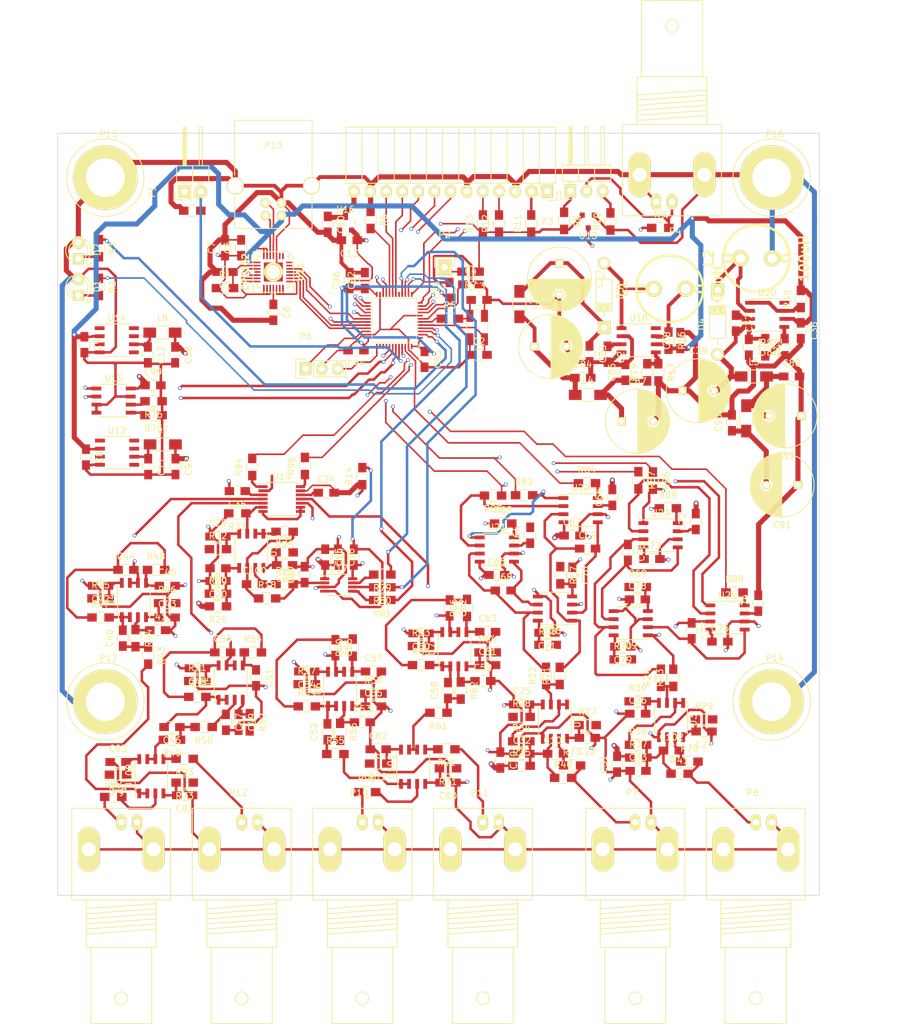
<source format=kicad_pcb>
(kicad_pcb (version 4) (host pcbnew "(after 2015-may-25 BZR unknown)-product")
  (layers (0 F.Cu signal) (1 In1.Cu signal) (2 In2.Cu signal) (31 B.Cu signal) (36 B.SilkS user) (37 F.SilkS user) (38 B.Mask user) (39 F.Mask user) (44 Edge.Cuts user))
  (net 0 "")
  (net 1 "Net-(C1-Pad1)")
  (net 2 GND)
  (net 3 /clk-in)
  (net 4 "Net-(C3-Pad1)")
  (net 5 /~rst~)
  (net 6 VDD)
  (net 7 "Net-(C6-Pad1)")
  (net 8 /Vbus)
  (net 9 /dac-v-0/dac-ref)
  (net 10 /adc-ref)
  (net 11 GNDA)
  (net 12 "Net-(C17-Pad1)")
  (net 13 "Net-(C19-Pad1)")
  (net 14 "Net-(C21-Pad1)")
  (net 15 "Net-(C22-Pad2)")
  (net 16 /dac-v-0/v+)
  (net 17 "Net-(C24-Pad2)")
  (net 18 "Net-(C25-Pad2)")
  (net 19 "Net-(C26-Pad2)")
  (net 20 "Net-(C28-Pad2)")
  (net 21 "Net-(C29-Pad2)")
  (net 22 /dac-v-0/v-)
  (net 23 "Net-(C37-Pad1)")
  (net 24 "Net-(C40-Pad1)")
  (net 25 "Net-(C40-Pad2)")
  (net 26 "Net-(C41-Pad1)")
  (net 27 "Net-(C42-Pad1)")
  (net 28 "Net-(C43-Pad1)")
  (net 29 "Net-(C44-Pad1)")
  (net 30 /input-filter-attenuator-0/out)
  (net 31 "Net-(C45-Pad1)")
  (net 32 "Net-(C46-Pad1)")
  (net 33 "Net-(C46-Pad2)")
  (net 34 "Net-(C47-Pad1)")
  (net 35 "Net-(C48-Pad1)")
  (net 36 "Net-(C49-Pad1)")
  (net 37 "Net-(C50-Pad1)")
  (net 38 /input-filter-attenuator-1/out)
  (net 39 "Net-(C51-Pad1)")
  (net 40 "Net-(C52-Pad1)")
  (net 41 "Net-(C52-Pad2)")
  (net 42 "Net-(C53-Pad1)")
  (net 43 "Net-(C54-Pad1)")
  (net 44 "Net-(C55-Pad1)")
  (net 45 "Net-(C56-Pad1)")
  (net 46 /input-filter-attenuator-2/out)
  (net 47 "Net-(C57-Pad1)")
  (net 48 "Net-(C58-Pad1)")
  (net 49 "Net-(C58-Pad2)")
  (net 50 "Net-(C59-Pad1)")
  (net 51 "Net-(C60-Pad1)")
  (net 52 "Net-(C61-Pad1)")
  (net 53 "Net-(C62-Pad1)")
  (net 54 /input-filter-attenuator-3/out)
  (net 55 "Net-(C63-Pad1)")
  (net 56 /dac-v-0/out-2)
  (net 57 "Net-(C68-Pad2)")
  (net 58 /dac-v-0/out-1)
  (net 59 "Net-(C69-Pad2)")
  (net 60 "Net-(C70-Pad2)")
  (net 61 "Net-(C71-Pad2)")
  (net 62 /dac-v-1/out-2)
  (net 63 "Net-(C76-Pad2)")
  (net 64 /dac-v-1/out-1)
  (net 65 "Net-(C77-Pad2)")
  (net 66 "Net-(C78-Pad2)")
  (net 67 "Net-(C79-Pad2)")
  (net 68 "Net-(C80-Pad2)")
  (net 69 "Net-(C81-Pad2)")
  (net 70 "Net-(C82-Pad2)")
  (net 71 "Net-(C83-Pad2)")
  (net 72 "Net-(D1-Pad1)")
  (net 73 "Net-(D2-Pad1)")
  (net 74 "Net-(D3-Pad2)")
  (net 75 "Net-(D4-Pad1)")
  (net 76 "Net-(L1-Pad1)")
  (net 77 /boot0)
  (net 78 /tx-2)
  (net 79 /rx-2)
  (net 80 /i2c1-scl)
  (net 81 /i2c1-sda)
  (net 82 /gpio-0)
  (net 83 /gpio-1)
  (net 84 /gpio-2)
  (net 85 /gpio-3)
  (net 86 /gpio-4)
  (net 87 "Net-(P4-Pad1)")
  (net 88 "Net-(P5-Pad1)")
  (net 89 "Net-(P5-Pad3)")
  (net 90 /swd-io)
  (net 91 /swd-clk)
  (net 92 "Net-(P7-Pad1)")
  (net 93 "Net-(P8-Pad1)")
  (net 94 /in-0)
  (net 95 /in-2)
  (net 96 /in-3)
  (net 97 /in-1)
  (net 98 /led-0)
  (net 99 /led-1)
  (net 100 /clk-out)
  (net 101 /boot1)
  (net 102 "Net-(R17-Pad1)")
  (net 103 "Net-(R21-Pad1)")
  (net 104 "Net-(R23-Pad1)")
  (net 105 "Net-(R25-Pad2)")
  (net 106 "Net-(R33-Pad1)")
  (net 107 "Net-(R34-Pad1)")
  (net 108 "Net-(R36-Pad1)")
  (net 109 "Net-(R38-Pad1)")
  (net 110 "Net-(R39-Pad2)")
  (net 111 /input-filter-attenuator-0/in)
  (net 112 /input-filter-attenuator-1/in)
  (net 113 /input-filter-attenuator-2/in)
  (net 114 /input-filter-attenuator-3/in)
  (net 115 /adc-mux-1)
  (net 116 /adc-mux-0)
  (net 117 /dac-v-0/cs-1)
  (net 118 /dac-v-1/cs-2)
  (net 119 /dac-v-0/sck)
  (net 120 /dac-v-0/mosi)
  (net 121 /suspend)
  (net 122 /rxd)
  (net 123 /txd)
  (net 124 /rts)
  (net 125 /cts)
  (net 126 /adc-cs)
  (net 127 /adc-sck)
  (net 128 /adc-miso)
  (net 129 /dac-v-0/cs-2)
  (net 130 /dac-v-1/cs-1)
  (net 131 "Net-(P13-Pad3)")
  (net 132 "Net-(P13-Pad2)")
  (net 133 "Net-(C23-Pad1)")
  (net 134 "Net-(C37-Pad2)")
  (net 135 "Net-(C84-Pad1)")
  (net 136 "Net-(C88-Pad1)")
  (net 137 "Net-(C11-Pad1)")
  (net 138 "Net-(C12-Pad1)")
  (net 139 "Net-(R75-Pad2)")
  (net 140 "Net-(R76-Pad2)")
  (net 141 "Net-(R79-Pad2)")
  (net 142 "Net-(R80-Pad2)")
  (net 143 "Net-(R81-Pad2)")
  (net 144 /dac-sck)
  (net 145 /dac-mosi)
  (net 146 /dac-cs-0)
  (net 147 /dac-cs-1)
  (net 148 /dac-v-1/sck)
  (net 149 /dac-v-1/mosi)
  (net 150 /dac-cs-2)
  (net 151 /dac-cs-3)
  (net 152 "Net-(C101-Pad1)")
  (net 153 "Net-(C102-Pad1)")
  (net 154 "Net-(C100-Pad1)")
  (net 155 "Net-(C100-Pad2)")
  (net 156 "Net-(C101-Pad2)")
  (net 157 "Net-(C102-Pad2)")
  (net 158 "Net-(P9-Pad1)")
  (net 159 "Net-(P10-Pad1)")
  (net 160 "Net-(P11-Pad1)")
  (net 161 "Net-(P12-Pad1)")
  (net 162 "Net-(R94-Pad1)")
  (net 163 "Net-(R95-Pad1)")
  (module Capacitors_SMD:C_0805_HandSoldering (layer F.Cu) (at 86.36 69.85 180)
    (fp_text reference C1 (at 0 -2.1 180) (layer F.SilkS))
    (fp_text value 100n)
    (pad 1 smd rect (at -1.25 0 180) (size 1.5 1.25) (layers F.Cu F.Mask) (net 1 "Net-(C1-Pad1)"))
    (pad 2 smd rect (at 1.25 0 180) (size 1.5 1.25) (layers F.Cu F.Mask) (net 2 GND))
  )
  (module Capacitors_SMD:C_0805_HandSoldering (layer F.Cu) (at 126.4 82.9)
    (fp_text reference C2 (at 0 -2.1) (layer F.SilkS))
    (fp_text value 18p)
    (pad 1 smd rect (at -1.25 0) (size 1.5 1.25) (layers F.Cu F.Mask) (net 2 GND))
    (pad 2 smd rect (at 1.25 0) (size 1.5 1.25) (layers F.Cu F.Mask) (net 3 /clk-in))
  )
  (module Capacitors_SMD:C_0805_HandSoldering (layer F.Cu) (at 126.4 74.25)
    (fp_text reference C3 (at 0 -2.1) (layer F.SilkS))
    (fp_text value 18p)
    (pad 1 smd rect (at -1.25 0) (size 1.5 1.25) (layers F.Cu F.Mask) (net 4 "Net-(C3-Pad1)"))
    (pad 2 smd rect (at 1.25 0) (size 1.5 1.25) (layers F.Cu F.Mask) (net 2 GND))
  )
  (module Capacitors_SMD:C_0805_HandSoldering (layer F.Cu) (at 125.1 71.8)
    (fp_text reference C4 (at 0 -2.1) (layer F.SilkS))
    (fp_text value 100n)
    (pad 1 smd rect (at -1.25 0) (size 1.5 1.25) (layers F.Cu F.Mask) (net 5 /~rst~))
    (pad 2 smd rect (at 1.25 0) (size 1.5 1.25) (layers F.Cu F.Mask) (net 2 GND))
  )
  (module Capacitors_SMD:C_0805_HandSoldering (layer F.Cu) (at 88.9 66.04 90)
    (fp_text reference C5 (at 0 -2.1 90) (layer F.SilkS))
    (fp_text value 100n)
    (pad 1 smd rect (at -1.25 0 90) (size 1.5 1.25) (layers F.Cu F.Mask) (net 6 VDD))
    (pad 2 smd rect (at 1.25 0 90) (size 1.5 1.25) (layers F.Cu F.Mask) (net 2 GND))
  )
  (module Capacitors_SMD:C_0805_HandSoldering (layer F.Cu) (at 93.98 76.2 270)
    (fp_text reference C6 (at 0 -2.1 270) (layer F.SilkS))
    (fp_text value 4u7)
    (pad 1 smd rect (at -1.25 0 270) (size 1.5 1.25) (layers F.Cu F.Mask) (net 7 "Net-(C6-Pad1)"))
    (pad 2 smd rect (at 1.25 0 270) (size 1.5 1.25) (layers F.Cu F.Mask) (net 2 GND))
  )
  (module Capacitors_SMD:C_0805_HandSoldering (layer F.Cu) (at 86.36 66.04 90)
    (fp_text reference C7 (at 0 -2.1 90) (layer F.SilkS))
    (fp_text value 4u7)
    (pad 1 smd rect (at -1.25 0 90) (size 1.5 1.25) (layers F.Cu F.Mask) (net 6 VDD))
    (pad 2 smd rect (at 1.25 0 90) (size 1.5 1.25) (layers F.Cu F.Mask) (net 2 GND))
  )
  (module Capacitors_SMD:C_0805_HandSoldering (layer F.Cu) (at 64.45 99 270)
    (fp_text reference C8 (at 0 -2.1 270) (layer F.SilkS))
    (fp_text value 4u7)
    (pad 1 smd rect (at -1.25 0 270) (size 1.5 1.25) (layers F.Cu F.Mask) (net 8 /Vbus))
    (pad 2 smd rect (at 1.25 0 270) (size 1.5 1.25) (layers F.Cu F.Mask) (net 2 GND))
  )
  (module Capacitors_SMD:C_0805_HandSoldering (layer F.Cu) (at 64.2 81.3 270)
    (fp_text reference C9 (at 0 -2.1 270) (layer F.SilkS))
    (fp_text value 4u7)
    (pad 1 smd rect (at -1.25 0 270) (size 1.5 1.25) (layers F.Cu F.Mask) (net 8 /Vbus))
    (pad 2 smd rect (at 1.25 0 270) (size 1.5 1.25) (layers F.Cu F.Mask) (net 2 GND))
  )
  (module Capacitors_SMD:C_0805_HandSoldering (layer F.Cu) (at 102.55 62.35 270)
    (fp_text reference C10 (at 0 -2.1 270) (layer F.SilkS))
    (fp_text value 4u7)
    (pad 1 smd rect (at -1.25 0 270) (size 1.5 1.25) (layers F.Cu F.Mask) (net 8 /Vbus))
    (pad 2 smd rect (at 1.25 0 270) (size 1.5 1.25) (layers F.Cu F.Mask) (net 2 GND))
  )
  (module Capacitors_SMD:C_0805_HandSoldering (layer F.Cu) (at 74.25 100.5 270)
    (fp_text reference C11 (at 0 -2.1 270) (layer F.SilkS))
    (fp_text value 4u7)
    (pad 1 smd rect (at -1.25 0 270) (size 1.5 1.25) (layers F.Cu F.Mask) (net 137 "Net-(C11-Pad1)"))
    (pad 2 smd rect (at 1.25 0 270) (size 1.5 1.25) (layers F.Cu F.Mask) (net 2 GND))
  )
  (module Capacitors_SMD:C_0805_HandSoldering (layer F.Cu) (at 74.2 82.9 270)
    (fp_text reference C12 (at 0 -2.1 270) (layer F.SilkS))
    (fp_text value 4u7)
    (pad 1 smd rect (at -1.25 0 270) (size 1.5 1.25) (layers F.Cu F.Mask) (net 138 "Net-(C12-Pad1)"))
    (pad 2 smd rect (at 1.25 0 270) (size 1.5 1.25) (layers F.Cu F.Mask) (net 2 GND))
  )
  (module Capacitors_SMD:C_0805_HandSoldering (layer F.Cu) (at 105.95 64.85 180)
    (fp_text reference C13 (at 0 -2.1 180) (layer F.SilkS))
    (fp_text value 4u7)
    (pad 1 smd rect (at -1.25 0 180) (size 1.5 1.25) (layers F.Cu F.Mask) (net 6 VDD))
    (pad 2 smd rect (at 1.25 0 180) (size 1.5 1.25) (layers F.Cu F.Mask) (net 2 GND))
  )
  (module Capacitors_SMD:C_0805_HandSoldering (layer F.Cu) (at 106.65 114.75 90)
    (fp_text reference C14 (at 0 -2.1 90) (layer F.SilkS))
    (fp_text value 100n)
    (pad 1 smd rect (at -1.25 0 90) (size 1.5 1.25) (layers F.Cu F.Mask) (net 6 VDD))
    (pad 2 smd rect (at 1.25 0 90) (size 1.5 1.25) (layers F.Cu F.Mask) (net 2 GND))
  )
  (module Capacitors_SMD:C_0805_HandSoldering (layer F.Cu) (at 102.15 114.75 270)
    (fp_text reference C15 (at 0 -2.1 270) (layer F.SilkS))
    (fp_text value 1n)
    (pad 1 smd rect (at -1.25 0 270) (size 1.5 1.25) (layers F.Cu F.Mask) (net 11 GNDA))
    (pad 2 smd rect (at 1.25 0 270) (size 1.5 1.25) (layers F.Cu F.Mask) (net 10 /adc-ref))
  )
  (module Capacitors_SMD:C_0805_HandSoldering (layer F.Cu) (at 104.15 114.75 270)
    (fp_text reference C16 (at 0 -2.1 270) (layer F.SilkS))
    (fp_text value 4u7)
    (pad 1 smd rect (at -1.25 0 270) (size 1.5 1.25) (layers F.Cu F.Mask) (net 11 GNDA))
    (pad 2 smd rect (at 1.25 0 270) (size 1.5 1.25) (layers F.Cu F.Mask) (net 10 /adc-ref))
  )
  (module Capacitors_SMD:C_0805_HandSoldering (layer F.Cu) (at 98.9 117.5 90)
    (fp_text reference C17 (at 0 -2.1 90) (layer F.SilkS))
    (fp_text value 3n)
    (pad 1 smd rect (at -1.25 0 90) (size 1.5 1.25) (layers F.Cu F.Mask) (net 12 "Net-(C17-Pad1)"))
    (pad 2 smd rect (at 1.25 0 90) (size 1.5 1.25) (layers F.Cu F.Mask) (net 11 GNDA))
  )
  (module Capacitors_SMD:C_0805_HandSoldering (layer F.Cu) (at 158.1 80.65 90)
    (fp_text reference C18 (at 0 -2.1 90) (layer F.SilkS))
    (fp_text value 100n)
    (pad 1 smd rect (at -1.25 0 90) (size 1.5 1.25) (layers F.Cu F.Mask) (net 8 /Vbus))
    (pad 2 smd rect (at 1.25 0 90) (size 1.5 1.25) (layers F.Cu F.Mask) (net 2 GND))
  )
  (module Capacitors_SMD:C_0805_HandSoldering (layer F.Cu) (at 85.25 116.5 180)
    (fp_text reference C19 (at 0 -2.1 180) (layer F.SilkS))
    (fp_text value 100n)
    (pad 1 smd rect (at -1.25 0 180) (size 1.5 1.25) (layers F.Cu F.Mask) (net 13 "Net-(C19-Pad1)"))
    (pad 2 smd rect (at 1.25 0 180) (size 1.5 1.25) (layers F.Cu F.Mask) (net 11 GNDA))
  )
  (module Capacitors_SMD:C_0805_HandSoldering (layer F.Cu) (at 85.25 118.5 180)
    (fp_text reference C20 (at 0 -2.1 180) (layer F.SilkS))
    (fp_text value 4u7)
    (pad 1 smd rect (at -1.25 0 180) (size 1.5 1.25) (layers F.Cu F.Mask) (net 13 "Net-(C19-Pad1)"))
    (pad 2 smd rect (at 1.25 0 180) (size 1.5 1.25) (layers F.Cu F.Mask) (net 11 GNDA))
  )
  (module Capacitors_SMD:C_0805_HandSoldering (layer F.Cu) (at 146.65 82.8 270)
    (fp_text reference C21 (at 0 -2.1 270) (layer F.SilkS))
    (fp_text value 2n2)
    (pad 1 smd rect (at -1.25 0 270) (size 1.5 1.25) (layers F.Cu F.Mask) (net 14 "Net-(C21-Pad1)"))
    (pad 2 smd rect (at 1.25 0 270) (size 1.5 1.25) (layers F.Cu F.Mask) (net 2 GND))
  )
  (module Capacitors_SMD:C_0805_HandSoldering (layer F.Cu) (at 143.45 143.2 180)
    (fp_text reference C22 (at 0 -2.1 180) (layer F.SilkS))
    (fp_text value 100n)
    (pad 1 smd rect (at -1.25 0 180) (size 1.5 1.25) (layers F.Cu F.Mask) (net 11 GNDA))
    (pad 2 smd rect (at 1.25 0 180) (size 1.5 1.25) (layers F.Cu F.Mask) (net 15 "Net-(C22-Pad2)"))
  )
  (module Capacitors_SMD:C_0805_HandSoldering (layer F.Cu) (at 143.8 82.75 270)
    (fp_text reference C23 (at 0 -2.1 270) (layer F.SilkS))
    (fp_text value 100n)
    (pad 1 smd rect (at -1.25 0 270) (size 1.5 1.25) (layers F.Cu F.Mask) (net 133 "Net-(C23-Pad1)"))
    (pad 2 smd rect (at 1.25 0 270) (size 1.5 1.25) (layers F.Cu F.Mask) (net 2 GND))
  )
  (module Capacitors_SMD:C_0805_HandSoldering (layer F.Cu) (at 161.85 142.2 180)
    (fp_text reference C24 (at 0 -2.1 180) (layer F.SilkS))
    (fp_text value 100n)
    (pad 1 smd rect (at -1.25 0 180) (size 1.5 1.25) (layers F.Cu F.Mask) (net 11 GNDA))
    (pad 2 smd rect (at 1.25 0 180) (size 1.5 1.25) (layers F.Cu F.Mask) (net 17 "Net-(C24-Pad2)"))
  )
  (module Capacitors_SMD:C_0805_HandSoldering (layer F.Cu) (at 133.1 137.95)
    (fp_text reference C25 (at 0 -2.1) (layer F.SilkS))
    (fp_text value 100n)
    (pad 1 smd rect (at -1.25 0) (size 1.5 1.25) (layers F.Cu F.Mask) (net 11 GNDA))
    (pad 2 smd rect (at 1.25 0) (size 1.5 1.25) (layers F.Cu F.Mask) (net 18 "Net-(C25-Pad2)"))
  )
  (module Capacitors_SMD:C_0805_HandSoldering (layer F.Cu) (at 151.4 139.4)
    (fp_text reference C26 (at 0 -2.1) (layer F.SilkS))
    (fp_text value 100n)
    (pad 1 smd rect (at -1.25 0) (size 1.5 1.25) (layers F.Cu F.Mask) (net 11 GNDA))
    (pad 2 smd rect (at 1.25 0) (size 1.5 1.25) (layers F.Cu F.Mask) (net 19 "Net-(C26-Pad2)"))
  )
  (module Capacitors_ThroughHole:C_Radial_D10_L20_P5 (layer F.Cu) (at 139.05 68.45 270)
    (fp_text reference C27 (at 2.5 -6.3 270) (layer F.SilkS))
    (fp_text value 680u)
    (pad 1 thru_hole rect (at 0 0 270) (size 1.3 1.3) (drill 0.8) (layers *.Cu *.Mask F.SilkS) (net 133 "Net-(C23-Pad1)"))
    (pad 2 thru_hole circle (at 5 0 270) (size 1.3 1.3) (drill 0.8) (layers *.Cu *.Mask F.SilkS) (net 2 GND))
  )
  (module Capacitors_SMD:C_0805_HandSoldering (layer F.Cu) (at 95.75 116 180)
    (fp_text reference C28 (at 0 -2.1 180) (layer F.SilkS))
    (fp_text value 100n)
    (pad 1 smd rect (at -1.25 0 180) (size 1.5 1.25) (layers F.Cu F.Mask) (net 11 GNDA))
    (pad 2 smd rect (at 1.25 0 180) (size 1.5 1.25) (layers F.Cu F.Mask) (net 20 "Net-(C28-Pad2)"))
  )
  (module Capacitors_SMD:C_0805_HandSoldering (layer F.Cu) (at 85.25 111.5)
    (fp_text reference C29 (at 0 -2.1) (layer F.SilkS))
    (fp_text value 100n)
    (pad 1 smd rect (at -1.25 0) (size 1.5 1.25) (layers F.Cu F.Mask) (net 11 GNDA))
    (pad 2 smd rect (at 1.25 0) (size 1.5 1.25) (layers F.Cu F.Mask) (net 21 "Net-(C29-Pad2)"))
  )
  (module Capacitors_SMD:C_0805_HandSoldering (layer F.Cu) (at 129.75 146.7 270)
    (fp_text reference C30 (at 0 -2.1 270) (layer F.SilkS))
    (fp_text value 100n)
    (pad 1 smd rect (at -1.25 0 270) (size 1.5 1.25) (layers F.Cu F.Mask) (net 11 GNDA))
    (pad 2 smd rect (at 1.25 0 270) (size 1.5 1.25) (layers F.Cu F.Mask) (net 9 /dac-v-0/dac-ref))
  )
  (module Capacitors_SMD:C_0805_HandSoldering (layer F.Cu) (at 148.15 147.35 90)
    (fp_text reference C31 (at 0 -2.1 90) (layer F.SilkS))
    (fp_text value 100n)
    (pad 1 smd rect (at -1.25 0 90) (size 1.5 1.25) (layers F.Cu F.Mask) (net 11 GNDA))
    (pad 2 smd rect (at 1.25 0 90) (size 1.5 1.25) (layers F.Cu F.Mask) (net 9 /dac-v-0/dac-ref))
  )
  (module Capacitors_SMD:C_0805_HandSoldering (layer F.Cu) (at 133.15 145.7)
    (fp_text reference C32 (at 0 -2.1) (layer F.SilkS))
    (fp_text value 1n)
    (pad 1 smd rect (at -1.25 0) (size 1.5 1.25) (layers F.Cu F.Mask) (net 11 GNDA))
    (pad 2 smd rect (at 1.25 0) (size 1.5 1.25) (layers F.Cu F.Mask) (net 152 "Net-(C101-Pad1)"))
  )
  (module Capacitors_SMD:C_0805_HandSoldering (layer F.Cu) (at 151.45 148.4)
    (fp_text reference C33 (at 0 -2.1) (layer F.SilkS))
    (fp_text value 1n)
    (pad 1 smd rect (at -1.25 0) (size 1.5 1.25) (layers F.Cu F.Mask) (net 11 GNDA))
    (pad 2 smd rect (at 1.25 0) (size 1.5 1.25) (layers F.Cu F.Mask) (net 153 "Net-(C102-Pad1)"))
  )
  (module Capacitors_SMD:C_0805_HandSoldering (layer F.Cu) (at 102.3 104.6)
    (fp_text reference C34 (at 0 -2.1) (layer F.SilkS))
    (fp_text value 100n)
    (pad 1 smd rect (at -1.25 0) (size 1.5 1.25) (layers F.Cu F.Mask) (net 16 /dac-v-0/v+))
    (pad 2 smd rect (at 1.25 0) (size 1.5 1.25) (layers F.Cu F.Mask) (net 11 GNDA))
  )
  (module Capacitors_SMD:C_0805_HandSoldering (layer F.Cu) (at 88.3 104.35 180)
    (fp_text reference C35 (at 0 -2.1 180) (layer F.SilkS))
    (fp_text value 100n)
    (pad 1 smd rect (at -1.25 0 180) (size 1.5 1.25) (layers F.Cu F.Mask) (net 22 /dac-v-0/v-))
    (pad 2 smd rect (at 1.25 0 180) (size 1.5 1.25) (layers F.Cu F.Mask) (net 11 GNDA))
  )
  (module Capacitors_SMD:C_0805_HandSoldering (layer F.Cu) (at 177.1 79.1 270)
    (fp_text reference C36 (at 0 -2.1 270) (layer F.SilkS))
    (fp_text value 100n)
    (pad 1 smd rect (at -1.25 0 270) (size 1.5 1.25) (layers F.Cu F.Mask) (net 8 /Vbus))
    (pad 2 smd rect (at 1.25 0 270) (size 1.5 1.25) (layers F.Cu F.Mask) (net 2 GND))
  )
  (module Capacitors_SMD:C_0805_HandSoldering (layer F.Cu) (at 166.85 77.9 270)
    (fp_text reference C37 (at 0 -2.1 270) (layer F.SilkS))
    (fp_text value 2n2)
    (pad 1 smd rect (at -1.25 0 270) (size 1.5 1.25) (layers F.Cu F.Mask) (net 23 "Net-(C37-Pad1)"))
    (pad 2 smd rect (at 1.25 0 270) (size 1.5 1.25) (layers F.Cu F.Mask) (net 134 "Net-(C37-Pad2)"))
  )
  (module Capacitors_SMD:C_0805_HandSoldering (layer F.Cu) (at 168.9 81.7 270)
    (fp_text reference C38 (at 0 -2.1 270) (layer F.SilkS))
    (fp_text value 100n)
    (pad 1 smd rect (at -1.25 0 270) (size 1.5 1.25) (layers F.Cu F.Mask) (net 134 "Net-(C37-Pad2)"))
    (pad 2 smd rect (at 1.25 0 270) (size 1.5 1.25) (layers F.Cu F.Mask) (net 2 GND))
  )
  (module Capacitors_ThroughHole:C_Radial_D10_L20_P5 (layer F.Cu) (at 158.45 88.55)
    (fp_text reference C39 (at 2.5 -6.3) (layer F.SilkS))
    (fp_text value 680u)
    (pad 1 thru_hole rect (at 0 0) (size 1.3 1.3) (drill 0.8) (layers *.Cu *.Mask F.SilkS) (net 2 GND))
    (pad 2 thru_hole circle (at 5 0) (size 1.3 1.3) (drill 0.8) (layers *.Cu *.Mask F.SilkS) (net 134 "Net-(C37-Pad2)"))
  )
  (module Capacitors_SMD:C_0805_HandSoldering (layer F.Cu) (at 70.25 127.5 90)
    (fp_text reference C40 (at 0 -2.1 90) (layer F.SilkS))
    (fp_text value 3u3)
    (pad 1 smd rect (at -1.25 0 90) (size 1.5 1.25) (layers F.Cu F.Mask) (net 24 "Net-(C40-Pad1)"))
    (pad 2 smd rect (at 1.25 0 90) (size 1.5 1.25) (layers F.Cu F.Mask) (net 25 "Net-(C40-Pad2)"))
  )
  (module Capacitors_SMD:C_0805_HandSoldering (layer F.Cu) (at 75.75 126.25)
    (fp_text reference C41 (at 0 -2.1) (layer F.SilkS))
    (fp_text value 22n)
    (pad 1 smd rect (at -1.25 0) (size 1.5 1.25) (layers F.Cu F.Mask) (net 26 "Net-(C41-Pad1)"))
    (pad 2 smd rect (at 1.25 0) (size 1.5 1.25) (layers F.Cu F.Mask) (net 11 GNDA))
  )
  (module Capacitors_SMD:C_0805_HandSoldering (layer F.Cu) (at 66.75 119.25 180)
    (fp_text reference C42 (at 0 -2.1 180) (layer F.SilkS))
    (fp_text value 100n)
    (pad 1 smd rect (at -1.25 0 180) (size 1.5 1.25) (layers F.Cu F.Mask) (net 27 "Net-(C42-Pad1)"))
    (pad 2 smd rect (at 1.25 0 180) (size 1.5 1.25) (layers F.Cu F.Mask) (net 11 GNDA))
  )
  (module Capacitors_SMD:C_0805_HandSoldering (layer F.Cu) (at 77.25 124.25)
    (fp_text reference C43 (at 0 -2.1) (layer F.SilkS))
    (fp_text value 100n)
    (pad 1 smd rect (at -1.25 0) (size 1.5 1.25) (layers F.Cu F.Mask) (net 28 "Net-(C43-Pad1)"))
    (pad 2 smd rect (at 1.25 0) (size 1.5 1.25) (layers F.Cu F.Mask) (net 11 GNDA))
  )
  (module Capacitors_SMD:C_0805_HandSoldering (layer F.Cu) (at 70.75 116.75)
    (fp_text reference C44 (at 0 -2.1) (layer F.SilkS))
    (fp_text value 120n)
    (pad 1 smd rect (at -1.25 0) (size 1.5 1.25) (layers F.Cu F.Mask) (net 29 "Net-(C44-Pad1)"))
    (pad 2 smd rect (at 1.25 0) (size 1.5 1.25) (layers F.Cu F.Mask) (net 30 /input-filter-attenuator-0/out))
  )
  (module Capacitors_SMD:C_0805_HandSoldering (layer F.Cu) (at 77.25 119.25)
    (fp_text reference C45 (at 0 -2.1) (layer F.SilkS))
    (fp_text value 22n)
    (pad 1 smd rect (at -1.25 0) (size 1.5 1.25) (layers F.Cu F.Mask) (net 31 "Net-(C45-Pad1)"))
    (pad 2 smd rect (at 1.25 0) (size 1.5 1.25) (layers F.Cu F.Mask) (net 11 GNDA))
  )
  (module Capacitors_SMD:C_0805_HandSoldering (layer F.Cu) (at 78 141.5 180)
    (fp_text reference C46 (at 0 -2.1 180) (layer F.SilkS))
    (fp_text value 3u3)
    (pad 1 smd rect (at -1.25 0 180) (size 1.5 1.25) (layers F.Cu F.Mask) (net 32 "Net-(C46-Pad1)"))
    (pad 2 smd rect (at 1.25 0 180) (size 1.5 1.25) (layers F.Cu F.Mask) (net 33 "Net-(C46-Pad2)"))
  )
  (module Capacitors_SMD:C_0805_HandSoldering (layer F.Cu) (at 86.5 140.75 270)
    (fp_text reference C47 (at 0 -2.1 270) (layer F.SilkS))
    (fp_text value 22n)
    (pad 1 smd rect (at -1.25 0 270) (size 1.5 1.25) (layers F.Cu F.Mask) (net 34 "Net-(C47-Pad1)"))
    (pad 2 smd rect (at 1.25 0 270) (size 1.5 1.25) (layers F.Cu F.Mask) (net 11 GNDA))
  )
  (module Capacitors_SMD:C_0805_HandSoldering (layer F.Cu) (at 82 132.25 180)
    (fp_text reference C48 (at 0 -2.1 180) (layer F.SilkS))
    (fp_text value 100n)
    (pad 1 smd rect (at -1.25 0 180) (size 1.5 1.25) (layers F.Cu F.Mask) (net 35 "Net-(C48-Pad1)"))
    (pad 2 smd rect (at 1.25 0 180) (size 1.5 1.25) (layers F.Cu F.Mask) (net 11 GNDA))
  )
  (module Capacitors_SMD:C_0805_HandSoldering (layer F.Cu) (at 88.5 140.75 270)
    (fp_text reference C49 (at 0 -2.1 270) (layer F.SilkS))
    (fp_text value 100n)
    (pad 1 smd rect (at -1.25 0 270) (size 1.5 1.25) (layers F.Cu F.Mask) (net 36 "Net-(C49-Pad1)"))
    (pad 2 smd rect (at 1.25 0 270) (size 1.5 1.25) (layers F.Cu F.Mask) (net 11 GNDA))
  )
  (module Capacitors_SMD:C_0805_HandSoldering (layer F.Cu) (at 86 129.75)
    (fp_text reference C50 (at 0 -2.1) (layer F.SilkS))
    (fp_text value 120n)
    (pad 1 smd rect (at -1.25 0) (size 1.5 1.25) (layers F.Cu F.Mask) (net 37 "Net-(C50-Pad1)"))
    (pad 2 smd rect (at 1.25 0) (size 1.5 1.25) (layers F.Cu F.Mask) (net 38 /input-filter-attenuator-1/out))
  )
  (module Capacitors_SMD:C_0805_HandSoldering (layer F.Cu) (at 91.25 133.75 270)
    (fp_text reference C51 (at 0 -2.1 270) (layer F.SilkS))
    (fp_text value 22n)
    (pad 1 smd rect (at -1.25 0 270) (size 1.5 1.25) (layers F.Cu F.Mask) (net 39 "Net-(C51-Pad1)"))
    (pad 2 smd rect (at 1.25 0 270) (size 1.5 1.25) (layers F.Cu F.Mask) (net 11 GNDA))
  )
  (module Capacitors_SMD:C_0805_HandSoldering (layer F.Cu) (at 102.5 142.25 90)
    (fp_text reference C52 (at 0 -2.1 90) (layer F.SilkS))
    (fp_text value 3u3)
    (pad 1 smd rect (at -1.25 0 90) (size 1.5 1.25) (layers F.Cu F.Mask) (net 40 "Net-(C52-Pad1)"))
    (pad 2 smd rect (at 1.25 0 90) (size 1.5 1.25) (layers F.Cu F.Mask) (net 41 "Net-(C52-Pad2)"))
  )
  (module Capacitors_SMD:C_0805_HandSoldering (layer F.Cu) (at 108 140.75)
    (fp_text reference C53 (at 0 -2.1) (layer F.SilkS))
    (fp_text value 22n)
    (pad 1 smd rect (at -1.25 0) (size 1.5 1.25) (layers F.Cu F.Mask) (net 42 "Net-(C53-Pad1)"))
    (pad 2 smd rect (at 1.25 0) (size 1.5 1.25) (layers F.Cu F.Mask) (net 11 GNDA))
  )
  (module Capacitors_SMD:C_0805_HandSoldering (layer F.Cu) (at 99.25 132.75 180)
    (fp_text reference C54 (at 0 -2.1 180) (layer F.SilkS))
    (fp_text value 100n)
    (pad 1 smd rect (at -1.25 0 180) (size 1.5 1.25) (layers F.Cu F.Mask) (net 43 "Net-(C54-Pad1)"))
    (pad 2 smd rect (at 1.25 0 180) (size 1.5 1.25) (layers F.Cu F.Mask) (net 11 GNDA))
  )
  (module Capacitors_SMD:C_0805_HandSoldering (layer F.Cu) (at 109.75 138.25)
    (fp_text reference C55 (at 0 -2.1) (layer F.SilkS))
    (fp_text value 100n)
    (pad 1 smd rect (at -1.25 0) (size 1.5 1.25) (layers F.Cu F.Mask) (net 44 "Net-(C55-Pad1)"))
    (pad 2 smd rect (at 1.25 0) (size 1.5 1.25) (layers F.Cu F.Mask) (net 11 GNDA))
  )
  (module Capacitors_SMD:C_0805_HandSoldering (layer F.Cu) (at 103.75 129 270)
    (fp_text reference C56 (at 0 -2.1 270) (layer F.SilkS))
    (fp_text value 120n)
    (pad 1 smd rect (at -1.25 0 270) (size 1.5 1.25) (layers F.Cu F.Mask) (net 45 "Net-(C56-Pad1)"))
    (pad 2 smd rect (at 1.25 0 270) (size 1.5 1.25) (layers F.Cu F.Mask) (net 46 /input-filter-attenuator-2/out))
  )
  (module Capacitors_SMD:C_0805_HandSoldering (layer F.Cu) (at 109.75 132.75)
    (fp_text reference C57 (at 0 -2.1) (layer F.SilkS))
    (fp_text value 22n)
    (pad 1 smd rect (at -1.25 0) (size 1.5 1.25) (layers F.Cu F.Mask) (net 47 "Net-(C57-Pad1)"))
    (pad 2 smd rect (at 1.25 0) (size 1.5 1.25) (layers F.Cu F.Mask) (net 11 GNDA))
  )
  (module Capacitors_SMD:C_0805_HandSoldering (layer F.Cu) (at 121.5 135.75 90)
    (fp_text reference C58 (at 0 -2.1 90) (layer F.SilkS))
    (fp_text value 3u3)
    (pad 1 smd rect (at -1.25 0 90) (size 1.5 1.25) (layers F.Cu F.Mask) (net 48 "Net-(C58-Pad1)"))
    (pad 2 smd rect (at 1.25 0 90) (size 1.5 1.25) (layers F.Cu F.Mask) (net 49 "Net-(C58-Pad2)"))
  )
  (module Capacitors_SMD:C_0805_HandSoldering (layer F.Cu) (at 127 134.25)
    (fp_text reference C59 (at 0 -2.1) (layer F.SilkS))
    (fp_text value 22n)
    (pad 1 smd rect (at -1.25 0) (size 1.5 1.25) (layers F.Cu F.Mask) (net 50 "Net-(C59-Pad1)"))
    (pad 2 smd rect (at 1.25 0) (size 1.5 1.25) (layers F.Cu F.Mask) (net 11 GNDA))
  )
  (module Capacitors_SMD:C_0805_HandSoldering (layer F.Cu) (at 117.25 126.75 180)
    (fp_text reference C60 (at 0 -2.1 180) (layer F.SilkS))
    (fp_text value 100n)
    (pad 1 smd rect (at -1.25 0 180) (size 1.5 1.25) (layers F.Cu F.Mask) (net 51 "Net-(C60-Pad1)"))
    (pad 2 smd rect (at 1.25 0 180) (size 1.5 1.25) (layers F.Cu F.Mask) (net 11 GNDA))
  )
  (module Capacitors_SMD:C_0805_HandSoldering (layer F.Cu) (at 127.75 131.75)
    (fp_text reference C61 (at 0 -2.1) (layer F.SilkS))
    (fp_text value 100n)
    (pad 1 smd rect (at -1.25 0) (size 1.5 1.25) (layers F.Cu F.Mask) (net 52 "Net-(C61-Pad1)"))
    (pad 2 smd rect (at 1.25 0) (size 1.5 1.25) (layers F.Cu F.Mask) (net 11 GNDA))
  )
  (module Capacitors_SMD:C_0805_HandSoldering (layer F.Cu) (at 121.75 122.75 270)
    (fp_text reference C62 (at 0 -2.1 270) (layer F.SilkS))
    (fp_text value 120n)
    (pad 1 smd rect (at -1.25 0 270) (size 1.5 1.25) (layers F.Cu F.Mask) (net 53 "Net-(C62-Pad1)"))
    (pad 2 smd rect (at 1.25 0 270) (size 1.5 1.25) (layers F.Cu F.Mask) (net 54 /input-filter-attenuator-3/out))
  )
  (module Capacitors_SMD:C_0805_HandSoldering (layer F.Cu) (at 127.75 126.5)
    (fp_text reference C63 (at 0 -2.1) (layer F.SilkS))
    (fp_text value 22n)
    (pad 1 smd rect (at -1.25 0) (size 1.5 1.25) (layers F.Cu F.Mask) (net 55 "Net-(C63-Pad1)"))
    (pad 2 smd rect (at 1.25 0) (size 1.5 1.25) (layers F.Cu F.Mask) (net 11 GNDA))
  )
  (module Capacitors_SMD:C_0805_HandSoldering (layer F.Cu) (at 134.45 111.3 90)
    (fp_text reference C64 (at 0 -2.1 90) (layer F.SilkS))
    (fp_text value 100n)
    (pad 1 smd rect (at -1.25 0 90) (size 1.5 1.25) (layers F.Cu F.Mask) (net 6 VDD))
    (pad 2 smd rect (at 1.25 0 90) (size 1.5 1.25) (layers F.Cu F.Mask) (net 2 GND))
  )
  (module Capacitors_SMD:C_0805_HandSoldering (layer F.Cu) (at 129.2 117.55)
    (fp_text reference C65 (at 0 -2.1) (layer F.SilkS))
    (fp_text value 100n)
    (pad 1 smd rect (at -1.25 0) (size 1.5 1.25) (layers F.Cu F.Mask) (net 9 /dac-v-0/dac-ref))
    (pad 2 smd rect (at 1.25 0) (size 1.5 1.25) (layers F.Cu F.Mask) (net 11 GNDA))
  )
  (module Capacitors_SMD:C_0805_HandSoldering (layer F.Cu) (at 147.4 105.35 90)
    (fp_text reference C66 (at 0 -2.1 90) (layer F.SilkS))
    (fp_text value 100n)
    (pad 1 smd rect (at -1.25 0 90) (size 1.5 1.25) (layers F.Cu F.Mask) (net 6 VDD))
    (pad 2 smd rect (at 1.25 0 90) (size 1.5 1.25) (layers F.Cu F.Mask) (net 2 GND))
  )
  (module Capacitors_SMD:C_0805_HandSoldering (layer F.Cu) (at 141.05 111.35)
    (fp_text reference C67 (at 0 -2.1) (layer F.SilkS))
    (fp_text value 100n)
    (pad 1 smd rect (at -1.25 0) (size 1.5 1.25) (layers F.Cu F.Mask) (net 9 /dac-v-0/dac-ref))
    (pad 2 smd rect (at 1.25 0) (size 1.5 1.25) (layers F.Cu F.Mask) (net 11 GNDA))
  )
  (module Capacitors_SMD:C_0805_HandSoldering (layer F.Cu) (at 130.2 120)
    (fp_text reference C68 (at 0 -2.1) (layer F.SilkS))
    (fp_text value 1n)
    (pad 1 smd rect (at -1.25 0) (size 1.5 1.25) (layers F.Cu F.Mask) (net 56 /dac-v-0/out-2))
    (pad 2 smd rect (at 1.25 0) (size 1.5 1.25) (layers F.Cu F.Mask) (net 57 "Net-(C68-Pad2)"))
  )
  (module Capacitors_SMD:C_0805_HandSoldering (layer F.Cu) (at 143.5 113.4)
    (fp_text reference C69 (at 0 -2.1) (layer F.SilkS))
    (fp_text value 1n)
    (pad 1 smd rect (at -1.25 0) (size 1.5 1.25) (layers F.Cu F.Mask) (net 58 /dac-v-0/out-1))
    (pad 2 smd rect (at 1.25 0) (size 1.5 1.25) (layers F.Cu F.Mask) (net 59 "Net-(C69-Pad2)"))
  )
  (module Capacitors_SMD:C_0805_HandSoldering (layer F.Cu) (at 141.1 117.6 270)
    (fp_text reference C70 (at 0 -2.1 270) (layer F.SilkS))
    (fp_text value 100n)
    (pad 1 smd rect (at -1.25 0 270) (size 1.5 1.25) (layers F.Cu F.Mask) (net 11 GNDA))
    (pad 2 smd rect (at 1.25 0 270) (size 1.5 1.25) (layers F.Cu F.Mask) (net 60 "Net-(C70-Pad2)"))
  )
  (module Capacitors_SMD:C_0805_HandSoldering (layer F.Cu) (at 137.1 126.65 180)
    (fp_text reference C71 (at 0 -2.1 180) (layer F.SilkS))
    (fp_text value 100n)
    (pad 1 smd rect (at -1.25 0 180) (size 1.5 1.25) (layers F.Cu F.Mask) (net 11 GNDA))
    (pad 2 smd rect (at 1.25 0 180) (size 1.5 1.25) (layers F.Cu F.Mask) (net 61 "Net-(C71-Pad2)"))
  )
  (module Capacitors_SMD:C_0805_HandSoldering (layer F.Cu) (at 160.55 109.15 90)
    (fp_text reference C72 (at 0 -2.1 90) (layer F.SilkS))
    (fp_text value 100n)
    (pad 1 smd rect (at -1.25 0 90) (size 1.5 1.25) (layers F.Cu F.Mask) (net 6 VDD))
    (pad 2 smd rect (at 1.25 0 90) (size 1.5 1.25) (layers F.Cu F.Mask) (net 2 GND))
  )
  (module Capacitors_SMD:C_0805_HandSoldering (layer F.Cu) (at 153.65 115.05)
    (fp_text reference C73 (at 0 -2.1) (layer F.SilkS))
    (fp_text value 100n)
    (pad 1 smd rect (at -1.25 0) (size 1.5 1.25) (layers F.Cu F.Mask) (net 9 /dac-v-0/dac-ref))
    (pad 2 smd rect (at 1.25 0) (size 1.5 1.25) (layers F.Cu F.Mask) (net 11 GNDA))
  )
  (module Capacitors_SMD:C_0805_HandSoldering (layer F.Cu) (at 170.4 122 90)
    (fp_text reference C74 (at 0 -2.1 90) (layer F.SilkS))
    (fp_text value 100n)
    (pad 1 smd rect (at -1.25 0 90) (size 1.5 1.25) (layers F.Cu F.Mask) (net 6 VDD))
    (pad 2 smd rect (at 1.25 0 90) (size 1.5 1.25) (layers F.Cu F.Mask) (net 2 GND))
  )
  (module Capacitors_SMD:C_0805_HandSoldering (layer F.Cu) (at 164.35 128.05)
    (fp_text reference C75 (at 0 -2.1) (layer F.SilkS))
    (fp_text value 100n)
    (pad 1 smd rect (at -1.25 0) (size 1.5 1.25) (layers F.Cu F.Mask) (net 9 /dac-v-0/dac-ref))
    (pad 2 smd rect (at 1.25 0) (size 1.5 1.25) (layers F.Cu F.Mask) (net 11 GNDA))
  )
  (module Capacitors_SMD:C_0805_HandSoldering (layer F.Cu) (at 149.85 114 270)
    (fp_text reference C76 (at 0 -2.1 270) (layer F.SilkS))
    (fp_text value 1n)
    (pad 1 smd rect (at -1.25 0 270) (size 1.5 1.25) (layers F.Cu F.Mask) (net 62 /dac-v-1/out-2))
    (pad 2 smd rect (at 1.25 0 270) (size 1.5 1.25) (layers F.Cu F.Mask) (net 63 "Net-(C76-Pad2)"))
  )
  (module Capacitors_SMD:C_0805_HandSoldering (layer F.Cu) (at 159.9 126.35 270)
    (fp_text reference C77 (at 0 -2.1 270) (layer F.SilkS))
    (fp_text value 1n)
    (pad 1 smd rect (at -1.25 0 270) (size 1.5 1.25) (layers F.Cu F.Mask) (net 64 /dac-v-1/out-1))
    (pad 2 smd rect (at 1.25 0 270) (size 1.5 1.25) (layers F.Cu F.Mask) (net 65 "Net-(C77-Pad2)"))
  )
  (module Capacitors_SMD:C_0805_HandSoldering (layer F.Cu) (at 151.35 121.4)
    (fp_text reference C78 (at 0 -2.1) (layer F.SilkS))
    (fp_text value 100n)
    (pad 1 smd rect (at -1.25 0) (size 1.5 1.25) (layers F.Cu F.Mask) (net 11 GNDA))
    (pad 2 smd rect (at 1.25 0) (size 1.5 1.25) (layers F.Cu F.Mask) (net 66 "Net-(C78-Pad2)"))
  )
  (module Capacitors_SMD:C_0805_HandSoldering (layer F.Cu) (at 149.05 128.85 180)
    (fp_text reference C79 (at 0 -2.1 180) (layer F.SilkS))
    (fp_text value 100n)
    (pad 1 smd rect (at -1.25 0 180) (size 1.5 1.25) (layers F.Cu F.Mask) (net 11 GNDA))
    (pad 2 smd rect (at 1.25 0 180) (size 1.5 1.25) (layers F.Cu F.Mask) (net 67 "Net-(C79-Pad2)"))
  )
  (module Capacitors_SMD:C_0805_HandSoldering (layer F.Cu) (at 121.5 150.25 180)
    (fp_text reference C80 (at 0 -2.1 180) (layer F.SilkS))
    (fp_text value 100n)
    (pad 1 smd rect (at -1.25 0 180) (size 1.5 1.25) (layers F.Cu F.Mask) (net 11 GNDA))
    (pad 2 smd rect (at 1.25 0 180) (size 1.5 1.25) (layers F.Cu F.Mask) (net 68 "Net-(C80-Pad2)"))
  )
  (module Capacitors_SMD:C_0805_HandSoldering (layer F.Cu) (at 80 152.25 180)
    (fp_text reference C81 (at 0 -2.1 180) (layer F.SilkS))
    (fp_text value 100n)
    (pad 1 smd rect (at -1.25 0 180) (size 1.5 1.25) (layers F.Cu F.Mask) (net 11 GNDA))
    (pad 2 smd rect (at 1.25 0 180) (size 1.5 1.25) (layers F.Cu F.Mask) (net 69 "Net-(C81-Pad2)"))
  )
  (module Capacitors_SMD:C_0805_HandSoldering (layer F.Cu) (at 110.5 145)
    (fp_text reference C82 (at 0 -2.1) (layer F.SilkS))
    (fp_text value 100n)
    (pad 1 smd rect (at -1.25 0) (size 1.5 1.25) (layers F.Cu F.Mask) (net 11 GNDA))
    (pad 2 smd rect (at 1.25 0) (size 1.5 1.25) (layers F.Cu F.Mask) (net 70 "Net-(C82-Pad2)"))
  )
  (module Capacitors_SMD:C_0805_HandSoldering (layer F.Cu) (at 69.5 147)
    (fp_text reference C83 (at 0 -2.1) (layer F.SilkS))
    (fp_text value 100n)
    (pad 1 smd rect (at -1.25 0) (size 1.5 1.25) (layers F.Cu F.Mask) (net 11 GNDA))
    (pad 2 smd rect (at 1.25 0) (size 1.5 1.25) (layers F.Cu F.Mask) (net 71 "Net-(C83-Pad2)"))
  )
  (module LEDs:LED-3MM (layer F.Cu) (at 63.25 73.5 90)
    (fp_text reference D1 (at 1.4 3 90) (layer F.SilkS))
    (fp_text value LED)
    (fp_text user K (at -0.9 1.7 90) (layer F.SilkS))
    (pad 1 thru_hole rect (at 0 0 180) (size 1.69926 1.69926) (drill 1.00076) (layers *.Cu *.Mask F.SilkS) (net 72 "Net-(D1-Pad1)"))
    (pad 2 thru_hole circle (at 2.54 0 90) (size 1.99898 1.99898) (drill 1.00076) (layers *.Cu *.Mask F.SilkS) (net 2 GND))
  )
  (module LEDs:LED-3MM (layer F.Cu) (at 63.25 67.75 90)
    (fp_text reference D2 (at 1.4 3 90) (layer F.SilkS))
    (fp_text value LED)
    (fp_text user K (at -0.9 1.7 90) (layer F.SilkS))
    (pad 1 thru_hole rect (at 0 0 180) (size 1.69926 1.69926) (drill 1.00076) (layers *.Cu *.Mask F.SilkS) (net 73 "Net-(D2-Pad1)"))
    (pad 2 thru_hole circle (at 2.54 0 90) (size 1.99898 1.99898) (drill 1.00076) (layers *.Cu *.Mask F.SilkS) (net 2 GND))
  )
  (module Diodes_ThroughHole:Diode_DO-41_SOD81_Horizontal_RM10 (layer F.Cu) (at 146.1 78.6 90)
    (fp_text reference D3 (at 5.38734 2.53746 90) (layer F.SilkS))
    (fp_text value 1n5819)
    (pad 2 thru_hole circle (at 10.16 -0.00254 270) (size 1.99898 1.99898) (drill 1.27) (layers *.Cu *.Mask F.SilkS) (net 74 "Net-(D3-Pad2)"))
    (pad 1 thru_hole rect (at 0 -0.00254 270) (size 1.99898 1.99898) (drill 1.00076) (layers *.Cu *.Mask F.SilkS) (net 133 "Net-(C23-Pad1)"))
  )
  (module Diodes_ThroughHole:Diode_DO-41_SOD81_Horizontal_RM10 (layer F.Cu) (at 164 72.7 270)
    (fp_text reference D4 (at 5.38734 2.53746 270) (layer F.SilkS))
    (fp_text value 1n5819)
    (pad 2 thru_hole circle (at 10.16 -0.00254 90) (size 1.99898 1.99898) (drill 1.27) (layers *.Cu *.Mask F.SilkS) (net 134 "Net-(C37-Pad2)"))
    (pad 1 thru_hole rect (at 0 -0.00254 90) (size 1.99898 1.99898) (drill 1.00076) (layers *.Cu *.Mask F.SilkS) (net 75 "Net-(D4-Pad1)"))
  )
  (module my-lib:my_inductance (layer F.Cu) (at 156.45 72.5 270)
    (fp_text reference L1 (at 0 7.50062 270) (layer F.SilkS) (effects (font (thickness 0.3048))))
    (fp_text value 100uH (at 0 -7.50062 270) (layer F.SilkS) (effects (font (thickness 0.3048))))
    (pad 1 thru_hole circle (at 0 -2.49936 270) (size 2.54 2.54) (drill 1.5) (layers *.Cu *.Mask F.SilkS) (net 76 "Net-(L1-Pad1)"))
    (pad 2 thru_hole circle (at 0 2.49936 270) (size 2.54 2.54) (drill 1.5) (layers *.Cu *.Mask F.SilkS) (net 74 "Net-(D3-Pad2)"))
  )
  (module my-lib:my_inductance (layer F.Cu) (at 170.1 67.7 270)
    (fp_text reference L2 (at 0 7.50062 270) (layer F.SilkS) (effects (font (thickness 0.3048))))
    (fp_text value 100uH (at 0 -7.50062 270) (layer F.SilkS) (effects (font (thickness 0.3048))))
    (pad 1 thru_hole circle (at 0 -2.49936 270) (size 2.54 2.54) (drill 1.5) (layers *.Cu *.Mask F.SilkS) (net 2 GND))
    (pad 2 thru_hole circle (at 0 2.49936 270) (size 2.54 2.54) (drill 1.5) (layers *.Cu *.Mask F.SilkS) (net 75 "Net-(D4-Pad1)"))
  )
  (module Pin_Headers:Pin_Header_Straight_1x01 (layer F.Cu) (at 120.95 69.1)
    (fp_text reference P2 (at 0 -5.1) (layer F.SilkS))
    (fp_text value ~rst~)
    (pad 1 thru_hole rect (at 0 0) (size 2.2352 2.2352) (drill 1.016) (layers *.Cu *.Mask F.SilkS) (net 5 /~rst~))
  )
  (module Socket_Strips:Socket_Strip_Angled_1x13 (layer F.Cu) (at 137.16 57.15 180)
    (fp_text reference P3 (at 0 -4.75 180) (layer F.SilkS))
    (fp_text value ext)
    (pad 1 thru_hole rect (at 0 0 180) (size 1.7272 2.032) (drill 1.016) (layers *.Cu *.Mask F.SilkS) (net 78 /tx-2))
    (pad 2 thru_hole oval (at 2.54 0 180) (size 1.7272 2.032) (drill 1.016) (layers *.Cu *.Mask F.SilkS) (net 79 /rx-2))
    (pad 3 thru_hole oval (at 5.08 0 180) (size 1.7272 2.032) (drill 1.016) (layers *.Cu *.Mask F.SilkS) (net 2 GND))
    (pad 4 thru_hole oval (at 7.62 0 180) (size 1.7272 2.032) (drill 1.016) (layers *.Cu *.Mask F.SilkS) (net 80 /i2c1-scl))
    (pad 5 thru_hole oval (at 10.16 0 180) (size 1.7272 2.032) (drill 1.016) (layers *.Cu *.Mask F.SilkS) (net 81 /i2c1-sda))
    (pad 6 thru_hole oval (at 12.7 0 180) (size 1.7272 2.032) (drill 1.016) (layers *.Cu *.Mask F.SilkS) (net 2 GND))
    (pad 7 thru_hole oval (at 15.24 0 180) (size 1.7272 2.032) (drill 1.016) (layers *.Cu *.Mask F.SilkS) (net 82 /gpio-0))
    (pad 8 thru_hole oval (at 17.78 0 180) (size 1.7272 2.032) (drill 1.016) (layers *.Cu *.Mask F.SilkS) (net 83 /gpio-1))
    (pad 9 thru_hole oval (at 20.32 0 180) (size 1.7272 2.032) (drill 1.016) (layers *.Cu *.Mask F.SilkS) (net 84 /gpio-2))
    (pad 10 thru_hole oval (at 22.86 0 180) (size 1.7272 2.032) (drill 1.016) (layers *.Cu *.Mask F.SilkS) (net 85 /gpio-3))
    (pad 11 thru_hole oval (at 25.4 0 180) (size 1.7272 2.032) (drill 1.016) (layers *.Cu *.Mask F.SilkS) (net 86 /gpio-4))
    (pad 12 thru_hole oval (at 27.94 0 180) (size 1.7272 2.032) (drill 1.016) (layers *.Cu *.Mask F.SilkS) (net 2 GND))
    (pad 13 thru_hole oval (at 30.48 0 180) (size 1.7272 2.032) (drill 1.016) (layers *.Cu *.Mask F.SilkS) (net 8 /Vbus))
  )
  (module Sockets_BNC:BNC_Socket_TYCO-AMP_LargePads (layer F.Cu) (at 156.8 53.8)
    (fp_text reference P4 (at 0.508 9.652) (layer F.SilkS))
    (fp_text value trig)
    (pad 2 thru_hole oval (at -5.09778 0.7366) (size 3.50012 7.00024) (drill 2.19964) (layers *.Cu *.Mask F.SilkS) (net 2 GND))
    (pad 2 thru_hole oval (at 5.10032 0.7366) (size 3.50012 7.00024) (drill 2.19964) (layers *.Cu *.Mask F.SilkS) (net 2 GND))
    (pad 1 thru_hole oval (at 0 5.00126) (size 1.6002 2.49936) (drill 1.00076) (layers *.Cu *.Mask F.SilkS) (net 87 "Net-(P4-Pad1)"))
    (pad 2 thru_hole oval (at -2.49936 5.00126) (size 1.6002 2.49936) (drill 1.00076) (layers *.Cu *.Mask F.SilkS) (net 2 GND))
  )
  (module Pin_Headers:Pin_Header_Angled_1x03 (layer F.Cu) (at 140.8 57.1 90)
    (fp_text reference P5 (at 0 -5.1 90) (layer F.SilkS))
    (fp_text value trig-mode)
    (pad 1 thru_hole rect (at 0 0 90) (size 2.032 1.7272) (drill 1.016) (layers *.Cu *.Mask F.SilkS) (net 88 "Net-(P5-Pad1)"))
    (pad 2 thru_hole oval (at 0 2.54 90) (size 2.032 1.7272) (drill 1.016) (layers *.Cu *.Mask F.SilkS) (net 87 "Net-(P4-Pad1)"))
    (pad 3 thru_hole oval (at 0 5.08 90) (size 2.032 1.7272) (drill 1.016) (layers *.Cu *.Mask F.SilkS) (net 89 "Net-(P5-Pad3)"))
  )
  (module Sockets_BNC:BNC_Socket_TYCO-AMP_LargePads (layer F.Cu) (at 151 161.5 180)
    (fp_text reference P7 (at 0.508 9.652 180) (layer F.SilkS))
    (fp_text value out-0)
    (pad 2 thru_hole oval (at -5.09778 0.7366 180) (size 3.50012 7.00024) (drill 2.19964) (layers *.Cu *.Mask F.SilkS) (net 11 GNDA))
    (pad 2 thru_hole oval (at 5.10032 0.7366 180) (size 3.50012 7.00024) (drill 2.19964) (layers *.Cu *.Mask F.SilkS) (net 11 GNDA))
    (pad 1 thru_hole oval (at 0 5.00126 180) (size 1.6002 2.49936) (drill 1.00076) (layers *.Cu *.Mask F.SilkS) (net 92 "Net-(P7-Pad1)"))
    (pad 2 thru_hole oval (at -2.49936 5.00126 180) (size 1.6002 2.49936) (drill 1.00076) (layers *.Cu *.Mask F.SilkS) (net 11 GNDA))
  )
  (module Sockets_BNC:BNC_Socket_TYCO-AMP_LargePads (layer F.Cu) (at 170 161.5 180)
    (fp_text reference P8 (at 0.508 9.652 180) (layer F.SilkS))
    (fp_text value out-1)
    (pad 2 thru_hole oval (at -5.09778 0.7366 180) (size 3.50012 7.00024) (drill 2.19964) (layers *.Cu *.Mask F.SilkS) (net 11 GNDA))
    (pad 2 thru_hole oval (at 5.10032 0.7366 180) (size 3.50012 7.00024) (drill 2.19964) (layers *.Cu *.Mask F.SilkS) (net 11 GNDA))
    (pad 1 thru_hole oval (at 0 5.00126 180) (size 1.6002 2.49936) (drill 1.00076) (layers *.Cu *.Mask F.SilkS) (net 93 "Net-(P8-Pad1)"))
    (pad 2 thru_hole oval (at -2.49936 5.00126 180) (size 1.6002 2.49936) (drill 1.00076) (layers *.Cu *.Mask F.SilkS) (net 11 GNDA))
  )
  (module Sockets_BNC:BNC_Socket_TYCO-AMP_LargePads (layer F.Cu) (at 70 161.5 180)
    (fp_text reference P9 (at 0.508 9.652 180) (layer F.SilkS))
    (fp_text value in-0)
    (pad 2 thru_hole oval (at -5.09778 0.7366 180) (size 3.50012 7.00024) (drill 2.19964) (layers *.Cu *.Mask F.SilkS) (net 11 GNDA))
    (pad 2 thru_hole oval (at 5.10032 0.7366 180) (size 3.50012 7.00024) (drill 2.19964) (layers *.Cu *.Mask F.SilkS) (net 11 GNDA))
    (pad 1 thru_hole oval (at 0 5.00126 180) (size 1.6002 2.49936) (drill 1.00076) (layers *.Cu *.Mask F.SilkS) (net 158 "Net-(P9-Pad1)"))
    (pad 2 thru_hole oval (at -2.49936 5.00126 180) (size 1.6002 2.49936) (drill 1.00076) (layers *.Cu *.Mask F.SilkS) (net 11 GNDA))
  )
  (module Sockets_BNC:BNC_Socket_TYCO-AMP_LargePads (layer F.Cu) (at 108 161.5 180)
    (fp_text reference P10 (at 0.508 9.652 180) (layer F.SilkS))
    (fp_text value in-2)
    (pad 2 thru_hole oval (at -5.09778 0.7366 180) (size 3.50012 7.00024) (drill 2.19964) (layers *.Cu *.Mask F.SilkS) (net 11 GNDA))
    (pad 2 thru_hole oval (at 5.10032 0.7366 180) (size 3.50012 7.00024) (drill 2.19964) (layers *.Cu *.Mask F.SilkS) (net 11 GNDA))
    (pad 1 thru_hole oval (at 0 5.00126 180) (size 1.6002 2.49936) (drill 1.00076) (layers *.Cu *.Mask F.SilkS) (net 159 "Net-(P10-Pad1)"))
    (pad 2 thru_hole oval (at -2.49936 5.00126 180) (size 1.6002 2.49936) (drill 1.00076) (layers *.Cu *.Mask F.SilkS) (net 11 GNDA))
  )
  (module Sockets_BNC:BNC_Socket_TYCO-AMP_LargePads (layer F.Cu) (at 127 161.5 180)
    (fp_text reference P11 (at 0.508 9.652 180) (layer F.SilkS))
    (fp_text value in-3)
    (pad 2 thru_hole oval (at -5.09778 0.7366 180) (size 3.50012 7.00024) (drill 2.19964) (layers *.Cu *.Mask F.SilkS) (net 11 GNDA))
    (pad 2 thru_hole oval (at 5.10032 0.7366 180) (size 3.50012 7.00024) (drill 2.19964) (layers *.Cu *.Mask F.SilkS) (net 11 GNDA))
    (pad 1 thru_hole oval (at 0 5.00126 180) (size 1.6002 2.49936) (drill 1.00076) (layers *.Cu *.Mask F.SilkS) (net 160 "Net-(P11-Pad1)"))
    (pad 2 thru_hole oval (at -2.49936 5.00126 180) (size 1.6002 2.49936) (drill 1.00076) (layers *.Cu *.Mask F.SilkS) (net 11 GNDA))
  )
  (module Sockets_BNC:BNC_Socket_TYCO-AMP_LargePads (layer F.Cu) (at 89 161.5 180)
    (fp_text reference P12 (at 0.508 9.652 180) (layer F.SilkS))
    (fp_text value in-1)
    (pad 2 thru_hole oval (at -5.09778 0.7366 180) (size 3.50012 7.00024) (drill 2.19964) (layers *.Cu *.Mask F.SilkS) (net 11 GNDA))
    (pad 2 thru_hole oval (at 5.10032 0.7366 180) (size 3.50012 7.00024) (drill 2.19964) (layers *.Cu *.Mask F.SilkS) (net 11 GNDA))
    (pad 1 thru_hole oval (at 0 5.00126 180) (size 1.6002 2.49936) (drill 1.00076) (layers *.Cu *.Mask F.SilkS) (net 161 "Net-(P12-Pad1)"))
    (pad 2 thru_hole oval (at -2.49936 5.00126 180) (size 1.6002 2.49936) (drill 1.00076) (layers *.Cu *.Mask F.SilkS) (net 11 GNDA))
  )
  (module Resistors_SMD:R_0805_HandSoldering (layer F.Cu) (at 86.36 72.39)
    (fp_text reference R1 (at 0 -2.1) (layer F.SilkS))
    (fp_text value "10k 5%")
    (pad 1 smd rect (at -1.35 0) (size 1.5 1.3) (layers F.Cu F.Mask) (net 6 VDD))
    (pad 2 smd rect (at 1.35 0) (size 1.5 1.3) (layers F.Cu F.Mask) (net 1 "Net-(C1-Pad1)"))
  )
  (module Resistors_SMD:R_0805_HandSoldering (layer F.Cu) (at 66.5 72.2 270)
    (fp_text reference R2 (at 0 -2.1 270) (layer F.SilkS))
    (fp_text value "1k 5%")
    (pad 1 smd rect (at -1.35 0 270) (size 1.5 1.3) (layers F.Cu F.Mask) (net 98 /led-0))
    (pad 2 smd rect (at 1.35 0 270) (size 1.5 1.3) (layers F.Cu F.Mask) (net 72 "Net-(D1-Pad1)"))
  )
  (module Resistors_SMD:R_0805_HandSoldering (layer F.Cu) (at 66.5 66.1 270)
    (fp_text reference R3 (at 0 -2.1 270) (layer F.SilkS))
    (fp_text value "1k 5%")
    (pad 1 smd rect (at -1.35 0 270) (size 1.5 1.3) (layers F.Cu F.Mask) (net 99 /led-1))
    (pad 2 smd rect (at 1.35 0 270) (size 1.5 1.3) (layers F.Cu F.Mask) (net 73 "Net-(D2-Pad1)"))
  )
  (module Resistors_SMD:R_0805_HandSoldering (layer F.Cu) (at 81.2 60.2)
    (fp_text reference R4 (at 0 -2.1) (layer F.SilkS))
    (fp_text value "10k 5%")
    (pad 1 smd rect (at -1.35 0) (size 1.5 1.3) (layers F.Cu F.Mask) (net 2 GND))
    (pad 2 smd rect (at 1.35 0) (size 1.5 1.3) (layers F.Cu F.Mask) (net 77 /boot0))
  )
  (module Resistors_SMD:R_0805_HandSoldering (layer F.Cu) (at 121.8 77.2)
    (fp_text reference R5 (at 0 -2.1) (layer F.SilkS))
    (fp_text value "100 5%")
    (pad 1 smd rect (at -1.35 0) (size 1.5 1.3) (layers F.Cu F.Mask) (net 100 /clk-out))
    (pad 2 smd rect (at 1.35 0) (size 1.5 1.3) (layers F.Cu F.Mask) (net 4 "Net-(C3-Pad1)"))
  )
  (module Resistors_SMD:R_0805_HandSoldering (layer F.Cu) (at 109.3 61.65 270)
    (fp_text reference R6 (at 0 -2.1 270) (layer F.SilkS))
    (fp_text value "10k 5%")
    (pad 1 smd rect (at -1.35 0 270) (size 1.5 1.3) (layers F.Cu F.Mask) (net 2 GND))
    (pad 2 smd rect (at 1.35 0 270) (size 1.5 1.3) (layers F.Cu F.Mask) (net 101 /boot1))
  )
  (module Resistors_SMD:R_0805_HandSoldering (layer F.Cu) (at 125.05 69.8 180)
    (fp_text reference R7 (at 0 -2.1 180) (layer F.SilkS))
    (fp_text value "10k 5%")
    (pad 1 smd rect (at -1.35 0 180) (size 1.5 1.3) (layers F.Cu F.Mask) (net 6 VDD))
    (pad 2 smd rect (at 1.35 0 180) (size 1.5 1.3) (layers F.Cu F.Mask) (net 5 /~rst~))
  )
  (module Resistors_SMD:R_0805_HandSoldering (layer F.Cu) (at 139.8 61.8 270)
    (fp_text reference R8 (at 0 -2.1 270) (layer F.SilkS))
    (fp_text value "33k 5%")
    (pad 1 smd rect (at -1.35 0 270) (size 1.5 1.3) (layers F.Cu F.Mask) (net 88 "Net-(P5-Pad1)"))
    (pad 2 smd rect (at 1.35 0 270) (size 1.5 1.3) (layers F.Cu F.Mask) (net 6 VDD))
  )
  (module Resistors_SMD:R_0805_HandSoldering (layer F.Cu) (at 154.95 62.9)
    (fp_text reference R9 (at 0 -2.1) (layer F.SilkS))
    (fp_text value "1k 5%")
    (pad 1 smd rect (at -1.35 0) (size 1.5 1.3) (layers F.Cu F.Mask) (net 86 /gpio-4))
    (pad 2 smd rect (at 1.35 0) (size 1.5 1.3) (layers F.Cu F.Mask) (net 87 "Net-(P4-Pad1)"))
  )
  (module Resistors_SMD:R_0805_HandSoldering (layer F.Cu) (at 147.1 61.9 90)
    (fp_text reference R10 (at 0 -2.1 90) (layer F.SilkS))
    (fp_text value "33k 5%")
    (pad 1 smd rect (at -1.35 0 90) (size 1.5 1.3) (layers F.Cu F.Mask) (net 2 GND))
    (pad 2 smd rect (at 1.35 0 90) (size 1.5 1.3) (layers F.Cu F.Mask) (net 89 "Net-(P5-Pad3)"))
  )
  (module Resistors_SMD:R_0805_HandSoldering (layer F.Cu) (at 134.62 62.23 90)
    (fp_text reference R11 (at 0 -2.1 90) (layer F.SilkS))
    (fp_text value "10k 5%")
    (pad 1 smd rect (at -1.35 0 90) (size 1.5 1.3) (layers F.Cu F.Mask) (net 6 VDD))
    (pad 2 smd rect (at 1.35 0 90) (size 1.5 1.3) (layers F.Cu F.Mask) (net 79 /rx-2))
  )
  (module Resistors_SMD:R_0805_HandSoldering (layer F.Cu) (at 129.54 62.23 90)
    (fp_text reference R12 (at 0 -2.1 90) (layer F.SilkS))
    (fp_text value 10k)
    (pad 1 smd rect (at -1.35 0 90) (size 1.5 1.3) (layers F.Cu F.Mask) (net 6 VDD))
    (pad 2 smd rect (at 1.35 0 90) (size 1.5 1.3) (layers F.Cu F.Mask) (net 80 /i2c1-scl))
  )
  (module Resistors_SMD:R_0805_HandSoldering (layer F.Cu) (at 127 62.23 90)
    (fp_text reference R13 (at 0 -2.1 90) (layer F.SilkS))
    (fp_text value 10k)
    (pad 1 smd rect (at -1.35 0 90) (size 1.5 1.3) (layers F.Cu F.Mask) (net 6 VDD))
    (pad 2 smd rect (at 1.35 0 90) (size 1.5 1.3) (layers F.Cu F.Mask) (net 81 /i2c1-sda))
  )
  (module Resistors_SMD:R_0805_HandSoldering (layer F.Cu) (at 108 102 90)
    (fp_text reference R14 (at 0 -2.1 90) (layer F.SilkS))
    (fp_text value 0)
    (pad 1 smd rect (at -1.35 0 90) (size 1.5 1.3) (layers F.Cu F.Mask) (net 11 GNDA))
    (pad 2 smd rect (at 1.35 0 90) (size 1.5 1.3) (layers F.Cu F.Mask) (net 2 GND))
  )
  (module Resistors_SMD:R_0805_HandSoldering (layer F.Cu) (at 95.75 119)
    (fp_text reference R15 (at 0 -2.1) (layer F.SilkS))
    (fp_text value "10 5%")
    (pad 1 smd rect (at -1.35 0) (size 1.5 1.3) (layers F.Cu F.Mask) (net 155 "Net-(C100-Pad2)"))
    (pad 2 smd rect (at 1.35 0) (size 1.5 1.3) (layers F.Cu F.Mask) (net 12 "Net-(C17-Pad1)"))
  )
  (module Resistors_SMD:R_0805_HandSoldering (layer F.Cu) (at 156.25 80.65 270)
    (fp_text reference R16 (at 0 -2.1 270) (layer F.SilkS))
    (fp_text value "0.15 5%")
    (pad 1 smd rect (at -1.35 0 270) (size 1.5 1.3) (layers F.Cu F.Mask) (net 76 "Net-(L1-Pad1)"))
    (pad 2 smd rect (at 1.35 0 270) (size 1.5 1.3) (layers F.Cu F.Mask) (net 8 /Vbus))
  )
  (module Resistors_SMD:R_0805_HandSoldering (layer F.Cu) (at 154.65 85.65 270)
    (fp_text reference R17 (at 0 -2.1 270) (layer F.SilkS))
    (fp_text value "1k1 1%")
    (pad 1 smd rect (at -1.35 0 270) (size 1.5 1.3) (layers F.Cu F.Mask) (net 102 "Net-(R17-Pad1)"))
    (pad 2 smd rect (at 1.35 0 270) (size 1.5 1.3) (layers F.Cu F.Mask) (net 2 GND))
  )
  (module Resistors_SMD:R_0805_HandSoldering (layer F.Cu) (at 93 121.25)
    (fp_text reference R18 (at 0 -2.1) (layer F.SilkS))
    (fp_text value "1k5 5%")
    (pad 1 smd rect (at -1.35 0) (size 1.5 1.3) (layers F.Cu F.Mask) (net 154 "Net-(C100-Pad1)"))
    (pad 2 smd rect (at 1.35 0) (size 1.5 1.3) (layers F.Cu F.Mask) (net 12 "Net-(C17-Pad1)"))
  )
  (module Resistors_SMD:R_0805_HandSoldering (layer F.Cu) (at 152.9 85.65 90)
    (fp_text reference R19 (at 0 -2.1 90) (layer F.SilkS))
    (fp_text value "10k 5%")
    (pad 1 smd rect (at -1.35 0 90) (size 1.5 1.3) (layers F.Cu F.Mask) (net 16 /dac-v-0/v+))
    (pad 2 smd rect (at 1.35 0 90) (size 1.5 1.3) (layers F.Cu F.Mask) (net 102 "Net-(R17-Pad1)"))
  )
  (module Resistors_SMD:R_0805_HandSoldering (layer F.Cu) (at 85.25 120.5)
    (fp_text reference R20 (at 0 -2.1) (layer F.SilkS))
    (fp_text value "10k 5%")
    (pad 1 smd rect (at -1.35 0) (size 1.5 1.3) (layers F.Cu F.Mask) (net 11 GNDA))
    (pad 2 smd rect (at 1.35 0) (size 1.5 1.3) (layers F.Cu F.Mask) (net 13 "Net-(C19-Pad1)"))
  )
  (module Resistors_SMD:R_0805_HandSoldering (layer F.Cu) (at 139.1 133.45 90)
    (fp_text reference R21 (at 0 -2.1 90) (layer F.SilkS))
    (fp_text value "8k2 5%")
    (pad 1 smd rect (at -1.35 0 90) (size 1.5 1.3) (layers F.Cu F.Mask) (net 103 "Net-(R21-Pad1)"))
    (pad 2 smd rect (at 1.35 0 90) (size 1.5 1.3) (layers F.Cu F.Mask) (net 58 /dac-v-0/out-1))
  )
  (module Resistors_SMD:R_0805_HandSoldering (layer F.Cu) (at 136.95 133.45 90)
    (fp_text reference R22 (at 0 -2.1 90) (layer F.SilkS))
    (fp_text value "1 5%")
    (pad 1 smd rect (at -1.35 0 90) (size 1.5 1.3) (layers F.Cu F.Mask) (net 103 "Net-(R21-Pad1)"))
    (pad 2 smd rect (at 1.35 0 90) (size 1.5 1.3) (layers F.Cu F.Mask) (net 56 /dac-v-0/out-2))
  )
  (module Resistors_SMD:R_0805_HandSoldering (layer F.Cu) (at 157 133.75 90)
    (fp_text reference R23 (at 0 -2.1 90) (layer F.SilkS))
    (fp_text value "8k2 5%")
    (pad 1 smd rect (at -1.35 0 90) (size 1.5 1.3) (layers F.Cu F.Mask) (net 104 "Net-(R23-Pad1)"))
    (pad 2 smd rect (at 1.35 0 90) (size 1.5 1.3) (layers F.Cu F.Mask) (net 64 /dac-v-1/out-1))
  )
  (module Resistors_SMD:R_0805_HandSoldering (layer F.Cu) (at 155.05 133.75 90)
    (fp_text reference R24 (at 0 -2.1 90) (layer F.SilkS))
    (fp_text value "1 5%")
    (pad 1 smd rect (at -1.35 0 90) (size 1.5 1.3) (layers F.Cu F.Mask) (net 104 "Net-(R23-Pad1)"))
    (pad 2 smd rect (at 1.35 0 90) (size 1.5 1.3) (layers F.Cu F.Mask) (net 62 /dac-v-1/out-2))
  )
  (module Resistors_SMD:R_0805_HandSoldering (layer F.Cu) (at 95.75 110.75 180)
    (fp_text reference R25 (at 0 -2.1 180) (layer F.SilkS))
    (fp_text value "10k 5%")
    (pad 1 smd rect (at -1.35 0 180) (size 1.5 1.3) (layers F.Cu F.Mask) (net 154 "Net-(C100-Pad1)"))
    (pad 2 smd rect (at 1.35 0 180) (size 1.5 1.3) (layers F.Cu F.Mask) (net 105 "Net-(R25-Pad2)"))
  )
  (module Resistors_SMD:R_0805_HandSoldering (layer F.Cu) (at 85.25 122.5 180)
    (fp_text reference R26 (at 0 -2.1 180) (layer F.SilkS))
    (fp_text value "13k 5%")
    (pad 1 smd rect (at -1.35 0 180) (size 1.5 1.3) (layers F.Cu F.Mask) (net 13 "Net-(C19-Pad1)"))
    (pad 2 smd rect (at 1.35 0 180) (size 1.5 1.3) (layers F.Cu F.Mask) (net 10 /adc-ref))
  )
  (module Resistors_SMD:R_0805_HandSoldering (layer F.Cu) (at 143.5 141.2)
    (fp_text reference R27 (at 0 -2.1) (layer F.SilkS))
    (fp_text value "16 5%")
    (pad 1 smd rect (at -1.35 0) (size 1.5 1.3) (layers F.Cu F.Mask) (net 15 "Net-(C22-Pad2)"))
    (pad 2 smd rect (at 1.35 0) (size 1.5 1.3) (layers F.Cu F.Mask) (net 16 /dac-v-0/v+))
  )
  (module Resistors_SMD:R_0805_HandSoldering (layer F.Cu) (at 133.1 139.9)
    (fp_text reference R28 (at 0 -2.1) (layer F.SilkS))
    (fp_text value "16 5%")
    (pad 1 smd rect (at -1.35 0) (size 1.5 1.3) (layers F.Cu F.Mask) (net 22 /dac-v-0/v-))
    (pad 2 smd rect (at 1.35 0) (size 1.5 1.3) (layers F.Cu F.Mask) (net 18 "Net-(C25-Pad2)"))
  )
  (module Resistors_SMD:R_0805_HandSoldering (layer F.Cu) (at 161.85 140.3)
    (fp_text reference R29 (at 0 -2.1) (layer F.SilkS))
    (fp_text value "16 5%")
    (pad 1 smd rect (at -1.35 0) (size 1.5 1.3) (layers F.Cu F.Mask) (net 17 "Net-(C24-Pad2)"))
    (pad 2 smd rect (at 1.35 0) (size 1.5 1.3) (layers F.Cu F.Mask) (net 16 /dac-v-0/v+))
  )
  (module Resistors_SMD:R_0805_HandSoldering (layer F.Cu) (at 151.4 137.45)
    (fp_text reference R30 (at 0 -2.1) (layer F.SilkS))
    (fp_text value "16 5%")
    (pad 1 smd rect (at -1.35 0) (size 1.5 1.3) (layers F.Cu F.Mask) (net 22 /dac-v-0/v-))
    (pad 2 smd rect (at 1.35 0) (size 1.5 1.3) (layers F.Cu F.Mask) (net 19 "Net-(C26-Pad2)"))
  )
  (module Resistors_SMD:R_0805_HandSoldering (layer F.Cu) (at 95.75 114)
    (fp_text reference R31 (at 0 -2.1) (layer F.SilkS))
    (fp_text value "16 5%")
    (pad 1 smd rect (at -1.35 0) (size 1.5 1.3) (layers F.Cu F.Mask) (net 20 "Net-(C28-Pad2)"))
    (pad 2 smd rect (at 1.35 0) (size 1.5 1.3) (layers F.Cu F.Mask) (net 16 /dac-v-0/v+))
  )
  (module Resistors_SMD:R_0805_HandSoldering (layer F.Cu) (at 85.25 113.5)
    (fp_text reference R32 (at 0 -2.1) (layer F.SilkS))
    (fp_text value "16 5%")
    (pad 1 smd rect (at -1.35 0) (size 1.5 1.3) (layers F.Cu F.Mask) (net 22 /dac-v-0/v-))
    (pad 2 smd rect (at 1.35 0) (size 1.5 1.3) (layers F.Cu F.Mask) (net 21 "Net-(C29-Pad2)"))
  )
  (module Resistors_SMD:R_0805_HandSoldering (layer F.Cu) (at 88.3 107.85 180)
    (fp_text reference R33 (at 0 -2.1 180) (layer F.SilkS))
    (fp_text value "120k 5%")
    (pad 1 smd rect (at -1.35 0 180) (size 1.5 1.3) (layers F.Cu F.Mask) (net 106 "Net-(R33-Pad1)"))
    (pad 2 smd rect (at 1.35 0 180) (size 1.5 1.3) (layers F.Cu F.Mask) (net 11 GNDA))
  )
  (module Resistors_SMD:R_0805_HandSoldering (layer F.Cu) (at 133.05 143.75)
    (fp_text reference R34 (at 0 -2.1) (layer F.SilkS))
    (fp_text value "1k6 5%")
    (pad 1 smd rect (at -1.35 0) (size 1.5 1.3) (layers F.Cu F.Mask) (net 107 "Net-(R34-Pad1)"))
    (pad 2 smd rect (at 1.35 0) (size 1.5 1.3) (layers F.Cu F.Mask) (net 152 "Net-(C101-Pad1)"))
  )
  (module Resistors_SMD:R_0805_HandSoldering (layer F.Cu) (at 133.1 147.6)
    (fp_text reference R35 (at 0 -2.1) (layer F.SilkS))
    (fp_text value "3k3 5%")
    (pad 1 smd rect (at -1.35 0) (size 1.5 1.3) (layers F.Cu F.Mask) (net 9 /dac-v-0/dac-ref))
    (pad 2 smd rect (at 1.35 0) (size 1.5 1.3) (layers F.Cu F.Mask) (net 152 "Net-(C101-Pad1)"))
  )
  (module Resistors_SMD:R_0805_HandSoldering (layer F.Cu) (at 151.45 144.3)
    (fp_text reference R36 (at 0 -2.1) (layer F.SilkS))
    (fp_text value "1k6 5%")
    (pad 1 smd rect (at -1.35 0) (size 1.5 1.3) (layers F.Cu F.Mask) (net 108 "Net-(R36-Pad1)"))
    (pad 2 smd rect (at 1.35 0) (size 1.5 1.3) (layers F.Cu F.Mask) (net 153 "Net-(C102-Pad1)"))
  )
  (module Resistors_SMD:R_0805_HandSoldering (layer F.Cu) (at 151.5 146.3)
    (fp_text reference R37 (at 0 -2.1) (layer F.SilkS))
    (fp_text value "3k3 5%")
    (pad 1 smd rect (at -1.35 0) (size 1.5 1.3) (layers F.Cu F.Mask) (net 9 /dac-v-0/dac-ref))
    (pad 2 smd rect (at 1.35 0) (size 1.5 1.3) (layers F.Cu F.Mask) (net 153 "Net-(C102-Pad1)"))
  )
  (module Resistors_SMD:R_0805_HandSoldering (layer F.Cu) (at 177.1 74.1 90)
    (fp_text reference R38 (at 0 -2.1 90) (layer F.SilkS))
    (fp_text value "0.15 5%")
    (pad 1 smd rect (at -1.35 0 90) (size 1.5 1.3) (layers F.Cu F.Mask) (net 109 "Net-(R38-Pad1)"))
    (pad 2 smd rect (at 1.35 0 90) (size 1.5 1.3) (layers F.Cu F.Mask) (net 8 /Vbus))
  )
  (module Resistors_SMD:R_0805_HandSoldering (layer F.Cu) (at 174.55 81.7 90)
    (fp_text reference R39 (at 0 -2.1 90) (layer F.SilkS))
    (fp_text value "10k 5%")
    (pad 1 smd rect (at -1.35 0 90) (size 1.5 1.3) (layers F.Cu F.Mask) (net 2 GND))
    (pad 2 smd rect (at 1.35 0 90) (size 1.5 1.3) (layers F.Cu F.Mask) (net 110 "Net-(R39-Pad2)"))
  )
  (module Resistors_SMD:R_0805_HandSoldering (layer F.Cu) (at 139.65 149.5)
    (fp_text reference R40 (at 0 -2.1) (layer F.SilkS))
    (fp_text value "12k 5%")
    (pad 1 smd rect (at -1.35 0) (size 1.5 1.3) (layers F.Cu F.Mask) (net 152 "Net-(C101-Pad1)"))
    (pad 2 smd rect (at 1.35 0) (size 1.5 1.3) (layers F.Cu F.Mask) (net 92 "Net-(P7-Pad1)"))
  )
  (module Resistors_SMD:R_0805_HandSoldering (layer F.Cu) (at 158 148.85)
    (fp_text reference R41 (at 0 -2.1) (layer F.SilkS))
    (fp_text value "12k 5%")
    (pad 1 smd rect (at -1.35 0) (size 1.5 1.3) (layers F.Cu F.Mask) (net 153 "Net-(C102-Pad1)"))
    (pad 2 smd rect (at 1.35 0) (size 1.5 1.3) (layers F.Cu F.Mask) (net 93 "Net-(P8-Pad1)"))
  )
  (module Resistors_SMD:R_0805_HandSoldering (layer F.Cu) (at 171.5 81.7 270)
    (fp_text reference R42 (at 0 -2.1 270) (layer F.SilkS))
    (fp_text value "1k1 1%")
    (pad 1 smd rect (at -1.35 0 270) (size 1.5 1.3) (layers F.Cu F.Mask) (net 134 "Net-(C37-Pad2)"))
    (pad 2 smd rect (at 1.35 0 270) (size 1.5 1.3) (layers F.Cu F.Mask) (net 110 "Net-(R39-Pad2)"))
  )
  (module Resistors_SMD:R_0805_HandSoldering (layer F.Cu) (at 74.25 130.25 270)
    (fp_text reference R43 (at 0 -2.1 270) (layer F.SilkS))
    (fp_text value "806 1%")
    (pad 1 smd rect (at -1.35 0 270) (size 1.5 1.3) (layers F.Cu F.Mask) (net 24 "Net-(C40-Pad1)"))
    (pad 2 smd rect (at 1.35 0 270) (size 1.5 1.3) (layers F.Cu F.Mask) (net 111 /input-filter-attenuator-0/in))
  )
  (module Resistors_SMD:R_0805_HandSoldering (layer F.Cu) (at 72.25 127.5 270)
    (fp_text reference R44 (at 0 -2.1 270) (layer F.SilkS))
    (fp_text value "1k91 1%")
    (pad 1 smd rect (at -1.35 0 270) (size 1.5 1.3) (layers F.Cu F.Mask) (net 26 "Net-(C41-Pad1)"))
    (pad 2 smd rect (at 1.35 0 270) (size 1.5 1.3) (layers F.Cu F.Mask) (net 24 "Net-(C40-Pad1)"))
  )
  (module Resistors_SMD:R_0805_HandSoldering (layer F.Cu) (at 66.75 121.25)
    (fp_text reference R45 (at 0 -2.1) (layer F.SilkS))
    (fp_text value "16 5%")
    (pad 1 smd rect (at -1.35 0) (size 1.5 1.3) (layers F.Cu F.Mask) (net 16 /dac-v-0/v+))
    (pad 2 smd rect (at 1.35 0) (size 1.5 1.3) (layers F.Cu F.Mask) (net 27 "Net-(C42-Pad1)"))
  )
  (module Resistors_SMD:R_0805_HandSoldering (layer F.Cu) (at 77.25 122)
    (fp_text reference R46 (at 0 -2.1) (layer F.SilkS))
    (fp_text value "16 5%")
    (pad 1 smd rect (at -1.35 0) (size 1.5 1.3) (layers F.Cu F.Mask) (net 28 "Net-(C43-Pad1)"))
    (pad 2 smd rect (at 1.35 0) (size 1.5 1.3) (layers F.Cu F.Mask) (net 22 /dac-v-0/v-))
  )
  (module Resistors_SMD:R_0805_HandSoldering (layer F.Cu) (at 66.75 124.25)
    (fp_text reference R47 (at 0 -2.1) (layer F.SilkS))
    (fp_text value "9k31 1%")
    (pad 1 smd rect (at -1.35 0) (size 1.5 1.3) (layers F.Cu F.Mask) (net 29 "Net-(C44-Pad1)"))
    (pad 2 smd rect (at 1.35 0) (size 1.5 1.3) (layers F.Cu F.Mask) (net 25 "Net-(C40-Pad2)"))
  )
  (module Resistors_SMD:R_0805_HandSoldering (layer F.Cu) (at 75.5 116.75)
    (fp_text reference R48 (at 0 -2.1) (layer F.SilkS))
    (fp_text value "21k 1%")
    (pad 1 smd rect (at -1.35 0) (size 1.5 1.3) (layers F.Cu F.Mask) (net 31 "Net-(C45-Pad1)"))
    (pad 2 smd rect (at 1.35 0) (size 1.5 1.3) (layers F.Cu F.Mask) (net 29 "Net-(C44-Pad1)"))
  )
  (module Resistors_SMD:R_0805_HandSoldering (layer F.Cu) (at 78 143.5 180)
    (fp_text reference R49 (at 0 -2.1 180) (layer F.SilkS))
    (fp_text value "806 1%")
    (pad 1 smd rect (at -1.35 0 180) (size 1.5 1.3) (layers F.Cu F.Mask) (net 32 "Net-(C46-Pad1)"))
    (pad 2 smd rect (at 1.35 0 180) (size 1.5 1.3) (layers F.Cu F.Mask) (net 112 /input-filter-attenuator-1/in))
  )
  (module Resistors_SMD:R_0805_HandSoldering (layer F.Cu) (at 83 141.5 180)
    (fp_text reference R50 (at 0 -2.1 180) (layer F.SilkS))
    (fp_text value "1k91 1%")
    (pad 1 smd rect (at -1.35 0 180) (size 1.5 1.3) (layers F.Cu F.Mask) (net 34 "Net-(C47-Pad1)"))
    (pad 2 smd rect (at 1.35 0 180) (size 1.5 1.3) (layers F.Cu F.Mask) (net 32 "Net-(C46-Pad1)"))
  )
  (module Resistors_SMD:R_0805_HandSoldering (layer F.Cu) (at 82 134.25)
    (fp_text reference R51 (at 0 -2.1) (layer F.SilkS))
    (fp_text value "16 5%")
    (pad 1 smd rect (at -1.35 0) (size 1.5 1.3) (layers F.Cu F.Mask) (net 16 /dac-v-0/v+))
    (pad 2 smd rect (at 1.35 0) (size 1.5 1.3) (layers F.Cu F.Mask) (net 35 "Net-(C48-Pad1)"))
  )
  (module Resistors_SMD:R_0805_HandSoldering (layer F.Cu) (at 90.25 140.75 270)
    (fp_text reference R52 (at 0 -2.1 270) (layer F.SilkS))
    (fp_text value "16 5%")
    (pad 1 smd rect (at -1.35 0 270) (size 1.5 1.3) (layers F.Cu F.Mask) (net 36 "Net-(C49-Pad1)"))
    (pad 2 smd rect (at 1.35 0 270) (size 1.5 1.3) (layers F.Cu F.Mask) (net 22 /dac-v-0/v-))
  )
  (module Resistors_SMD:R_0805_HandSoldering (layer F.Cu) (at 82 136.75)
    (fp_text reference R53 (at 0 -2.1) (layer F.SilkS))
    (fp_text value "9k31 1%")
    (pad 1 smd rect (at -1.35 0) (size 1.5 1.3) (layers F.Cu F.Mask) (net 37 "Net-(C50-Pad1)"))
    (pad 2 smd rect (at 1.35 0) (size 1.5 1.3) (layers F.Cu F.Mask) (net 33 "Net-(C46-Pad2)"))
  )
  (module Resistors_SMD:R_0805_HandSoldering (layer F.Cu) (at 90.75 129.75)
    (fp_text reference R54 (at 0 -2.1) (layer F.SilkS))
    (fp_text value "21k 1%")
    (pad 1 smd rect (at -1.35 0) (size 1.5 1.3) (layers F.Cu F.Mask) (net 39 "Net-(C51-Pad1)"))
    (pad 2 smd rect (at 1.35 0) (size 1.5 1.3) (layers F.Cu F.Mask) (net 37 "Net-(C50-Pad1)"))
  )
  (module Resistors_SMD:R_0805_HandSoldering (layer F.Cu) (at 103.75 145.75)
    (fp_text reference R55 (at 0 -2.1) (layer F.SilkS))
    (fp_text value "806 1%")
    (pad 1 smd rect (at -1.35 0) (size 1.5 1.3) (layers F.Cu F.Mask) (net 40 "Net-(C52-Pad1)"))
    (pad 2 smd rect (at 1.35 0) (size 1.5 1.3) (layers F.Cu F.Mask) (net 113 /input-filter-attenuator-2/in))
  )
  (module Resistors_SMD:R_0805_HandSoldering (layer F.Cu) (at 104.5 142.25 270)
    (fp_text reference R56 (at 0 -2.1 270) (layer F.SilkS))
    (fp_text value "1k91 1%")
    (pad 1 smd rect (at -1.35 0 270) (size 1.5 1.3) (layers F.Cu F.Mask) (net 42 "Net-(C53-Pad1)"))
    (pad 2 smd rect (at 1.35 0 270) (size 1.5 1.3) (layers F.Cu F.Mask) (net 40 "Net-(C52-Pad1)"))
  )
  (module Resistors_SMD:R_0805_HandSoldering (layer F.Cu) (at 99.25 134.75)
    (fp_text reference R57 (at 0 -2.1) (layer F.SilkS))
    (fp_text value "16 5%")
    (pad 1 smd rect (at -1.35 0) (size 1.5 1.3) (layers F.Cu F.Mask) (net 16 /dac-v-0/v+))
    (pad 2 smd rect (at 1.35 0) (size 1.5 1.3) (layers F.Cu F.Mask) (net 43 "Net-(C54-Pad1)"))
  )
  (module Resistors_SMD:R_0805_HandSoldering (layer F.Cu) (at 109.75 136.25)
    (fp_text reference R58 (at 0 -2.1) (layer F.SilkS))
    (fp_text value "16 5%")
    (pad 1 smd rect (at -1.35 0) (size 1.5 1.3) (layers F.Cu F.Mask) (net 44 "Net-(C55-Pad1)"))
    (pad 2 smd rect (at 1.35 0) (size 1.5 1.3) (layers F.Cu F.Mask) (net 22 /dac-v-0/v-))
  )
  (module Resistors_SMD:R_0805_HandSoldering (layer F.Cu) (at 99.25 138.25)
    (fp_text reference R59 (at 0 -2.1) (layer F.SilkS))
    (fp_text value "9k31 1%")
    (pad 1 smd rect (at -1.35 0) (size 1.5 1.3) (layers F.Cu F.Mask) (net 45 "Net-(C56-Pad1)"))
    (pad 2 smd rect (at 1.35 0) (size 1.5 1.3) (layers F.Cu F.Mask) (net 41 "Net-(C52-Pad2)"))
  )
  (module Resistors_SMD:R_0805_HandSoldering (layer F.Cu) (at 106.5 129 90)
    (fp_text reference R60 (at 0 -2.1 90) (layer F.SilkS))
    (fp_text value "21k 1%")
    (pad 1 smd rect (at -1.35 0 90) (size 1.5 1.3) (layers F.Cu F.Mask) (net 47 "Net-(C57-Pad1)"))
    (pad 2 smd rect (at 1.35 0 90) (size 1.5 1.3) (layers F.Cu F.Mask) (net 45 "Net-(C56-Pad1)"))
  )
  (module Resistors_SMD:R_0805_HandSoldering (layer F.Cu) (at 120 139.25 180)
    (fp_text reference R61 (at 0 -2.1 180) (layer F.SilkS))
    (fp_text value "806 1%")
    (pad 1 smd rect (at -1.35 0 180) (size 1.5 1.3) (layers F.Cu F.Mask) (net 48 "Net-(C58-Pad1)"))
    (pad 2 smd rect (at 1.35 0 180) (size 1.5 1.3) (layers F.Cu F.Mask) (net 114 /input-filter-attenuator-3/in))
  )
  (module Resistors_SMD:R_0805_HandSoldering (layer F.Cu) (at 123.5 135.75 270)
    (fp_text reference R62 (at 0 -2.1 270) (layer F.SilkS))
    (fp_text value "1k91 1%")
    (pad 1 smd rect (at -1.35 0 270) (size 1.5 1.3) (layers F.Cu F.Mask) (net 50 "Net-(C59-Pad1)"))
    (pad 2 smd rect (at 1.35 0 270) (size 1.5 1.3) (layers F.Cu F.Mask) (net 48 "Net-(C58-Pad1)"))
  )
  (module Resistors_SMD:R_0805_HandSoldering (layer F.Cu) (at 117.25 128.75)
    (fp_text reference R63 (at 0 -2.1) (layer F.SilkS))
    (fp_text value "16 5%")
    (pad 1 smd rect (at -1.35 0) (size 1.5 1.3) (layers F.Cu F.Mask) (net 16 /dac-v-0/v+))
    (pad 2 smd rect (at 1.35 0) (size 1.5 1.3) (layers F.Cu F.Mask) (net 51 "Net-(C60-Pad1)"))
  )
  (module Resistors_SMD:R_0805_HandSoldering (layer F.Cu) (at 127.75 129.75)
    (fp_text reference R64 (at 0 -2.1) (layer F.SilkS))
    (fp_text value "16 5%")
    (pad 1 smd rect (at -1.35 0) (size 1.5 1.3) (layers F.Cu F.Mask) (net 52 "Net-(C61-Pad1)"))
    (pad 2 smd rect (at 1.35 0) (size 1.5 1.3) (layers F.Cu F.Mask) (net 22 /dac-v-0/v-))
  )
  (module Resistors_SMD:R_0805_HandSoldering (layer F.Cu) (at 117.25 131.75)
    (fp_text reference R65 (at 0 -2.1) (layer F.SilkS))
    (fp_text value "9k31 1%")
    (pad 1 smd rect (at -1.35 0) (size 1.5 1.3) (layers F.Cu F.Mask) (net 53 "Net-(C62-Pad1)"))
    (pad 2 smd rect (at 1.35 0) (size 1.5 1.3) (layers F.Cu F.Mask) (net 49 "Net-(C58-Pad2)"))
  )
  (module Resistors_SMD:R_0805_HandSoldering (layer F.Cu) (at 124.5 122.75 90)
    (fp_text reference R66 (at 0 -2.1 90) (layer F.SilkS))
    (fp_text value "21k 1%")
    (pad 1 smd rect (at -1.35 0 90) (size 1.5 1.3) (layers F.Cu F.Mask) (net 55 "Net-(C63-Pad1)"))
    (pad 2 smd rect (at 1.35 0 90) (size 1.5 1.3) (layers F.Cu F.Mask) (net 53 "Net-(C62-Pad1)"))
  )
  (module Resistors_SMD:R_0805_HandSoldering (layer F.Cu) (at 139.2 117.6 270)
    (fp_text reference R67 (at 0 -2.1 270) (layer F.SilkS))
    (fp_text value "16 5%")
    (pad 1 smd rect (at -1.35 0 270) (size 1.5 1.3) (layers F.Cu F.Mask) (net 22 /dac-v-0/v-))
    (pad 2 smd rect (at 1.35 0 270) (size 1.5 1.3) (layers F.Cu F.Mask) (net 60 "Net-(C70-Pad2)"))
  )
  (module Resistors_SMD:R_0805_HandSoldering (layer F.Cu) (at 137.2 128.55)
    (fp_text reference R68 (at 0 -2.1) (layer F.SilkS))
    (fp_text value "16 5%")
    (pad 1 smd rect (at -1.35 0) (size 1.5 1.3) (layers F.Cu F.Mask) (net 61 "Net-(C71-Pad2)"))
    (pad 2 smd rect (at 1.35 0) (size 1.5 1.3) (layers F.Cu F.Mask) (net 16 /dac-v-0/v+))
  )
  (module Resistors_SMD:R_0805_HandSoldering (layer F.Cu) (at 151.4 119.45)
    (fp_text reference R69 (at 0 -2.1) (layer F.SilkS))
    (fp_text value "16 5%")
    (pad 1 smd rect (at -1.35 0) (size 1.5 1.3) (layers F.Cu F.Mask) (net 22 /dac-v-0/v-))
    (pad 2 smd rect (at 1.35 0) (size 1.5 1.3) (layers F.Cu F.Mask) (net 66 "Net-(C78-Pad2)"))
  )
  (module Resistors_SMD:R_0805_HandSoldering (layer F.Cu) (at 149.05 130.85)
    (fp_text reference R70 (at 0 -2.1) (layer F.SilkS))
    (fp_text value "16 5%")
    (pad 1 smd rect (at -1.35 0) (size 1.5 1.3) (layers F.Cu F.Mask) (net 67 "Net-(C79-Pad2)"))
    (pad 2 smd rect (at 1.35 0) (size 1.5 1.3) (layers F.Cu F.Mask) (net 16 /dac-v-0/v+))
  )
  (module Resistors_SMD:R_0805_HandSoldering (layer F.Cu) (at 121.5 148 180)
    (fp_text reference R71 (at 0 -2.1 180) (layer F.SilkS))
    (fp_text value "16 5%")
    (pad 1 smd rect (at -1.35 0 180) (size 1.5 1.3) (layers F.Cu F.Mask) (net 22 /dac-v-0/v-))
    (pad 2 smd rect (at 1.35 0 180) (size 1.5 1.3) (layers F.Cu F.Mask) (net 68 "Net-(C80-Pad2)"))
  )
  (module Resistors_SMD:R_0805_HandSoldering (layer F.Cu) (at 110.5 147.25 180)
    (fp_text reference R72 (at 0 -2.1 180) (layer F.SilkS))
    (fp_text value "16 5%")
    (pad 1 smd rect (at -1.35 0 180) (size 1.5 1.3) (layers F.Cu F.Mask) (net 70 "Net-(C82-Pad2)"))
    (pad 2 smd rect (at 1.35 0 180) (size 1.5 1.3) (layers F.Cu F.Mask) (net 16 /dac-v-0/v+))
  )
  (module Resistors_SMD:R_0805_HandSoldering (layer F.Cu) (at 80 150.25 180)
    (fp_text reference R73 (at 0 -2.1 180) (layer F.SilkS))
    (fp_text value "16 5%")
    (pad 1 smd rect (at -1.35 0 180) (size 1.5 1.3) (layers F.Cu F.Mask) (net 22 /dac-v-0/v-))
    (pad 2 smd rect (at 1.35 0 180) (size 1.5 1.3) (layers F.Cu F.Mask) (net 69 "Net-(C81-Pad2)"))
  )
  (module Resistors_SMD:R_0805_HandSoldering (layer F.Cu) (at 69.5 149 180)
    (fp_text reference R74 (at 0 -2.1 180) (layer F.SilkS))
    (fp_text value "16 5%")
    (pad 1 smd rect (at -1.35 0 180) (size 1.5 1.3) (layers F.Cu F.Mask) (net 71 "Net-(C83-Pad2)"))
    (pad 2 smd rect (at 1.35 0 180) (size 1.5 1.3) (layers F.Cu F.Mask) (net 16 /dac-v-0/v+))
  )
  (module my-lib:LQFP48 (layer F.Cu) (at 113.03 77.47 180)
    (fp_text reference stm321)
    (fp_text value STM32F103CBT6 hide)
    (pad 12 smd rect (at -4.09702 2.74828 180) (size 0.8001 0.24892) (layers F.Cu F.Mask) (net 78 /tx-2))
    (pad 11 smd rect (at -4.09702 2.2479 180) (size 0.8001 0.25146) (layers F.Cu F.Mask) (net 115 /adc-mux-1))
    (pad 10 smd rect (at -4.09702 1.74752 180) (size 0.8001 0.25146) (layers F.Cu F.Mask) (net 116 /adc-mux-0))
    (pad 9 smd rect (at -4.09702 1.24714 180) (size 0.8001 0.25146) (layers F.Cu F.Mask) (net 6 VDD))
    (pad 8 smd rect (at -4.09702 0.7493 180) (size 0.8001 0.24892) (layers F.Cu F.Mask) (net 2 GND))
    (pad 7 smd rect (at -4.09702 0.24892 180) (size 0.8001 0.24892) (layers F.Cu F.Mask) (net 5 /~rst~))
    (pad 6 smd rect (at -4.09702 -0.24892 180) (size 0.8001 0.24892) (layers F.Cu F.Mask) (net 100 /clk-out))
    (pad 5 smd rect (at -4.09702 -0.7493 180) (size 0.8001 0.24892) (layers F.Cu F.Mask) (net 3 /clk-in))
    (pad 4 smd rect (at -4.09702 -1.24714 180) (size 0.8001 0.25146) (layers F.Cu F.Mask) (net 82 /gpio-0))
    (pad 3 smd rect (at -4.09702 -1.74752 180) (size 0.8001 0.25146) (layers F.Cu F.Mask) (net 98 /led-0))
    (pad 2 smd rect (at -4.09702 -2.2479 180) (size 0.8001 0.25146) (layers F.Cu F.Mask) (net 99 /led-1))
    (pad 1 smd rect (at -4.09702 -2.74828 180) (size 0.8001 0.24892) (layers F.Cu F.Mask) (net 6 VDD))
    (pad 48 smd rect (at -2.74828 -4.09702 180) (size 0.24892 0.8001) (layers F.Cu F.Mask) (net 6 VDD))
    (pad 47 smd rect (at -2.2479 -4.09702 180) (size 0.25146 0.8001) (layers F.Cu F.Mask) (net 2 GND))
    (pad 46 smd rect (at -1.74752 -4.09702 180) (size 0.25146 0.8001) (layers F.Cu F.Mask) (net 146 /dac-cs-0))
    (pad 45 smd rect (at -1.24714 -4.09702 180) (size 0.25146 0.8001) (layers F.Cu F.Mask) (net 83 /gpio-1))
    (pad 44 smd rect (at -0.7493 -4.09702 180) (size 0.24892 0.8001) (layers F.Cu F.Mask) (net 77 /boot0))
    (pad 43 smd rect (at -0.24892 -4.09702 180) (size 0.24892 0.8001) (layers F.Cu F.Mask) (net 81 /i2c1-sda))
    (pad 42 smd rect (at 0.24892 -4.09702 180) (size 0.24892 0.8001) (layers F.Cu F.Mask) (net 80 /i2c1-scl))
    (pad 41 smd rect (at 0.7493 -4.09702 180) (size 0.24892 0.8001) (layers F.Cu F.Mask) (net 84 /gpio-2))
    (pad 40 smd rect (at 1.24714 -4.09702 180) (size 0.25146 0.8001) (layers F.Cu F.Mask))
    (pad 39 smd rect (at 1.74752 -4.09702 180) (size 0.25146 0.8001) (layers F.Cu F.Mask))
    (pad 38 smd rect (at 2.2479 -4.09702 180) (size 0.25146 0.8001) (layers F.Cu F.Mask))
    (pad 37 smd rect (at 2.74828 -4.09702 180) (size 0.24892 0.8001) (layers F.Cu F.Mask) (net 91 /swd-clk))
    (pad 25 smd rect (at 4.09702 2.74828 180) (size 0.8001 0.24892) (layers F.Cu F.Mask) (net 151 /dac-cs-3))
    (pad 26 smd rect (at 4.09702 2.2479 180) (size 0.8001 0.25146) (layers F.Cu F.Mask) (net 144 /dac-sck))
    (pad 27 smd rect (at 4.09702 1.74752 180) (size 0.8001 0.25146) (layers F.Cu F.Mask))
    (pad 28 smd rect (at 4.09702 1.24714 180) (size 0.8001 0.25146) (layers F.Cu F.Mask) (net 145 /dac-mosi))
    (pad 29 smd rect (at 4.09702 0.7493 180) (size 0.8001 0.24892) (layers F.Cu F.Mask) (net 121 /suspend))
    (pad 30 smd rect (at 4.09702 0.24892 180) (size 0.8001 0.24892) (layers F.Cu F.Mask) (net 122 /rxd))
    (pad 31 smd rect (at 4.09702 -0.24892 180) (size 0.8001 0.24892) (layers F.Cu F.Mask) (net 123 /txd))
    (pad 32 smd rect (at 4.09702 -0.7493 180) (size 0.8001 0.24892) (layers F.Cu F.Mask) (net 124 /rts))
    (pad 33 smd rect (at 4.09702 -1.24714 180) (size 0.8001 0.25146) (layers F.Cu F.Mask) (net 125 /cts))
    (pad 34 smd rect (at 4.09702 -1.74752 180) (size 0.8001 0.25146) (layers F.Cu F.Mask) (net 90 /swd-io))
    (pad 35 smd rect (at 4.09702 -2.2479 180) (size 0.8001 0.25146) (layers F.Cu F.Mask) (net 2 GND))
    (pad 36 smd rect (at 4.09702 -2.74828 180) (size 0.8001 0.24892) (layers F.Cu F.Mask) (net 6 VDD))
    (pad 13 smd rect (at -2.74828 4.09702 180) (size 0.24892 0.8001) (layers F.Cu F.Mask) (net 79 /rx-2))
    (pad 14 smd rect (at -2.2479 4.09702 180) (size 0.25146 0.8001) (layers F.Cu F.Mask) (net 126 /adc-cs))
    (pad 15 smd rect (at -1.74752 4.09702 180) (size 0.25146 0.8001) (layers F.Cu F.Mask) (net 127 /adc-sck))
    (pad 16 smd rect (at -1.24714 4.09702 180) (size 0.25146 0.8001) (layers F.Cu F.Mask) (net 128 /adc-miso))
    (pad 17 smd rect (at -0.7493 4.09702 180) (size 0.24892 0.8001) (layers F.Cu F.Mask))
    (pad 18 smd rect (at -0.24892 4.09702 180) (size 0.24892 0.8001) (layers F.Cu F.Mask) (net 85 /gpio-3))
    (pad 19 smd rect (at 0.24892 4.09702 180) (size 0.24892 0.8001) (layers F.Cu F.Mask) (net 86 /gpio-4))
    (pad 20 smd rect (at 0.7493 4.09702 180) (size 0.24892 0.8001) (layers F.Cu F.Mask) (net 101 /boot1))
    (pad 21 smd rect (at 1.24714 4.09702 180) (size 0.25146 0.8001) (layers F.Cu F.Mask) (net 147 /dac-cs-1))
    (pad 22 smd rect (at 1.74752 4.09702 180) (size 0.25146 0.8001) (layers F.Cu F.Mask) (net 150 /dac-cs-2))
    (pad 23 smd rect (at 2.2479 4.09702 180) (size 0.25146 0.8001) (layers F.Cu F.Mask) (net 2 GND))
    (pad 24 smd rect (at 2.74828 4.09702 180) (size 0.24892 0.8001) (layers F.Cu F.Mask) (net 6 VDD))
  )
  (module Housings_SOIC:SOIC-8_3.9x4.9mm_Pitch1.27mm (layer F.Cu) (at 90.5 113.75 270)
    (fp_text reference U1 (at 0 -3.5 270) (layer F.SilkS))
    (fp_text value AD8672)
    (pad 1 smd rect (at -2.7 -1.905 270) (size 1.55 0.6) (layers F.Cu F.Mask) (net 105 "Net-(R25-Pad2)"))
    (pad 2 smd rect (at -2.7 -0.635 270) (size 1.55 0.6) (layers F.Cu F.Mask) (net 105 "Net-(R25-Pad2)"))
    (pad 3 smd rect (at -2.7 0.635 270) (size 1.55 0.6) (layers F.Cu F.Mask) (net 106 "Net-(R33-Pad1)"))
    (pad 4 smd rect (at -2.7 1.905 270) (size 1.55 0.6) (layers F.Cu F.Mask) (net 21 "Net-(C29-Pad2)"))
    (pad 5 smd rect (at 2.7 1.905 270) (size 1.55 0.6) (layers F.Cu F.Mask) (net 13 "Net-(C19-Pad1)"))
    (pad 6 smd rect (at 2.7 0.635 270) (size 1.55 0.6) (layers F.Cu F.Mask) (net 154 "Net-(C100-Pad1)"))
    (pad 7 smd rect (at 2.7 -0.635 270) (size 1.55 0.6) (layers F.Cu F.Mask) (net 155 "Net-(C100-Pad2)"))
    (pad 8 smd rect (at 2.7 -1.905 270) (size 1.55 0.6) (layers F.Cu F.Mask) (net 20 "Net-(C28-Pad2)"))
  )
  (module Housings_SOIC:SOIC-8_3.9x4.9mm_Pitch1.27mm (layer F.Cu) (at 138.35 140.65 270)
    (fp_text reference U2 (at 0 -3.5 270) (layer F.SilkS))
    (fp_text value AD8672)
    (pad 1 smd rect (at -2.7 -1.905 270) (size 1.55 0.6) (layers F.Cu F.Mask) (net 107 "Net-(R34-Pad1)"))
    (pad 2 smd rect (at -2.7 -0.635 270) (size 1.55 0.6) (layers F.Cu F.Mask) (net 107 "Net-(R34-Pad1)"))
    (pad 3 smd rect (at -2.7 0.635 270) (size 1.55 0.6) (layers F.Cu F.Mask) (net 103 "Net-(R21-Pad1)"))
    (pad 4 smd rect (at -2.7 1.905 270) (size 1.55 0.6) (layers F.Cu F.Mask) (net 18 "Net-(C25-Pad2)"))
    (pad 5 smd rect (at 2.7 1.905 270) (size 1.55 0.6) (layers F.Cu F.Mask) (net 11 GNDA))
    (pad 6 smd rect (at 2.7 0.635 270) (size 1.55 0.6) (layers F.Cu F.Mask) (net 152 "Net-(C101-Pad1)"))
    (pad 7 smd rect (at 2.7 -0.635 270) (size 1.55 0.6) (layers F.Cu F.Mask) (net 156 "Net-(C101-Pad2)"))
    (pad 8 smd rect (at 2.7 -1.905 270) (size 1.55 0.6) (layers F.Cu F.Mask) (net 15 "Net-(C22-Pad2)"))
  )
  (module Housings_SOIC:SOIC-8_3.9x4.9mm_Pitch1.27mm (layer F.Cu) (at 156.65 140.4 270)
    (fp_text reference U3 (at 0 -3.5 270) (layer F.SilkS))
    (fp_text value AD8672)
    (pad 1 smd rect (at -2.7 -1.905 270) (size 1.55 0.6) (layers F.Cu F.Mask) (net 108 "Net-(R36-Pad1)"))
    (pad 2 smd rect (at -2.7 -0.635 270) (size 1.55 0.6) (layers F.Cu F.Mask) (net 108 "Net-(R36-Pad1)"))
    (pad 3 smd rect (at -2.7 0.635 270) (size 1.55 0.6) (layers F.Cu F.Mask) (net 104 "Net-(R23-Pad1)"))
    (pad 4 smd rect (at -2.7 1.905 270) (size 1.55 0.6) (layers F.Cu F.Mask) (net 19 "Net-(C26-Pad2)"))
    (pad 5 smd rect (at 2.7 1.905 270) (size 1.55 0.6) (layers F.Cu F.Mask) (net 11 GNDA))
    (pad 6 smd rect (at 2.7 0.635 270) (size 1.55 0.6) (layers F.Cu F.Mask) (net 153 "Net-(C102-Pad1)"))
    (pad 7 smd rect (at 2.7 -0.635 270) (size 1.55 0.6) (layers F.Cu F.Mask) (net 157 "Net-(C102-Pad2)"))
    (pad 8 smd rect (at 2.7 -1.905 270) (size 1.55 0.6) (layers F.Cu F.Mask) (net 17 "Net-(C24-Pad2)"))
  )
  (module Housings_SOIC:SOIC-8_3.9x4.9mm_Pitch1.27mm (layer F.Cu) (at 72 121.5 90)
    (fp_text reference U4 (at 0 -3.5 90) (layer F.SilkS))
    (fp_text value AD8672)
    (pad 1 smd rect (at -2.7 -1.905 90) (size 1.55 0.6) (layers F.Cu F.Mask) (net 25 "Net-(C40-Pad2)"))
    (pad 2 smd rect (at -2.7 -0.635 90) (size 1.55 0.6) (layers F.Cu F.Mask) (net 25 "Net-(C40-Pad2)"))
    (pad 3 smd rect (at -2.7 0.635 90) (size 1.55 0.6) (layers F.Cu F.Mask) (net 26 "Net-(C41-Pad1)"))
    (pad 4 smd rect (at -2.7 1.905 90) (size 1.55 0.6) (layers F.Cu F.Mask) (net 28 "Net-(C43-Pad1)"))
    (pad 5 smd rect (at 2.7 1.905 90) (size 1.55 0.6) (layers F.Cu F.Mask) (net 31 "Net-(C45-Pad1)"))
    (pad 6 smd rect (at 2.7 0.635 90) (size 1.55 0.6) (layers F.Cu F.Mask) (net 30 /input-filter-attenuator-0/out))
    (pad 7 smd rect (at 2.7 -0.635 90) (size 1.55 0.6) (layers F.Cu F.Mask) (net 30 /input-filter-attenuator-0/out))
    (pad 8 smd rect (at 2.7 -1.905 90) (size 1.55 0.6) (layers F.Cu F.Mask) (net 27 "Net-(C42-Pad1)"))
  )
  (module Housings_SOIC:SOIC-8_3.9x4.9mm_Pitch1.27mm (layer F.Cu) (at 87.25 134.5 90)
    (fp_text reference U5 (at 0 -3.5 90) (layer F.SilkS))
    (fp_text value AD8672)
    (pad 1 smd rect (at -2.7 -1.905 90) (size 1.55 0.6) (layers F.Cu F.Mask) (net 33 "Net-(C46-Pad2)"))
    (pad 2 smd rect (at -2.7 -0.635 90) (size 1.55 0.6) (layers F.Cu F.Mask) (net 33 "Net-(C46-Pad2)"))
    (pad 3 smd rect (at -2.7 0.635 90) (size 1.55 0.6) (layers F.Cu F.Mask) (net 34 "Net-(C47-Pad1)"))
    (pad 4 smd rect (at -2.7 1.905 90) (size 1.55 0.6) (layers F.Cu F.Mask) (net 36 "Net-(C49-Pad1)"))
    (pad 5 smd rect (at 2.7 1.905 90) (size 1.55 0.6) (layers F.Cu F.Mask) (net 39 "Net-(C51-Pad1)"))
    (pad 6 smd rect (at 2.7 0.635 90) (size 1.55 0.6) (layers F.Cu F.Mask) (net 38 /input-filter-attenuator-1/out))
    (pad 7 smd rect (at 2.7 -0.635 90) (size 1.55 0.6) (layers F.Cu F.Mask) (net 38 /input-filter-attenuator-1/out))
    (pad 8 smd rect (at 2.7 -1.905 90) (size 1.55 0.6) (layers F.Cu F.Mask) (net 35 "Net-(C48-Pad1)"))
  )
  (module Housings_SOIC:SOIC-8_3.9x4.9mm_Pitch1.27mm (layer F.Cu) (at 104.5 135.5 90)
    (fp_text reference U6 (at 0 -3.5 90) (layer F.SilkS))
    (fp_text value AD8672)
    (pad 1 smd rect (at -2.7 -1.905 90) (size 1.55 0.6) (layers F.Cu F.Mask) (net 41 "Net-(C52-Pad2)"))
    (pad 2 smd rect (at -2.7 -0.635 90) (size 1.55 0.6) (layers F.Cu F.Mask) (net 41 "Net-(C52-Pad2)"))
    (pad 3 smd rect (at -2.7 0.635 90) (size 1.55 0.6) (layers F.Cu F.Mask) (net 42 "Net-(C53-Pad1)"))
    (pad 4 smd rect (at -2.7 1.905 90) (size 1.55 0.6) (layers F.Cu F.Mask) (net 44 "Net-(C55-Pad1)"))
    (pad 5 smd rect (at 2.7 1.905 90) (size 1.55 0.6) (layers F.Cu F.Mask) (net 47 "Net-(C57-Pad1)"))
    (pad 6 smd rect (at 2.7 0.635 90) (size 1.55 0.6) (layers F.Cu F.Mask) (net 46 /input-filter-attenuator-2/out))
    (pad 7 smd rect (at 2.7 -0.635 90) (size 1.55 0.6) (layers F.Cu F.Mask) (net 46 /input-filter-attenuator-2/out))
    (pad 8 smd rect (at 2.7 -1.905 90) (size 1.55 0.6) (layers F.Cu F.Mask) (net 43 "Net-(C54-Pad1)"))
  )
  (module Housings_SOIC:SOIC-8_3.9x4.9mm_Pitch1.27mm (layer F.Cu) (at 122.5 129.25 90)
    (fp_text reference U7 (at 0 -3.5 90) (layer F.SilkS))
    (fp_text value AD8672)
    (pad 1 smd rect (at -2.7 -1.905 90) (size 1.55 0.6) (layers F.Cu F.Mask) (net 49 "Net-(C58-Pad2)"))
    (pad 2 smd rect (at -2.7 -0.635 90) (size 1.55 0.6) (layers F.Cu F.Mask) (net 49 "Net-(C58-Pad2)"))
    (pad 3 smd rect (at -2.7 0.635 90) (size 1.55 0.6) (layers F.Cu F.Mask) (net 50 "Net-(C59-Pad1)"))
    (pad 4 smd rect (at -2.7 1.905 90) (size 1.55 0.6) (layers F.Cu F.Mask) (net 52 "Net-(C61-Pad1)"))
    (pad 5 smd rect (at 2.7 1.905 90) (size 1.55 0.6) (layers F.Cu F.Mask) (net 55 "Net-(C63-Pad1)"))
    (pad 6 smd rect (at 2.7 0.635 90) (size 1.55 0.6) (layers F.Cu F.Mask) (net 54 /input-filter-attenuator-3/out))
    (pad 7 smd rect (at 2.7 -0.635 90) (size 1.55 0.6) (layers F.Cu F.Mask) (net 54 /input-filter-attenuator-3/out))
    (pad 8 smd rect (at 2.7 -1.905 90) (size 1.55 0.6) (layers F.Cu F.Mask) (net 51 "Net-(C60-Pad1)"))
  )
  (module Housings_SOIC:SOIC-8_3.9x4.9mm_Pitch1.27mm (layer F.Cu) (at 138.35 122.85 180)
    (fp_text reference U8 (at 0 -3.5 180) (layer F.SilkS))
    (fp_text value AD8672)
    (pad 1 smd rect (at -2.7 -1.905 180) (size 1.55 0.6) (layers F.Cu F.Mask) (net 58 /dac-v-0/out-1))
    (pad 2 smd rect (at -2.7 -0.635 180) (size 1.55 0.6) (layers F.Cu F.Mask) (net 59 "Net-(C69-Pad2)"))
    (pad 3 smd rect (at -2.7 0.635 180) (size 1.55 0.6) (layers F.Cu F.Mask) (net 11 GNDA))
    (pad 4 smd rect (at -2.7 1.905 180) (size 1.55 0.6) (layers F.Cu F.Mask) (net 60 "Net-(C70-Pad2)"))
    (pad 5 smd rect (at 2.7 1.905 180) (size 1.55 0.6) (layers F.Cu F.Mask) (net 11 GNDA))
    (pad 6 smd rect (at 2.7 0.635 180) (size 1.55 0.6) (layers F.Cu F.Mask) (net 57 "Net-(C68-Pad2)"))
    (pad 7 smd rect (at 2.7 -0.635 180) (size 1.55 0.6) (layers F.Cu F.Mask) (net 56 /dac-v-0/out-2))
    (pad 8 smd rect (at 2.7 -1.905 180) (size 1.55 0.6) (layers F.Cu F.Mask) (net 61 "Net-(C71-Pad2)"))
  )
  (module Housings_SOIC:SOIC-8_3.9x4.9mm_Pitch1.27mm (layer F.Cu) (at 150.3 125.15 180)
    (fp_text reference U9 (at 0 -3.5 180) (layer F.SilkS))
    (fp_text value AD8672)
    (pad 1 smd rect (at -2.7 -1.905 180) (size 1.55 0.6) (layers F.Cu F.Mask) (net 64 /dac-v-1/out-1))
    (pad 2 smd rect (at -2.7 -0.635 180) (size 1.55 0.6) (layers F.Cu F.Mask) (net 65 "Net-(C77-Pad2)"))
    (pad 3 smd rect (at -2.7 0.635 180) (size 1.55 0.6) (layers F.Cu F.Mask) (net 11 GNDA))
    (pad 4 smd rect (at -2.7 1.905 180) (size 1.55 0.6) (layers F.Cu F.Mask) (net 66 "Net-(C78-Pad2)"))
    (pad 5 smd rect (at 2.7 1.905 180) (size 1.55 0.6) (layers F.Cu F.Mask) (net 11 GNDA))
    (pad 6 smd rect (at 2.7 0.635 180) (size 1.55 0.6) (layers F.Cu F.Mask) (net 63 "Net-(C76-Pad2)"))
    (pad 7 smd rect (at 2.7 -0.635 180) (size 1.55 0.6) (layers F.Cu F.Mask) (net 62 /dac-v-1/out-2))
    (pad 8 smd rect (at 2.7 -1.905 180) (size 1.55 0.6) (layers F.Cu F.Mask) (net 67 "Net-(C79-Pad2)"))
  )
  (module crystal-smd-5x3:CRYSTAL-SMD-5x3 (layer F.Cu) (at 126.1 78.6 270)
    (fp_text reference U10 hide)
    (fp_text value crystal-4pin hide)
    (pad 1 smd rect (at -1.84912 1.15062 270) (size 1.89992 1.09982) (layers F.Cu F.Mask) (net 4 "Net-(C3-Pad1)"))
    (pad 2 smd rect (at 1.84912 1.15062 270) (size 1.89992 1.09982) (layers F.Cu F.Mask) (net 2 GND))
    (pad 3 smd rect (at 1.84912 -1.15062 270) (size 1.89992 1.09982) (layers F.Cu F.Mask) (net 3 /clk-in))
    (pad 4 smd rect (at -1.84912 -1.15062 270) (size 1.89992 1.09982) (layers F.Cu F.Mask) (net 2 GND))
  )
  (module Housings_SOT-23_SOT-143_TSOT-6:SOT-23 (layer F.Cu) (at 143.6 61.9 180)
    (fp_text reference U13 (at 0 -2.25 180) (layer F.SilkS))
    (fp_text value BAT54S)
    (pad 1 smd rect (at -0.95 1.00076 180) (size 0.8001 0.8001) (layers F.Cu F.Mask) (net 2 GND))
    (pad 2 smd rect (at 0.95 1.00076 180) (size 0.8001 0.8001) (layers F.Cu F.Mask) (net 6 VDD))
    (pad 3 smd rect (at 0 -0.99822 180) (size 0.8001 0.8001) (layers F.Cu F.Mask) (net 86 /gpio-4))
  )
  (module Housings_SOT-23_SOT-143_TSOT-6:SOT-23 (layer F.Cu) (at 105.35 62.25)
    (fp_text reference U16 (at 0 -2.25) (layer F.SilkS))
    (fp_text value MCP1703T-3302E/CB)
    (pad 1 smd rect (at -0.95 1.00076) (size 0.8001 0.8001) (layers F.Cu F.Mask) (net 2 GND))
    (pad 2 smd rect (at 0.95 1.00076) (size 0.8001 0.8001) (layers F.Cu F.Mask) (net 6 VDD))
    (pad 3 smd rect (at 0 -0.99822) (size 0.8001 0.8001) (layers F.Cu F.Mask) (net 8 /Vbus))
  )
  (module Housings_SSOP:MSOP-8_3x3mm_Pitch0.65mm (layer F.Cu) (at 104.275 119.125)
    (fp_text reference U17 (at 0 -2.6) (layer F.SilkS))
    (fp_text value AD7683)
    (pad 1 smd rect (at -2.2 -0.975) (size 1.45 0.45) (layers F.Cu F.Mask) (net 10 /adc-ref))
    (pad 2 smd rect (at -2.2 -0.325) (size 1.45 0.45) (layers F.Cu F.Mask) (net 12 "Net-(C17-Pad1)"))
    (pad 3 smd rect (at -2.2 0.325) (size 1.45 0.45) (layers F.Cu F.Mask) (net 11 GNDA))
    (pad 4 smd rect (at -2.2 0.975) (size 1.45 0.45) (layers F.Cu F.Mask) (net 2 GND))
    (pad 5 smd rect (at 2.2 0.975) (size 1.45 0.45) (layers F.Cu F.Mask) (net 143 "Net-(R81-Pad2)"))
    (pad 6 smd rect (at 2.2 0.325) (size 1.45 0.45) (layers F.Cu F.Mask) (net 142 "Net-(R80-Pad2)"))
    (pad 7 smd rect (at 2.2 -0.325) (size 1.45 0.45) (layers F.Cu F.Mask) (net 141 "Net-(R79-Pad2)"))
    (pad 8 smd rect (at 2.2 -0.975) (size 1.45 0.45) (layers F.Cu F.Mask) (net 6 VDD))
  )
  (module Housings_SOIC:SOIC-8_3.9x4.9mm_Pitch1.27mm (layer F.Cu) (at 151.55 80.6)
    (fp_text reference U18 (at 0 -3.5) (layer F.SilkS))
    (fp_text value NCP3063)
    (pad 1 smd rect (at -2.7 -1.905) (size 1.55 0.6) (layers F.Cu F.Mask) (net 74 "Net-(D3-Pad2)"))
    (pad 2 smd rect (at -2.7 -0.635) (size 1.55 0.6) (layers F.Cu F.Mask) (net 2 GND))
    (pad 3 smd rect (at -2.7 0.635) (size 1.55 0.6) (layers F.Cu F.Mask) (net 14 "Net-(C21-Pad1)"))
    (pad 4 smd rect (at -2.7 1.905) (size 1.55 0.6) (layers F.Cu F.Mask) (net 2 GND))
    (pad 5 smd rect (at 2.7 1.905) (size 1.55 0.6) (layers F.Cu F.Mask) (net 102 "Net-(R17-Pad1)"))
    (pad 6 smd rect (at 2.7 0.635) (size 1.55 0.6) (layers F.Cu F.Mask) (net 8 /Vbus))
    (pad 7 smd rect (at 2.7 -0.635) (size 1.55 0.6) (layers F.Cu F.Mask) (net 76 "Net-(L1-Pad1)"))
    (pad 8 smd rect (at 2.7 -1.905) (size 1.55 0.6) (layers F.Cu F.Mask))
  )
  (module Housings_SSOP:TSSOP-14_4.4x5mm_Pitch0.65mm (layer F.Cu) (at 95.3 105.6)
    (fp_text reference U19 (at 0 -3.55) (layer F.SilkS))
    (fp_text value ADG5204)
    (pad 1 smd rect (at -2.95 -1.95) (size 1.45 0.45) (layers F.Cu F.Mask) (net 162 "Net-(R94-Pad1)"))
    (pad 2 smd rect (at -2.95 -1.3) (size 1.45 0.45) (layers F.Cu F.Mask) (net 6 VDD))
    (pad 3 smd rect (at -2.95 -0.65) (size 1.45 0.45) (layers F.Cu F.Mask) (net 22 /dac-v-0/v-))
    (pad 4 smd rect (at -2.95 0) (size 1.45 0.45) (layers F.Cu F.Mask) (net 30 /input-filter-attenuator-0/out))
    (pad 5 smd rect (at -2.95 0.65) (size 1.45 0.45) (layers F.Cu F.Mask) (net 38 /input-filter-attenuator-1/out))
    (pad 6 smd rect (at -2.95 1.3) (size 1.45 0.45) (layers F.Cu F.Mask) (net 106 "Net-(R33-Pad1)"))
    (pad 7 smd rect (at -2.95 1.95) (size 1.45 0.45) (layers F.Cu F.Mask) (net 22 /dac-v-0/v-))
    (pad 8 smd rect (at 2.95 1.95) (size 1.45 0.45) (layers F.Cu F.Mask) (net 22 /dac-v-0/v-))
    (pad 9 smd rect (at 2.95 1.3) (size 1.45 0.45) (layers F.Cu F.Mask) (net 22 /dac-v-0/v-))
    (pad 10 smd rect (at 2.95 0.65) (size 1.45 0.45) (layers F.Cu F.Mask) (net 46 /input-filter-attenuator-2/out))
    (pad 11 smd rect (at 2.95 0) (size 1.45 0.45) (layers F.Cu F.Mask) (net 54 /input-filter-attenuator-3/out))
    (pad 12 smd rect (at 2.95 -0.65) (size 1.45 0.45) (layers F.Cu F.Mask) (net 16 /dac-v-0/v+))
    (pad 13 smd rect (at 2.95 -1.3) (size 1.45 0.45) (layers F.Cu F.Mask) (net 11 GNDA))
    (pad 14 smd rect (at 2.95 -1.95) (size 1.45 0.45) (layers F.Cu F.Mask) (net 163 "Net-(R95-Pad1)"))
  )
  (module Housings_SOIC:SOIC-8_3.9x4.9mm_Pitch1.27mm (layer F.Cu) (at 171.8 76.6)
    (fp_text reference U20 (at 0 -3.5) (layer F.SilkS))
    (fp_text value NCP3063)
    (pad 1 smd rect (at -2.7 -1.905) (size 1.55 0.6) (layers F.Cu F.Mask) (net 109 "Net-(R38-Pad1)"))
    (pad 2 smd rect (at -2.7 -0.635) (size 1.55 0.6) (layers F.Cu F.Mask) (net 75 "Net-(D4-Pad1)"))
    (pad 3 smd rect (at -2.7 0.635) (size 1.55 0.6) (layers F.Cu F.Mask) (net 23 "Net-(C37-Pad1)"))
    (pad 4 smd rect (at -2.7 1.905) (size 1.55 0.6) (layers F.Cu F.Mask) (net 134 "Net-(C37-Pad2)"))
    (pad 5 smd rect (at 2.7 1.905) (size 1.55 0.6) (layers F.Cu F.Mask) (net 110 "Net-(R39-Pad2)"))
    (pad 6 smd rect (at 2.7 0.635) (size 1.55 0.6) (layers F.Cu F.Mask) (net 8 /Vbus))
    (pad 7 smd rect (at 2.7 -0.635) (size 1.55 0.6) (layers F.Cu F.Mask) (net 109 "Net-(R38-Pad1)"))
    (pad 8 smd rect (at 2.7 -1.905) (size 1.55 0.6) (layers F.Cu F.Mask))
  )
  (module Housings_SOIC:SOIC-8_3.9x4.9mm_Pitch1.27mm (layer F.Cu) (at 129.2 113.55)
    (fp_text reference U21 (at 0 -3.5) (layer F.SilkS))
    (fp_text value AD5543)
    (pad 1 smd rect (at -2.7 -1.905) (size 1.55 0.6) (layers F.Cu F.Mask) (net 119 /dac-v-0/sck))
    (pad 2 smd rect (at -2.7 -0.635) (size 1.55 0.6) (layers F.Cu F.Mask) (net 120 /dac-v-0/mosi))
    (pad 3 smd rect (at -2.7 0.635) (size 1.55 0.6) (layers F.Cu F.Mask) (net 56 /dac-v-0/out-2))
    (pad 4 smd rect (at -2.7 1.905) (size 1.55 0.6) (layers F.Cu F.Mask) (net 9 /dac-v-0/dac-ref))
    (pad 5 smd rect (at 2.7 1.905) (size 1.55 0.6) (layers F.Cu F.Mask) (net 57 "Net-(C68-Pad2)"))
    (pad 6 smd rect (at 2.7 0.635) (size 1.55 0.6) (layers F.Cu F.Mask) (net 11 GNDA))
    (pad 7 smd rect (at 2.7 -0.635) (size 1.55 0.6) (layers F.Cu F.Mask) (net 6 VDD))
    (pad 8 smd rect (at 2.7 -1.905) (size 1.55 0.6) (layers F.Cu F.Mask) (net 129 /dac-v-0/cs-2))
  )
  (module Housings_SOIC:SOIC-8_3.9x4.9mm_Pitch1.27mm (layer F.Cu) (at 142.4 107.35)
    (fp_text reference U22 (at 0 -3.5) (layer F.SilkS))
    (fp_text value AD5543)
    (pad 1 smd rect (at -2.7 -1.905) (size 1.55 0.6) (layers F.Cu F.Mask) (net 119 /dac-v-0/sck))
    (pad 2 smd rect (at -2.7 -0.635) (size 1.55 0.6) (layers F.Cu F.Mask) (net 120 /dac-v-0/mosi))
    (pad 3 smd rect (at -2.7 0.635) (size 1.55 0.6) (layers F.Cu F.Mask) (net 58 /dac-v-0/out-1))
    (pad 4 smd rect (at -2.7 1.905) (size 1.55 0.6) (layers F.Cu F.Mask) (net 9 /dac-v-0/dac-ref))
    (pad 5 smd rect (at 2.7 1.905) (size 1.55 0.6) (layers F.Cu F.Mask) (net 59 "Net-(C69-Pad2)"))
    (pad 6 smd rect (at 2.7 0.635) (size 1.55 0.6) (layers F.Cu F.Mask) (net 11 GNDA))
    (pad 7 smd rect (at 2.7 -0.635) (size 1.55 0.6) (layers F.Cu F.Mask) (net 6 VDD))
    (pad 8 smd rect (at 2.7 -1.905) (size 1.55 0.6) (layers F.Cu F.Mask) (net 117 /dac-v-0/cs-1))
  )
  (module Housings_SOIC:SOIC-8_3.9x4.9mm_Pitch1.27mm (layer F.Cu) (at 155 111.3)
    (fp_text reference U23 (at 0 -3.5) (layer F.SilkS))
    (fp_text value AD5543)
    (pad 1 smd rect (at -2.7 -1.905) (size 1.55 0.6) (layers F.Cu F.Mask) (net 148 /dac-v-1/sck))
    (pad 2 smd rect (at -2.7 -0.635) (size 1.55 0.6) (layers F.Cu F.Mask) (net 149 /dac-v-1/mosi))
    (pad 3 smd rect (at -2.7 0.635) (size 1.55 0.6) (layers F.Cu F.Mask) (net 62 /dac-v-1/out-2))
    (pad 4 smd rect (at -2.7 1.905) (size 1.55 0.6) (layers F.Cu F.Mask) (net 9 /dac-v-0/dac-ref))
    (pad 5 smd rect (at 2.7 1.905) (size 1.55 0.6) (layers F.Cu F.Mask) (net 63 "Net-(C76-Pad2)"))
    (pad 6 smd rect (at 2.7 0.635) (size 1.55 0.6) (layers F.Cu F.Mask) (net 11 GNDA))
    (pad 7 smd rect (at 2.7 -0.635) (size 1.55 0.6) (layers F.Cu F.Mask) (net 6 VDD))
    (pad 8 smd rect (at 2.7 -1.905) (size 1.55 0.6) (layers F.Cu F.Mask) (net 118 /dac-v-1/cs-2))
  )
  (module Housings_SOIC:SOIC-8_3.9x4.9mm_Pitch1.27mm (layer F.Cu) (at 165.55 124.25)
    (fp_text reference U24 (at 0 -3.5) (layer F.SilkS))
    (fp_text value AD5543)
    (pad 1 smd rect (at -2.7 -1.905) (size 1.55 0.6) (layers F.Cu F.Mask) (net 148 /dac-v-1/sck))
    (pad 2 smd rect (at -2.7 -0.635) (size 1.55 0.6) (layers F.Cu F.Mask) (net 149 /dac-v-1/mosi))
    (pad 3 smd rect (at -2.7 0.635) (size 1.55 0.6) (layers F.Cu F.Mask) (net 64 /dac-v-1/out-1))
    (pad 4 smd rect (at -2.7 1.905) (size 1.55 0.6) (layers F.Cu F.Mask) (net 9 /dac-v-0/dac-ref))
    (pad 5 smd rect (at 2.7 1.905) (size 1.55 0.6) (layers F.Cu F.Mask) (net 65 "Net-(C77-Pad2)"))
    (pad 6 smd rect (at 2.7 0.635) (size 1.55 0.6) (layers F.Cu F.Mask) (net 11 GNDA))
    (pad 7 smd rect (at 2.7 -0.635) (size 1.55 0.6) (layers F.Cu F.Mask) (net 6 VDD))
    (pad 8 smd rect (at 2.7 -1.905) (size 1.55 0.6) (layers F.Cu F.Mask) (net 130 /dac-v-1/cs-1))
  )
  (module Housings_SOIC:SOIC-8_3.9x4.9mm_Pitch1.27mm (layer F.Cu) (at 74.75 149.25 90)
    (fp_text reference U100 (at 0 -3.5 90) (layer F.SilkS))
    (fp_text value AD8672)
    (pad 1 smd rect (at -2.7 -1.905 90) (size 1.55 0.6) (layers F.Cu F.Mask) (net 111 /input-filter-attenuator-0/in))
    (pad 2 smd rect (at -2.7 -0.635 90) (size 1.55 0.6) (layers F.Cu F.Mask) (net 111 /input-filter-attenuator-0/in))
    (pad 3 smd rect (at -2.7 0.635 90) (size 1.55 0.6) (layers F.Cu F.Mask) (net 94 /in-0))
    (pad 4 smd rect (at -2.7 1.905 90) (size 1.55 0.6) (layers F.Cu F.Mask) (net 69 "Net-(C81-Pad2)"))
    (pad 5 smd rect (at 2.7 1.905 90) (size 1.55 0.6) (layers F.Cu F.Mask) (net 97 /in-1))
    (pad 6 smd rect (at 2.7 0.635 90) (size 1.55 0.6) (layers F.Cu F.Mask) (net 112 /input-filter-attenuator-1/in))
    (pad 7 smd rect (at 2.7 -0.635 90) (size 1.55 0.6) (layers F.Cu F.Mask) (net 112 /input-filter-attenuator-1/in))
    (pad 8 smd rect (at 2.7 -1.905 90) (size 1.55 0.6) (layers F.Cu F.Mask) (net 71 "Net-(C83-Pad2)"))
  )
  (module Housings_SOIC:SOIC-8_3.9x4.9mm_Pitch1.27mm (layer F.Cu) (at 116 147.75 90)
    (fp_text reference U101 (at 0 -3.5 90) (layer F.SilkS))
    (fp_text value AD8672)
    (pad 1 smd rect (at -2.7 -1.905 90) (size 1.55 0.6) (layers F.Cu F.Mask) (net 113 /input-filter-attenuator-2/in))
    (pad 2 smd rect (at -2.7 -0.635 90) (size 1.55 0.6) (layers F.Cu F.Mask) (net 113 /input-filter-attenuator-2/in))
    (pad 3 smd rect (at -2.7 0.635 90) (size 1.55 0.6) (layers F.Cu F.Mask) (net 95 /in-2))
    (pad 4 smd rect (at -2.7 1.905 90) (size 1.55 0.6) (layers F.Cu F.Mask) (net 68 "Net-(C80-Pad2)"))
    (pad 5 smd rect (at 2.7 1.905 90) (size 1.55 0.6) (layers F.Cu F.Mask) (net 96 /in-3))
    (pad 6 smd rect (at 2.7 0.635 90) (size 1.55 0.6) (layers F.Cu F.Mask) (net 114 /input-filter-attenuator-3/in))
    (pad 7 smd rect (at 2.7 -0.635 90) (size 1.55 0.6) (layers F.Cu F.Mask) (net 114 /input-filter-attenuator-3/in))
    (pad 8 smd rect (at 2.7 -1.905 90) (size 1.55 0.6) (layers F.Cu F.Mask) (net 70 "Net-(C82-Pad2)"))
  )
  (module Connect:USB_B (layer F.Cu) (at 95.25 60.96 180)
    (fp_text reference P13 (at 1.27 11.05 180) (layer F.SilkS))
    (fp_text value USB_B)
    (pad 1 thru_hole circle (at 0 0.001) (size 1.524 1.524) (drill 0.8128) (layers *.Cu *.Mask F.SilkS) (net 8 /Vbus))
    (pad 2 thru_hole circle (at 2.54 0.001) (size 1.524 1.524) (drill 0.8128) (layers *.Cu *.Mask F.SilkS) (net 132 "Net-(P13-Pad2)"))
    (pad 3 thru_hole circle (at 2.54 1.99998) (size 1.524 1.524) (drill 0.8128) (layers *.Cu *.Mask F.SilkS) (net 131 "Net-(P13-Pad3)"))
    (pad 4 thru_hole circle (at 0 1.99998) (size 1.524 1.524) (drill 0.8128) (layers *.Cu *.Mask F.SilkS) (net 2 GND))
    (pad 5 thru_hole circle (at -4.72948 4.7) (size 2.70002 2.70002) (drill 2.30124) (layers *.Cu *.Mask F.SilkS) (net 2 GND))
    (pad 5 thru_hole circle (at 7.26948 4.7) (size 2.70002 2.70002) (drill 2.30124) (layers *.Cu *.Mask F.SilkS) (net 2 GND))
  )
  (module Capacitors_SMD:C_0805_HandSoldering (layer F.Cu) (at 142.75 86.5)
    (fp_text reference C84 (at 0 -2.1) (layer F.SilkS))
    (fp_text value 1n)
    (pad 1 smd rect (at -1.25 0) (size 1.5 1.25) (layers F.Cu F.Mask) (net 135 "Net-(C84-Pad1)"))
    (pad 2 smd rect (at 1.25 0) (size 1.5 1.25) (layers F.Cu F.Mask) (net 2 GND))
  )
  (module Capacitors_ThroughHole:C_Radial_D10_L20_P5 (layer F.Cu) (at 135.15 81.6)
    (fp_text reference C85 (at 2.5 -6.3) (layer F.SilkS))
    (fp_text value 680u)
    (pad 1 thru_hole rect (at 0 0) (size 1.3 1.3) (drill 0.8) (layers *.Cu *.Mask F.SilkS) (net 135 "Net-(C84-Pad1)"))
    (pad 2 thru_hole circle (at 5 0) (size 1.3 1.3) (drill 0.8) (layers *.Cu *.Mask F.SilkS) (net 2 GND))
  )
  (module Capacitors_SMD:C_0805_HandSoldering (layer F.Cu) (at 149.45 85.65 90)
    (fp_text reference C86 (at 0 -2.1 90) (layer F.SilkS))
    (fp_text value 1n)
    (pad 1 smd rect (at -1.25 0 90) (size 1.5 1.25) (layers F.Cu F.Mask) (net 16 /dac-v-0/v+))
    (pad 2 smd rect (at 1.25 0 90) (size 1.5 1.25) (layers F.Cu F.Mask) (net 2 GND))
  )
  (module Capacitors_ThroughHole:C_Radial_D10_L20_P5 (layer F.Cu) (at 148.85 93.35)
    (fp_text reference C87 (at 2.5 -6.3) (layer F.SilkS))
    (fp_text value 680u)
    (pad 1 thru_hole rect (at 0 0) (size 1.3 1.3) (drill 0.8) (layers *.Cu *.Mask F.SilkS) (net 16 /dac-v-0/v+))
    (pad 2 thru_hole circle (at 5 0) (size 1.3 1.3) (drill 0.8) (layers *.Cu *.Mask F.SilkS) (net 2 GND))
  )
  (module Capacitors_SMD:C_0805_HandSoldering (layer F.Cu) (at 175.65 86.3)
    (fp_text reference C88 (at 0 -2.1) (layer F.SilkS))
    (fp_text value 1n)
    (pad 1 smd rect (at -1.25 0) (size 1.5 1.25) (layers F.Cu F.Mask) (net 136 "Net-(C88-Pad1)"))
    (pad 2 smd rect (at 1.25 0) (size 1.5 1.25) (layers F.Cu F.Mask) (net 2 GND))
  )
  (module Capacitors_ThroughHole:C_Radial_D10_L20_P5 (layer F.Cu) (at 177.15 92.5 180)
    (fp_text reference C89 (at 2.5 -6.3 180) (layer F.SilkS))
    (fp_text value 680u)
    (pad 1 thru_hole rect (at 0 0 180) (size 1.3 1.3) (drill 0.8) (layers *.Cu *.Mask F.SilkS) (net 2 GND))
    (pad 2 thru_hole circle (at 5 0 180) (size 1.3 1.3) (drill 0.8) (layers *.Cu *.Mask F.SilkS) (net 136 "Net-(C88-Pad1)"))
  )
  (module Capacitors_SMD:C_0805_HandSoldering (layer F.Cu) (at 166.25 93.6 90)
    (fp_text reference C90 (at 0 -2.1 90) (layer F.SilkS))
    (fp_text value 1n)
    (pad 1 smd rect (at -1.25 0 90) (size 1.5 1.25) (layers F.Cu F.Mask) (net 22 /dac-v-0/v-))
    (pad 2 smd rect (at 1.25 0 90) (size 1.5 1.25) (layers F.Cu F.Mask) (net 2 GND))
  )
  (module Capacitors_ThroughHole:C_Radial_D10_L20_P5 (layer F.Cu) (at 176.65 103.4 180)
    (fp_text reference C91 (at 2.5 -6.3 180) (layer F.SilkS))
    (fp_text value 680u)
    (pad 1 thru_hole rect (at 0 0 180) (size 1.3 1.3) (drill 0.8) (layers *.Cu *.Mask F.SilkS) (net 2 GND))
    (pad 2 thru_hole circle (at 5 0 180) (size 1.3 1.3) (drill 0.8) (layers *.Cu *.Mask F.SilkS) (net 22 /dac-v-0/v-))
  )
  (module Pin_Headers:Pin_Header_Angled_1x02 (layer F.Cu) (at 80 57.2 90)
    (fp_text reference P1 (at 0 -5.1 90) (layer F.SilkS))
    (fp_text value mode)
    (pad 1 thru_hole rect (at 0 0 90) (size 2.032 2.032) (drill 1.016) (layers *.Cu *.Mask F.SilkS) (net 6 VDD))
    (pad 2 thru_hole oval (at 0 2.54 90) (size 2.032 2.032) (drill 1.016) (layers *.Cu *.Mask F.SilkS) (net 77 /boot0))
  )
  (module Socket_Strips:Socket_Strip_Straight_1x03 (layer F.Cu) (at 99.06 85.09)
    (fp_text reference P6 (at 0 -5.1) (layer F.SilkS))
    (fp_text value swd)
    (pad 1 thru_hole rect (at 0 0) (size 1.7272 2.032) (drill 1.016) (layers *.Cu *.Mask F.SilkS) (net 90 /swd-io))
    (pad 2 thru_hole oval (at 2.54 0) (size 1.7272 2.032) (drill 1.016) (layers *.Cu *.Mask F.SilkS) (net 2 GND))
    (pad 3 thru_hole oval (at 5.08 0) (size 1.7272 2.032) (drill 1.016) (layers *.Cu *.Mask F.SilkS) (net 91 /swd-clk))
  )
  (module Capacitors_SMD:C_0805_HandSoldering (layer F.Cu) (at 108.4 71.2 90)
    (fp_text reference C92 (at 0 -2.1 90) (layer F.SilkS))
    (fp_text value 100n)
    (pad 1 smd rect (at -1.25 0 90) (size 1.5 1.25) (layers F.Cu F.Mask) (net 6 VDD))
    (pad 2 smd rect (at 1.25 0 90) (size 1.5 1.25) (layers F.Cu F.Mask) (net 2 GND))
  )
  (module Capacitors_SMD:C_0805_HandSoldering (layer F.Cu) (at 117.8 83.6 270)
    (fp_text reference C93 (at 0 -2.1 270) (layer F.SilkS))
    (fp_text value 100n)
    (pad 1 smd rect (at -1.25 0 270) (size 1.5 1.25) (layers F.Cu F.Mask) (net 6 VDD))
    (pad 2 smd rect (at 1.25 0 270) (size 1.5 1.25) (layers F.Cu F.Mask) (net 2 GND))
  )
  (module Capacitors_SMD:C_0805_HandSoldering (layer F.Cu) (at 107 82.2 180)
    (fp_text reference C94 (at 0 -2.1 180) (layer F.SilkS))
    (fp_text value 100n)
    (pad 1 smd rect (at -1.25 0 180) (size 1.5 1.25) (layers F.Cu F.Mask) (net 6 VDD))
    (pad 2 smd rect (at 1.25 0 180) (size 1.5 1.25) (layers F.Cu F.Mask) (net 2 GND))
  )
  (module Capacitors_SMD:C_0805_HandSoldering (layer F.Cu) (at 121.75 72.75 90)
    (fp_text reference C95 (at 0 -2.1 90) (layer F.SilkS))
    (fp_text value 100n)
    (pad 1 smd rect (at -1.25 0 90) (size 1.5 1.25) (layers F.Cu F.Mask) (net 6 VDD))
    (pad 2 smd rect (at 1.25 0 90) (size 1.5 1.25) (layers F.Cu F.Mask) (net 2 GND))
  )
  (module Capacitors_SMD:C_0805_HandSoldering (layer F.Cu) (at 106 71.2 90)
    (fp_text reference C96 (at 0 -2.1 90) (layer F.SilkS))
    (fp_text value 4u7)
    (pad 1 smd rect (at -1.25 0 90) (size 1.5 1.25) (layers F.Cu F.Mask) (net 6 VDD))
    (pad 2 smd rect (at 1.25 0 90) (size 1.5 1.25) (layers F.Cu F.Mask) (net 2 GND))
  )
  (module Capacitors_SMD:C_1206_HandSoldering (layer F.Cu) (at 76.55 97)
    (fp_text reference L7 (at 0 -2.3) (layer F.SilkS))
    (fp_text value 47uH)
    (pad 1 smd rect (at -2 0) (size 2 1.6) (layers F.Cu F.Mask) (net 137 "Net-(C11-Pad1)"))
    (pad 2 smd rect (at 2 0) (size 2 1.6) (layers F.Cu F.Mask) (net 9 /dac-v-0/dac-ref))
  )
  (module Capacitors_SMD:C_1206_HandSoldering (layer F.Cu) (at 76.5 79.4)
    (fp_text reference L8 (at 0 -2.3) (layer F.SilkS))
    (fp_text value 47uH)
    (pad 1 smd rect (at -2 0) (size 2 1.6) (layers F.Cu F.Mask) (net 138 "Net-(C12-Pad1)"))
    (pad 2 smd rect (at 2 0) (size 2 1.6) (layers F.Cu F.Mask) (net 10 /adc-ref))
  )
  (module Capacitors_SMD:C_0805_HandSoldering (layer F.Cu) (at 78.55 100.5 270)
    (fp_text reference C97 (at 0 -2.1 270) (layer F.SilkS))
    (fp_text value 4u7)
    (pad 1 smd rect (at -1.25 0 270) (size 1.5 1.25) (layers F.Cu F.Mask) (net 9 /dac-v-0/dac-ref))
    (pad 2 smd rect (at 1.25 0 270) (size 1.5 1.25) (layers F.Cu F.Mask) (net 2 GND))
  )
  (module Capacitors_SMD:C_0805_HandSoldering (layer F.Cu) (at 78.5 82.9 270)
    (fp_text reference C98 (at 0 -2.1 270) (layer F.SilkS))
    (fp_text value 4u7)
    (pad 1 smd rect (at -1.25 0 270) (size 1.5 1.25) (layers F.Cu F.Mask) (net 10 /adc-ref))
    (pad 2 smd rect (at 1.25 0 270) (size 1.5 1.25) (layers F.Cu F.Mask) (net 2 GND))
  )
  (module Housings_SOIC:SOIC-8_3.9x4.9mm_Pitch1.27mm (layer F.Cu) (at 69.35 98.3)
    (fp_text reference U12 (at 0 -3.5) (layer F.SilkS))
    (fp_text value adr4533)
    (pad 1 smd rect (at -2.7 -1.905) (size 1.55 0.6) (layers F.Cu F.Mask))
    (pad 2 smd rect (at -2.7 -0.635) (size 1.55 0.6) (layers F.Cu F.Mask) (net 8 /Vbus))
    (pad 3 smd rect (at -2.7 0.635) (size 1.55 0.6) (layers F.Cu F.Mask))
    (pad 4 smd rect (at -2.7 1.905) (size 1.55 0.6) (layers F.Cu F.Mask) (net 2 GND))
    (pad 5 smd rect (at 2.7 1.905) (size 1.55 0.6) (layers F.Cu F.Mask))
    (pad 6 smd rect (at 2.7 0.635) (size 1.55 0.6) (layers F.Cu F.Mask) (net 137 "Net-(C11-Pad1)"))
    (pad 7 smd rect (at 2.7 -0.635) (size 1.55 0.6) (layers F.Cu F.Mask))
    (pad 8 smd rect (at 2.7 -1.905) (size 1.55 0.6) (layers F.Cu F.Mask))
  )
  (module Housings_SOIC:SOIC-8_3.9x4.9mm_Pitch1.27mm (layer F.Cu) (at 69.3 80.6)
    (fp_text reference U14 (at 0 -3.5) (layer F.SilkS))
    (fp_text value adr4533)
    (pad 1 smd rect (at -2.7 -1.905) (size 1.55 0.6) (layers F.Cu F.Mask))
    (pad 2 smd rect (at -2.7 -0.635) (size 1.55 0.6) (layers F.Cu F.Mask) (net 8 /Vbus))
    (pad 3 smd rect (at -2.7 0.635) (size 1.55 0.6) (layers F.Cu F.Mask))
    (pad 4 smd rect (at -2.7 1.905) (size 1.55 0.6) (layers F.Cu F.Mask) (net 2 GND))
    (pad 5 smd rect (at 2.7 1.905) (size 1.55 0.6) (layers F.Cu F.Mask))
    (pad 6 smd rect (at 2.7 0.635) (size 1.55 0.6) (layers F.Cu F.Mask) (net 138 "Net-(C12-Pad1)"))
    (pad 7 smd rect (at 2.7 -0.635) (size 1.55 0.6) (layers F.Cu F.Mask))
    (pad 8 smd rect (at 2.7 -1.905) (size 1.55 0.6) (layers F.Cu F.Mask))
  )
  (module Capacitors_SMD:C_1206_HandSoldering (layer F.Cu) (at 132.75 74.9 270)
    (fp_text reference L3 (at 0 -2.3 270) (layer F.SilkS))
    (fp_text value 47uH)
    (pad 1 smd rect (at -2 0 270) (size 2 1.6) (layers F.Cu F.Mask) (net 133 "Net-(C23-Pad1)"))
    (pad 2 smd rect (at 2 0 270) (size 2 1.6) (layers F.Cu F.Mask) (net 135 "Net-(C84-Pad1)"))
  )
  (module Capacitors_SMD:C_1206_HandSoldering (layer F.Cu) (at 143.55 89.2)
    (fp_text reference L4 (at 0 -2.3) (layer F.SilkS))
    (fp_text value 47uH)
    (pad 1 smd rect (at -2 0) (size 2 1.6) (layers F.Cu F.Mask) (net 135 "Net-(C84-Pad1)"))
    (pad 2 smd rect (at 2 0) (size 2 1.6) (layers F.Cu F.Mask) (net 16 /dac-v-0/v+))
  )
  (module Capacitors_SMD:C_1206_HandSoldering (layer F.Cu) (at 169.7 86.3)
    (fp_text reference L5 (at 0 -2.3) (layer F.SilkS))
    (fp_text value 47uH)
    (pad 1 smd rect (at -2 0) (size 2 1.6) (layers F.Cu F.Mask) (net 134 "Net-(C37-Pad2)"))
    (pad 2 smd rect (at 2 0) (size 2 1.6) (layers F.Cu F.Mask) (net 136 "Net-(C88-Pad1)"))
  )
  (module Capacitors_SMD:C_1206_HandSoldering (layer F.Cu) (at 168.5 92.9 270)
    (fp_text reference L6 (at 0 -2.3 270) (layer F.SilkS))
    (fp_text value 47uH)
    (pad 1 smd rect (at -2 0 270) (size 2 1.6) (layers F.Cu F.Mask) (net 136 "Net-(C88-Pad1)"))
    (pad 2 smd rect (at 2 0 270) (size 2 1.6) (layers F.Cu F.Mask) (net 22 /dac-v-0/v-))
  )
  (module Capacitors_SMD:C_0805_HandSoldering (layer F.Cu) (at 75 87.7)
    (fp_text reference C99 (at 0 -2.1) (layer F.SilkS))
    (fp_text value 100n)
    (pad 1 smd rect (at -1.25 0) (size 1.5 1.25) (layers F.Cu F.Mask) (net 6 VDD))
    (pad 2 smd rect (at 1.25 0) (size 1.5 1.25) (layers F.Cu F.Mask) (net 2 GND))
  )
  (module Resistors_SMD:R_0805_HandSoldering (layer F.Cu) (at 75.1 92.4 180)
    (fp_text reference R75 (at 0 -2.1 180) (layer F.SilkS))
    (fp_text value "10k 5%")
    (pad 1 smd rect (at -1.35 0 180) (size 1.5 1.3) (layers F.Cu F.Mask) (net 2 GND))
    (pad 2 smd rect (at 1.35 0 180) (size 1.5 1.3) (layers F.Cu F.Mask) (net 139 "Net-(R75-Pad2)"))
  )
  (module Resistors_SMD:R_0805_HandSoldering (layer F.Cu) (at 75.1 90.2 180)
    (fp_text reference R76 (at 0 -2.1 180) (layer F.SilkS))
    (fp_text value "10k 5%")
    (pad 1 smd rect (at -1.35 0 180) (size 1.5 1.3) (layers F.Cu F.Mask) (net 2 GND))
    (pad 2 smd rect (at 1.35 0 180) (size 1.5 1.3) (layers F.Cu F.Mask) (net 140 "Net-(R76-Pad2)"))
  )
  (module Housings_SOIC:SOIC-8_3.9x4.9mm_Pitch1.27mm (layer F.Cu) (at 68.8 90.1)
    (fp_text reference U15 (at 0 -3.5) (layer F.SilkS))
    (fp_text value ADT7410)
    (pad 1 smd rect (at -2.7 -1.905) (size 1.55 0.6) (layers F.Cu F.Mask) (net 80 /i2c1-scl))
    (pad 2 smd rect (at -2.7 -0.635) (size 1.55 0.6) (layers F.Cu F.Mask) (net 81 /i2c1-sda))
    (pad 3 smd rect (at -2.7 0.635) (size 1.55 0.6) (layers F.Cu F.Mask) (net 2 GND))
    (pad 4 smd rect (at -2.7 1.905) (size 1.55 0.6) (layers F.Cu F.Mask) (net 2 GND))
    (pad 5 smd rect (at 2.7 1.905) (size 1.55 0.6) (layers F.Cu F.Mask) (net 139 "Net-(R75-Pad2)"))
    (pad 6 smd rect (at 2.7 0.635) (size 1.55 0.6) (layers F.Cu F.Mask) (net 140 "Net-(R76-Pad2)"))
    (pad 7 smd rect (at 2.7 -0.635) (size 1.55 0.6) (layers F.Cu F.Mask) (net 2 GND))
    (pad 8 smd rect (at 2.7 -1.905) (size 1.55 0.6) (layers F.Cu F.Mask) (net 6 VDD))
  )
  (module Resistors_SMD:R_0805_HandSoldering (layer F.Cu) (at 141.05 147.55)
    (fp_text reference R77 (at 0 -2.1) (layer F.SilkS))
    (fp_text value "100 5%")
    (pad 1 smd rect (at -1.35 0) (size 1.5 1.3) (layers F.Cu F.Mask) (net 156 "Net-(C101-Pad2)"))
    (pad 2 smd rect (at 1.35 0) (size 1.5 1.3) (layers F.Cu F.Mask) (net 92 "Net-(P7-Pad1)"))
  )
  (module Resistors_SMD:R_0805_HandSoldering (layer F.Cu) (at 159.55 146.95)
    (fp_text reference R78 (at 0 -2.1) (layer F.SilkS))
    (fp_text value "100 5%")
    (pad 1 smd rect (at -1.35 0) (size 1.5 1.3) (layers F.Cu F.Mask) (net 157 "Net-(C102-Pad2)"))
    (pad 2 smd rect (at 1.35 0) (size 1.5 1.3) (layers F.Cu F.Mask) (net 93 "Net-(P8-Pad1)"))
  )
  (module Resistors_SMD:R_0805_HandSoldering (layer F.Cu) (at 111.15 117.5 180)
    (fp_text reference R79 (at 0 -2.1 180) (layer F.SilkS))
    (fp_text value "100 5%")
    (pad 1 smd rect (at -1.35 0 180) (size 1.5 1.3) (layers F.Cu F.Mask) (net 127 /adc-sck))
    (pad 2 smd rect (at 1.35 0 180) (size 1.5 1.3) (layers F.Cu F.Mask) (net 141 "Net-(R79-Pad2)"))
  )
  (module Resistors_SMD:R_0805_HandSoldering (layer F.Cu) (at 111.15 119.5 180)
    (fp_text reference R80 (at 0 -2.1 180) (layer F.SilkS))
    (fp_text value "100 5%")
    (pad 1 smd rect (at -1.35 0 180) (size 1.5 1.3) (layers F.Cu F.Mask) (net 128 /adc-miso))
    (pad 2 smd rect (at 1.35 0 180) (size 1.5 1.3) (layers F.Cu F.Mask) (net 142 "Net-(R80-Pad2)"))
  )
  (module Resistors_SMD:R_0805_HandSoldering (layer F.Cu) (at 111.15 121.5 180)
    (fp_text reference R81 (at 0 -2.1 180) (layer F.SilkS))
    (fp_text value "100 5%")
    (pad 1 smd rect (at -1.35 0 180) (size 1.5 1.3) (layers F.Cu F.Mask) (net 126 /adc-cs))
    (pad 2 smd rect (at 1.35 0 180) (size 1.5 1.3) (layers F.Cu F.Mask) (net 143 "Net-(R81-Pad2)"))
  )
  (module Resistors_SMD:R_0805_HandSoldering (layer F.Cu) (at 133.5 105)
    (fp_text reference R82 (at 0 -2.1) (layer F.SilkS))
    (fp_text value "100 5%")
    (pad 1 smd rect (at -1.35 0) (size 1.5 1.3) (layers F.Cu F.Mask) (net 144 /dac-sck))
    (pad 2 smd rect (at 1.35 0) (size 1.5 1.3) (layers F.Cu F.Mask) (net 119 /dac-v-0/sck))
  )
  (module Resistors_SMD:R_0805_HandSoldering (layer F.Cu) (at 128.6 105.05 180)
    (fp_text reference R83 (at 0 -2.1 180) (layer F.SilkS))
    (fp_text value "100 5%")
    (pad 1 smd rect (at -1.35 0 180) (size 1.5 1.3) (layers F.Cu F.Mask) (net 145 /dac-mosi))
    (pad 2 smd rect (at 1.35 0 180) (size 1.5 1.3) (layers F.Cu F.Mask) (net 120 /dac-v-0/mosi))
  )
  (module Resistors_SMD:R_0805_HandSoldering (layer F.Cu) (at 143.4 103.1)
    (fp_text reference R84 (at 0 -2.1) (layer F.SilkS))
    (fp_text value "100 5%")
    (pad 1 smd rect (at -1.35 0) (size 1.5 1.3) (layers F.Cu F.Mask) (net 146 /dac-cs-0))
    (pad 2 smd rect (at 1.35 0) (size 1.5 1.3) (layers F.Cu F.Mask) (net 117 /dac-v-0/cs-1))
  )
  (module Resistors_SMD:R_0805_HandSoldering (layer F.Cu) (at 130.2 109.45)
    (fp_text reference R85 (at 0 -2.1) (layer F.SilkS))
    (fp_text value "100 5%")
    (pad 1 smd rect (at -1.35 0) (size 1.5 1.3) (layers F.Cu F.Mask) (net 147 /dac-cs-1))
    (pad 2 smd rect (at 1.35 0) (size 1.5 1.3) (layers F.Cu F.Mask) (net 129 /dac-v-0/cs-2))
  )
  (module Resistors_SMD:R_0805_HandSoldering (layer F.Cu) (at 153.8 102.7 270)
    (fp_text reference R86 (at 0 -2.1 270) (layer F.SilkS))
    (fp_text value "100 5%")
    (pad 1 smd rect (at -1.35 0 270) (size 1.5 1.3) (layers F.Cu F.Mask) (net 144 /dac-sck))
    (pad 2 smd rect (at 1.35 0 270) (size 1.5 1.3) (layers F.Cu F.Mask) (net 148 /dac-v-1/sck))
  )
  (module Resistors_SMD:R_0805_HandSoldering (layer F.Cu) (at 151.5 102.65 270)
    (fp_text reference R87 (at 0 -2.1 270) (layer F.SilkS))
    (fp_text value "100 5%")
    (pad 1 smd rect (at -1.35 0 270) (size 1.5 1.3) (layers F.Cu F.Mask) (net 145 /dac-mosi))
    (pad 2 smd rect (at 1.35 0 270) (size 1.5 1.3) (layers F.Cu F.Mask) (net 149 /dac-v-1/mosi))
  )
  (module Resistors_SMD:R_0805_HandSoldering (layer F.Cu) (at 166.65 120.3)
    (fp_text reference R88 (at 0 -2.1) (layer F.SilkS))
    (fp_text value "100 5%")
    (pad 1 smd rect (at -1.35 0) (size 1.5 1.3) (layers F.Cu F.Mask) (net 150 /dac-cs-2))
    (pad 2 smd rect (at 1.35 0) (size 1.5 1.3) (layers F.Cu F.Mask) (net 130 /dac-v-1/cs-1))
  )
  (module Resistors_SMD:R_0805_HandSoldering (layer F.Cu) (at 156.15 107.05)
    (fp_text reference R89 (at 0 -2.1) (layer F.SilkS))
    (fp_text value "100 5%")
    (pad 1 smd rect (at -1.35 0) (size 1.5 1.3) (layers F.Cu F.Mask) (net 151 /dac-cs-3))
    (pad 2 smd rect (at 1.35 0) (size 1.5 1.3) (layers F.Cu F.Mask) (net 118 /dac-v-1/cs-2))
  )
  (module Capacitors_SMD:C_0805_HandSoldering (layer F.Cu) (at 91 119)
    (fp_text reference C100 (at 0 -2.1) (layer F.SilkS))
    (fp_text value 60p)
    (pad 1 smd rect (at -1.25 0) (size 1.5 1.25) (layers F.Cu F.Mask) (net 154 "Net-(C100-Pad1)"))
    (pad 2 smd rect (at 1.25 0) (size 1.5 1.25) (layers F.Cu F.Mask) (net 155 "Net-(C100-Pad2)"))
  )
  (module Capacitors_SMD:C_0805_HandSoldering (layer F.Cu) (at 138.45 145.7)
    (fp_text reference C101 (at 0 -2.1) (layer F.SilkS))
    (fp_text value 220p)
    (pad 1 smd rect (at -1.25 0) (size 1.5 1.25) (layers F.Cu F.Mask) (net 152 "Net-(C101-Pad1)"))
    (pad 2 smd rect (at 1.25 0) (size 1.5 1.25) (layers F.Cu F.Mask) (net 156 "Net-(C101-Pad2)"))
  )
  (module Capacitors_SMD:C_0805_HandSoldering (layer F.Cu) (at 156.7 145.2)
    (fp_text reference C102 (at 0 -2.1) (layer F.SilkS))
    (fp_text value 100p)
    (pad 1 smd rect (at -1.25 0) (size 1.5 1.25) (layers F.Cu F.Mask) (net 153 "Net-(C102-Pad1)"))
    (pad 2 smd rect (at 1.25 0) (size 1.5 1.25) (layers F.Cu F.Mask) (net 157 "Net-(C102-Pad2)"))
  )
  (module Resistors_SMD:R_0805_HandSoldering (layer F.Cu) (at 108.75 151.75)
    (fp_text reference R90 (at 0 -2.1) (layer F.SilkS))
    (fp_text value "1k 5%")
    (pad 1 smd rect (at -1.35 0) (size 1.5 1.3) (layers F.Cu F.Mask) (net 159 "Net-(P10-Pad1)"))
    (pad 2 smd rect (at 1.35 0) (size 1.5 1.3) (layers F.Cu F.Mask) (net 95 /in-2))
  )
  (module Resistors_SMD:R_0805_HandSoldering (layer F.Cu) (at 121.25 145 180)
    (fp_text reference R91 (at 0 -2.1 180) (layer F.SilkS))
    (fp_text value "1k 5%")
    (pad 1 smd rect (at -1.35 0 180) (size 1.5 1.3) (layers F.Cu F.Mask) (net 160 "Net-(P11-Pad1)"))
    (pad 2 smd rect (at 1.35 0 180) (size 1.5 1.3) (layers F.Cu F.Mask) (net 96 /in-3))
  )
  (module Resistors_SMD:R_0805_HandSoldering (layer F.Cu) (at 68.75 152.5)
    (fp_text reference R92 (at 0 -2.1) (layer F.SilkS))
    (fp_text value "1k 5%")
    (pad 1 smd rect (at -1.35 0) (size 1.5 1.3) (layers F.Cu F.Mask) (net 158 "Net-(P9-Pad1)"))
    (pad 2 smd rect (at 1.35 0) (size 1.5 1.3) (layers F.Cu F.Mask) (net 94 /in-0))
  )
  (module Resistors_SMD:R_0805_HandSoldering (layer F.Cu) (at 80 146.5 180)
    (fp_text reference R93 (at 0 -2.1 180) (layer F.SilkS))
    (fp_text value "1k 5%")
    (pad 1 smd rect (at -1.35 0 180) (size 1.5 1.3) (layers F.Cu F.Mask) (net 161 "Net-(P12-Pad1)"))
    (pad 2 smd rect (at 1.35 0 180) (size 1.5 1.3) (layers F.Cu F.Mask) (net 97 /in-1))
  )
  (module Divers:douille_4mm (layer F.Cu) (at 172.5 137.5)
    (fp_text reference P14 (at 0.508 -6.858) (layer F.SilkS))
    (fp_text value screw)
    (pad 1 thru_hole circle (at 0 0) (size 10.16 10.16) (drill 6.096) (layers *.Cu *.Mask F.SilkS) (net 2 GND))
  )
  (module Divers:douille_4mm (layer F.Cu) (at 67.5 55)
    (fp_text reference P15 (at 0.508 -6.858) (layer F.SilkS))
    (fp_text value screw)
    (pad 1 thru_hole circle (at 0 0) (size 10.16 10.16) (drill 6.096) (layers *.Cu *.Mask F.SilkS) (net 2 GND))
  )
  (module Divers:douille_4mm (layer F.Cu) (at 172.5 55)
    (fp_text reference P16 (at 0.508 -6.858) (layer F.SilkS))
    (fp_text value screw)
    (pad 1 thru_hole circle (at 0 0) (size 10.16 10.16) (drill 6.096) (layers *.Cu *.Mask F.SilkS) (net 2 GND))
  )
  (module Divers:douille_4mm (layer F.Cu) (at 67.5 137.5)
    (fp_text reference P17 (at 0.508 -6.858) (layer F.SilkS))
    (fp_text value screw)
    (pad 1 thru_hole circle (at 0 0) (size 10.16 10.16) (drill 6.096) (layers *.Cu *.Mask F.SilkS) (net 2 GND))
  )
  (module Resistors_SMD:R_0805_HandSoldering (layer F.Cu) (at 90.65 100.55 90)
    (fp_text reference R94 (at 0 -2.1 90) (layer F.SilkS))
    (fp_text value "100 5%")
    (pad 1 smd rect (at -1.35 0 90) (size 1.5 1.3) (layers F.Cu F.Mask) (net 162 "Net-(R94-Pad1)"))
    (pad 2 smd rect (at 1.35 0 90) (size 1.5 1.3) (layers F.Cu F.Mask) (net 116 /adc-mux-0))
  )
  (module Resistors_SMD:R_0805_HandSoldering (layer F.Cu) (at 98.95 100.4 90)
    (fp_text reference R95 (at 0 -2.1 90) (layer F.SilkS))
    (fp_text value "100 5%")
    (pad 1 smd rect (at -1.35 0 90) (size 1.5 1.3) (layers F.Cu F.Mask) (net 163 "Net-(R95-Pad1)"))
    (pad 2 smd rect (at 1.35 0 90) (size 1.5 1.3) (layers F.Cu F.Mask) (net 115 /adc-mux-1))
  )
  (module my-lib:CP2102 (layer F.Cu) (at 93.98 69.85 270)
    (fp_text reference U11 (at 0 -4.20116 270) (layer F.SilkS) (effects (font (size 1.00076 1.00076) (thickness 0.3048))))
    (fp_text value CP2102 (at 0 4.39928 270) (layer F.SilkS) (effects (font (size 1.00076 1.00076) (thickness 0.3048))))
    (pad 1 smd oval (at -2.49936 -1.50114 270) (size 1.00076 0.24892) (layers F.Cu F.Mask))
    (pad 2 smd oval (at -2.49936 -1.00076 270) (size 1.00076 0.24892) (layers F.Cu F.Mask))
    (pad 3 smd oval (at -2.49936 -0.50038 270) (size 1.00076 0.24892) (layers F.Cu F.Mask) (net 2 GND))
    (pad 4 smd oval (at -2.49936 0 270) (size 1.00076 0.24892) (layers F.Cu F.Mask) (net 131 "Net-(P13-Pad3)"))
    (pad 5 smd oval (at -2.49936 0.50038 270) (size 1.00076 0.24892) (layers F.Cu F.Mask) (net 132 "Net-(P13-Pad2)"))
    (pad 6 smd oval (at -2.49936 1.00076 270) (size 1.00076 0.24892) (layers F.Cu F.Mask) (net 6 VDD))
    (pad 7 smd oval (at -2.49936 1.50114 270) (size 1.00076 0.24892) (layers F.Cu F.Mask) (net 6 VDD))
    (pad 8 smd oval (at -1.50114 2.49936) (size 1.00076 0.24892) (layers F.Cu F.Mask) (net 8 /Vbus))
    (pad 9 smd oval (at -1.00076 2.49936) (size 1.00076 0.24892) (layers F.Cu F.Mask) (net 1 "Net-(C1-Pad1)"))
    (pad 10 smd oval (at -0.50038 2.49936) (size 1.00076 0.24892) (layers F.Cu F.Mask) (net 6 VDD))
    (pad 11 smd oval (at 0 2.49936) (size 1.00076 0.24892) (layers F.Cu F.Mask))
    (pad 12 smd oval (at 0.50038 2.49936) (size 1.00076 0.24892) (layers F.Cu F.Mask) (net 121 /suspend))
    (pad 13 smd oval (at 1.00076 2.49936) (size 1.00076 0.24892) (layers F.Cu F.Mask) (net 6 VDD))
    (pad 14 smd oval (at 1.50114 2.49936) (size 1.00076 0.24892) (layers F.Cu F.Mask) (net 6 VDD))
    (pad 15 smd oval (at 2.49936 1.50114 90) (size 1.00076 0.24892) (layers F.Cu F.Mask) (net 6 VDD))
    (pad 16 smd oval (at 2.49936 1.00076 90) (size 1.00076 0.24892) (layers F.Cu F.Mask) (net 6 VDD))
    (pad 17 smd oval (at 2.49936 0.50038 90) (size 1.00076 0.24892) (layers F.Cu F.Mask) (net 6 VDD))
    (pad 18 smd oval (at 2.49936 0 90) (size 1.00076 0.24892) (layers F.Cu F.Mask) (net 7 "Net-(C6-Pad1)"))
    (pad 19 smd oval (at 2.49936 -0.50038 90) (size 1.00076 0.24892) (layers F.Cu F.Mask) (net 6 VDD))
    (pad 20 smd oval (at 2.49936 -1.00076 90) (size 1.00076 0.24892) (layers F.Cu F.Mask) (net 6 VDD))
    (pad 21 smd oval (at 2.49936 -1.50114 90) (size 1.00076 0.24892) (layers F.Cu F.Mask) (net 6 VDD))
    (pad 22 smd oval (at 1.50114 -2.49936 180) (size 1.00076 0.24892) (layers F.Cu F.Mask) (net 6 VDD))
    (pad 23 smd oval (at 1.00076 -2.49936 180) (size 1.00076 0.24892) (layers F.Cu F.Mask) (net 125 /cts))
    (pad 24 smd oval (at 0.50038 -2.49936 180) (size 1.00076 0.24892) (layers F.Cu F.Mask) (net 124 /rts))
    (pad 25 smd oval (at 0 -2.49936 180) (size 1.00076 0.24892) (layers F.Cu F.Mask) (net 122 /rxd))
    (pad 26 smd oval (at -0.50038 -2.49936 180) (size 1.00076 0.24892) (layers F.Cu F.Mask) (net 123 /txd))
    (pad 27 smd oval (at -1.00076 -2.49936 180) (size 1.00076 0.24892) (layers F.Cu F.Mask))
    (pad 28 smd oval (at -1.50114 -2.49936 180) (size 1.00076 0.24892) (layers F.Cu F.Mask))
    (pad 0 smd rect (at 0 0 270) (size 3 3) (layers F.Cu F.Mask) (net 2 GND))
    (pad 0 thru_hole circle (at 0 0 270) (size 3 3) (drill 2) (layers *.Cu *.Mask F.SilkS) (net 2 GND))
  )
  (gr_line (start 180 168) (end 60 168) (angle 90) (layer Edge.Cuts) (width 0.1))
  (gr_line (start 180 48) (end 180 168) (angle 90) (layer Edge.Cuts) (width 0.1))
  (gr_line (start 60 48) (end 180 48) (angle 90) (layer Edge.Cuts) (width 0.1))
  (gr_line (start 60 168) (end 60 48) (angle 90) (layer Edge.Cuts) (width 0.1))
  (segment (start 87.61 69.85) (end 87.61 72.29) (width 0.25) (layer F.Cu) (net 1))
  (segment (start 87.61 72.29) (end 87.71 72.39) (width 0.25) (layer F.Cu) (net 1))
  (segment (start 87.61 69.85) (end 87.8 69.85) (width 0.25) (layer F.Cu) (net 1))
  (segment (start 87.8 69.85) (end 88.80076 68.84924) (width 0.25) (layer F.Cu) (net 1))
  (segment (start 88.80076 68.84924) (end 91.48064 68.84924) (width 0.25) (layer F.Cu) (net 1))
  (via (at 147.4 102.6) (size 0.6) (layers F.Cu B.Cu) (net 2))
  (segment (start 147.4 104.1) (end 147.4 102.6) (width 0.8) (layer F.Cu) (net 2))
  (segment (start 160.55 107.9) (end 160.6 107.85) (width 0.8) (layer F.Cu) (net 2))
  (segment (start 160.6 107.85) (end 160.6 106.25) (width 0.8) (layer F.Cu) (net 2))
  (via (at 160.6 106.25) (size 0.6) (layers F.Cu B.Cu) (net 2))
  (segment (start 170.4 120.75) (end 170.45 120.7) (width 0.8) (layer F.Cu) (net 2))
  (segment (start 170.45 120.7) (end 170.45 109.6) (width 0.8) (layer F.Cu) (net 2))
  (segment (start 170.45 109.6) (end 176.65 103.4) (width 0.8) (layer F.Cu) (net 2))
  (segment (start 127.65 74.25) (end 129.55 74.25) (width 0.4) (layer F.Cu) (net 2))
  (segment (start 137.65 74.85) (end 139.05 73.45) (width 0.4) (layer F.Cu) (net 2))
  (segment (start 130.15 74.85) (end 137.65 74.85) (width 0.4) (layer F.Cu) (net 2))
  (segment (start 129.55 74.25) (end 130.15 74.85) (width 0.4) (layer F.Cu) (net 2))
  (segment (start 127.65 74.25) (end 127.65 72.65) (width 0.4) (layer F.Cu) (net 2))
  (segment (start 127.65 72.65) (end 126.8 71.8) (width 0.4) (layer F.Cu) (net 2))
  (segment (start 126.8 71.8) (end 126.35 71.8) (width 0.4) (layer F.Cu) (net 2))
  (segment (start 121.75 71.5) (end 119.9 71.5) (width 0.4) (layer F.Cu) (net 2))
  (segment (start 125.15 71.25) (end 125.7 71.8) (width 0.4) (layer F.Cu) (net 2))
  (segment (start 125.15 68.75) (end 125.15 71.25) (width 0.4) (layer F.Cu) (net 2))
  (segment (start 123.75 67.35) (end 125.15 68.75) (width 0.4) (layer F.Cu) (net 2))
  (segment (start 119.4 67.35) (end 123.75 67.35) (width 0.4) (layer F.Cu) (net 2))
  (segment (start 119.3 67.45) (end 119.4 67.35) (width 0.4) (layer F.Cu) (net 2))
  (segment (start 119.3 70.9) (end 119.3 67.45) (width 0.4) (layer F.Cu) (net 2))
  (segment (start 119.9 71.5) (end 119.3 70.9) (width 0.4) (layer F.Cu) (net 2))
  (segment (start 125.7 71.8) (end 126.35 71.8) (width 0.4) (layer F.Cu) (net 2))
  (segment (start 125.9 71.8) (end 126.35 71.8) (width 0.25) (layer F.Cu) (net 2))
  (segment (start 117.8 84.85) (end 117.8 84.55) (width 0.25) (layer F.Cu) (net 2))
  (segment (start 117.8 84.55) (end 115.619301 82.369301) (width 0.25) (layer F.Cu) (net 2))
  (segment (start 115.2779 82.0779) (end 115.2779 81.56702) (width 0.25) (layer F.Cu) (net 2))
  (segment (start 115.569301 82.369301) (end 115.2779 82.0779) (width 0.25) (layer F.Cu) (net 2))
  (segment (start 115.619301 82.369301) (end 115.569301 82.369301) (width 0.25) (layer F.Cu) (net 2))
  (segment (start 117.8 84.85) (end 123.2 84.85) (width 0.4) (layer F.Cu) (net 2))
  (segment (start 123.2 84.85) (end 125.15 82.9) (width 0.4) (layer F.Cu) (net 2))
  (segment (start 109.35 101.1) (end 109.35 105.85) (width 0.4) (layer B.Cu) (net 2))
  (segment (start 108.9 100.65) (end 109.35 101.1) (width 0.4) (layer F.Cu) (net 2))
  (via (at 109.35 101.1) (size 0.6) (layers F.Cu B.Cu) (net 2))
  (segment (start 108 100.65) (end 108.9 100.65) (width 0.4) (layer F.Cu) (net 2))
  (segment (start 106.65 112.1) (end 106.65 113.5) (width 0.4) (layer F.Cu) (net 2))
  (segment (start 106.45 111.9) (end 106.65 112.1) (width 0.4) (layer F.Cu) (net 2))
  (via (at 106.45 111.9) (size 0.6) (layers F.Cu B.Cu) (net 2))
  (segment (start 106.45 108.75) (end 106.45 111.9) (width 0.4) (layer B.Cu) (net 2))
  (segment (start 109.35 105.85) (end 106.45 108.75) (width 0.4) (layer B.Cu) (net 2))
  (segment (start 66.6 82.505) (end 68.295 82.505) (width 0.4) (layer F.Cu) (net 2))
  (segment (start 64.86 69.35) (end 63.25 70.96) (width 0.4) (layer F.Cu) (net 2))
  (segment (start 67.9 69.35) (end 64.86 69.35) (width 0.4) (layer F.Cu) (net 2))
  (segment (start 69.15 70.6) (end 67.9 69.35) (width 0.4) (layer F.Cu) (net 2))
  (segment (start 69.15 81.65) (end 69.15 70.6) (width 0.4) (layer F.Cu) (net 2))
  (segment (start 68.295 82.505) (end 69.15 81.65) (width 0.4) (layer F.Cu) (net 2))
  (segment (start 93.98 77.45) (end 87.65 77.45) (width 0.8) (layer F.Cu) (net 2))
  (segment (start 84 69.85) (end 85.11 69.85) (width 0.8) (layer F.Cu) (net 2))
  (segment (start 82.7 71.15) (end 84 69.85) (width 0.8) (layer F.Cu) (net 2))
  (segment (start 82.7 74.25) (end 82.7 71.15) (width 0.8) (layer F.Cu) (net 2))
  (segment (start 84 75.55) (end 82.7 74.25) (width 0.8) (layer F.Cu) (net 2))
  (segment (start 85.75 75.55) (end 84 75.55) (width 0.8) (layer F.Cu) (net 2))
  (segment (start 87.65 77.45) (end 85.75 75.55) (width 0.8) (layer F.Cu) (net 2))
  (segment (start 86.36 64.79) (end 86.36 62.39) (width 0.8) (layer F.Cu) (net 2))
  (segment (start 93.63998 57.35) (end 95.25 58.96002) (width 0.8) (layer F.Cu) (net 2))
  (segment (start 91.4 57.35) (end 93.63998 57.35) (width 0.8) (layer F.Cu) (net 2))
  (segment (start 86.36 62.39) (end 91.4 57.35) (width 0.8) (layer F.Cu) (net 2))
  (segment (start 86.36 64.79) (end 85.46 64.79) (width 0.8) (layer F.Cu) (net 2))
  (segment (start 84 68.74) (end 85.11 69.85) (width 0.8) (layer F.Cu) (net 2))
  (segment (start 84 66.25) (end 84 68.74) (width 0.8) (layer F.Cu) (net 2))
  (segment (start 85.46 64.79) (end 84 66.25) (width 0.8) (layer F.Cu) (net 2))
  (segment (start 106.65 113.5) (end 109.05 113.5) (width 0.4) (layer F.Cu) (net 2))
  (segment (start 103.75 120.1) (end 102.075 120.1) (width 0.4) (layer F.Cu) (net 2))
  (segment (start 104.95 121.3) (end 103.75 120.1) (width 0.4) (layer F.Cu) (net 2))
  (segment (start 106.3 121.3) (end 104.95 121.3) (width 0.4) (layer F.Cu) (net 2))
  (segment (start 107.6 122.6) (end 106.3 121.3) (width 0.4) (layer F.Cu) (net 2))
  (segment (start 110.75 122.6) (end 107.6 122.6) (width 0.4) (layer F.Cu) (net 2))
  (segment (start 111.15 122.2) (end 110.75 122.6) (width 0.4) (layer F.Cu) (net 2))
  (segment (start 111.15 115.6) (end 111.15 122.2) (width 0.4) (layer F.Cu) (net 2))
  (segment (start 109.05 113.5) (end 111.15 115.6) (width 0.4) (layer F.Cu) (net 2))
  (segment (start 172.5 55) (end 176.95 55) (width 0.8) (layer B.Cu) (net 2))
  (segment (start 176.95 55) (end 179.25 57.3) (width 0.8) (layer B.Cu) (net 2))
  (segment (start 179.25 57.3) (end 179.25 61.75) (width 0.8) (layer B.Cu) (net 2))
  (segment (start 172.5 137.5) (end 174.55 137.5) (width 0.8) (layer B.Cu) (net 2))
  (segment (start 174.55 137.5) (end 179.25 132.8) (width 0.8) (layer B.Cu) (net 2))
  (segment (start 179.25 132.8) (end 179.25 61.75) (width 0.8) (layer B.Cu) (net 2))
  (segment (start 87.98052 56.26) (end 87.98052 53.98052) (width 0.8) (layer F.Cu) (net 2))
  (segment (start 86.6 52.6) (end 69.9 52.6) (width 0.8) (layer F.Cu) (net 2))
  (segment (start 87.98052 53.98052) (end 86.6 52.6) (width 0.8) (layer F.Cu) (net 2))
  (segment (start 69.9 52.6) (end 67.5 55) (width 0.8) (layer F.Cu) (net 2))
  (segment (start 79.85 60.2) (end 79.2 59.55) (width 0.8) (layer F.Cu) (net 2))
  (segment (start 79.2 59.55) (end 78.55 59.55) (width 0.8) (layer F.Cu) (net 2))
  (segment (start 78.55 59.55) (end 77.85 58.85) (width 0.8) (layer F.Cu) (net 2))
  (segment (start 77.85 58.85) (end 77.85 55.9) (width 0.8) (layer F.Cu) (net 2))
  (segment (start 77.85 55.9) (end 78.6 55.15) (width 0.8) (layer F.Cu) (net 2))
  (segment (start 78.6 55.15) (end 86.87052 55.15) (width 0.8) (layer F.Cu) (net 2))
  (segment (start 86.87052 55.15) (end 87.98052 56.26) (width 0.8) (layer F.Cu) (net 2))
  (segment (start 63.25 65.21) (end 63.25 59.25) (width 0.8) (layer F.Cu) (net 2))
  (segment (start 63.25 59.25) (end 67.5 55) (width 0.8) (layer F.Cu) (net 2))
  (segment (start 63.25 70.96) (end 62.71 70.96) (width 0.8) (layer F.Cu) (net 2))
  (segment (start 62.71 70.96) (end 61.35 69.6) (width 0.8) (layer F.Cu) (net 2))
  (segment (start 61.35 66.2) (end 62.34 65.21) (width 0.8) (layer F.Cu) (net 2))
  (segment (start 61.35 69.6) (end 61.35 66.2) (width 0.8) (layer F.Cu) (net 2))
  (segment (start 62.34 65.21) (end 63.25 65.21) (width 0.8) (layer F.Cu) (net 2))
  (segment (start 67.5 137.5) (end 62.45 137.5) (width 0.8) (layer B.Cu) (net 2))
  (segment (start 62.45 137.5) (end 60.7 135.75) (width 0.8) (layer B.Cu) (net 2))
  (segment (start 61.74 70.96) (end 63.25 70.96) (width 0.8) (layer B.Cu) (net 2))
  (segment (start 60.7 72) (end 61.74 70.96) (width 0.8) (layer B.Cu) (net 2))
  (segment (start 60.7 135.75) (end 60.7 72) (width 0.8) (layer B.Cu) (net 2))
  (segment (start 158.1 79.4) (end 159.45 79.4) (width 0.8) (layer F.Cu) (net 2))
  (segment (start 160.5 86.5) (end 158.45 88.55) (width 0.8) (layer F.Cu) (net 2))
  (segment (start 160.5 80.45) (end 160.5 86.5) (width 0.8) (layer F.Cu) (net 2))
  (segment (start 159.45 79.4) (end 160.5 80.45) (width 0.8) (layer F.Cu) (net 2))
  (segment (start 109.22 57.15) (end 109.22 55.77) (width 0.6) (layer F.Cu) (net 2))
  (segment (start 101.33948 54.9) (end 99.97948 56.26) (width 0.6) (layer F.Cu) (net 2))
  (segment (start 108.35 54.9) (end 101.33948 54.9) (width 0.6) (layer F.Cu) (net 2))
  (segment (start 109.22 55.77) (end 108.35 54.9) (width 0.6) (layer F.Cu) (net 2))
  (segment (start 87.98052 56.26) (end 94.16 56.26) (width 0.6) (layer F.Cu) (net 2))
  (segment (start 94.16 56.26) (end 95.25 57.35) (width 0.6) (layer F.Cu) (net 2))
  (segment (start 95.25 58.96002) (end 95.25 57.35) (width 0.6) (layer F.Cu) (net 2))
  (segment (start 95.25 57.35) (end 95.25 57.1) (width 0.6) (layer F.Cu) (net 2))
  (segment (start 95.25 57.1) (end 96.09 56.26) (width 0.6) (layer F.Cu) (net 2))
  (segment (start 96.09 56.26) (end 99.97948 56.26) (width 0.6) (layer F.Cu) (net 2))
  (segment (start 88.9 64.79) (end 86.36 64.79) (width 0.25) (layer F.Cu) (net 2))
  (segment (start 110.7821 78.9) (end 112.4 78.9) (width 0.25) (layer F.Cu) (net 2))
  (segment (start 114.5793 76.7207) (end 117.12702 76.7207) (width 0.25) (layer F.Cu) (net 2))
  (segment (start 112.425 78.875) (end 114.5793 76.7207) (width 0.25) (layer F.Cu) (net 2))
  (segment (start 112.4 78.9) (end 112.425 78.875) (width 0.25) (layer F.Cu) (net 2))
  (segment (start 110.7821 73.37298) (end 110.7821 78.9) (width 0.25) (layer F.Cu) (net 2))
  (segment (start 110.7821 78.9) (end 110.7821 78.9179) (width 0.25) (layer F.Cu) (net 2))
  (segment (start 109.9821 79.7179) (end 108.93298 79.7179) (width 0.25) (layer F.Cu) (net 2))
  (segment (start 110.7821 78.9179) (end 109.9821 79.7179) (width 0.25) (layer F.Cu) (net 2))
  (segment (start 105.75 82.2) (end 105.75 81.9) (width 0.25) (layer F.Cu) (net 2))
  (segment (start 105.75 81.9) (end 106.75 80.9) (width 0.25) (layer F.Cu) (net 2))
  (segment (start 108.0821 79.7179) (end 108.93298 79.7179) (width 0.25) (layer F.Cu) (net 2))
  (segment (start 106.9 80.9) (end 108.0821 79.7179) (width 0.25) (layer F.Cu) (net 2))
  (segment (start 106.75 80.9) (end 106.9 80.9) (width 0.25) (layer F.Cu) (net 2))
  (segment (start 101.6 85.09) (end 101.6 84.7) (width 0.25) (layer F.Cu) (net 2))
  (segment (start 101.6 84.7) (end 104.1 82.2) (width 0.25) (layer F.Cu) (net 2))
  (segment (start 104.1 82.2) (end 105.75 82.2) (width 0.25) (layer F.Cu) (net 2))
  (segment (start 127.25062 76.75088) (end 127.25062 74.64938) (width 0.25) (layer F.Cu) (net 2))
  (segment (start 127.25062 74.64938) (end 127.65 74.25) (width 0.25) (layer F.Cu) (net 2))
  (segment (start 124.94938 80.44912) (end 124.94938 82.69938) (width 0.25) (layer F.Cu) (net 2))
  (segment (start 124.94938 82.69938) (end 125.15 82.9) (width 0.25) (layer F.Cu) (net 2))
  (segment (start 106 69.95) (end 106 69.7) (width 0.6) (layer F.Cu) (net 2))
  (segment (start 106 69.7) (end 104.7 68.4) (width 0.6) (layer F.Cu) (net 2))
  (segment (start 104.7 68.4) (end 104.7 64.85) (width 0.6) (layer F.Cu) (net 2))
  (segment (start 108.4 69.95) (end 106 69.95) (width 0.6) (layer F.Cu) (net 2))
  (segment (start 104.4 63.25076) (end 104.49924 63.25076) (width 0.6) (layer F.Cu) (net 2))
  (segment (start 109.3 60.3) (end 109.3 57.23) (width 0.8) (layer F.Cu) (net 2))
  (segment (start 109.3 57.23) (end 109.22 57.15) (width 0.8) (layer F.Cu) (net 2))
  (segment (start 104.7 64.85) (end 103.45 64.85) (width 0.8) (layer F.Cu) (net 2))
  (segment (start 103.45 64.85) (end 102.55 63.95) (width 0.8) (layer F.Cu) (net 2))
  (segment (start 102.55 63.95) (end 102.55 63.6) (width 0.8) (layer F.Cu) (net 2))
  (segment (start 104.4 63.25076) (end 104.4 64.55) (width 0.8) (layer F.Cu) (net 2))
  (segment (start 104.4 64.55) (end 104.7 64.85) (width 0.8) (layer F.Cu) (net 2))
  (segment (start 176.65 103.4) (end 176.65 93) (width 0.8) (layer F.Cu) (net 2))
  (segment (start 176.65 93) (end 177.15 92.5) (width 0.8) (layer F.Cu) (net 2))
  (segment (start 169.25 84.45) (end 170.25 84.45) (width 0.8) (layer F.Cu) (net 2))
  (segment (start 172.95 84.65) (end 174.55 83.05) (width 0.8) (layer F.Cu) (net 2))
  (segment (start 170.45 84.65) (end 172.95 84.65) (width 0.8) (layer F.Cu) (net 2))
  (segment (start 170.25 84.45) (end 170.45 84.65) (width 0.8) (layer F.Cu) (net 2))
  (segment (start 177.15 92.5) (end 177.15 86.55) (width 0.8) (layer F.Cu) (net 2))
  (segment (start 177.15 86.55) (end 176.9 86.3) (width 0.8) (layer F.Cu) (net 2))
  (segment (start 177.1 80.35) (end 177.1 81.35) (width 0.8) (layer F.Cu) (net 2))
  (segment (start 177.1 81.35) (end 175.4 83.05) (width 0.8) (layer F.Cu) (net 2))
  (segment (start 175.4 83.05) (end 174.55 83.05) (width 0.8) (layer F.Cu) (net 2))
  (segment (start 176.9 86.3) (end 176.9 85.4) (width 0.8) (layer F.Cu) (net 2))
  (segment (start 176.9 85.4) (end 174.55 83.05) (width 0.8) (layer F.Cu) (net 2))
  (segment (start 168.9 82.95) (end 168.9 84.1) (width 0.8) (layer F.Cu) (net 2))
  (segment (start 166.25 89.6) (end 166.25 92.35) (width 0.8) (layer F.Cu) (net 2))
  (segment (start 167.25 88.6) (end 166.25 89.6) (width 0.8) (layer F.Cu) (net 2))
  (segment (start 168.75 88.6) (end 167.25 88.6) (width 0.8) (layer F.Cu) (net 2))
  (segment (start 169.65 87.7) (end 168.75 88.6) (width 0.8) (layer F.Cu) (net 2))
  (segment (start 169.65 84.85) (end 169.65 87.7) (width 0.8) (layer F.Cu) (net 2))
  (segment (start 168.9 84.1) (end 169.25 84.45) (width 0.8) (layer F.Cu) (net 2))
  (segment (start 169.25 84.45) (end 169.65 84.85) (width 0.8) (layer F.Cu) (net 2))
  (segment (start 166.25 92.35) (end 163.3 92.35) (width 0.8) (layer F.Cu) (net 2))
  (segment (start 159.5 88.55) (end 158.45 88.55) (width 0.8) (layer F.Cu) (net 2))
  (segment (start 163.3 92.35) (end 159.5 88.55) (width 0.8) (layer F.Cu) (net 2))
  (segment (start 149.45 84.4) (end 147 84.4) (width 0.8) (layer F.Cu) (net 2))
  (segment (start 147 84.4) (end 146.65 84.05) (width 0.8) (layer F.Cu) (net 2))
  (segment (start 158.45 88.55) (end 156.2 88.55) (width 0.8) (layer F.Cu) (net 2))
  (segment (start 156.2 88.55) (end 154.65 87) (width 0.8) (layer F.Cu) (net 2))
  (segment (start 154.65 87) (end 154.65 92.55) (width 0.8) (layer F.Cu) (net 2))
  (segment (start 154.65 92.55) (end 153.85 93.35) (width 0.8) (layer F.Cu) (net 2))
  (segment (start 144 86.5) (end 144 84.2) (width 0.8) (layer F.Cu) (net 2))
  (segment (start 144 84.2) (end 143.8 84) (width 0.8) (layer F.Cu) (net 2))
  (segment (start 69.1 89.465) (end 69.1 84.45) (width 0.4) (layer F.Cu) (net 2))
  (segment (start 69.1 84.45) (end 68.8 84.15) (width 0.4) (layer F.Cu) (net 2))
  (segment (start 64.2 82.55) (end 64.2 83.65) (width 0.4) (layer F.Cu) (net 2))
  (segment (start 64.2 83.65) (end 64.7 84.15) (width 0.4) (layer F.Cu) (net 2))
  (segment (start 64.7 84.15) (end 68.8 84.15) (width 0.4) (layer F.Cu) (net 2))
  (segment (start 68.8 84.15) (end 74.2 84.15) (width 0.4) (layer F.Cu) (net 2))
  (segment (start 76.25 84.35) (end 78.3 84.35) (width 0.4) (layer F.Cu) (net 2))
  (segment (start 78.3 84.35) (end 78.5 84.15) (width 0.4) (layer F.Cu) (net 2))
  (segment (start 76.25 87.7) (end 76.25 84.35) (width 0.4) (layer F.Cu) (net 2))
  (segment (start 76.3 84.3) (end 74.35 84.3) (width 0.4) (layer F.Cu) (net 2))
  (segment (start 76.25 84.35) (end 76.3 84.3) (width 0.4) (layer F.Cu) (net 2))
  (segment (start 74.35 84.3) (end 74.2 84.15) (width 0.4) (layer F.Cu) (net 2))
  (segment (start 76.25 87.7) (end 76.25 90) (width 0.4) (layer F.Cu) (net 2))
  (segment (start 76.25 90) (end 76.45 90.2) (width 0.4) (layer F.Cu) (net 2))
  (segment (start 76.45 92.4) (end 76.45 101.75) (width 0.4) (layer F.Cu) (net 2))
  (segment (start 76.45 90.2) (end 76.45 92.4) (width 0.4) (layer F.Cu) (net 2))
  (segment (start 74.25 101.75) (end 76.45 101.75) (width 0.4) (layer F.Cu) (net 2))
  (segment (start 76.45 101.75) (end 78.55 101.75) (width 0.4) (layer F.Cu) (net 2))
  (segment (start 64.45 100.25) (end 64.45 101.05) (width 0.4) (layer F.Cu) (net 2))
  (segment (start 65.15 101.75) (end 74.25 101.75) (width 0.4) (layer F.Cu) (net 2))
  (segment (start 64.45 101.05) (end 65.15 101.75) (width 0.4) (layer F.Cu) (net 2))
  (segment (start 66.65 100.205) (end 65.455 100.205) (width 0.4) (layer F.Cu) (net 2))
  (segment (start 65.41 100.25) (end 64.45 100.25) (width 0.4) (layer F.Cu) (net 2))
  (segment (start 65.455 100.205) (end 65.41 100.25) (width 0.4) (layer F.Cu) (net 2))
  (segment (start 66.6 82.505) (end 64.245 82.505) (width 0.4) (layer F.Cu) (net 2))
  (segment (start 64.245 82.505) (end 64.2 82.55) (width 0.4) (layer F.Cu) (net 2))
  (segment (start 66.1 90.735) (end 67.765 90.735) (width 0.4) (layer F.Cu) (net 2))
  (segment (start 69.035 89.465) (end 69.1 89.465) (width 0.4) (layer F.Cu) (net 2))
  (segment (start 69.1 89.465) (end 71.5 89.465) (width 0.4) (layer F.Cu) (net 2))
  (segment (start 67.765 90.735) (end 69.035 89.465) (width 0.4) (layer F.Cu) (net 2))
  (segment (start 66.1 90.735) (end 66.1 92.005) (width 0.4) (layer F.Cu) (net 2))
  (segment (start 143.8 84) (end 142.1 84) (width 0.6) (layer F.Cu) (net 2))
  (segment (start 142.1 84) (end 140.15 82.05) (width 0.6) (layer F.Cu) (net 2))
  (segment (start 140.15 82.05) (end 140.15 81.6) (width 0.6) (layer F.Cu) (net 2))
  (segment (start 146.65 84.05) (end 143.85 84.05) (width 0.6) (layer F.Cu) (net 2))
  (segment (start 143.85 84.05) (end 143.8 84) (width 0.6) (layer F.Cu) (net 2))
  (segment (start 140.15 81.6) (end 140.15 77.95) (width 0.6) (layer F.Cu) (net 2))
  (segment (start 140.15 77.95) (end 139.05 76.85) (width 0.6) (layer F.Cu) (net 2))
  (segment (start 139.05 76.85) (end 139.05 73.45) (width 0.6) (layer F.Cu) (net 2))
  (segment (start 149.45 84.4) (end 149.55 84.4) (width 0.6) (layer F.Cu) (net 2))
  (segment (start 149.55 84.4) (end 150.5 83.45) (width 0.6) (layer F.Cu) (net 2))
  (segment (start 150.5 83.45) (end 150.5 80.5) (width 0.6) (layer F.Cu) (net 2))
  (segment (start 150.5 80.5) (end 149.965 79.965) (width 0.6) (layer F.Cu) (net 2))
  (segment (start 149.965 79.965) (end 148.85 79.965) (width 0.6) (layer F.Cu) (net 2))
  (segment (start 148.85 82.505) (end 148.645 82.505) (width 0.6) (layer F.Cu) (net 2))
  (segment (start 148.645 82.505) (end 147.1 84.05) (width 0.6) (layer F.Cu) (net 2))
  (segment (start 147.1 84.05) (end 146.65 84.05) (width 0.6) (layer F.Cu) (net 2))
  (segment (start 115.2779 80.4029) (end 113.75 78.875) (width 0.25) (layer F.Cu) (net 2))
  (segment (start 113.75 78.875) (end 112.425 78.875) (width 0.25) (layer F.Cu) (net 2))
  (segment (start 115.2779 81.56702) (end 115.2779 80.4029) (width 0.25) (layer F.Cu) (net 2))
  (segment (start 94.48038 69.34962) (end 93.98 69.85) (width 0.25) (layer F.Cu) (net 2))
  (segment (start 94.48038 67.35064) (end 94.48038 69.34962) (width 0.25) (layer F.Cu) (net 2))
  (segment (start 96.5 60.21002) (end 95.25 58.96002) (width 0.25) (layer F.Cu) (net 2))
  (segment (start 94.48038 67.35064) (end 94.48038 64.29462) (width 0.25) (layer F.Cu) (net 2))
  (segment (start 94.48038 64.29462) (end 96.5 62.275) (width 0.25) (layer F.Cu) (net 2))
  (segment (start 96.5 62.275) (end 96.5 60.21002) (width 0.25) (layer F.Cu) (net 2))
  (segment (start 100.975 63.6) (end 96.33502 58.96002) (width 0.8) (layer F.Cu) (net 2))
  (segment (start 102.55 63.6) (end 100.975 63.6) (width 0.8) (layer F.Cu) (net 2))
  (segment (start 96.33502 58.96002) (end 95.25 58.96002) (width 0.8) (layer F.Cu) (net 2))
  (segment (start 124.46 55.89) (end 125.525 54.825) (width 0.8) (layer F.Cu) (net 2))
  (segment (start 125.525 54.825) (end 130.925 54.825) (width 0.8) (layer F.Cu) (net 2))
  (segment (start 130.925 54.825) (end 132.08 55.98) (width 0.8) (layer F.Cu) (net 2))
  (segment (start 132.08 55.98) (end 132.08 57.15) (width 0.8) (layer F.Cu) (net 2))
  (segment (start 124.46 57.15) (end 124.46 55.89) (width 0.8) (layer F.Cu) (net 2))
  (segment (start 109.22 56.28) (end 109.22 57.15) (width 0.8) (layer F.Cu) (net 2))
  (segment (start 124.46 55.46) (end 123.875 54.875) (width 0.8) (layer F.Cu) (net 2))
  (segment (start 123.875 54.875) (end 110.625 54.875) (width 0.8) (layer F.Cu) (net 2))
  (segment (start 110.625 54.875) (end 109.22 56.28) (width 0.8) (layer F.Cu) (net 2))
  (segment (start 124.46 57.15) (end 124.46 55.46) (width 0.8) (layer F.Cu) (net 2))
  (segment (start 151.70222 54.5366) (end 161.90032 54.5366) (width 0.8) (layer F.Cu) (net 2))
  (segment (start 172.0366 54.5366) (end 172.5 55) (width 0.8) (layer F.Cu) (net 2))
  (segment (start 161.90032 54.5366) (end 172.0366 54.5366) (width 0.8) (layer F.Cu) (net 2))
  (segment (start 172.59936 55.09936) (end 172.5 55) (width 0.8) (layer B.Cu) (net 2))
  (segment (start 172.59936 67.7) (end 172.59936 55.09936) (width 0.8) (layer B.Cu) (net 2))
  (segment (start 146.75 63.25) (end 147.1 63.25) (width 0.4) (layer F.Cu) (net 2))
  (segment (start 144.55 61.05) (end 146.75 63.25) (width 0.4) (layer F.Cu) (net 2))
  (segment (start 144.55 60.89924) (end 144.55 61.05) (width 0.4) (layer F.Cu) (net 2))
  (segment (start 151.70222 56.15222) (end 151.70222 54.5366) (width 0.4) (layer F.Cu) (net 2))
  (segment (start 154.30064 58.75064) (end 151.70222 56.15222) (width 0.4) (layer F.Cu) (net 2))
  (segment (start 154.30064 58.80126) (end 154.30064 58.75064) (width 0.4) (layer F.Cu) (net 2))
  (segment (start 161.90032 56.57468) (end 161.90032 54.5366) (width 0.4) (layer F.Cu) (net 2))
  (segment (start 149.875 63.25) (end 151.875 65.25) (width 0.4) (layer F.Cu) (net 2))
  (segment (start 151.875 65.25) (end 157.575 65.25) (width 0.4) (layer F.Cu) (net 2))
  (segment (start 157.575 65.25) (end 158.425 64.4) (width 0.4) (layer F.Cu) (net 2))
  (segment (start 158.425 64.4) (end 158.425 60.05) (width 0.4) (layer F.Cu) (net 2))
  (segment (start 158.425 60.05) (end 161.90032 56.57468) (width 0.4) (layer F.Cu) (net 2))
  (segment (start 147.1 63.25) (end 149.875 63.25) (width 0.4) (layer F.Cu) (net 2))
  (segment (start 132.08 56.22) (end 132.08 57.15) (width 0.8) (layer F.Cu) (net 2))
  (segment (start 148.7866 54.5366) (end 148.275 54.025) (width 0.8) (layer F.Cu) (net 2))
  (segment (start 148.275 54.025) (end 134.275 54.025) (width 0.8) (layer F.Cu) (net 2))
  (segment (start 134.275 54.025) (end 132.08 56.22) (width 0.8) (layer F.Cu) (net 2))
  (segment (start 151.70222 54.5366) (end 148.7866 54.5366) (width 0.8) (layer F.Cu) (net 2))
  (segment (start 117.12702 78.2193) (end 119.3693 78.2193) (width 0.25) (layer F.Cu) (net 3))
  (segment (start 125.75 78.6) (end 127.25062 80.10062) (width 0.25) (layer F.Cu) (net 3))
  (segment (start 123.4 78.6) (end 125.75 78.6) (width 0.25) (layer F.Cu) (net 3))
  (segment (start 123.05 78.25) (end 123.4 78.6) (width 0.25) (layer F.Cu) (net 3))
  (segment (start 119.4 78.25) (end 123.05 78.25) (width 0.25) (layer F.Cu) (net 3))
  (segment (start 119.3693 78.2193) (end 119.4 78.25) (width 0.25) (layer F.Cu) (net 3))
  (segment (start 127.25062 80.10062) (end 127.25062 80.44912) (width 0.25) (layer F.Cu) (net 3))
  (segment (start 127.25062 80.44912) (end 127.25062 82.50062) (width 0.25) (layer F.Cu) (net 3))
  (segment (start 127.25062 82.50062) (end 127.65 82.9) (width 0.25) (layer F.Cu) (net 3))
  (segment (start 124.94938 76.75088) (end 124.94938 74.45062) (width 0.25) (layer F.Cu) (net 4))
  (segment (start 124.94938 74.45062) (end 125.15 74.25) (width 0.25) (layer F.Cu) (net 4))
  (segment (start 123.15 77.2) (end 124.50026 77.2) (width 0.25) (layer F.Cu) (net 4))
  (segment (start 124.50026 77.2) (end 124.94938 76.75088) (width 0.25) (layer F.Cu) (net 4))
  (segment (start 118.3 77.22108) (end 118.32892 77.22108) (width 0.25) (layer F.Cu) (net 5))
  (segment (start 121.7 75.15) (end 122.65 75.15) (width 0.25) (layer F.Cu) (net 5))
  (segment (start 121.25 75.6) (end 121.7 75.15) (width 0.25) (layer F.Cu) (net 5))
  (segment (start 119.95 75.6) (end 121.25 75.6) (width 0.25) (layer F.Cu) (net 5))
  (segment (start 118.32892 77.22108) (end 119.95 75.6) (width 0.25) (layer F.Cu) (net 5))
  (segment (start 123.7 69.8) (end 121.65 69.8) (width 0.25) (layer F.Cu) (net 5))
  (segment (start 121.65 69.8) (end 120.95 69.1) (width 0.25) (layer F.Cu) (net 5))
  (segment (start 123.85 71.8) (end 123.85 69.95) (width 0.25) (layer F.Cu) (net 5))
  (segment (start 123.85 69.95) (end 123.7 69.8) (width 0.25) (layer F.Cu) (net 5))
  (segment (start 117.12702 77.22108) (end 118.3 77.22108) (width 0.25) (layer F.Cu) (net 5))
  (segment (start 123.05 72.6) (end 123.85 71.8) (width 0.25) (layer F.Cu) (net 5))
  (segment (start 123.05 74.75) (end 123.05 72.6) (width 0.25) (layer F.Cu) (net 5))
  (segment (start 122.65 75.15) (end 123.05 74.75) (width 0.25) (layer F.Cu) (net 5))
  (segment (start 73.75 87.7) (end 73.75 87.2) (width 0.8) (layer F.Cu) (net 6))
  (segment (start 73.75 87.2) (end 72.85 86.3) (width 0.8) (layer F.Cu) (net 6))
  (via (at 72.85 86.3) (size 0.6) (layers F.Cu B.Cu) (net 6))
  (segment (start 107.75 116) (end 106.65 116) (width 0.4) (layer F.Cu) (net 6))
  (segment (start 107.75 116) (end 108.05 115.7) (width 0.4) (layer F.Cu) (net 6))
  (via (at 108.05 115.7) (size 0.6) (layers F.Cu B.Cu) (net 6))
  (segment (start 106 72.45) (end 104.85 72.45) (width 0.4) (layer F.Cu) (net 6))
  (segment (start 120.5 73.1) (end 121.4 74) (width 0.4) (layer F.Cu) (net 6))
  (via (at 120.5 73.1) (size 0.6) (layers F.Cu B.Cu) (net 6))
  (segment (start 119.55 72.15) (end 120.5 73.1) (width 0.4) (layer B.Cu) (net 6))
  (segment (start 105.05 72.15) (end 119.55 72.15) (width 0.4) (layer B.Cu) (net 6))
  (segment (start 104.8 72.4) (end 105.05 72.15) (width 0.4) (layer B.Cu) (net 6))
  (via (at 104.8 72.4) (size 0.6) (layers F.Cu B.Cu) (net 6))
  (segment (start 104.85 72.45) (end 104.8 72.4) (width 0.4) (layer F.Cu) (net 6))
  (segment (start 121.4 74) (end 121.75 74) (width 0.4) (layer F.Cu) (net 6))
  (segment (start 92.47886 66.17886) (end 90.67114 66.17886) (width 0.25) (layer F.Cu) (net 6))
  (segment (start 89.56 67.29) (end 88.9 67.29) (width 0.25) (layer F.Cu) (net 6))
  (segment (start 90.67114 66.17886) (end 89.56 67.29) (width 0.25) (layer F.Cu) (net 6))
  (segment (start 92.97924 67.35064) (end 92.97924 66.27924) (width 0.25) (layer F.Cu) (net 6))
  (segment (start 92.47886 66.17886) (end 92.47886 67.35064) (width 0.25) (layer F.Cu) (net 6))
  (segment (start 92.45 66.15) (end 92.47886 66.17886) (width 0.25) (layer F.Cu) (net 6))
  (segment (start 92.85 66.15) (end 92.45 66.15) (width 0.25) (layer F.Cu) (net 6))
  (segment (start 92.97924 66.27924) (end 92.85 66.15) (width 0.25) (layer F.Cu) (net 6))
  (segment (start 86.36 67.29) (end 85.34 67.29) (width 0.4) (layer F.Cu) (net 6))
  (segment (start 108.6 64.85) (end 107.2 64.85) (width 0.6) (layer F.Cu) (net 6))
  (segment (start 108.65 64.9) (end 108.6 64.85) (width 0.6) (layer F.Cu) (net 6))
  (via (at 108.65 64.9) (size 0.6) (layers F.Cu B.Cu) (net 6))
  (via (at 85.2 67.15) (size 0.6) (layers F.Cu B.Cu) (net 6))
  (segment (start 85.34 67.29) (end 85.2 67.15) (width 0.4) (layer F.Cu) (net 6))
  (segment (start 95 73.33924) (end 95 72.3686) (width 0.25) (layer F.Cu) (net 6))
  (segment (start 95 72.3686) (end 94.98076 72.34936) (width 0.25) (layer F.Cu) (net 6))
  (segment (start 95.5 73.33924) (end 95.5 72.36822) (width 0.25) (layer F.Cu) (net 6))
  (segment (start 95.5 72.36822) (end 95.48114 72.34936) (width 0.25) (layer F.Cu) (net 6))
  (segment (start 94.48038 72.34936) (end 94.48038 73.26962) (width 0.25) (layer F.Cu) (net 6))
  (segment (start 97.55114 71.35114) (end 96.47936 71.35114) (width 0.25) (layer F.Cu) (net 6))
  (segment (start 97.65 71.45) (end 97.55114 71.35114) (width 0.25) (layer F.Cu) (net 6))
  (segment (start 97.65 73.25) (end 97.65 71.45) (width 0.25) (layer F.Cu) (net 6))
  (segment (start 97.56076 73.33924) (end 97.65 73.25) (width 0.25) (layer F.Cu) (net 6))
  (segment (start 94.55 73.33924) (end 95 73.33924) (width 0.25) (layer F.Cu) (net 6))
  (segment (start 95 73.33924) (end 95.5 73.33924) (width 0.25) (layer F.Cu) (net 6))
  (segment (start 95.5 73.33924) (end 97.56076 73.33924) (width 0.25) (layer F.Cu) (net 6))
  (segment (start 94.48038 73.26962) (end 94.55 73.33924) (width 0.25) (layer F.Cu) (net 6))
  (segment (start 92.45 73.35) (end 92.45 73.05) (width 0.25) (layer F.Cu) (net 6))
  (segment (start 92.47886 73.02114) (end 92.47886 72.34936) (width 0.25) (layer F.Cu) (net 6))
  (segment (start 92.45 73.05) (end 92.47886 73.02114) (width 0.25) (layer F.Cu) (net 6))
  (segment (start 93 73.35) (end 93 73) (width 0.25) (layer F.Cu) (net 6))
  (segment (start 92.97924 72.97924) (end 92.97924 72.34936) (width 0.25) (layer F.Cu) (net 6))
  (segment (start 93 73) (end 92.97924 72.97924) (width 0.25) (layer F.Cu) (net 6))
  (segment (start 89.85 73.35) (end 92.45 73.35) (width 0.25) (layer F.Cu) (net 6))
  (segment (start 92.45 73.35) (end 93 73.35) (width 0.25) (layer F.Cu) (net 6))
  (segment (start 93 73.35) (end 93.4 73.35) (width 0.25) (layer F.Cu) (net 6))
  (segment (start 93.47962 73.27038) (end 93.47962 72.34936) (width 0.25) (layer F.Cu) (net 6))
  (segment (start 93.4 73.35) (end 93.47962 73.27038) (width 0.25) (layer F.Cu) (net 6))
  (segment (start 85.01 72.39) (end 85.14 72.39) (width 0.25) (layer F.Cu) (net 6))
  (segment (start 90.55038 69.34962) (end 91.48064 69.34962) (width 0.25) (layer F.Cu) (net 6))
  (segment (start 89.3 73.9) (end 89.85 73.35) (width 0.25) (layer F.Cu) (net 6))
  (segment (start 85.14 72.39) (end 86.65 73.9) (width 0.25) (layer F.Cu) (net 6))
  (segment (start 86.65 73.9) (end 89.3 73.9) (width 0.25) (layer F.Cu) (net 6))
  (segment (start 86.36 67.29) (end 86.36 71.04) (width 0.25) (layer F.Cu) (net 6))
  (segment (start 86.36 71.04) (end 85.01 72.39) (width 0.25) (layer F.Cu) (net 6))
  (segment (start 86.36 67.29) (end 88.9 67.29) (width 0.25) (layer F.Cu) (net 6))
  (segment (start 126.4 69.8) (end 126.4 64.18) (width 0.25) (layer F.Cu) (net 6))
  (segment (start 126.4 64.18) (end 127 63.58) (width 0.25) (layer F.Cu) (net 6))
  (segment (start 121.75 73.75) (end 121.75 74) (width 0.25) (layer F.Cu) (net 6))
  (segment (start 108.25 82.2) (end 107.9 82.2) (width 0.25) (layer F.Cu) (net 6))
  (segment (start 107.2 64.85) (end 107.2 66.85) (width 0.25) (layer F.Cu) (net 6))
  (segment (start 107.2 66.85) (end 108.95 68.6) (width 0.25) (layer F.Cu) (net 6))
  (segment (start 108.95 68.6) (end 109.05 68.6) (width 0.25) (layer F.Cu) (net 6))
  (segment (start 109.05 68.6) (end 109.55 69.1) (width 0.25) (layer F.Cu) (net 6))
  (segment (start 109.55 69.1) (end 109.55 70.75) (width 0.25) (layer F.Cu) (net 6))
  (segment (start 109.55 70.75) (end 109.1 71.2) (width 0.25) (layer F.Cu) (net 6))
  (segment (start 109.1 71.2) (end 106.3 71.2) (width 0.25) (layer F.Cu) (net 6))
  (segment (start 106.3 71.2) (end 106 71.5) (width 0.25) (layer F.Cu) (net 6))
  (segment (start 106 71.5) (end 106 72.45) (width 0.25) (layer F.Cu) (net 6))
  (segment (start 106.3 63.15) (end 106.3 63.25076) (width 0.25) (layer F.Cu) (net 6))
  (segment (start 127 63.58) (end 128.25 63.58) (width 0.25) (layer F.Cu) (net 6))
  (segment (start 128.25 63.58) (end 129.54 63.58) (width 0.25) (layer F.Cu) (net 6))
  (segment (start 117.12702 76.22286) (end 118.42714 76.22286) (width 0.25) (layer F.Cu) (net 6))
  (segment (start 120.75 75) (end 121.75 74) (width 0.25) (layer F.Cu) (net 6))
  (segment (start 119.65 75) (end 120.75 75) (width 0.25) (layer F.Cu) (net 6))
  (segment (start 118.42714 76.22286) (end 119.65 75) (width 0.25) (layer F.Cu) (net 6))
  (segment (start 116.86702 81.56702) (end 116.86702 80.93298) (width 0.25) (layer F.Cu) (net 6))
  (segment (start 117.12702 80.67298) (end 117.12702 80.21828) (width 0.25) (layer F.Cu) (net 6))
  (segment (start 116.86702 80.93298) (end 117.12702 80.67298) (width 0.25) (layer F.Cu) (net 6))
  (segment (start 117.8 82.35) (end 117.65 82.35) (width 0.25) (layer F.Cu) (net 6))
  (segment (start 117.65 82.35) (end 116.86702 81.56702) (width 0.25) (layer F.Cu) (net 6))
  (segment (start 116.86702 81.56702) (end 115.77828 81.56702) (width 0.25) (layer F.Cu) (net 6))
  (segment (start 108.25 82.2) (end 108.25 81.45) (width 0.25) (layer F.Cu) (net 6))
  (segment (start 108.25 81.45) (end 108.93298 80.76702) (width 0.25) (layer F.Cu) (net 6))
  (segment (start 108.93298 80.76702) (end 108.93298 80.21828) (width 0.25) (layer F.Cu) (net 6))
  (segment (start 108.4 72.45) (end 109.15 72.45) (width 0.25) (layer F.Cu) (net 6))
  (segment (start 110.07298 73.37298) (end 110.28172 73.37298) (width 0.25) (layer F.Cu) (net 6))
  (segment (start 109.15 72.45) (end 110.07298 73.37298) (width 0.25) (layer F.Cu) (net 6))
  (segment (start 106 72.45) (end 108.4 72.45) (width 0.6) (layer F.Cu) (net 6))
  (segment (start 107.2 64.85) (end 107.2 64.1) (width 0.8) (layer F.Cu) (net 6))
  (segment (start 107.2 64.1) (end 106.35076 63.25076) (width 0.8) (layer F.Cu) (net 6))
  (segment (start 106.35076 63.25076) (end 106.3 63.25076) (width 0.8) (layer F.Cu) (net 6))
  (segment (start 73.75 87.7) (end 73.15 87.7) (width 0.4) (layer F.Cu) (net 6))
  (segment (start 73.15 87.7) (end 72.655 88.195) (width 0.4) (layer F.Cu) (net 6))
  (segment (start 72.655 88.195) (end 71.5 88.195) (width 0.4) (layer F.Cu) (net 6))
  (segment (start 168.25 123.615) (end 170.035 123.615) (width 0.4) (layer F.Cu) (net 6))
  (segment (start 170.035 123.615) (end 170.4 123.25) (width 0.4) (layer F.Cu) (net 6))
  (segment (start 160.55 110.4) (end 159.6 110.4) (width 0.4) (layer F.Cu) (net 6))
  (segment (start 159.335 110.665) (end 157.7 110.665) (width 0.4) (layer F.Cu) (net 6))
  (segment (start 159.6 110.4) (end 159.335 110.665) (width 0.4) (layer F.Cu) (net 6))
  (segment (start 147.4 106.6) (end 145.215 106.6) (width 0.4) (layer F.Cu) (net 6))
  (segment (start 145.215 106.6) (end 145.1 106.715) (width 0.4) (layer F.Cu) (net 6))
  (segment (start 131.9 112.915) (end 133.085 112.915) (width 0.4) (layer F.Cu) (net 6))
  (segment (start 133.45 112.55) (end 134.45 112.55) (width 0.4) (layer F.Cu) (net 6))
  (segment (start 133.085 112.915) (end 133.45 112.55) (width 0.4) (layer F.Cu) (net 6))
  (segment (start 106.475 116.175) (end 106.65 116) (width 0.4) (layer F.Cu) (net 6))
  (segment (start 106.475 118.15) (end 106.475 116.175) (width 0.4) (layer F.Cu) (net 6))
  (segment (start 93.3 104.3) (end 93.75 103.85) (width 0.4) (layer F.Cu) (net 6))
  (segment (start 93.75 103.85) (end 93.75 101.95) (width 0.4) (layer F.Cu) (net 6))
  (segment (start 92.35 104.3) (end 93.3 104.3) (width 0.4) (layer F.Cu) (net 6))
  (segment (start 118.9 82.35) (end 117.8 82.35) (width 0.4) (layer F.Cu) (net 6))
  (segment (start 119.3 82.75) (end 118.9 82.35) (width 0.4) (layer F.Cu) (net 6))
  (via (at 119.3 82.75) (size 0.6) (layers F.Cu B.Cu) (net 6))
  (segment (start 116.7 80.15) (end 119.3 82.75) (width 0.4) (layer B.Cu) (net 6))
  (segment (start 112.65 80.15) (end 116.7 80.15) (width 0.4) (layer B.Cu) (net 6))
  (segment (start 109.7 80.15) (end 112.65 80.15) (width 0.4) (layer B.Cu) (net 6))
  (segment (start 108.25 81.4) (end 108.25 82.2) (width 0.4) (layer F.Cu) (net 6))
  (segment (start 107.85 81) (end 108.25 81.4) (width 0.4) (layer F.Cu) (net 6))
  (via (at 107.85 81) (size 0.6) (layers F.Cu B.Cu) (net 6))
  (segment (start 104.8 78.15) (end 104.8 72.4) (width 0.4) (layer B.Cu) (net 6))
  (segment (start 107.65 81) (end 104.8 78.15) (width 0.4) (layer B.Cu) (net 6))
  (segment (start 107.85 81) (end 107.65 81) (width 0.4) (layer B.Cu) (net 6))
  (segment (start 108.325 80.15) (end 105.575 77.4) (width 0.4) (layer B.Cu) (net 6))
  (segment (start 105.575 77.4) (end 105.575 73.175) (width 0.4) (layer B.Cu) (net 6))
  (segment (start 105.575 73.175) (end 104.8 72.4) (width 0.4) (layer B.Cu) (net 6))
  (segment (start 109.7 80.15) (end 108.325 80.15) (width 0.4) (layer B.Cu) (net 6))
  (segment (start 89.77538 69.34962) (end 89.075 70.05) (width 0.25) (layer F.Cu) (net 6))
  (segment (start 89.075 71.35) (end 89.075 72.8) (width 0.25) (layer F.Cu) (net 6))
  (segment (start 89.075 70.85) (end 89.075 71.35) (width 0.25) (layer F.Cu) (net 6))
  (segment (start 89.075 70.05) (end 89.075 70.85) (width 0.25) (layer F.Cu) (net 6))
  (segment (start 89.075 72.8) (end 89.625 73.35) (width 0.25) (layer F.Cu) (net 6))
  (segment (start 89.625 73.35) (end 89.85 73.35) (width 0.25) (layer F.Cu) (net 6))
  (segment (start 91.48064 69.34962) (end 89.77538 69.34962) (width 0.25) (layer F.Cu) (net 6))
  (segment (start 89.84924 70.85) (end 89.85 70.85076) (width 0.25) (layer F.Cu) (net 6))
  (segment (start 89.85 70.85076) (end 91.48064 70.85076) (width 0.25) (layer F.Cu) (net 6))
  (segment (start 89.075 70.85) (end 89.84924 70.85) (width 0.25) (layer F.Cu) (net 6))
  (segment (start 89.84886 71.35) (end 89.85 71.35114) (width 0.25) (layer F.Cu) (net 6))
  (segment (start 89.85 71.35114) (end 91.48064 71.35114) (width 0.25) (layer F.Cu) (net 6))
  (segment (start 89.075 71.35) (end 89.84886 71.35) (width 0.25) (layer F.Cu) (net 6))
  (segment (start 129.54 63.58) (end 134.62 63.58) (width 0.25) (layer F.Cu) (net 6))
  (segment (start 125.3 62.25) (end 120.35 62.25) (width 0.25) (layer F.Cu) (net 6))
  (via (at 120.35 62.25) (size 0.6) (layers F.Cu B.Cu) (net 6))
  (segment (start 126.63 63.58) (end 125.3 62.25) (width 0.25) (layer F.Cu) (net 6))
  (segment (start 127 63.58) (end 126.63 63.58) (width 0.25) (layer F.Cu) (net 6))
  (segment (start 140.575 63.15) (end 139.8 63.15) (width 0.4) (layer F.Cu) (net 6))
  (segment (start 142.65 61.075) (end 140.575 63.15) (width 0.4) (layer F.Cu) (net 6))
  (segment (start 142.65 60.89924) (end 142.65 61.075) (width 0.4) (layer F.Cu) (net 6))
  (segment (start 136.35 63.15) (end 135.92 63.58) (width 0.4) (layer F.Cu) (net 6))
  (segment (start 135.92 63.58) (end 134.62 63.58) (width 0.4) (layer F.Cu) (net 6))
  (segment (start 139.8 63.15) (end 136.35 63.15) (width 0.4) (layer F.Cu) (net 6))
  (segment (start 93.98 74.95) (end 93.98 72.34936) (width 0.25) (layer F.Cu) (net 7))
  (segment (start 62.6 79.7) (end 62.6 95.9) (width 0.8) (layer F.Cu) (net 8))
  (segment (start 62.6 95.9) (end 64.45 97.75) (width 0.8) (layer F.Cu) (net 8))
  (segment (start 93.625 63.475) (end 92.025 63.475) (width 0.8) (layer B.Cu) (net 8))
  (segment (start 62.95 80.05) (end 64.2 80.05) (width 0.8) (layer F.Cu) (net 8))
  (segment (start 62.6 79.7) (end 62.95 80.05) (width 0.8) (layer F.Cu) (net 8))
  (via (at 62.6 79.7) (size 0.6) (layers F.Cu B.Cu) (net 8))
  (segment (start 62.6 79.1) (end 62.6 79.7) (width 0.8) (layer B.Cu) (net 8))
  (segment (start 66.05 75.65) (end 62.6 79.1) (width 0.8) (layer B.Cu) (net 8))
  (segment (start 66.05 63.8) (end 66.05 75.65) (width 0.8) (layer B.Cu) (net 8))
  (segment (start 67.55 62.3) (end 66.05 63.8) (width 0.8) (layer B.Cu) (net 8))
  (segment (start 72.45 62.3) (end 67.55 62.3) (width 0.8) (layer B.Cu) (net 8))
  (segment (start 75.3 59.45) (end 72.45 62.3) (width 0.8) (layer B.Cu) (net 8))
  (segment (start 75.3 57.2) (end 75.3 59.45) (width 0.8) (layer B.Cu) (net 8))
  (segment (start 79.2 53.3) (end 75.3 57.2) (width 0.8) (layer B.Cu) (net 8))
  (segment (start 84.25 53.3) (end 79.2 53.3) (width 0.8) (layer B.Cu) (net 8))
  (segment (start 85.35 54.4) (end 84.25 53.3) (width 0.8) (layer B.Cu) (net 8))
  (segment (start 85.35 59.2) (end 85.35 54.4) (width 0.8) (layer B.Cu) (net 8))
  (segment (start 87 60.85) (end 85.35 59.2) (width 0.8) (layer B.Cu) (net 8))
  (segment (start 89.4 60.85) (end 87 60.85) (width 0.8) (layer B.Cu) (net 8))
  (segment (start 92.025 63.475) (end 89.4 60.85) (width 0.8) (layer B.Cu) (net 8))
  (segment (start 160 61.4) (end 160 64.3) (width 0.8) (layer B.Cu) (net 8))
  (segment (start 159.25 81.9) (end 158.1 81.9) (width 0.8) (layer F.Cu) (net 8))
  (segment (start 159.45 81.7) (end 159.25 81.9) (width 0.8) (layer F.Cu) (net 8))
  (via (at 159.45 81.7) (size 0.6) (layers F.Cu B.Cu) (net 8))
  (segment (start 161.35 79.8) (end 159.45 81.7) (width 0.8) (layer B.Cu) (net 8))
  (segment (start 161.35 65.65) (end 161.35 79.8) (width 0.8) (layer B.Cu) (net 8))
  (segment (start 160 64.3) (end 161.35 65.65) (width 0.8) (layer B.Cu) (net 8))
  (segment (start 90.1 68.15) (end 90.1 67) (width 0.8) (layer B.Cu) (net 8))
  (segment (start 90.29886 68.34886) (end 90.1 68.15) (width 0.25) (layer F.Cu) (net 8))
  (via (at 90.1 68.15) (size 0.6) (layers F.Cu B.Cu) (net 8))
  (segment (start 91.48064 68.34886) (end 90.29886 68.34886) (width 0.25) (layer F.Cu) (net 8))
  (segment (start 95.25 61.85) (end 95.25 60.959) (width 0.8) (layer B.Cu) (net 8))
  (segment (start 90.1 67) (end 93.625 63.475) (width 0.8) (layer B.Cu) (net 8))
  (segment (start 93.625 63.475) (end 95.25 61.85) (width 0.8) (layer B.Cu) (net 8))
  (segment (start 177.1 72.75) (end 177.1 64.25) (width 0.8) (layer F.Cu) (net 8))
  (segment (start 97.3 60.75) (end 95.459 60.75) (width 0.8) (layer B.Cu) (net 8))
  (segment (start 98.6 59.45) (end 97.3 60.75) (width 0.8) (layer B.Cu) (net 8))
  (segment (start 115.8 59.45) (end 98.6 59.45) (width 0.8) (layer B.Cu) (net 8))
  (segment (start 121 64.65) (end 115.8 59.45) (width 0.8) (layer B.Cu) (net 8))
  (segment (start 156.75 64.65) (end 121 64.65) (width 0.8) (layer B.Cu) (net 8))
  (segment (start 160 61.4) (end 156.75 64.65) (width 0.8) (layer B.Cu) (net 8))
  (via (at 160 61.4) (size 0.6) (layers F.Cu B.Cu) (net 8))
  (segment (start 162.2 61.4) (end 160 61.4) (width 0.8) (layer F.Cu) (net 8))
  (segment (start 162.6 61.8) (end 162.2 61.4) (width 0.8) (layer F.Cu) (net 8))
  (segment (start 174.65 61.8) (end 162.6 61.8) (width 0.8) (layer F.Cu) (net 8))
  (segment (start 177.1 64.25) (end 174.65 61.8) (width 0.8) (layer F.Cu) (net 8))
  (segment (start 95.459 60.75) (end 95.25 60.959) (width 0.8) (layer B.Cu) (net 8))
  (segment (start 177.1 77.85) (end 177.95 77.85) (width 0.8) (layer F.Cu) (net 8))
  (segment (start 178.9 73.8) (end 177.85 72.75) (width 0.8) (layer F.Cu) (net 8))
  (segment (start 178.9 76.9) (end 178.9 73.8) (width 0.8) (layer F.Cu) (net 8))
  (segment (start 177.95 77.85) (end 178.9 76.9) (width 0.8) (layer F.Cu) (net 8))
  (segment (start 177.85 72.75) (end 177.1 72.75) (width 0.8) (layer F.Cu) (net 8))
  (segment (start 105.35 61.25178) (end 105.35 60.45) (width 0.8) (layer F.Cu) (net 8))
  (segment (start 106.68 59.12) (end 106.68 57.15) (width 0.8) (layer F.Cu) (net 8))
  (segment (start 105.35 60.45) (end 106.68 59.12) (width 0.8) (layer F.Cu) (net 8))
  (segment (start 105.35 61.25178) (end 102.70178 61.25178) (width 0.8) (layer F.Cu) (net 8))
  (segment (start 102.70178 61.25178) (end 102.55 61.1) (width 0.8) (layer F.Cu) (net 8))
  (segment (start 64.45 97.75) (end 66.565 97.75) (width 0.4) (layer F.Cu) (net 8))
  (segment (start 66.565 97.75) (end 66.65 97.665) (width 0.4) (layer F.Cu) (net 8))
  (segment (start 66.6 79.965) (end 65.485 79.965) (width 0.4) (layer F.Cu) (net 8))
  (segment (start 65.485 79.965) (end 65.4 80.05) (width 0.4) (layer F.Cu) (net 8))
  (segment (start 65.4 80.05) (end 64.2 80.05) (width 0.4) (layer F.Cu) (net 8))
  (segment (start 177.1 72.75) (end 177.85 72.75) (width 0.6) (layer F.Cu) (net 8))
  (segment (start 177.1 77.85) (end 176.6 77.85) (width 0.6) (layer F.Cu) (net 8))
  (segment (start 176.6 77.85) (end 175.985 77.235) (width 0.6) (layer F.Cu) (net 8))
  (segment (start 175.985 77.235) (end 174.5 77.235) (width 0.6) (layer F.Cu) (net 8))
  (segment (start 158.1 81.9) (end 156.35 81.9) (width 0.6) (layer F.Cu) (net 8))
  (segment (start 156.35 81.9) (end 156.25 82) (width 0.6) (layer F.Cu) (net 8))
  (segment (start 156.25 82) (end 156.2 82) (width 0.6) (layer F.Cu) (net 8))
  (segment (start 156.2 82) (end 155.435 81.235) (width 0.6) (layer F.Cu) (net 8))
  (segment (start 155.435 81.235) (end 154.25 81.235) (width 0.6) (layer F.Cu) (net 8))
  (segment (start 139.8 111.35) (end 138.65 111.35) (width 0.8) (layer F.Cu) (net 9))
  (via (at 138.3 111.7) (size 0.6) (layers F.Cu B.Cu) (net 9))
  (segment (start 138.65 111.35) (end 138.3 111.7) (width 0.8) (layer F.Cu) (net 9))
  (via (at 126.7 118.1) (size 0.6) (layers F.Cu B.Cu) (net 9))
  (segment (start 127.25 117.55) (end 126.7 118.1) (width 0.4) (layer F.Cu) (net 9))
  (segment (start 148.15 144.9) (end 147.65 144.4) (width 0.8) (layer F.Cu) (net 9))
  (via (at 147.65 144.4) (size 0.6) (layers F.Cu B.Cu) (net 9))
  (segment (start 148.15 146.1) (end 148.15 144.9) (width 0.8) (layer F.Cu) (net 9))
  (segment (start 129.75 147.95) (end 128.95 147.95) (width 0.8) (layer F.Cu) (net 9))
  (segment (start 128.95 147.95) (end 128.3 147.3) (width 0.8) (layer F.Cu) (net 9))
  (via (at 128.3 147.3) (size 0.6) (layers F.Cu B.Cu) (net 9))
  (segment (start 127.95 117.55) (end 127.25 117.55) (width 0.4) (layer F.Cu) (net 9))
  (segment (start 80.25 99.25) (end 78.55 99.25) (width 0.8) (layer F.Cu) (net 9))
  (segment (start 80.3 99.2) (end 80.25 99.25) (width 0.8) (layer F.Cu) (net 9))
  (via (at 80.3 99.2) (size 0.6) (layers F.Cu B.Cu) (net 9))
  (segment (start 78.55 99.25) (end 78.55 97) (width 0.4) (layer F.Cu) (net 9))
  (segment (start 163.1 128.05) (end 163.1 127) (width 0.4) (layer F.Cu) (net 9))
  (segment (start 162.85 126.75) (end 162.85 126.155) (width 0.4) (layer F.Cu) (net 9))
  (segment (start 163.1 127) (end 162.85 126.75) (width 0.4) (layer F.Cu) (net 9))
  (segment (start 152.4 115.05) (end 152.4 113.305) (width 0.4) (layer F.Cu) (net 9))
  (segment (start 152.4 113.305) (end 152.3 113.205) (width 0.4) (layer F.Cu) (net 9))
  (segment (start 139.8 111.35) (end 139.8 109.355) (width 0.4) (layer F.Cu) (net 9))
  (segment (start 139.8 109.355) (end 139.7 109.255) (width 0.4) (layer F.Cu) (net 9))
  (segment (start 127.95 117.55) (end 127.65 117.55) (width 0.4) (layer F.Cu) (net 9))
  (segment (start 127.65 117.55) (end 126.5 116.4) (width 0.4) (layer F.Cu) (net 9))
  (segment (start 126.5 116.4) (end 126.5 115.455) (width 0.4) (layer F.Cu) (net 9))
  (segment (start 148.15 146.1) (end 149.95 146.1) (width 0.4) (layer F.Cu) (net 9))
  (segment (start 149.95 146.1) (end 150.15 146.3) (width 0.4) (layer F.Cu) (net 9))
  (segment (start 131.75 147.6) (end 130.1 147.6) (width 0.4) (layer F.Cu) (net 9))
  (segment (start 130.1 147.6) (end 129.75 147.95) (width 0.4) (layer F.Cu) (net 9))
  (segment (start 83.9 122.5) (end 82.7 122.5) (width 0.8) (layer F.Cu) (net 10))
  (via (at 82.2 122) (size 0.6) (layers F.Cu B.Cu) (net 10))
  (segment (start 82.7 122.5) (end 82.2 122) (width 0.8) (layer F.Cu) (net 10))
  (segment (start 102.15 116) (end 101.9 116) (width 0.8) (layer F.Cu) (net 10))
  (segment (start 101.9 116) (end 101 115.1) (width 0.8) (layer F.Cu) (net 10))
  (segment (start 80.1 82.65) (end 79.1 81.65) (width 0.8) (layer F.Cu) (net 10))
  (via (at 80.1 82.65) (size 0.6) (layers F.Cu B.Cu) (net 10))
  (via (at 101 115.1) (size 0.6) (layers F.Cu B.Cu) (net 10))
  (segment (start 79.1 81.65) (end 78.5 81.65) (width 0.8) (layer F.Cu) (net 10))
  (segment (start 78.5 79.4) (end 78.5 81.65) (width 0.4) (layer F.Cu) (net 10))
  (segment (start 102.075 116.075) (end 102.15 116) (width 0.4) (layer F.Cu) (net 10))
  (segment (start 102.075 118.15) (end 102.075 116.075) (width 0.4) (layer F.Cu) (net 10))
  (segment (start 102.15 116) (end 104.15 116) (width 0.4) (layer F.Cu) (net 10))
  (segment (start 154.9 115.05) (end 155 115.15) (width 0.4) (layer F.Cu) (net 11))
  (segment (start 155 115.15) (end 156.25 115.15) (width 0.4) (layer F.Cu) (net 11))
  (via (at 156.25 115.15) (size 0.6) (layers F.Cu B.Cu) (net 11))
  (segment (start 145.1 107.985) (end 145.115 108) (width 0.4) (layer F.Cu) (net 11))
  (segment (start 145.115 108) (end 146.3 108) (width 0.4) (layer F.Cu) (net 11))
  (via (at 146.75 108.45) (size 0.6) (layers F.Cu B.Cu) (net 11))
  (segment (start 146.3 108) (end 146.75 108.45) (width 0.4) (layer F.Cu) (net 11))
  (segment (start 142.3 111.35) (end 143.55 111.35) (width 0.4) (layer F.Cu) (net 11))
  (via (at 143.8 111.6) (size 0.6) (layers F.Cu B.Cu) (net 11))
  (segment (start 143.55 111.35) (end 143.8 111.6) (width 0.4) (layer F.Cu) (net 11))
  (segment (start 131.9 114.185) (end 133.165 114.185) (width 0.4) (layer F.Cu) (net 11))
  (via (at 133.3 114.05) (size 0.6) (layers F.Cu B.Cu) (net 11))
  (segment (start 133.165 114.185) (end 133.3 114.05) (width 0.4) (layer F.Cu) (net 11))
  (segment (start 130.45 117.55) (end 131.6 117.55) (width 0.4) (layer F.Cu) (net 11))
  (segment (start 131.6 117.55) (end 131.9 117.85) (width 0.4) (layer F.Cu) (net 11))
  (via (at 131.9 117.85) (size 0.6) (layers F.Cu B.Cu) (net 11))
  (segment (start 141.1 116.35) (end 142.35 115.1) (width 0.4) (layer F.Cu) (net 11))
  (via (at 142.35 115.1) (size 0.6) (layers F.Cu B.Cu) (net 11))
  (segment (start 135.65 120.945) (end 135.65 120.5) (width 0.4) (layer F.Cu) (net 11))
  (segment (start 135.65 120.5) (end 135.05 119.9) (width 0.4) (layer F.Cu) (net 11))
  (via (at 135.05 119.9) (size 0.6) (layers F.Cu B.Cu) (net 11))
  (segment (start 138.35 126.65) (end 139.6 126.65) (width 0.4) (layer F.Cu) (net 11))
  (via (at 139.9 126.95) (size 0.6) (layers F.Cu B.Cu) (net 11))
  (segment (start 139.6 126.65) (end 139.9 126.95) (width 0.4) (layer F.Cu) (net 11))
  (segment (start 141.05 122.215) (end 142.385 122.215) (width 0.4) (layer F.Cu) (net 11))
  (segment (start 142.385 122.215) (end 142.5 122.1) (width 0.4) (layer F.Cu) (net 11))
  (via (at 142.5 122.1) (size 0.6) (layers F.Cu B.Cu) (net 11))
  (segment (start 150.1 121.4) (end 148.55 121.4) (width 0.4) (layer F.Cu) (net 11))
  (via (at 148.45 121.3) (size 0.6) (layers F.Cu B.Cu) (net 11))
  (segment (start 148.55 121.4) (end 148.45 121.3) (width 0.4) (layer F.Cu) (net 11))
  (segment (start 150.3 128.85) (end 151.25 128.85) (width 0.4) (layer F.Cu) (net 11))
  (via (at 151.85 129.45) (size 0.6) (layers F.Cu B.Cu) (net 11))
  (segment (start 151.25 128.85) (end 151.85 129.45) (width 0.4) (layer F.Cu) (net 11))
  (segment (start 168.25 124.885) (end 169.735 124.885) (width 0.4) (layer F.Cu) (net 11))
  (via (at 170.45 125.6) (size 0.6) (layers F.Cu B.Cu) (net 11))
  (segment (start 169.735 124.885) (end 170.45 125.6) (width 0.4) (layer F.Cu) (net 11))
  (segment (start 165.6 128.05) (end 165.6 129.05) (width 0.4) (layer F.Cu) (net 11))
  (segment (start 165.6 129.05) (end 165.25 129.4) (width 0.4) (layer F.Cu) (net 11))
  (via (at 165.25 129.4) (size 0.6) (layers F.Cu B.Cu) (net 11))
  (segment (start 154.745 143.1) (end 154 143.1) (width 0.4) (layer F.Cu) (net 11))
  (via (at 153.4 142.5) (size 0.6) (layers F.Cu B.Cu) (net 11))
  (segment (start 154 143.1) (end 153.4 142.5) (width 0.4) (layer F.Cu) (net 11))
  (segment (start 163.1 142.2) (end 163.1 142.85) (width 0.4) (layer F.Cu) (net 11))
  (segment (start 163.1 142.85) (end 163 142.95) (width 0.4) (layer F.Cu) (net 11))
  (segment (start 163 142.95) (end 163 144.05) (width 0.4) (layer F.Cu) (net 11))
  (via (at 163 144.05) (size 0.6) (layers F.Cu B.Cu) (net 11))
  (segment (start 148.15 148.6) (end 148.15 148.75) (width 0.4) (layer F.Cu) (net 11))
  (segment (start 148.15 148.75) (end 147.1 149.8) (width 0.4) (layer F.Cu) (net 11))
  (via (at 147.1 149.8) (size 0.6) (layers F.Cu B.Cu) (net 11))
  (segment (start 150.15 139.4) (end 148.35 139.4) (width 0.4) (layer F.Cu) (net 11))
  (segment (start 148.35 139.4) (end 148 139.05) (width 0.4) (layer F.Cu) (net 11))
  (via (at 148 139.05) (size 0.6) (layers F.Cu B.Cu) (net 11))
  (segment (start 144.7 143.2) (end 144.7 144.25) (width 0.4) (layer F.Cu) (net 11))
  (segment (start 144.7 144.25) (end 144.15 144.8) (width 0.4) (layer F.Cu) (net 11))
  (via (at 144.15 144.8) (size 0.6) (layers F.Cu B.Cu) (net 11))
  (segment (start 128.25 134.25) (end 128.25 135.5) (width 0.4) (layer F.Cu) (net 11))
  (via (at 128.1 135.65) (size 0.6) (layers F.Cu B.Cu) (net 11))
  (segment (start 128.25 135.5) (end 128.1 135.65) (width 0.4) (layer F.Cu) (net 11))
  (segment (start 131.85 137.95) (end 130.5 137.95) (width 0.4) (layer F.Cu) (net 11))
  (via (at 130.35 138.1) (size 0.6) (layers F.Cu B.Cu) (net 11))
  (segment (start 130.5 137.95) (end 130.35 138.1) (width 0.4) (layer F.Cu) (net 11))
  (segment (start 129.75 145.45) (end 128.05 145.45) (width 0.4) (layer F.Cu) (net 11))
  (via (at 127.75 145.15) (size 0.6) (layers F.Cu B.Cu) (net 11))
  (segment (start 128.05 145.45) (end 127.75 145.15) (width 0.4) (layer F.Cu) (net 11))
  (segment (start 122.75 150.25) (end 124.4 150.25) (width 0.4) (layer F.Cu) (net 11))
  (segment (start 124.4 150.25) (end 124.55 150.1) (width 0.4) (layer F.Cu) (net 11))
  (via (at 124.55 150.1) (size 0.6) (layers F.Cu B.Cu) (net 11))
  (segment (start 111 138.25) (end 111.75 138.25) (width 0.4) (layer F.Cu) (net 11))
  (segment (start 111.75 138.25) (end 112.45 138.95) (width 0.4) (layer F.Cu) (net 11))
  (via (at 112.45 138.95) (size 0.6) (layers F.Cu B.Cu) (net 11))
  (segment (start 98 132.75) (end 98 132.05) (width 0.4) (layer F.Cu) (net 11))
  (via (at 97.2 131.25) (size 0.6) (layers F.Cu B.Cu) (net 11))
  (segment (start 98 132.05) (end 97.2 131.25) (width 0.4) (layer F.Cu) (net 11))
  (segment (start 91.25 135) (end 92.5 135) (width 0.4) (layer F.Cu) (net 11))
  (segment (start 92.5 135) (end 92.75 135.25) (width 0.4) (layer F.Cu) (net 11))
  (via (at 92.75 135.25) (size 0.6) (layers F.Cu B.Cu) (net 11))
  (segment (start 80.75 132.25) (end 79.35 132.25) (width 0.4) (layer F.Cu) (net 11))
  (via (at 78.75 131.65) (size 0.6) (layers F.Cu B.Cu) (net 11))
  (segment (start 79.35 132.25) (end 78.75 131.65) (width 0.4) (layer F.Cu) (net 11))
  (segment (start 77 126.25) (end 77.65 126.25) (width 0.4) (layer F.Cu) (net 11))
  (segment (start 77.65 126.25) (end 78.55 127.15) (width 0.4) (layer F.Cu) (net 11))
  (via (at 78.55 127.15) (size 0.6) (layers F.Cu B.Cu) (net 11))
  (segment (start 65.5 119.25) (end 64.65 119.25) (width 0.4) (layer F.Cu) (net 11))
  (via (at 63.85 118.45) (size 0.6) (layers F.Cu B.Cu) (net 11))
  (segment (start 64.65 119.25) (end 63.85 118.45) (width 0.4) (layer F.Cu) (net 11))
  (segment (start 78.5 119.25) (end 79.95 119.25) (width 0.4) (layer F.Cu) (net 11))
  (segment (start 82.25 118.5) (end 84 118.5) (width 0.4) (layer F.Cu) (net 11))
  (via (at 82.25 118.5) (size 0.6) (layers F.Cu B.Cu) (net 11))
  (via (at 80.1 119.1) (size 0.6) (layers F.Cu B.Cu) (net 11))
  (segment (start 79.95 119.25) (end 80.1 119.1) (width 0.4) (layer F.Cu) (net 11))
  (segment (start 87.05 104.35) (end 87.05 102.85) (width 0.4) (layer F.Cu) (net 11))
  (via (at 86.95 102.75) (size 0.6) (layers F.Cu B.Cu) (net 11))
  (segment (start 87.05 102.85) (end 86.95 102.75) (width 0.4) (layer F.Cu) (net 11))
  (segment (start 108 103.35) (end 108 104.3) (width 0.4) (layer F.Cu) (net 11))
  (via (at 107.25 105.05) (size 0.6) (layers F.Cu B.Cu) (net 11))
  (segment (start 108 104.3) (end 107.25 105.05) (width 0.4) (layer F.Cu) (net 11))
  (segment (start 84 111.5) (end 84 110.25) (width 0.4) (layer F.Cu) (net 11))
  (segment (start 84 110.25) (end 83.7 109.95) (width 0.4) (layer F.Cu) (net 11))
  (via (at 83.7 109.95) (size 0.6) (layers F.Cu B.Cu) (net 11))
  (segment (start 84 111.5) (end 84 111) (width 0.4) (layer F.Cu) (net 11))
  (segment (start 84 111) (end 86.95 108.05) (width 0.4) (layer F.Cu) (net 11))
  (segment (start 86.95 108.05) (end 86.95 107.85) (width 0.4) (layer F.Cu) (net 11))
  (segment (start 104.15 113.5) (end 104.15 111.8) (width 0.4) (layer F.Cu) (net 11))
  (via (at 104.35 111.6) (size 0.6) (layers F.Cu B.Cu) (net 11))
  (segment (start 104.15 111.8) (end 104.35 111.6) (width 0.4) (layer F.Cu) (net 11))
  (segment (start 100.15 116.25) (end 98.9 116.25) (width 0.4) (layer F.Cu) (net 11))
  (via (at 100.15 116.25) (size 0.6) (layers F.Cu B.Cu) (net 11))
  (segment (start 116 126.75) (end 115.1 126.75) (width 0.4) (layer F.Cu) (net 11))
  (segment (start 101.1 119.45) (end 102.075 119.45) (width 0.4) (layer F.Cu) (net 11))
  (segment (start 101.050002 119.499998) (end 101.1 119.45) (width 0.4) (layer F.Cu) (net 11))
  (segment (start 100.750002 119.499998) (end 101.050002 119.499998) (width 0.4) (layer F.Cu) (net 11))
  (segment (start 100.65 119.6) (end 100.750002 119.499998) (width 0.4) (layer F.Cu) (net 11))
  (via (at 100.65 119.6) (size 0.6) (layers F.Cu B.Cu) (net 11))
  (via (at 114.5 126.15) (size 0.6) (layers F.Cu B.Cu) (net 11))
  (segment (start 115.1 126.75) (end 114.5 126.15) (width 0.4) (layer F.Cu) (net 11))
  (segment (start 104.15 113.5) (end 104.85 113.5) (width 0.4) (layer F.Cu) (net 11))
  (segment (start 104.85 113.5) (end 105.4 114.05) (width 0.4) (layer F.Cu) (net 11))
  (segment (start 105.4 114.05) (end 105.4 117.2) (width 0.4) (layer F.Cu) (net 11))
  (segment (start 105.4 117.2) (end 104.3 118.3) (width 0.4) (layer F.Cu) (net 11))
  (segment (start 104.3 118.3) (end 104.3 118.8) (width 0.4) (layer F.Cu) (net 11))
  (segment (start 104.3 118.8) (end 103.65 119.45) (width 0.4) (layer F.Cu) (net 11))
  (segment (start 103.65 119.45) (end 102.075 119.45) (width 0.4) (layer F.Cu) (net 11))
  (segment (start 102.15 113.5) (end 104.15 113.5) (width 0.4) (layer F.Cu) (net 11))
  (segment (start 102.15 113.5) (end 100.8 113.5) (width 0.4) (layer F.Cu) (net 11))
  (segment (start 99.4 114.9) (end 99.4 115.75) (width 0.4) (layer F.Cu) (net 11))
  (segment (start 100.8 113.5) (end 99.4 114.9) (width 0.4) (layer F.Cu) (net 11))
  (segment (start 99.4 115.75) (end 98.9 116.25) (width 0.4) (layer F.Cu) (net 11))
  (segment (start 98.9 116.25) (end 97.25 116.25) (width 0.4) (layer F.Cu) (net 11))
  (segment (start 97.25 116.25) (end 97 116) (width 0.4) (layer F.Cu) (net 11))
  (segment (start 98.25 104.3) (end 99.3 104.3) (width 0.25) (layer F.Cu) (net 11))
  (segment (start 102.9 103.45) (end 103.55 104.1) (width 0.25) (layer F.Cu) (net 11))
  (segment (start 100.15 103.45) (end 102.9 103.45) (width 0.25) (layer F.Cu) (net 11))
  (segment (start 99.3 104.3) (end 100.15 103.45) (width 0.25) (layer F.Cu) (net 11))
  (segment (start 103.55 104.1) (end 103.55 104.6) (width 0.25) (layer F.Cu) (net 11))
  (segment (start 103.55 104.6) (end 106 104.6) (width 0.8) (layer F.Cu) (net 11))
  (segment (start 107.25 103.35) (end 108 103.35) (width 0.8) (layer F.Cu) (net 11))
  (segment (start 106 104.6) (end 107.25 103.35) (width 0.8) (layer F.Cu) (net 11))
  (segment (start 65.5 119.25) (end 66.05 119.25) (width 0.4) (layer F.Cu) (net 11))
  (segment (start 66.05 119.25) (end 66.7 119.9) (width 0.4) (layer F.Cu) (net 11))
  (segment (start 66.7 119.9) (end 66.7 122.1) (width 0.4) (layer F.Cu) (net 11))
  (segment (start 66.7 122.1) (end 67.15 122.55) (width 0.4) (layer F.Cu) (net 11))
  (segment (start 67.15 122.55) (end 71.4 122.55) (width 0.4) (layer F.Cu) (net 11))
  (segment (start 71.4 122.55) (end 73.4 120.55) (width 0.4) (layer F.Cu) (net 11))
  (segment (start 73.4 120.55) (end 77.35 120.55) (width 0.4) (layer F.Cu) (net 11))
  (segment (start 84 116.5) (end 84 116.05) (width 0.4) (layer F.Cu) (net 11))
  (segment (start 84 116.05) (end 85.25 114.8) (width 0.4) (layer F.Cu) (net 11))
  (segment (start 85.25 112.3) (end 84.45 111.5) (width 0.4) (layer F.Cu) (net 11))
  (segment (start 85.25 114.8) (end 85.25 112.3) (width 0.4) (layer F.Cu) (net 11))
  (segment (start 84.45 111.5) (end 84 111.5) (width 0.4) (layer F.Cu) (net 11))
  (segment (start 77 126.25) (end 77.8 126.25) (width 0.4) (layer F.Cu) (net 11))
  (segment (start 78.5 125.55) (end 78.5 124.25) (width 0.4) (layer F.Cu) (net 11))
  (segment (start 77.8 126.25) (end 78.5 125.55) (width 0.4) (layer F.Cu) (net 11))
  (segment (start 78.5 119.25) (end 78.5 119.4) (width 0.4) (layer F.Cu) (net 11))
  (segment (start 78.5 119.4) (end 77.35 120.55) (width 0.4) (layer F.Cu) (net 11))
  (segment (start 77.35 120.55) (end 77.25 120.65) (width 0.4) (layer F.Cu) (net 11))
  (segment (start 77.25 120.65) (end 77.25 123.8) (width 0.4) (layer F.Cu) (net 11))
  (segment (start 77.25 123.8) (end 77.7 124.25) (width 0.4) (layer F.Cu) (net 11))
  (segment (start 77.7 124.25) (end 78.5 124.25) (width 0.4) (layer F.Cu) (net 11))
  (segment (start 109.25 145) (end 109.95 145) (width 0.4) (layer F.Cu) (net 11))
  (segment (start 109.95 145) (end 110.55 145.6) (width 0.4) (layer F.Cu) (net 11))
  (segment (start 121.5 149.25) (end 122.5 150.25) (width 0.4) (layer F.Cu) (net 11))
  (segment (start 121.5 147) (end 121.5 149.25) (width 0.4) (layer F.Cu) (net 11))
  (segment (start 121.05 146.55) (end 121.5 147) (width 0.4) (layer F.Cu) (net 11))
  (segment (start 118.15 146.55) (end 121.05 146.55) (width 0.4) (layer F.Cu) (net 11))
  (segment (start 116.1 148.6) (end 118.15 146.55) (width 0.4) (layer F.Cu) (net 11))
  (segment (start 111 148.6) (end 116.1 148.6) (width 0.4) (layer F.Cu) (net 11))
  (segment (start 110.55 148.15) (end 111 148.6) (width 0.4) (layer F.Cu) (net 11))
  (segment (start 110.55 145.6) (end 110.55 148.15) (width 0.4) (layer F.Cu) (net 11))
  (segment (start 122.5 150.25) (end 122.75 150.25) (width 0.4) (layer F.Cu) (net 11))
  (segment (start 109.25 145) (end 109.25 140.75) (width 0.4) (layer F.Cu) (net 11))
  (segment (start 122.75 150.25) (end 122.75 154.15) (width 0.4) (layer F.Cu) (net 11))
  (segment (start 128.3 158.85) (end 129.49936 157.65064) (width 0.4) (layer F.Cu) (net 11))
  (segment (start 126.4 158.85) (end 128.3 158.85) (width 0.4) (layer F.Cu) (net 11))
  (segment (start 125.05 157.5) (end 126.4 158.85) (width 0.4) (layer F.Cu) (net 11))
  (segment (start 125.05 156.45) (end 125.05 157.5) (width 0.4) (layer F.Cu) (net 11))
  (segment (start 122.75 154.15) (end 125.05 156.45) (width 0.4) (layer F.Cu) (net 11))
  (segment (start 129.49936 157.65064) (end 129.49936 156.49874) (width 0.4) (layer F.Cu) (net 11))
  (segment (start 131.9 145.7) (end 132.6 145.7) (width 0.4) (layer F.Cu) (net 11))
  (segment (start 132.6 145.7) (end 133.05 145.25) (width 0.4) (layer F.Cu) (net 11))
  (segment (start 136.25 142.5) (end 136.445 142.305) (width 0.4) (layer F.Cu) (net 11))
  (segment (start 133.6 142.5) (end 136.25 142.5) (width 0.4) (layer F.Cu) (net 11))
  (segment (start 133.05 143.05) (end 133.6 142.5) (width 0.4) (layer F.Cu) (net 11))
  (segment (start 133.05 145.25) (end 133.05 143.05) (width 0.4) (layer F.Cu) (net 11))
  (segment (start 136.445 143.35) (end 136.445 142.305) (width 0.4) (layer F.Cu) (net 11))
  (segment (start 143.5 142) (end 144.7 143.2) (width 0.4) (layer F.Cu) (net 11))
  (segment (start 143.5 140.1) (end 143.5 142) (width 0.4) (layer F.Cu) (net 11))
  (segment (start 142.95 139.55) (end 143.5 140.1) (width 0.4) (layer F.Cu) (net 11))
  (segment (start 141 139.55) (end 142.95 139.55) (width 0.4) (layer F.Cu) (net 11))
  (segment (start 138.95 141.6) (end 141 139.55) (width 0.4) (layer F.Cu) (net 11))
  (segment (start 137.15 141.6) (end 138.95 141.6) (width 0.4) (layer F.Cu) (net 11))
  (segment (start 136.445 142.305) (end 137.15 141.6) (width 0.4) (layer F.Cu) (net 11))
  (segment (start 131.85 137.95) (end 132.4 137.95) (width 0.4) (layer F.Cu) (net 11))
  (segment (start 132.4 137.95) (end 133.1 138.65) (width 0.4) (layer F.Cu) (net 11))
  (segment (start 129.75 142.4) (end 129.75 145.45) (width 0.4) (layer F.Cu) (net 11))
  (segment (start 131 141.15) (end 129.75 142.4) (width 0.4) (layer F.Cu) (net 11))
  (segment (start 132.7 141.15) (end 131 141.15) (width 0.4) (layer F.Cu) (net 11))
  (segment (start 133.1 140.75) (end 132.7 141.15) (width 0.4) (layer F.Cu) (net 11))
  (segment (start 133.1 138.65) (end 133.1 140.75) (width 0.4) (layer F.Cu) (net 11))
  (segment (start 148.15 148.6) (end 146.65 148.6) (width 0.4) (layer F.Cu) (net 11))
  (segment (start 146.35 143.4) (end 146.15 143.2) (width 0.4) (layer F.Cu) (net 11))
  (segment (start 146.35 148.3) (end 146.35 143.4) (width 0.4) (layer F.Cu) (net 11))
  (segment (start 146.65 148.6) (end 146.35 148.3) (width 0.4) (layer F.Cu) (net 11))
  (segment (start 150.15 139.4) (end 149.95 139.4) (width 0.4) (layer F.Cu) (net 11))
  (segment (start 149.95 139.4) (end 146.15 143.2) (width 0.4) (layer F.Cu) (net 11))
  (segment (start 146.15 143.2) (end 144.7 143.2) (width 0.4) (layer F.Cu) (net 11))
  (segment (start 154.745 143.1) (end 154.745 142.105) (width 0.4) (layer F.Cu) (net 11))
  (segment (start 161.85 141.6) (end 162.45 142.2) (width 0.4) (layer F.Cu) (net 11))
  (segment (start 161.85 139.25) (end 161.85 141.6) (width 0.4) (layer F.Cu) (net 11))
  (segment (start 161.4 138.8) (end 161.85 139.25) (width 0.4) (layer F.Cu) (net 11))
  (segment (start 159.5 138.8) (end 161.4 138.8) (width 0.4) (layer F.Cu) (net 11))
  (segment (start 157.2 141.1) (end 159.5 138.8) (width 0.4) (layer F.Cu) (net 11))
  (segment (start 155.75 141.1) (end 157.2 141.1) (width 0.4) (layer F.Cu) (net 11))
  (segment (start 154.745 142.105) (end 155.75 141.1) (width 0.4) (layer F.Cu) (net 11))
  (segment (start 162.45 142.2) (end 163.1 142.2) (width 0.4) (layer F.Cu) (net 11))
  (segment (start 150.2 148.4) (end 150.2 150) (width 0.4) (layer F.Cu) (net 11))
  (segment (start 153.49936 153.29936) (end 153.49936 156.49874) (width 0.4) (layer F.Cu) (net 11))
  (segment (start 150.2 150) (end 153.49936 153.29936) (width 0.4) (layer F.Cu) (net 11))
  (segment (start 175.09778 160.7634) (end 175.09778 159.09716) (width 0.4) (layer F.Cu) (net 11))
  (segment (start 175.09778 159.09716) (end 172.49936 156.49874) (width 0.4) (layer F.Cu) (net 11))
  (segment (start 164.89968 160.7634) (end 175.09778 160.7634) (width 0.4) (layer F.Cu) (net 11))
  (segment (start 156.09778 160.7634) (end 164.89968 160.7634) (width 0.4) (layer F.Cu) (net 11))
  (segment (start 156.09778 160.7634) (end 156.09778 159.09716) (width 0.4) (layer F.Cu) (net 11))
  (segment (start 156.09778 159.09716) (end 153.49936 156.49874) (width 0.4) (layer F.Cu) (net 11))
  (segment (start 145.89968 160.7634) (end 156.09778 160.7634) (width 0.4) (layer F.Cu) (net 11))
  (segment (start 132.09778 160.7634) (end 145.89968 160.7634) (width 0.4) (layer F.Cu) (net 11))
  (segment (start 132.09778 160.7634) (end 132.09778 159.09716) (width 0.4) (layer F.Cu) (net 11))
  (segment (start 132.09778 159.09716) (end 129.49936 156.49874) (width 0.4) (layer F.Cu) (net 11))
  (segment (start 121.89968 160.7634) (end 132.09778 160.7634) (width 0.4) (layer F.Cu) (net 11))
  (segment (start 113.09778 160.7634) (end 121.89968 160.7634) (width 0.4) (layer F.Cu) (net 11))
  (segment (start 113.09778 160.7634) (end 113.09778 159.09716) (width 0.4) (layer F.Cu) (net 11))
  (segment (start 113.09778 159.09716) (end 110.49936 156.49874) (width 0.4) (layer F.Cu) (net 11))
  (segment (start 102.89968 160.7634) (end 113.09778 160.7634) (width 0.4) (layer F.Cu) (net 11))
  (segment (start 102.89968 160.7634) (end 94.09778 160.7634) (width 0.4) (layer F.Cu) (net 11))
  (segment (start 94.09778 160.7634) (end 94.09778 159.09716) (width 0.4) (layer F.Cu) (net 11))
  (segment (start 94.09778 159.09716) (end 91.49936 156.49874) (width 0.4) (layer F.Cu) (net 11))
  (segment (start 83.89968 160.7634) (end 94.09778 160.7634) (width 0.4) (layer F.Cu) (net 11))
  (segment (start 72.49936 156.49874) (end 72.49936 158.16498) (width 0.4) (layer F.Cu) (net 11))
  (segment (start 72.49936 158.16498) (end 75.09778 160.7634) (width 0.4) (layer F.Cu) (net 11))
  (segment (start 75.09778 160.7634) (end 64.89968 160.7634) (width 0.4) (layer F.Cu) (net 11))
  (segment (start 75.09778 160.7634) (end 83.89968 160.7634) (width 0.4) (layer F.Cu) (net 11))
  (segment (start 81.25 152.25) (end 81.25 158.11372) (width 0.4) (layer F.Cu) (net 11))
  (segment (start 81.25 158.11372) (end 83.89968 160.7634) (width 0.4) (layer F.Cu) (net 11))
  (segment (start 81.25 152.25) (end 80.8 152.25) (width 0.4) (layer F.Cu) (net 11))
  (segment (start 80.8 152.25) (end 80 151.45) (width 0.4) (layer F.Cu) (net 11))
  (segment (start 80 151.45) (end 80 148.95) (width 0.4) (layer F.Cu) (net 11))
  (segment (start 80 148.95) (end 79.75 148.7) (width 0.4) (layer F.Cu) (net 11))
  (segment (start 79.75 148.7) (end 74.45 148.7) (width 0.4) (layer F.Cu) (net 11))
  (segment (start 74.45 148.7) (end 72.85 150.3) (width 0.4) (layer F.Cu) (net 11))
  (segment (start 72.85 150.3) (end 69.8 150.3) (width 0.4) (layer F.Cu) (net 11))
  (segment (start 69.8 150.3) (end 69.5 150) (width 0.4) (layer F.Cu) (net 11))
  (segment (start 69.5 150) (end 69.5 147.75) (width 0.4) (layer F.Cu) (net 11))
  (segment (start 69.5 147.75) (end 68.75 147) (width 0.4) (layer F.Cu) (net 11))
  (segment (start 68.75 147) (end 68.25 147) (width 0.4) (layer F.Cu) (net 11))
  (segment (start 91.25 135) (end 91.25 136.7) (width 0.4) (layer F.Cu) (net 11))
  (segment (start 88.5 141.05) (end 88.5 142) (width 0.4) (layer F.Cu) (net 11))
  (segment (start 88.8 140.75) (end 88.5 141.05) (width 0.4) (layer F.Cu) (net 11))
  (segment (start 91.2 140.75) (end 88.8 140.75) (width 0.4) (layer F.Cu) (net 11))
  (segment (start 92.1 139.85) (end 91.2 140.75) (width 0.4) (layer F.Cu) (net 11))
  (segment (start 92.1 137.55) (end 92.1 139.85) (width 0.4) (layer F.Cu) (net 11))
  (segment (start 91.25 136.7) (end 92.1 137.55) (width 0.4) (layer F.Cu) (net 11))
  (segment (start 80.75 132.25) (end 81.55 132.25) (width 0.4) (layer F.Cu) (net 11))
  (segment (start 87.05 135) (end 91.25 135) (width 0.4) (layer F.Cu) (net 11))
  (segment (start 86.55 135.5) (end 87.05 135) (width 0.4) (layer F.Cu) (net 11))
  (segment (start 82.25 135.5) (end 86.55 135.5) (width 0.4) (layer F.Cu) (net 11))
  (segment (start 82 135.25) (end 82.25 135.5) (width 0.4) (layer F.Cu) (net 11))
  (segment (start 82 132.7) (end 82 135.25) (width 0.4) (layer F.Cu) (net 11))
  (segment (start 81.55 132.25) (end 82 132.7) (width 0.4) (layer F.Cu) (net 11))
  (segment (start 98 132.75) (end 98.85 132.75) (width 0.4) (layer F.Cu) (net 11))
  (segment (start 109.5 134.5) (end 109.8 134.2) (width 0.4) (layer F.Cu) (net 11))
  (segment (start 105.4 134.5) (end 109.5 134.5) (width 0.4) (layer F.Cu) (net 11))
  (segment (start 103.6 136.3) (end 105.4 134.5) (width 0.4) (layer F.Cu) (net 11))
  (segment (start 99.55 136.3) (end 103.6 136.3) (width 0.4) (layer F.Cu) (net 11))
  (segment (start 99.25 136) (end 99.55 136.3) (width 0.4) (layer F.Cu) (net 11))
  (segment (start 99.25 133.15) (end 99.25 136) (width 0.4) (layer F.Cu) (net 11))
  (segment (start 98.85 132.75) (end 99.25 133.15) (width 0.4) (layer F.Cu) (net 11))
  (segment (start 111 138.25) (end 111 139.2) (width 0.4) (layer F.Cu) (net 11))
  (segment (start 111 139.2) (end 109.45 140.75) (width 0.4) (layer F.Cu) (net 11))
  (segment (start 109.45 140.75) (end 109.25 140.75) (width 0.4) (layer F.Cu) (net 11))
  (segment (start 111 132.75) (end 111 133) (width 0.4) (layer F.Cu) (net 11))
  (segment (start 111 133) (end 109.8 134.2) (width 0.4) (layer F.Cu) (net 11))
  (segment (start 109.8 134.2) (end 109.8 137.5) (width 0.4) (layer F.Cu) (net 11))
  (segment (start 109.8 137.5) (end 110.55 138.25) (width 0.4) (layer F.Cu) (net 11))
  (segment (start 110.55 138.25) (end 111 138.25) (width 0.4) (layer F.Cu) (net 11))
  (segment (start 128.25 134.25) (end 129.5 134.25) (width 0.4) (layer F.Cu) (net 11))
  (segment (start 131.85 136.6) (end 131.85 137.95) (width 0.4) (layer F.Cu) (net 11))
  (segment (start 129.5 134.25) (end 131.85 136.6) (width 0.4) (layer F.Cu) (net 11))
  (segment (start 128.25 134.25) (end 128.25 132.5) (width 0.4) (layer F.Cu) (net 11))
  (segment (start 128.25 132.5) (end 129 131.75) (width 0.4) (layer F.Cu) (net 11))
  (segment (start 116 126.75) (end 116.85 126.75) (width 0.4) (layer F.Cu) (net 11))
  (segment (start 124 128.15) (end 127.8 128.15) (width 0.4) (layer F.Cu) (net 11))
  (segment (start 122.2 129.95) (end 124 128.15) (width 0.4) (layer F.Cu) (net 11))
  (segment (start 117.6 129.95) (end 122.2 129.95) (width 0.4) (layer F.Cu) (net 11))
  (segment (start 117.3 129.65) (end 117.6 129.95) (width 0.4) (layer F.Cu) (net 11))
  (segment (start 117.3 127.2) (end 117.3 129.65) (width 0.4) (layer F.Cu) (net 11))
  (segment (start 116.85 126.75) (end 117.3 127.2) (width 0.4) (layer F.Cu) (net 11))
  (segment (start 129 126.5) (end 129 126.95) (width 0.4) (layer F.Cu) (net 11))
  (segment (start 129 126.95) (end 127.8 128.15) (width 0.4) (layer F.Cu) (net 11))
  (segment (start 127.8 128.15) (end 127.75 128.2) (width 0.4) (layer F.Cu) (net 11))
  (segment (start 127.75 128.2) (end 127.75 131) (width 0.4) (layer F.Cu) (net 11))
  (segment (start 127.75 131) (end 128.5 131.75) (width 0.4) (layer F.Cu) (net 11))
  (segment (start 128.5 131.75) (end 129 131.75) (width 0.4) (layer F.Cu) (net 11))
  (segment (start 130.45 117.55) (end 130.45 116.6) (width 0.4) (layer F.Cu) (net 11))
  (segment (start 130.465 114.185) (end 131.9 114.185) (width 0.4) (layer F.Cu) (net 11))
  (segment (start 130.05 114.6) (end 130.465 114.185) (width 0.4) (layer F.Cu) (net 11))
  (segment (start 130.05 116.2) (end 130.05 114.6) (width 0.4) (layer F.Cu) (net 11))
  (segment (start 130.45 116.6) (end 130.05 116.2) (width 0.4) (layer F.Cu) (net 11))
  (segment (start 138.35 126.65) (end 138.35 124.95) (width 0.4) (layer F.Cu) (net 11))
  (segment (start 136.945 120.945) (end 135.65 120.945) (width 0.4) (layer F.Cu) (net 11))
  (segment (start 137.7 121.7) (end 136.945 120.945) (width 0.4) (layer F.Cu) (net 11))
  (segment (start 137.7 124.3) (end 137.7 121.7) (width 0.4) (layer F.Cu) (net 11))
  (segment (start 138.35 124.95) (end 137.7 124.3) (width 0.4) (layer F.Cu) (net 11))
  (segment (start 145.1 107.985) (end 143.815 107.985) (width 0.4) (layer F.Cu) (net 11))
  (segment (start 142.3 109.5) (end 142.3 111.35) (width 0.4) (layer F.Cu) (net 11))
  (segment (start 143.815 107.985) (end 142.3 109.5) (width 0.4) (layer F.Cu) (net 11))
  (segment (start 154.9 115.05) (end 154.9 113.35) (width 0.4) (layer F.Cu) (net 11))
  (segment (start 156.315 111.935) (end 157.7 111.935) (width 0.4) (layer F.Cu) (net 11))
  (segment (start 154.9 113.35) (end 156.315 111.935) (width 0.4) (layer F.Cu) (net 11))
  (segment (start 151.025 125.125) (end 151.025 124.375) (width 0.4) (layer F.Cu) (net 11))
  (segment (start 151.025 124.375) (end 149.45 122.8) (width 0.4) (layer F.Cu) (net 11))
  (segment (start 150.1 121.4) (end 150.1 122.15) (width 0.4) (layer F.Cu) (net 11))
  (segment (start 150.1 122.15) (end 149.45 122.8) (width 0.4) (layer F.Cu) (net 11))
  (segment (start 149.005 123.245) (end 147.6 123.245) (width 0.4) (layer F.Cu) (net 11))
  (segment (start 149.45 122.8) (end 149.005 123.245) (width 0.4) (layer F.Cu) (net 11))
  (segment (start 150.3 128.85) (end 150.3 125.85) (width 0.4) (layer F.Cu) (net 11))
  (segment (start 151.635 124.515) (end 153 124.515) (width 0.4) (layer F.Cu) (net 11))
  (segment (start 150.3 125.85) (end 151.025 125.125) (width 0.4) (layer F.Cu) (net 11))
  (segment (start 151.025 125.125) (end 151.635 124.515) (width 0.4) (layer F.Cu) (net 11))
  (segment (start 165.6 128.05) (end 165.6 125.5) (width 0.4) (layer F.Cu) (net 11))
  (segment (start 166.215 124.885) (end 168.25 124.885) (width 0.4) (layer F.Cu) (net 11))
  (segment (start 165.6 125.5) (end 166.215 124.885) (width 0.4) (layer F.Cu) (net 11))
  (segment (start 150.2 148.4) (end 148.35 148.4) (width 0.4) (layer F.Cu) (net 11))
  (segment (start 148.35 148.4) (end 148.15 148.6) (width 0.4) (layer F.Cu) (net 11))
  (segment (start 131.9 145.7) (end 130 145.7) (width 0.4) (layer F.Cu) (net 11))
  (segment (start 130 145.7) (end 129.75 145.45) (width 0.4) (layer F.Cu) (net 11))
  (segment (start 88.5 142) (end 86.5 142) (width 0.4) (layer F.Cu) (net 11))
  (segment (start 84 116.5) (end 84 118.5) (width 0.4) (layer F.Cu) (net 11))
  (segment (start 84 120.4) (end 83.9 120.5) (width 0.4) (layer F.Cu) (net 11))
  (segment (start 84 118.5) (end 84 120.4) (width 0.4) (layer F.Cu) (net 11))
  (segment (start 98.95 118.8) (end 98.9 118.75) (width 0.4) (layer F.Cu) (net 12))
  (segment (start 102.075 118.8) (end 98.95 118.8) (width 0.4) (layer F.Cu) (net 12))
  (segment (start 97.35 118.75) (end 97.1 119) (width 0.4) (layer F.Cu) (net 12))
  (segment (start 98.9 118.75) (end 97.35 118.75) (width 0.4) (layer F.Cu) (net 12))
  (segment (start 97.1 119.85) (end 95.7 121.25) (width 0.4) (layer F.Cu) (net 12))
  (segment (start 95.7 121.25) (end 94.35 121.25) (width 0.4) (layer F.Cu) (net 12))
  (segment (start 97.1 119) (end 97.1 119.85) (width 0.4) (layer F.Cu) (net 12))
  (segment (start 86.5 116.5) (end 86.5 118.5) (width 0.4) (layer F.Cu) (net 13))
  (segment (start 86.5 120.4) (end 86.6 120.5) (width 0.4) (layer F.Cu) (net 13))
  (segment (start 86.5 118.5) (end 86.5 120.4) (width 0.4) (layer F.Cu) (net 13))
  (segment (start 86.6 120.5) (end 86.6 122.5) (width 0.4) (layer F.Cu) (net 13))
  (segment (start 88.545 116.5) (end 88.595 116.45) (width 0.4) (layer F.Cu) (net 13))
  (segment (start 86.5 116.5) (end 88.545 116.5) (width 0.4) (layer F.Cu) (net 13))
  (segment (start 148.85 81.235) (end 147.565 81.235) (width 0.6) (layer F.Cu) (net 14))
  (segment (start 147.565 81.235) (end 147.25 81.55) (width 0.6) (layer F.Cu) (net 14))
  (segment (start 147.25 81.55) (end 146.65 81.55) (width 0.6) (layer F.Cu) (net 14))
  (segment (start 142.2 143.2) (end 140.405 143.2) (width 0.4) (layer F.Cu) (net 15))
  (segment (start 140.405 143.2) (end 140.255 143.35) (width 0.4) (layer F.Cu) (net 15))
  (segment (start 142.15 141.2) (end 142.15 143.15) (width 0.4) (layer F.Cu) (net 15))
  (segment (start 142.15 143.15) (end 142.2 143.2) (width 0.4) (layer F.Cu) (net 15))
  (segment (start 149.45 86.9) (end 147.85 86.9) (width 0.8) (layer F.Cu) (net 16))
  (segment (start 147.85 86.9) (end 145.55 89.2) (width 0.8) (layer F.Cu) (net 16))
  (segment (start 145.55 89.2) (end 146.7 89.2) (width 0.8) (layer F.Cu) (net 16))
  (segment (start 146.7 89.2) (end 148.85 91.35) (width 0.8) (layer F.Cu) (net 16))
  (segment (start 148.85 91.35) (end 148.85 93.35) (width 0.8) (layer F.Cu) (net 16))
  (segment (start 152.9 87) (end 149.55 87) (width 0.6) (layer F.Cu) (net 16))
  (segment (start 149.55 87) (end 149.45 86.9) (width 0.6) (layer F.Cu) (net 16))
  (segment (start 99.95 104.95) (end 98.25 104.95) (width 0.4) (layer F.Cu) (net 16))
  (segment (start 100.3 104.6) (end 99.95 104.95) (width 0.4) (layer F.Cu) (net 16))
  (segment (start 101.05 104.6) (end 100.3 104.6) (width 0.4) (layer F.Cu) (net 16))
  (segment (start 160.6 142.2) (end 159.455 142.2) (width 0.4) (layer F.Cu) (net 17))
  (segment (start 159.455 142.2) (end 158.555 143.1) (width 0.4) (layer F.Cu) (net 17))
  (segment (start 160.5 140.3) (end 160.5 142.1) (width 0.4) (layer F.Cu) (net 17))
  (segment (start 160.5 142.1) (end 160.6 142.2) (width 0.4) (layer F.Cu) (net 17))
  (segment (start 134.35 137.95) (end 136.445 137.95) (width 0.4) (layer F.Cu) (net 18))
  (segment (start 134.45 139.9) (end 134.45 138.05) (width 0.4) (layer F.Cu) (net 18))
  (segment (start 134.45 138.05) (end 134.35 137.95) (width 0.4) (layer F.Cu) (net 18))
  (segment (start 152.75 137.45) (end 154.495 137.45) (width 0.4) (layer F.Cu) (net 19))
  (segment (start 154.495 137.45) (end 154.745 137.7) (width 0.4) (layer F.Cu) (net 19))
  (segment (start 152.65 139.4) (end 152.65 137.55) (width 0.4) (layer F.Cu) (net 19))
  (segment (start 152.65 137.55) (end 152.75 137.45) (width 0.4) (layer F.Cu) (net 19))
  (segment (start 94.4 115.9) (end 94.5 116) (width 0.4) (layer F.Cu) (net 20))
  (segment (start 94.4 114) (end 94.4 115.9) (width 0.4) (layer F.Cu) (net 20))
  (segment (start 93.5 116) (end 93.05 116.45) (width 0.4) (layer F.Cu) (net 20))
  (segment (start 93.05 116.45) (end 92.405 116.45) (width 0.4) (layer F.Cu) (net 20))
  (segment (start 94.5 116) (end 93.5 116) (width 0.4) (layer F.Cu) (net 20))
  (segment (start 86.95 111.05) (end 86.5 111.5) (width 0.4) (layer F.Cu) (net 21))
  (segment (start 88.595 111.05) (end 86.95 111.05) (width 0.4) (layer F.Cu) (net 21))
  (segment (start 86.6 111.6) (end 86.5 111.5) (width 0.4) (layer F.Cu) (net 21))
  (segment (start 86.6 113.5) (end 86.6 111.6) (width 0.4) (layer F.Cu) (net 21))
  (segment (start 171.65 103.4) (end 171.65 98.05) (width 0.8) (layer F.Cu) (net 22))
  (segment (start 171.65 98.05) (end 168.5 94.9) (width 0.8) (layer F.Cu) (net 22))
  (segment (start 168.5 94.9) (end 166.3 94.9) (width 0.8) (layer F.Cu) (net 22))
  (segment (start 166.3 94.9) (end 166.25 94.85) (width 0.8) (layer F.Cu) (net 22))
  (segment (start 98.25 106.9) (end 98.25 107.55) (width 0.4) (layer F.Cu) (net 22))
  (segment (start 98.25 108.25) (end 97.75 108.75) (width 0.4) (layer F.Cu) (net 22))
  (segment (start 97.75 108.75) (end 93.1 108.75) (width 0.4) (layer F.Cu) (net 22))
  (segment (start 93.1 108.75) (end 92.35 108) (width 0.4) (layer F.Cu) (net 22))
  (segment (start 92.35 108) (end 92.35 107.55) (width 0.4) (layer F.Cu) (net 22))
  (segment (start 98.25 107.55) (end 98.25 108.25) (width 0.4) (layer F.Cu) (net 22))
  (segment (start 89.85 104.35) (end 89.55 104.35) (width 0.4) (layer F.Cu) (net 22))
  (segment (start 90.45 104.95) (end 89.85 104.35) (width 0.4) (layer F.Cu) (net 22))
  (segment (start 92.35 104.95) (end 90.45 104.95) (width 0.4) (layer F.Cu) (net 22))
  (segment (start 169.1 77.235) (end 167.985 77.235) (width 0.8) (layer F.Cu) (net 23))
  (segment (start 167.985 77.235) (end 167.4 76.65) (width 0.8) (layer F.Cu) (net 23))
  (segment (start 167.4 76.65) (end 166.85 76.65) (width 0.8) (layer F.Cu) (net 23))
  (segment (start 166.85 76.65) (end 167.4 76.65) (width 0.6) (layer F.Cu) (net 23))
  (segment (start 167.4 76.65) (end 167.985 77.235) (width 0.6) (layer F.Cu) (net 23))
  (segment (start 72.25 128.85) (end 70.35 128.85) (width 0.4) (layer F.Cu) (net 24))
  (segment (start 70.35 128.85) (end 70.25 128.75) (width 0.4) (layer F.Cu) (net 24))
  (segment (start 74.25 128.9) (end 72.3 128.9) (width 0.4) (layer F.Cu) (net 24))
  (segment (start 72.3 128.9) (end 72.25 128.85) (width 0.4) (layer F.Cu) (net 24))
  (segment (start 70.095 124.2) (end 68.15 124.2) (width 0.4) (layer F.Cu) (net 25))
  (segment (start 68.15 124.2) (end 68.1 124.25) (width 0.4) (layer F.Cu) (net 25))
  (segment (start 70.095 124.2) (end 71.365 124.2) (width 0.4) (layer F.Cu) (net 25))
  (segment (start 70.25 126.25) (end 70.25 124.355) (width 0.4) (layer F.Cu) (net 25))
  (segment (start 70.25 124.355) (end 70.095 124.2) (width 0.4) (layer F.Cu) (net 25))
  (segment (start 74.5 126.25) (end 72.35 126.25) (width 0.4) (layer F.Cu) (net 26))
  (segment (start 72.35 126.25) (end 72.25 126.15) (width 0.4) (layer F.Cu) (net 26))
  (segment (start 72.25 126.15) (end 72.25 125.25) (width 0.4) (layer F.Cu) (net 26))
  (segment (start 72.25 125.25) (end 72.635 124.865) (width 0.4) (layer F.Cu) (net 26))
  (segment (start 72.635 124.865) (end 72.635 124.2) (width 0.4) (layer F.Cu) (net 26))
  (segment (start 68 119.25) (end 68.5 119.25) (width 0.4) (layer F.Cu) (net 27))
  (segment (start 68.5 119.25) (end 68.95 118.8) (width 0.4) (layer F.Cu) (net 27))
  (segment (start 68.95 118.8) (end 70.095 118.8) (width 0.4) (layer F.Cu) (net 27))
  (segment (start 68.1 121.25) (end 68.1 119.35) (width 0.4) (layer F.Cu) (net 27))
  (segment (start 68.1 119.35) (end 68 119.25) (width 0.4) (layer F.Cu) (net 27))
  (segment (start 75.9 122) (end 75.9 124.15) (width 0.4) (layer F.Cu) (net 28))
  (segment (start 75.9 124.15) (end 76 124.25) (width 0.4) (layer F.Cu) (net 28))
  (segment (start 73.905 124.2) (end 75.95 124.2) (width 0.4) (layer F.Cu) (net 28))
  (segment (start 75.95 124.2) (end 76 124.25) (width 0.4) (layer F.Cu) (net 28))
  (segment (start 69.5 116.75) (end 62.75 116.75) (width 0.4) (layer F.Cu) (net 29))
  (segment (start 63 124.25) (end 65.4 124.25) (width 0.4) (layer F.Cu) (net 29))
  (segment (start 61.5 122.75) (end 63 124.25) (width 0.4) (layer F.Cu) (net 29))
  (segment (start 61.5 118) (end 61.5 122.75) (width 0.4) (layer F.Cu) (net 29))
  (segment (start 62.75 116.75) (end 61.5 118) (width 0.4) (layer F.Cu) (net 29))
  (segment (start 69.5 114.55) (end 71.5 112.55) (width 0.4) (layer F.Cu) (net 29))
  (segment (start 71.5 112.55) (end 75.75 112.55) (width 0.4) (layer F.Cu) (net 29))
  (segment (start 75.75 112.55) (end 76.85 113.65) (width 0.4) (layer F.Cu) (net 29))
  (segment (start 76.85 113.65) (end 76.85 116.75) (width 0.4) (layer F.Cu) (net 29))
  (segment (start 69.5 116.75) (end 69.5 114.55) (width 0.4) (layer F.Cu) (net 29))
  (segment (start 72.635 118.8) (end 72.635 117.385) (width 0.4) (layer F.Cu) (net 30))
  (segment (start 72.635 117.385) (end 72 116.75) (width 0.4) (layer F.Cu) (net 30))
  (segment (start 72.635 118.8) (end 71.365 118.8) (width 0.4) (layer F.Cu) (net 30))
  (segment (start 72 115.55) (end 72.15 115.4) (width 0.4) (layer F.Cu) (net 30))
  (via (at 72.15 115.4) (size 0.6) (layers F.Cu B.Cu) (net 30))
  (via (at 72.1 111.35) (size 0.6) (layers F.Cu B.Cu) (net 30))
  (segment (start 72.1 111.35) (end 77.85 105.6) (width 0.4) (layer F.Cu) (net 30))
  (segment (start 77.85 105.6) (end 92.35 105.6) (width 0.4) (layer F.Cu) (net 30))
  (segment (start 72 116.75) (end 72 115.55) (width 0.4) (layer F.Cu) (net 30))
  (segment (start 76 119.25) (end 74.355 119.25) (width 0.4) (layer F.Cu) (net 31))
  (segment (start 74.355 119.25) (end 73.905 118.8) (width 0.4) (layer F.Cu) (net 31))
  (segment (start 73.905 118.8) (end 73.905 116.995) (width 0.4) (layer F.Cu) (net 31))
  (segment (start 73.905 116.995) (end 74.15 116.75) (width 0.4) (layer F.Cu) (net 31))
  (segment (start 79.25 141.5) (end 81.65 141.5) (width 0.4) (layer F.Cu) (net 32))
  (segment (start 79.35 143.5) (end 79.35 141.6) (width 0.4) (layer F.Cu) (net 32))
  (segment (start 79.35 141.6) (end 79.25 141.5) (width 0.4) (layer F.Cu) (net 32))
  (segment (start 76.75 141.5) (end 78.75 139.5) (width 0.4) (layer F.Cu) (net 33))
  (segment (start 83.35 138.15) (end 83.35 136.75) (width 0.4) (layer F.Cu) (net 33))
  (segment (start 82 139.5) (end 83.35 138.15) (width 0.4) (layer F.Cu) (net 33))
  (segment (start 78.75 139.5) (end 82 139.5) (width 0.4) (layer F.Cu) (net 33))
  (segment (start 85.345 137.2) (end 86.615 137.2) (width 0.4) (layer F.Cu) (net 33))
  (segment (start 83.35 136.75) (end 84.895 136.75) (width 0.4) (layer F.Cu) (net 33))
  (segment (start 84.895 136.75) (end 85.345 137.2) (width 0.4) (layer F.Cu) (net 33))
  (segment (start 76.75 141.5) (end 76.75 141.25) (width 0.4) (layer F.Cu) (net 33))
  (segment (start 86.5 139.5) (end 86.5 139.25) (width 0.4) (layer F.Cu) (net 34))
  (segment (start 86.5 139.25) (end 87.885 137.865) (width 0.4) (layer F.Cu) (net 34))
  (segment (start 87.885 137.865) (end 87.885 137.2) (width 0.4) (layer F.Cu) (net 34))
  (segment (start 84.35 141.5) (end 84.35 141.4) (width 0.4) (layer F.Cu) (net 34))
  (segment (start 84.35 141.4) (end 86.25 139.5) (width 0.4) (layer F.Cu) (net 34))
  (segment (start 86.25 139.5) (end 86.5 139.5) (width 0.4) (layer F.Cu) (net 34))
  (segment (start 83.25 132.25) (end 83.75 132.25) (width 0.4) (layer F.Cu) (net 35))
  (segment (start 83.75 132.25) (end 84.2 131.8) (width 0.4) (layer F.Cu) (net 35))
  (segment (start 84.2 131.8) (end 85.345 131.8) (width 0.4) (layer F.Cu) (net 35))
  (segment (start 83.35 134.25) (end 83.35 132.35) (width 0.4) (layer F.Cu) (net 35))
  (segment (start 83.35 132.35) (end 83.25 132.25) (width 0.4) (layer F.Cu) (net 35))
  (segment (start 88.5 139.5) (end 88.5 138.75) (width 0.4) (layer F.Cu) (net 36))
  (segment (start 88.5 138.75) (end 89.155 138.095) (width 0.4) (layer F.Cu) (net 36))
  (segment (start 89.155 138.095) (end 89.155 137.2) (width 0.4) (layer F.Cu) (net 36))
  (segment (start 88.5 139.5) (end 90.15 139.5) (width 0.4) (layer F.Cu) (net 36))
  (segment (start 90.15 139.5) (end 90.25 139.4) (width 0.4) (layer F.Cu) (net 36))
  (segment (start 84.75 129.75) (end 77.75 129.75) (width 0.4) (layer F.Cu) (net 37))
  (segment (start 77.5 136.75) (end 80.65 136.75) (width 0.4) (layer F.Cu) (net 37))
  (segment (start 76.75 136) (end 77.5 136.75) (width 0.4) (layer F.Cu) (net 37))
  (segment (start 76.75 130.75) (end 76.75 136) (width 0.4) (layer F.Cu) (net 37))
  (segment (start 77.75 129.75) (end 76.75 130.75) (width 0.4) (layer F.Cu) (net 37))
  (segment (start 84.75 127.45) (end 86.2 126) (width 0.4) (layer F.Cu) (net 37))
  (segment (start 86.2 126) (end 91.1 126) (width 0.4) (layer F.Cu) (net 37))
  (segment (start 91.1 126) (end 92.1 127) (width 0.4) (layer F.Cu) (net 37))
  (segment (start 92.1 127) (end 92.1 129.75) (width 0.4) (layer F.Cu) (net 37))
  (segment (start 84.75 129.75) (end 84.75 127.45) (width 0.4) (layer F.Cu) (net 37))
  (segment (start 86.615 131.8) (end 86.615 131.135) (width 0.4) (layer F.Cu) (net 38))
  (segment (start 86.615 131.135) (end 87.25 130.5) (width 0.4) (layer F.Cu) (net 38))
  (segment (start 87.25 130.5) (end 87.25 129.75) (width 0.4) (layer F.Cu) (net 38))
  (segment (start 87.885 131.8) (end 86.615 131.8) (width 0.4) (layer F.Cu) (net 38))
  (segment (start 83.8 126.25) (end 84.2 126.65) (width 0.4) (layer F.Cu) (net 38))
  (via (at 84.2 126.65) (size 0.6) (layers F.Cu B.Cu) (net 38))
  (via (at 87.05 127.85) (size 0.6) (layers F.Cu B.Cu) (net 38))
  (segment (start 87.05 127.85) (end 87.25 128.05) (width 0.4) (layer F.Cu) (net 38))
  (segment (start 87.25 128.05) (end 87.25 129.75) (width 0.4) (layer F.Cu) (net 38))
  (segment (start 92.35 106.25) (end 81.1 106.25) (width 0.4) (layer F.Cu) (net 38))
  (segment (start 81.05 123.6) (end 83.7 126.25) (width 0.4) (layer F.Cu) (net 38))
  (segment (start 81.05 114.85) (end 81.05 123.6) (width 0.4) (layer F.Cu) (net 38))
  (segment (start 79 112.8) (end 81.05 114.85) (width 0.4) (layer F.Cu) (net 38))
  (segment (start 79 108.35) (end 79 112.8) (width 0.4) (layer F.Cu) (net 38))
  (segment (start 81.1 106.25) (end 79 108.35) (width 0.4) (layer F.Cu) (net 38))
  (segment (start 83.7 126.25) (end 83.8 126.25) (width 0.4) (layer F.Cu) (net 38))
  (segment (start 89.4 129.75) (end 89.4 131.555) (width 0.4) (layer F.Cu) (net 39))
  (segment (start 89.4 131.555) (end 89.155 131.8) (width 0.4) (layer F.Cu) (net 39))
  (segment (start 91.25 132.5) (end 90.5 131.75) (width 0.4) (layer F.Cu) (net 39))
  (segment (start 90.5 131.75) (end 89.205 131.75) (width 0.4) (layer F.Cu) (net 39))
  (segment (start 89.205 131.75) (end 89.155 131.8) (width 0.4) (layer F.Cu) (net 39))
  (segment (start 102.4 145.75) (end 102.4 143.6) (width 0.4) (layer F.Cu) (net 40))
  (segment (start 102.4 143.6) (end 102.5 143.5) (width 0.4) (layer F.Cu) (net 40))
  (segment (start 102.5 143.5) (end 104.4 143.5) (width 0.4) (layer F.Cu) (net 40))
  (segment (start 104.4 143.5) (end 104.5 143.6) (width 0.4) (layer F.Cu) (net 40))
  (segment (start 102.595 138.2) (end 100.65 138.2) (width 0.4) (layer F.Cu) (net 41))
  (segment (start 100.65 138.2) (end 100.6 138.25) (width 0.4) (layer F.Cu) (net 41))
  (segment (start 102.595 138.2) (end 103.865 138.2) (width 0.4) (layer F.Cu) (net 41))
  (segment (start 102.5 141) (end 102.5 138.295) (width 0.4) (layer F.Cu) (net 41))
  (segment (start 102.5 138.295) (end 102.595 138.2) (width 0.4) (layer F.Cu) (net 41))
  (segment (start 106.75 140.75) (end 104.65 140.75) (width 0.4) (layer F.Cu) (net 42))
  (segment (start 104.65 140.75) (end 104.5 140.9) (width 0.4) (layer F.Cu) (net 42))
  (segment (start 104.5 140.9) (end 104.5 140.25) (width 0.4) (layer F.Cu) (net 42))
  (segment (start 104.5 140.25) (end 105.135 139.615) (width 0.4) (layer F.Cu) (net 42))
  (segment (start 105.135 139.615) (end 105.135 138.2) (width 0.4) (layer F.Cu) (net 42))
  (segment (start 100.6 134.75) (end 100.6 132.85) (width 0.4) (layer F.Cu) (net 43))
  (segment (start 100.6 132.85) (end 100.5 132.75) (width 0.4) (layer F.Cu) (net 43))
  (segment (start 102.595 132.8) (end 100.55 132.8) (width 0.4) (layer F.Cu) (net 43))
  (segment (start 100.55 132.8) (end 100.5 132.75) (width 0.4) (layer F.Cu) (net 43))
  (segment (start 108.5 138.25) (end 108.45 138.2) (width 0.4) (layer F.Cu) (net 44))
  (segment (start 108.45 138.2) (end 106.405 138.2) (width 0.4) (layer F.Cu) (net 44))
  (segment (start 108.4 136.25) (end 108.5 136.35) (width 0.4) (layer F.Cu) (net 44))
  (segment (start 108.5 136.35) (end 108.5 138.25) (width 0.4) (layer F.Cu) (net 44))
  (segment (start 95.75 138.25) (end 94.5 137) (width 0.4) (layer F.Cu) (net 45))
  (segment (start 94.5 137) (end 94.5 136.25) (width 0.4) (layer F.Cu) (net 45))
  (segment (start 97.9 138.25) (end 95.75 138.25) (width 0.4) (layer F.Cu) (net 45))
  (segment (start 97.75 127.75) (end 103.75 127.75) (width 0.4) (layer F.Cu) (net 45))
  (segment (start 94.5 131) (end 97.75 127.75) (width 0.4) (layer F.Cu) (net 45))
  (segment (start 94.5 136.25) (end 94.5 131) (width 0.4) (layer F.Cu) (net 45))
  (segment (start 103.75 127.75) (end 106.4 127.75) (width 0.4) (layer F.Cu) (net 45))
  (segment (start 106.4 127.75) (end 106.5 127.65) (width 0.4) (layer F.Cu) (net 45))
  (segment (start 103.865 132.8) (end 105.135 132.8) (width 0.4) (layer F.Cu) (net 46))
  (segment (start 103.75 130.25) (end 103.75 132.685) (width 0.4) (layer F.Cu) (net 46))
  (segment (start 103.75 132.685) (end 103.865 132.8) (width 0.4) (layer F.Cu) (net 46))
  (segment (start 99.4 106.25) (end 100.15 107) (width 0.4) (layer F.Cu) (net 46))
  (segment (start 100.15 107) (end 100.15 108.65) (width 0.4) (layer F.Cu) (net 46))
  (via (at 100.15 108.65) (size 0.6) (layers F.Cu B.Cu) (net 46))
  (via (at 102.15 130.05) (size 0.6) (layers F.Cu B.Cu) (net 46))
  (segment (start 102.15 130.05) (end 102.35 130.25) (width 0.4) (layer F.Cu) (net 46))
  (segment (start 102.35 130.25) (end 103.75 130.25) (width 0.4) (layer F.Cu) (net 46))
  (segment (start 98.25 106.25) (end 99.4 106.25) (width 0.4) (layer F.Cu) (net 46))
  (segment (start 106.405 132.8) (end 106.405 130.445) (width 0.4) (layer F.Cu) (net 47))
  (segment (start 106.405 130.445) (end 106.5 130.35) (width 0.4) (layer F.Cu) (net 47))
  (segment (start 108.5 132.75) (end 106.455 132.75) (width 0.4) (layer F.Cu) (net 47))
  (segment (start 106.455 132.75) (end 106.405 132.8) (width 0.4) (layer F.Cu) (net 47))
  (segment (start 121.5 137) (end 123.4 137) (width 0.4) (layer F.Cu) (net 48))
  (segment (start 123.4 137) (end 123.5 137.1) (width 0.4) (layer F.Cu) (net 48))
  (segment (start 121.35 139.25) (end 121.35 137.15) (width 0.4) (layer F.Cu) (net 48))
  (segment (start 121.35 137.15) (end 121.5 137) (width 0.4) (layer F.Cu) (net 48))
  (segment (start 120.595 131.95) (end 120.395 131.75) (width 0.4) (layer F.Cu) (net 49))
  (segment (start 120.395 131.75) (end 118.6 131.75) (width 0.4) (layer F.Cu) (net 49))
  (segment (start 120.595 131.95) (end 121.865 131.95) (width 0.4) (layer F.Cu) (net 49))
  (segment (start 121.5 134.5) (end 121.865 134.135) (width 0.4) (layer F.Cu) (net 49))
  (segment (start 121.865 134.135) (end 121.865 131.95) (width 0.4) (layer F.Cu) (net 49))
  (segment (start 125.75 134.25) (end 125.6 134.4) (width 0.4) (layer F.Cu) (net 50))
  (segment (start 125.6 134.4) (end 123.5 134.4) (width 0.4) (layer F.Cu) (net 50))
  (segment (start 123.5 134.4) (end 123.135 134.035) (width 0.4) (layer F.Cu) (net 50))
  (segment (start 123.135 134.035) (end 123.135 131.95) (width 0.4) (layer F.Cu) (net 50))
  (segment (start 118.5 126.75) (end 118.7 126.55) (width 0.4) (layer F.Cu) (net 51))
  (segment (start 118.7 126.55) (end 120.595 126.55) (width 0.4) (layer F.Cu) (net 51))
  (segment (start 118.6 128.75) (end 118.5 128.65) (width 0.4) (layer F.Cu) (net 51))
  (segment (start 118.5 128.65) (end 118.5 126.75) (width 0.4) (layer F.Cu) (net 51))
  (segment (start 126.5 131.75) (end 126.3 131.95) (width 0.4) (layer F.Cu) (net 52))
  (segment (start 126.3 131.95) (end 124.405 131.95) (width 0.4) (layer F.Cu) (net 52))
  (segment (start 126.4 129.75) (end 126.5 129.85) (width 0.4) (layer F.Cu) (net 52))
  (segment (start 126.5 129.85) (end 126.5 131.75) (width 0.4) (layer F.Cu) (net 52))
  (segment (start 121.75 121.5) (end 121.5 121.25) (width 0.4) (layer F.Cu) (net 53))
  (segment (start 114.25 131.75) (end 115.9 131.75) (width 0.4) (layer F.Cu) (net 53))
  (segment (start 111.75 129.25) (end 114.25 131.75) (width 0.4) (layer F.Cu) (net 53))
  (segment (start 111.75 125.5) (end 111.75 129.25) (width 0.4) (layer F.Cu) (net 53))
  (segment (start 124.5 121.4) (end 124.4 121.5) (width 0.4) (layer F.Cu) (net 53))
  (segment (start 124.4 121.5) (end 121.75 121.5) (width 0.4) (layer F.Cu) (net 53))
  (segment (start 115.75 121.5) (end 121.75 121.5) (width 0.4) (layer F.Cu) (net 53))
  (segment (start 111.75 125.5) (end 115.75 121.5) (width 0.4) (layer F.Cu) (net 53))
  (segment (start 118.35 119.3) (end 118.35 115.9) (width 0.4) (layer F.Cu) (net 54))
  (segment (start 98.25 105.6) (end 100.05 105.6) (width 0.4) (layer F.Cu) (net 54))
  (segment (start 119.7 123.95) (end 121.7 123.95) (width 0.4) (layer F.Cu) (net 54))
  (via (at 119.7 123.95) (size 0.6) (layers F.Cu B.Cu) (net 54))
  (via (at 118.35 119.3) (size 0.6) (layers F.Cu B.Cu) (net 54))
  (segment (start 102.8 108.35) (end 110.8 108.35) (width 0.4) (layer F.Cu) (net 54))
  (segment (start 100.05 105.6) (end 102.8 108.35) (width 0.4) (layer F.Cu) (net 54))
  (segment (start 118.35 115.9) (end 110.8 108.35) (width 0.4) (layer F.Cu) (net 54))
  (segment (start 121.865 126.55) (end 121.75 126.435) (width 0.4) (layer F.Cu) (net 54))
  (segment (start 121.75 126.435) (end 121.75 124) (width 0.4) (layer F.Cu) (net 54))
  (segment (start 121.865 126.55) (end 123.135 126.55) (width 0.4) (layer F.Cu) (net 54))
  (segment (start 121.7 123.95) (end 121.75 124) (width 0.4) (layer F.Cu) (net 54))
  (segment (start 124.405 126.55) (end 124.455 126.5) (width 0.4) (layer F.Cu) (net 55))
  (segment (start 124.455 126.5) (end 126.5 126.5) (width 0.4) (layer F.Cu) (net 55))
  (segment (start 124.5 124.1) (end 124.405 124.195) (width 0.4) (layer F.Cu) (net 55))
  (segment (start 124.405 124.195) (end 124.405 126.55) (width 0.4) (layer F.Cu) (net 55))
  (segment (start 128.95 120) (end 128.95 120.3) (width 0.4) (layer F.Cu) (net 56))
  (segment (start 128.95 120.3) (end 132.135 123.485) (width 0.4) (layer F.Cu) (net 56))
  (segment (start 132.135 123.485) (end 134.385 123.485) (width 0.4) (layer F.Cu) (net 56))
  (segment (start 128.95 120) (end 127.2 120) (width 0.4) (layer F.Cu) (net 56))
  (segment (start 125.115 114.185) (end 124.85 114.45) (width 0.4) (layer F.Cu) (net 56))
  (segment (start 124.85 114.45) (end 124.85 116.8) (width 0.4) (layer F.Cu) (net 56))
  (segment (start 125.115 114.185) (end 126.5 114.185) (width 0.4) (layer F.Cu) (net 56))
  (segment (start 124.85 117.65) (end 124.85 116.8) (width 0.4) (layer F.Cu) (net 56))
  (segment (start 127.2 120) (end 124.85 117.65) (width 0.4) (layer F.Cu) (net 56))
  (segment (start 136.95 132.1) (end 136.25 132.1) (width 0.4) (layer F.Cu) (net 56))
  (segment (start 133.45 124.42) (end 134.385 123.485) (width 0.4) (layer F.Cu) (net 56))
  (segment (start 133.45 129.3) (end 133.45 124.42) (width 0.4) (layer F.Cu) (net 56))
  (segment (start 136.25 132.1) (end 133.45 129.3) (width 0.4) (layer F.Cu) (net 56))
  (segment (start 135.65 123.485) (end 134.385 123.485) (width 0.4) (layer F.Cu) (net 56))
  (segment (start 131.9 115.455) (end 131.9 115.75) (width 0.4) (layer F.Cu) (net 57))
  (segment (start 131.9 115.75) (end 133.05 116.9) (width 0.4) (layer F.Cu) (net 57))
  (segment (start 133.05 116.9) (end 133.05 118.4) (width 0.4) (layer F.Cu) (net 57))
  (segment (start 133.05 118.4) (end 131.45 120) (width 0.4) (layer F.Cu) (net 57))
  (segment (start 134.125 121.775) (end 133.225 121.775) (width 0.4) (layer F.Cu) (net 57))
  (segment (start 133.225 121.775) (end 131.45 120) (width 0.4) (layer F.Cu) (net 57))
  (segment (start 135.65 122.215) (end 134.565 122.215) (width 0.4) (layer F.Cu) (net 57))
  (segment (start 134.565 122.215) (end 134.125 121.775) (width 0.4) (layer F.Cu) (net 57))
  (segment (start 134.125 121.775) (end 134.1 121.75) (width 0.4) (layer F.Cu) (net 57))
  (segment (start 137.65 120) (end 137.65 120.05) (width 0.4) (layer F.Cu) (net 58))
  (segment (start 138.8 121.2) (end 138.8 123.4) (width 0.4) (layer F.Cu) (net 58))
  (segment (start 137.65 120.05) (end 138.8 121.2) (width 0.4) (layer F.Cu) (net 58))
  (segment (start 141.05 124.755) (end 140.155 124.755) (width 0.4) (layer F.Cu) (net 58))
  (segment (start 140.155 124.755) (end 138.8 123.4) (width 0.4) (layer F.Cu) (net 58))
  (segment (start 137.65 114.3) (end 138.55 113.4) (width 0.4) (layer F.Cu) (net 58))
  (segment (start 137.65 120) (end 137.65 114.3) (width 0.4) (layer F.Cu) (net 58))
  (segment (start 142.25 113.4) (end 138.55 113.4) (width 0.4) (layer F.Cu) (net 58))
  (segment (start 137.815 107.985) (end 139.7 107.985) (width 0.4) (layer F.Cu) (net 58))
  (segment (start 138.55 113.4) (end 136.75 111.6) (width 0.4) (layer F.Cu) (net 58))
  (segment (start 136.75 111.6) (end 136.75 109.05) (width 0.4) (layer F.Cu) (net 58))
  (segment (start 136.75 109.05) (end 137.815 107.985) (width 0.4) (layer F.Cu) (net 58))
  (segment (start 139.1 132.1) (end 139.85 132.1) (width 0.4) (layer F.Cu) (net 58))
  (segment (start 142.25 129.7) (end 142.25 124.755) (width 0.4) (layer F.Cu) (net 58))
  (segment (start 139.85 132.1) (end 142.25 129.7) (width 0.4) (layer F.Cu) (net 58))
  (segment (start 142.25 124.755) (end 141.05 124.755) (width 0.4) (layer F.Cu) (net 58))
  (segment (start 143.25 122.95) (end 143.25 116.1) (width 0.4) (layer F.Cu) (net 59))
  (segment (start 144.75 114.6) (end 144.75 113.4) (width 0.4) (layer F.Cu) (net 59))
  (segment (start 143.25 116.1) (end 144.75 114.6) (width 0.4) (layer F.Cu) (net 59))
  (segment (start 142.715 123.485) (end 141.05 123.485) (width 0.4) (layer F.Cu) (net 59))
  (segment (start 143.25 122.95) (end 142.715 123.485) (width 0.4) (layer F.Cu) (net 59))
  (segment (start 145.1 109.255) (end 145.1 113.05) (width 0.4) (layer F.Cu) (net 59))
  (segment (start 145.1 113.05) (end 144.75 113.4) (width 0.4) (layer F.Cu) (net 59))
  (segment (start 145.2 109.355) (end 145.1 109.255) (width 0.4) (layer F.Cu) (net 59))
  (segment (start 145.2 109.355) (end 145.1 109.255) (width 0.4) (layer F.Cu) (net 59))
  (segment (start 141.1 118.85) (end 141.1 120.895) (width 0.4) (layer F.Cu) (net 60))
  (segment (start 141.1 120.895) (end 141.05 120.945) (width 0.4) (layer F.Cu) (net 60))
  (segment (start 139.2 118.95) (end 141 118.95) (width 0.4) (layer F.Cu) (net 60))
  (segment (start 141 118.95) (end 141.1 118.85) (width 0.4) (layer F.Cu) (net 60))
  (segment (start 135.85 126.65) (end 135.85 124.955) (width 0.4) (layer F.Cu) (net 61))
  (segment (start 135.85 124.955) (end 135.65 124.755) (width 0.4) (layer F.Cu) (net 61))
  (segment (start 135.85 128.55) (end 135.85 126.65) (width 0.4) (layer F.Cu) (net 61))
  (segment (start 146.235 125.785) (end 145.235 125.785) (width 0.4) (layer F.Cu) (net 62))
  (segment (start 144.65 118.95) (end 147.1 116.5) (width 0.4) (layer F.Cu) (net 62))
  (segment (start 144.65 125.2) (end 144.65 118.95) (width 0.4) (layer F.Cu) (net 62))
  (segment (start 145.235 125.785) (end 144.65 125.2) (width 0.4) (layer F.Cu) (net 62))
  (segment (start 149.85 112.75) (end 149.2 112.75) (width 0.4) (layer F.Cu) (net 62))
  (segment (start 149.2 112.75) (end 147.1 114.85) (width 0.4) (layer F.Cu) (net 62))
  (segment (start 147.1 114.85) (end 147.1 116.5) (width 0.4) (layer F.Cu) (net 62))
  (segment (start 152.3 111.935) (end 150.665 111.935) (width 0.4) (layer F.Cu) (net 62))
  (segment (start 150.665 111.935) (end 149.85 112.75) (width 0.4) (layer F.Cu) (net 62))
  (segment (start 155.05 132.4) (end 153.75 132.4) (width 0.4) (layer F.Cu) (net 62))
  (segment (start 146.165 125.785) (end 146.235 125.785) (width 0.4) (layer F.Cu) (net 62))
  (segment (start 144.75 127.2) (end 146.165 125.785) (width 0.4) (layer F.Cu) (net 62))
  (segment (start 144.75 133.05) (end 144.75 127.2) (width 0.4) (layer F.Cu) (net 62))
  (segment (start 145 133.3) (end 144.75 133.05) (width 0.4) (layer F.Cu) (net 62))
  (segment (start 152.85 133.3) (end 145 133.3) (width 0.4) (layer F.Cu) (net 62))
  (segment (start 153.75 132.4) (end 152.85 133.3) (width 0.4) (layer F.Cu) (net 62))
  (segment (start 146.235 125.785) (end 147.6 125.785) (width 0.4) (layer F.Cu) (net 62))
  (segment (start 149.85 115.25) (end 149.85 116.3) (width 0.4) (layer F.Cu) (net 63))
  (segment (start 157.7 115.85) (end 157.7 113.205) (width 0.4) (layer F.Cu) (net 63))
  (segment (start 156.7 116.85) (end 157.7 115.85) (width 0.4) (layer F.Cu) (net 63))
  (segment (start 150.4 116.85) (end 156.7 116.85) (width 0.4) (layer F.Cu) (net 63))
  (segment (start 149.85 116.3) (end 150.4 116.85) (width 0.4) (layer F.Cu) (net 63))
  (segment (start 147.6 124.515) (end 146.215 124.515) (width 0.4) (layer F.Cu) (net 63))
  (segment (start 145.8 119.75) (end 149.85 115.7) (width 0.4) (layer F.Cu) (net 63))
  (segment (start 145.8 124.1) (end 145.8 119.75) (width 0.4) (layer F.Cu) (net 63))
  (segment (start 146.215 124.515) (end 145.8 124.1) (width 0.4) (layer F.Cu) (net 63))
  (segment (start 149.85 115.7) (end 149.85 115.25) (width 0.4) (layer F.Cu) (net 63))
  (segment (start 157.65 113.255) (end 157.7 113.205) (width 0.4) (layer F.Cu) (net 63))
  (segment (start 159.9 125.1) (end 157.9 125.1) (width 0.4) (layer F.Cu) (net 64))
  (segment (start 154.645 127.055) (end 153.755 127.055) (width 0.4) (layer F.Cu) (net 64))
  (segment (start 154.75 126.95) (end 154.645 127.055) (width 0.4) (layer F.Cu) (net 64))
  (via (at 154.75 126.95) (size 0.6) (layers F.Cu B.Cu) (net 64))
  (via (at 157.35 125.65) (size 0.6) (layers F.Cu B.Cu) (net 64))
  (segment (start 157.9 125.1) (end 157.35 125.65) (width 0.4) (layer F.Cu) (net 64))
  (segment (start 153.755 127.055) (end 153 127.055) (width 0.4) (layer F.Cu) (net 64))
  (segment (start 162.85 124.885) (end 160.115 124.885) (width 0.4) (layer F.Cu) (net 64))
  (segment (start 160.115 124.885) (end 159.9 125.1) (width 0.4) (layer F.Cu) (net 64))
  (segment (start 153 127.055) (end 153.755 127.055) (width 0.4) (layer F.Cu) (net 64))
  (segment (start 153.755 127.055) (end 156.95 130.25) (width 0.4) (layer F.Cu) (net 64))
  (segment (start 157 130.3) (end 157 132.4) (width 0.4) (layer F.Cu) (net 64))
  (segment (start 156.95 130.25) (end 157 130.3) (width 0.4) (layer F.Cu) (net 64))
  (segment (start 159.9 127.6) (end 159.9 128.35) (width 0.4) (layer F.Cu) (net 65))
  (segment (start 159.9 128.35) (end 162.25 130.7) (width 0.4) (layer F.Cu) (net 65))
  (segment (start 168.25 129.8) (end 168.25 126.155) (width 0.4) (layer F.Cu) (net 65))
  (segment (start 167.35 130.7) (end 168.25 129.8) (width 0.4) (layer F.Cu) (net 65))
  (segment (start 162.25 130.7) (end 167.35 130.7) (width 0.4) (layer F.Cu) (net 65))
  (segment (start 153 125.785) (end 156.135 125.785) (width 0.4) (layer F.Cu) (net 65))
  (segment (start 157.95 127.6) (end 159.9 127.6) (width 0.4) (layer F.Cu) (net 65))
  (segment (start 156.135 125.785) (end 157.95 127.6) (width 0.4) (layer F.Cu) (net 65))
  (segment (start 153 123.245) (end 153 121.8) (width 0.4) (layer F.Cu) (net 66))
  (segment (start 153 121.8) (end 152.6 121.4) (width 0.4) (layer F.Cu) (net 66))
  (segment (start 152.6 121.4) (end 152.6 119.6) (width 0.4) (layer F.Cu) (net 66))
  (segment (start 152.6 119.6) (end 152.75 119.45) (width 0.4) (layer F.Cu) (net 66))
  (segment (start 147.8 128.85) (end 147.8 127.255) (width 0.4) (layer F.Cu) (net 67))
  (segment (start 147.8 127.255) (end 147.6 127.055) (width 0.4) (layer F.Cu) (net 67))
  (segment (start 147.7 130.85) (end 147.7 128.95) (width 0.4) (layer F.Cu) (net 67))
  (segment (start 147.7 128.95) (end 147.8 128.85) (width 0.4) (layer F.Cu) (net 67))
  (segment (start 120.25 150.25) (end 120.25 148.1) (width 0.4) (layer F.Cu) (net 68))
  (segment (start 120.25 148.1) (end 120.15 148) (width 0.4) (layer F.Cu) (net 68))
  (segment (start 120.25 150.25) (end 118.105 150.25) (width 0.4) (layer F.Cu) (net 68))
  (segment (start 118.105 150.25) (end 117.905 150.45) (width 0.4) (layer F.Cu) (net 68))
  (segment (start 78.75 152.25) (end 76.955 152.25) (width 0.4) (layer F.Cu) (net 69))
  (segment (start 76.955 152.25) (end 76.655 151.95) (width 0.4) (layer F.Cu) (net 69))
  (segment (start 78.65 150.25) (end 78.65 152.15) (width 0.4) (layer F.Cu) (net 69))
  (segment (start 78.65 152.15) (end 78.75 152.25) (width 0.4) (layer F.Cu) (net 69))
  (segment (start 111.85 147.25) (end 111.85 145.1) (width 0.4) (layer F.Cu) (net 70))
  (segment (start 111.85 145.1) (end 111.75 145) (width 0.4) (layer F.Cu) (net 70))
  (segment (start 111.75 145) (end 114.045 145) (width 0.4) (layer F.Cu) (net 70))
  (segment (start 114.045 145) (end 114.095 145.05) (width 0.4) (layer F.Cu) (net 70))
  (segment (start 70.75 147) (end 71.25 147) (width 0.4) (layer F.Cu) (net 71))
  (segment (start 71.25 147) (end 71.7 146.55) (width 0.4) (layer F.Cu) (net 71))
  (segment (start 71.7 146.55) (end 72.845 146.55) (width 0.4) (layer F.Cu) (net 71))
  (segment (start 70.85 149) (end 70.85 147.1) (width 0.4) (layer F.Cu) (net 71))
  (segment (start 70.85 147.1) (end 70.75 147) (width 0.4) (layer F.Cu) (net 71))
  (segment (start 63.3 73.55) (end 63.25 73.5) (width 0.4) (layer F.Cu) (net 72))
  (segment (start 66.5 73.55) (end 63.3 73.55) (width 0.4) (layer F.Cu) (net 72))
  (segment (start 63.55 67.45) (end 63.25 67.75) (width 0.4) (layer F.Cu) (net 73))
  (segment (start 66.5 67.45) (end 63.55 67.45) (width 0.4) (layer F.Cu) (net 73))
  (segment (start 153.95064 72.5) (end 148.85 72.5) (width 0.4) (layer F.Cu) (net 74))
  (segment (start 148.85 78.695) (end 148.85 72.5) (width 0.6) (layer F.Cu) (net 74))
  (segment (start 148.85 72.5) (end 148.85 71.19254) (width 0.6) (layer F.Cu) (net 74))
  (segment (start 148.85 71.19254) (end 146.09746 68.44) (width 0.6) (layer F.Cu) (net 74))
  (segment (start 153.95064 72.5) (end 153.95064 73.19936) (width 0.6) (layer F.Cu) (net 74))
  (segment (start 164.00254 72.7) (end 164.00254 71.2981) (width 0.6) (layer F.Cu) (net 75))
  (segment (start 164.00254 71.2981) (end 167.60064 67.7) (width 0.6) (layer F.Cu) (net 75))
  (segment (start 167.60064 67.7) (end 167.60064 70.64936) (width 0.6) (layer F.Cu) (net 75))
  (segment (start 167.2 74.75) (end 168.415 75.965) (width 0.6) (layer F.Cu) (net 75))
  (segment (start 167.2 71.05) (end 167.2 74.75) (width 0.6) (layer F.Cu) (net 75))
  (segment (start 167.60064 70.64936) (end 167.2 71.05) (width 0.6) (layer F.Cu) (net 75))
  (segment (start 168.415 75.965) (end 169.1 75.965) (width 0.6) (layer F.Cu) (net 75))
  (segment (start 156.25 79.3) (end 156.25 75.19936) (width 0.6) (layer F.Cu) (net 76))
  (segment (start 156.25 75.19936) (end 158.94936 72.5) (width 0.6) (layer F.Cu) (net 76))
  (segment (start 156.25 79.3) (end 155.5 80.05) (width 0.6) (layer F.Cu) (net 76))
  (segment (start 155.5 80.05) (end 154.335 80.05) (width 0.6) (layer F.Cu) (net 76))
  (segment (start 154.335 80.05) (end 154.25 79.965) (width 0.6) (layer F.Cu) (net 76))
  (segment (start 114.05 83.85) (end 111.9 81.7) (width 0.4) (layer B.Cu) (net 77))
  (segment (start 104.425 81.8) (end 104.2 81.575) (width 0.4) (layer B.Cu) (net 77))
  (segment (start 108.3 81.8) (end 104.425 81.8) (width 0.4) (layer B.Cu) (net 77))
  (segment (start 108.4 81.7) (end 108.3 81.8) (width 0.4) (layer B.Cu) (net 77))
  (segment (start 108.55 81.7) (end 108.4 81.7) (width 0.4) (layer B.Cu) (net 77))
  (segment (start 111.9 81.7) (end 108.55 81.7) (width 0.4) (layer B.Cu) (net 77))
  (segment (start 82.55 60.2) (end 82.55 57.21) (width 0.25) (layer F.Cu) (net 77))
  (segment (start 82.55 57.21) (end 82.54 57.2) (width 0.25) (layer F.Cu) (net 77))
  (segment (start 82.55 57.21) (end 82.54 57.2) (width 0.25) (layer B.Cu) (net 77))
  (segment (start 113.7793 81.56702) (end 113.7793 83.5793) (width 0.25) (layer F.Cu) (net 77))
  (via (at 114.05 83.85) (size 0.6) (layers F.Cu B.Cu) (net 77))
  (segment (start 113.7793 83.5793) (end 114.05 83.85) (width 0.25) (layer F.Cu) (net 77))
  (segment (start 82.54 73.765) (end 90.35 81.575) (width 0.4) (layer B.Cu) (net 77))
  (segment (start 90.35 81.575) (end 104.2 81.575) (width 0.4) (layer B.Cu) (net 77))
  (segment (start 82.54 57.2) (end 82.54 73.765) (width 0.4) (layer B.Cu) (net 77))
  (segment (start 117.6 74.24874) (end 117.12702 74.72172) (width 0.25) (layer F.Cu) (net 78))
  (segment (start 117.6 73.875) (end 117.6 74.24874) (width 0.25) (layer F.Cu) (net 78))
  (segment (start 118.575 72.9) (end 117.6 73.875) (width 0.25) (layer F.Cu) (net 78))
  (segment (start 118.575 66.75) (end 118.575 72.9) (width 0.25) (layer F.Cu) (net 78))
  (segment (start 120.725 64.6) (end 118.575 66.75) (width 0.25) (layer F.Cu) (net 78))
  (segment (start 122.95 64.6) (end 120.725 64.6) (width 0.25) (layer F.Cu) (net 78))
  (segment (start 124.15 63.4) (end 122.95 64.6) (width 0.25) (layer F.Cu) (net 78))
  (via (at 124.15 63.4) (size 0.6) (layers F.Cu B.Cu) (net 78))
  (segment (start 134.62 60.88) (end 134.62 57.15) (width 0.4) (layer F.Cu) (net 79))
  (segment (start 115.80202 73.37298) (end 115.77828 73.37298) (width 0.25) (layer F.Cu) (net 79))
  (via (at 123.05 63.125) (size 0.6) (layers F.Cu B.Cu) (net 79))
  (segment (start 123.05 63.125) (end 122.525 63.65) (width 0.25) (layer F.Cu) (net 79))
  (segment (start 122.525 63.65) (end 119.375 63.65) (width 0.25) (layer F.Cu) (net 79))
  (segment (start 119.375 63.65) (end 117.7 65.325) (width 0.25) (layer F.Cu) (net 79))
  (segment (start 117.7 65.325) (end 117.7 71.475) (width 0.25) (layer F.Cu) (net 79))
  (segment (start 117.7 71.475) (end 115.80202 73.37298) (width 0.25) (layer F.Cu) (net 79))
  (segment (start 111.35 84) (end 110.7 84) (width 0.4) (layer F.Cu) (net 80))
  (segment (start 79.6 87.8) (end 79.25 88.15) (width 0.4) (layer F.Cu) (net 80))
  (segment (start 105.45 87.8) (end 79.6 87.8) (width 0.4) (layer F.Cu) (net 80))
  (segment (start 107.4 85.85) (end 105.45 87.8) (width 0.4) (layer F.Cu) (net 80))
  (segment (start 108.85 85.85) (end 107.4 85.85) (width 0.4) (layer F.Cu) (net 80))
  (segment (start 110.7 84) (end 108.85 85.85) (width 0.4) (layer F.Cu) (net 80))
  (via (at 79.25 88.15) (size 0.6) (layers F.Cu B.Cu) (net 80))
  (segment (start 66.1 88.195) (end 64.495 88.195) (width 0.4) (layer F.Cu) (net 80))
  (segment (start 64.35 88.05) (end 64.495 88.195) (width 0.4) (layer F.Cu) (net 80))
  (via (at 64.35 88.05) (size 0.6) (layers F.Cu B.Cu) (net 80))
  (segment (start 112.78108 81.56702) (end 112.78108 82.56892) (width 0.25) (layer F.Cu) (net 80))
  (via (at 111.35 84) (size 0.6) (layers F.Cu B.Cu) (net 80))
  (segment (start 112.78108 82.56892) (end 111.35 84) (width 0.25) (layer F.Cu) (net 80))
  (segment (start 129.54 60.88) (end 129.54 57.15) (width 0.25) (layer F.Cu) (net 80))
  (segment (start 112.85 84.15) (end 112.85 84.3) (width 0.4) (layer F.Cu) (net 81))
  (segment (start 64.485 89.465) (end 66.1 89.465) (width 0.4) (layer F.Cu) (net 81))
  (segment (start 64.4 89.55) (end 64.485 89.465) (width 0.4) (layer F.Cu) (net 81))
  (via (at 64.4 89.55) (size 0.6) (layers F.Cu B.Cu) (net 81))
  (via (at 79.4 89.7) (size 0.6) (layers F.Cu B.Cu) (net 81))
  (segment (start 105.9 89.7) (end 79.4 89.7) (width 0.4) (layer F.Cu) (net 81))
  (segment (start 106.45 89.15) (end 105.9 89.7) (width 0.4) (layer F.Cu) (net 81))
  (segment (start 106.7 89.15) (end 106.45 89.15) (width 0.4) (layer F.Cu) (net 81))
  (segment (start 109.05 86.8) (end 106.7 89.15) (width 0.4) (layer F.Cu) (net 81))
  (segment (start 109.8 86.8) (end 109.05 86.8) (width 0.4) (layer F.Cu) (net 81))
  (segment (start 110.95 85.65) (end 109.8 86.8) (width 0.4) (layer F.Cu) (net 81))
  (segment (start 111.5 85.65) (end 110.95 85.65) (width 0.4) (layer F.Cu) (net 81))
  (segment (start 112.85 84.3) (end 111.5 85.65) (width 0.4) (layer F.Cu) (net 81))
  (segment (start 113.27892 81.56702) (end 113.27892 83.22108) (width 0.25) (layer F.Cu) (net 81))
  (via (at 112.85 84.15) (size 0.6) (layers F.Cu B.Cu) (net 81))
  (segment (start 112.85 83.65) (end 112.85 84.15) (width 0.25) (layer F.Cu) (net 81))
  (segment (start 113.27892 83.22108) (end 112.85 83.65) (width 0.25) (layer F.Cu) (net 81))
  (segment (start 127 60.88) (end 127 57.15) (width 0.25) (layer F.Cu) (net 81))
  (segment (start 126.895 60.88) (end 127 60.88) (width 0.25) (layer F.Cu) (net 81))
  (segment (start 121.92 58.28) (end 116.75 63.45) (width 0.25) (layer F.Cu) (net 82))
  (segment (start 116.75 63.45) (end 116.75 63.525) (width 0.25) (layer F.Cu) (net 82))
  (via (at 116.75 63.525) (size 0.6) (layers F.Cu B.Cu) (net 82))
  (via (at 119.75 78.975) (size 0.6) (layers F.Cu B.Cu) (net 82))
  (segment (start 121.92 57.15) (end 121.92 58.28) (width 0.25) (layer F.Cu) (net 82))
  (segment (start 117.12702 78.71714) (end 118.51714 78.71714) (width 0.25) (layer F.Cu) (net 82))
  (segment (start 119.355698 78.975) (end 119.097838 78.71714) (width 0.25) (layer F.Cu) (net 82))
  (segment (start 119.097838 78.71714) (end 118.51714 78.71714) (width 0.25) (layer F.Cu) (net 82))
  (segment (start 119.75 78.975) (end 119.355698 78.975) (width 0.25) (layer F.Cu) (net 82))
  (segment (start 115.725 63.075) (end 119.38 59.42) (width 0.25) (layer F.Cu) (net 83))
  (via (at 115.725 63.075) (size 0.6) (layers F.Cu B.Cu) (net 83))
  (segment (start 119.38 59.42) (end 119.38 57.15) (width 0.25) (layer F.Cu) (net 83))
  (segment (start 114.27714 81.56702) (end 114.27714 82.55214) (width 0.25) (layer F.Cu) (net 83))
  (segment (start 114.27714 82.82714) (end 114.5 83.05) (width 0.25) (layer F.Cu) (net 83))
  (via (at 114.5 83.05) (size 0.6) (layers F.Cu B.Cu) (net 83))
  (segment (start 114.27714 82.55214) (end 114.27714 82.82714) (width 0.25) (layer F.Cu) (net 83))
  (segment (start 112.2807 82.0943) (end 111.35 83.025) (width 0.25) (layer F.Cu) (net 84))
  (segment (start 111.35 83.025) (end 111.325 83.025) (width 0.25) (layer F.Cu) (net 84))
  (via (at 111.325 83.025) (size 0.6) (layers F.Cu B.Cu) (net 84))
  (via (at 114.125 63.275) (size 0.6) (layers F.Cu B.Cu) (net 84))
  (segment (start 114.125 63.275) (end 115.6 61.8) (width 0.25) (layer F.Cu) (net 84))
  (segment (start 115.6 61.8) (end 115.6 59.75) (width 0.25) (layer F.Cu) (net 84))
  (segment (start 115.6 59.75) (end 116.84 58.51) (width 0.25) (layer F.Cu) (net 84))
  (segment (start 116.84 58.51) (end 116.84 57.15) (width 0.25) (layer F.Cu) (net 84))
  (segment (start 112.2807 81.56702) (end 112.2807 82.0943) (width 0.25) (layer F.Cu) (net 84))
  (segment (start 113.27892 61.94608) (end 114.3 60.925) (width 0.25) (layer F.Cu) (net 85))
  (segment (start 114.3 60.925) (end 114.3 57.15) (width 0.25) (layer F.Cu) (net 85))
  (segment (start 113.27892 73.37298) (end 113.27892 61.94608) (width 0.25) (layer F.Cu) (net 85))
  (segment (start 112.78108 64.55608) (end 111.76 63.535) (width 0.25) (layer F.Cu) (net 86))
  (segment (start 111.76 63.535) (end 111.76 57.15) (width 0.25) (layer F.Cu) (net 86))
  (segment (start 112.78108 73.37298) (end 112.78108 64.55608) (width 0.25) (layer F.Cu) (net 86))
  (segment (start 143.6 65.075) (end 144.25 65.725) (width 0.4) (layer F.Cu) (net 86))
  (via (at 144.25 65.725) (size 0.6) (layers F.Cu B.Cu) (net 86))
  (via (at 151.875 63.2) (size 0.6) (layers F.Cu B.Cu) (net 86))
  (segment (start 151.875 63.2) (end 152.175 62.9) (width 0.4) (layer F.Cu) (net 86))
  (segment (start 152.175 62.9) (end 153.6 62.9) (width 0.4) (layer F.Cu) (net 86))
  (segment (start 143.6 62.89822) (end 143.6 65.075) (width 0.4) (layer F.Cu) (net 86))
  (segment (start 143.34 55.885) (end 144.1 55.125) (width 0.4) (layer F.Cu) (net 87))
  (segment (start 144.1 55.125) (end 147.1 55.125) (width 0.4) (layer F.Cu) (net 87))
  (segment (start 147.1 55.125) (end 148.675 56.7) (width 0.4) (layer F.Cu) (net 87))
  (segment (start 148.675 56.7) (end 148.675 57.475) (width 0.4) (layer F.Cu) (net 87))
  (segment (start 148.675 57.475) (end 152.325 61.125) (width 0.4) (layer F.Cu) (net 87))
  (segment (start 152.325 61.125) (end 155.45 61.125) (width 0.4) (layer F.Cu) (net 87))
  (segment (start 155.45 61.125) (end 156.3 61.975) (width 0.4) (layer F.Cu) (net 87))
  (segment (start 156.3 61.975) (end 156.3 62.9) (width 0.4) (layer F.Cu) (net 87))
  (segment (start 143.34 57.1) (end 143.34 55.885) (width 0.4) (layer F.Cu) (net 87))
  (segment (start 156.3 61.325) (end 156.8 60.825) (width 0.4) (layer F.Cu) (net 87))
  (segment (start 156.8 60.825) (end 156.8 58.80126) (width 0.4) (layer F.Cu) (net 87))
  (segment (start 156.3 61.975) (end 156.3 61.325) (width 0.4) (layer F.Cu) (net 87))
  (segment (start 140.8 58.5) (end 139.8 59.5) (width 0.4) (layer F.Cu) (net 88))
  (segment (start 139.8 59.5) (end 139.8 60.45) (width 0.4) (layer F.Cu) (net 88))
  (segment (start 140.8 57.1) (end 140.8 58.5) (width 0.4) (layer F.Cu) (net 88))
  (segment (start 147.1 59.125) (end 147.1 60.55) (width 0.4) (layer F.Cu) (net 89))
  (segment (start 145.88 57.905) (end 147.1 59.125) (width 0.4) (layer F.Cu) (net 89))
  (segment (start 145.88 57.1) (end 145.88 57.905) (width 0.4) (layer F.Cu) (net 89))
  (segment (start 108.93298 79.21752) (end 107.93248 79.21752) (width 0.25) (layer F.Cu) (net 90))
  (segment (start 105.2 80.3) (end 104.9 80.6) (width 0.25) (layer F.Cu) (net 90))
  (segment (start 106.85 80.3) (end 105.2 80.3) (width 0.25) (layer F.Cu) (net 90))
  (segment (start 107.93248 79.21752) (end 106.85 80.3) (width 0.25) (layer F.Cu) (net 90))
  (segment (start 99.06 85.09) (end 99.06 84.79) (width 0.25) (layer F.Cu) (net 90))
  (segment (start 99.06 84.79) (end 102.5 81.35) (width 0.25) (layer F.Cu) (net 90))
  (segment (start 104.15 81.35) (end 104.9 80.6) (width 0.25) (layer F.Cu) (net 90))
  (segment (start 102.5 81.35) (end 104.15 81.35) (width 0.25) (layer F.Cu) (net 90))
  (segment (start 104.14 85.09) (end 106.31 85.09) (width 0.25) (layer F.Cu) (net 91))
  (segment (start 110.28172 83.01828) (end 110.28172 81.56702) (width 0.25) (layer F.Cu) (net 91))
  (segment (start 109.25 84.05) (end 110.28172 83.01828) (width 0.25) (layer F.Cu) (net 91))
  (segment (start 107.35 84.05) (end 109.25 84.05) (width 0.25) (layer F.Cu) (net 91))
  (segment (start 106.31 85.09) (end 107.35 84.05) (width 0.25) (layer F.Cu) (net 91))
  (segment (start 151 156.49874) (end 147.99874 156.49874) (width 0.4) (layer F.Cu) (net 92))
  (segment (start 147.99874 156.49874) (end 141 149.5) (width 0.4) (layer F.Cu) (net 92))
  (segment (start 142.4 147.55) (end 142.4 148.1) (width 0.4) (layer F.Cu) (net 92))
  (segment (start 142.4 148.1) (end 141 149.5) (width 0.4) (layer F.Cu) (net 92))
  (segment (start 170 156.49874) (end 168.79874 156.49874) (width 0.4) (layer F.Cu) (net 93))
  (segment (start 160.75 150.25) (end 159.35 148.85) (width 0.4) (layer F.Cu) (net 93))
  (segment (start 162.55 150.25) (end 160.75 150.25) (width 0.4) (layer F.Cu) (net 93))
  (segment (start 168.79874 156.49874) (end 162.55 150.25) (width 0.4) (layer F.Cu) (net 93))
  (segment (start 159.35 148.85) (end 159.65 148.85) (width 0.4) (layer F.Cu) (net 93))
  (segment (start 159.65 148.85) (end 160.9 147.6) (width 0.4) (layer F.Cu) (net 93))
  (segment (start 160.9 147.6) (end 160.9 146.95) (width 0.4) (layer F.Cu) (net 93))
  (segment (start 70.1 152.5) (end 70.1 153.1) (width 0.4) (layer F.Cu) (net 94))
  (segment (start 70.1 153.1) (end 71.25 154.25) (width 0.4) (layer F.Cu) (net 94))
  (segment (start 71.25 154.25) (end 74.75 154.25) (width 0.4) (layer F.Cu) (net 94))
  (segment (start 74.75 154.25) (end 75.385 153.615) (width 0.4) (layer F.Cu) (net 94))
  (segment (start 75.385 153.615) (end 75.385 151.95) (width 0.4) (layer F.Cu) (net 94))
  (segment (start 110.1 151.75) (end 110.5 151.75) (width 0.4) (layer F.Cu) (net 95))
  (segment (start 110.5 151.75) (end 112 153.25) (width 0.4) (layer F.Cu) (net 95))
  (segment (start 112 153.25) (end 115.75 153.25) (width 0.4) (layer F.Cu) (net 95))
  (segment (start 115.75 153.25) (end 116.635 152.365) (width 0.4) (layer F.Cu) (net 95))
  (segment (start 116.635 152.365) (end 116.635 150.45) (width 0.4) (layer F.Cu) (net 95))
  (segment (start 119.9 145) (end 117.955 145) (width 0.4) (layer F.Cu) (net 96))
  (segment (start 117.955 145) (end 117.905 145.05) (width 0.4) (layer F.Cu) (net 96))
  (segment (start 78.65 146.5) (end 76.705 146.5) (width 0.4) (layer F.Cu) (net 97))
  (segment (start 76.705 146.5) (end 76.655 146.55) (width 0.4) (layer F.Cu) (net 97))
  (segment (start 118.89252 79.21752) (end 119.3 79.625) (width 0.25) (layer F.Cu) (net 98))
  (segment (start 119.3 79.625) (end 119.675 79.625) (width 0.25) (layer F.Cu) (net 98))
  (segment (start 119.675 79.625) (end 119.9 79.85) (width 0.25) (layer F.Cu) (net 98))
  (via (at 119.9 79.85) (size 0.6) (layers F.Cu B.Cu) (net 98))
  (segment (start 119.9 79.85) (end 122.025 81.975) (width 0.25) (layer B.Cu) (net 98))
  (segment (start 122.025 81.975) (end 122.025 83.925) (width 0.25) (layer B.Cu) (net 98))
  (segment (start 122.025 83.925) (end 116.925 89.025) (width 0.25) (layer B.Cu) (net 98))
  (segment (start 116.925 89.025) (end 109.725 89.025) (width 0.25) (layer B.Cu) (net 98))
  (segment (start 109.725 89.025) (end 109.15 88.45) (width 0.25) (layer B.Cu) (net 98))
  (segment (start 109.15 88.45) (end 90.925 88.45) (width 0.25) (layer B.Cu) (net 98))
  (segment (start 90.925 88.45) (end 80.3 77.825) (width 0.25) (layer B.Cu) (net 98))
  (segment (start 80.3 77.825) (end 80.3 77.5) (width 0.25) (layer B.Cu) (net 98))
  (segment (start 80.3 77.5) (end 73.6 70.8) (width 0.25) (layer B.Cu) (net 98))
  (segment (start 73.6 70.8) (end 67.85 70.8) (width 0.25) (layer B.Cu) (net 98))
  (via (at 67.85 70.8) (size 0.6) (layers F.Cu B.Cu) (net 98))
  (segment (start 67.85 70.8) (end 67.8 70.85) (width 0.25) (layer F.Cu) (net 98))
  (segment (start 67.8 70.85) (end 66.5 70.85) (width 0.25) (layer F.Cu) (net 98))
  (segment (start 117.12702 79.21752) (end 118.89252 79.21752) (width 0.25) (layer F.Cu) (net 98))
  (segment (start 67.5 64.75) (end 67.75 65) (width 0.4) (layer F.Cu) (net 99))
  (via (at 67.75 65) (size 0.6) (layers F.Cu B.Cu) (net 99))
  (segment (start 67.75 65) (end 70.425 67.675) (width 0.4) (layer B.Cu) (net 99))
  (segment (start 70.425 67.675) (end 72.725 67.675) (width 0.4) (layer B.Cu) (net 99))
  (segment (start 72.725 67.675) (end 92.625 87.575) (width 0.4) (layer B.Cu) (net 99))
  (segment (start 92.625 87.575) (end 109.825 87.575) (width 0.4) (layer B.Cu) (net 99))
  (segment (start 109.825 87.575) (end 110.45 88.2) (width 0.4) (layer B.Cu) (net 99))
  (segment (start 110.45 88.2) (end 116.35 88.2) (width 0.4) (layer B.Cu) (net 99))
  (segment (start 116.35 88.2) (end 121.125 83.425) (width 0.4) (layer B.Cu) (net 99))
  (segment (start 121.125 83.425) (end 121.125 82.225) (width 0.4) (layer B.Cu) (net 99))
  (segment (start 121.125 82.225) (end 119.725 80.825) (width 0.4) (layer B.Cu) (net 99))
  (via (at 119.725 80.825) (size 0.6) (layers F.Cu B.Cu) (net 99))
  (segment (start 119.725 80.825) (end 118.975 80.075) (width 0.25) (layer F.Cu) (net 99))
  (segment (start 118.975 80.075) (end 118.45 80.075) (width 0.25) (layer F.Cu) (net 99))
  (segment (start 118.45 80.075) (end 118.0929 79.7179) (width 0.25) (layer F.Cu) (net 99))
  (segment (start 118.0929 79.7179) (end 117.12702 79.7179) (width 0.25) (layer F.Cu) (net 99))
  (segment (start 66.5 64.75) (end 67.5 64.75) (width 0.4) (layer F.Cu) (net 99))
  (segment (start 120.45 77.2) (end 119.5 77.2) (width 0.25) (layer F.Cu) (net 100))
  (segment (start 119 77.7) (end 117.14594 77.7) (width 0.25) (layer F.Cu) (net 100))
  (segment (start 119.5 77.2) (end 119 77.7) (width 0.25) (layer F.Cu) (net 100))
  (segment (start 117.14594 77.7) (end 117.12702 77.71892) (width 0.25) (layer F.Cu) (net 100))
  (segment (start 112.2807 73.37298) (end 112.2807 65.6807) (width 0.25) (layer F.Cu) (net 101))
  (segment (start 112.2807 65.6807) (end 109.6 63) (width 0.25) (layer F.Cu) (net 101))
  (segment (start 109.6 63) (end 109.3 63) (width 0.25) (layer F.Cu) (net 101))
  (segment (start 154.65 84.3) (end 154.65 83.5) (width 0.6) (layer F.Cu) (net 102))
  (segment (start 154.25 83.1) (end 154.25 82.505) (width 0.6) (layer F.Cu) (net 102))
  (segment (start 154.65 83.5) (end 154.25 83.1) (width 0.6) (layer F.Cu) (net 102))
  (segment (start 152.9 84.3) (end 154.65 84.3) (width 0.6) (layer F.Cu) (net 102))
  (segment (start 139.1 134.8) (end 136.95 134.8) (width 0.4) (layer F.Cu) (net 103))
  (segment (start 137.715 137.95) (end 137.715 136.265) (width 0.4) (layer F.Cu) (net 103))
  (segment (start 137.715 136.265) (end 136.95 135.5) (width 0.4) (layer F.Cu) (net 103))
  (segment (start 136.95 135.5) (end 136.95 134.8) (width 0.4) (layer F.Cu) (net 103))
  (segment (start 156.015 137.7) (end 156.015 135.1) (width 0.4) (layer F.Cu) (net 104))
  (segment (start 157 135.1) (end 156.015 135.1) (width 0.4) (layer F.Cu) (net 104))
  (segment (start 156.015 135.1) (end 155.05 135.1) (width 0.4) (layer F.Cu) (net 104))
  (segment (start 91.135 111.05) (end 92.405 111.05) (width 0.4) (layer F.Cu) (net 105))
  (segment (start 94.1 111.05) (end 94.4 110.75) (width 0.4) (layer F.Cu) (net 105))
  (segment (start 92.405 111.05) (end 94.1 111.05) (width 0.4) (layer F.Cu) (net 105))
  (segment (start 90.3 107.85) (end 89.65 107.85) (width 0.4) (layer F.Cu) (net 106))
  (segment (start 91.25 106.9) (end 90.3 107.85) (width 0.4) (layer F.Cu) (net 106))
  (segment (start 92.35 106.9) (end 91.25 106.9) (width 0.4) (layer F.Cu) (net 106))
  (segment (start 89.865 108.065) (end 89.65 107.85) (width 0.4) (layer F.Cu) (net 106))
  (segment (start 89.865 111.05) (end 89.865 108.065) (width 0.4) (layer F.Cu) (net 106))
  (segment (start 131.7 143.75) (end 131.7 142.65) (width 0.4) (layer F.Cu) (net 107))
  (segment (start 133.5 141.45) (end 135.9 141.45) (width 0.4) (layer F.Cu) (net 107))
  (segment (start 132.9 142.05) (end 133.5 141.45) (width 0.4) (layer F.Cu) (net 107))
  (segment (start 132.3 142.05) (end 132.9 142.05) (width 0.4) (layer F.Cu) (net 107))
  (segment (start 131.7 142.65) (end 132.3 142.05) (width 0.4) (layer F.Cu) (net 107))
  (segment (start 131.7 143.75) (end 131.7 143.55) (width 0.4) (layer F.Cu) (net 107))
  (segment (start 138.985 139.615) (end 138.985 137.95) (width 0.4) (layer F.Cu) (net 107))
  (segment (start 135.9 141.45) (end 136.75 140.6) (width 0.4) (layer F.Cu) (net 107))
  (segment (start 136.75 140.6) (end 138 140.6) (width 0.4) (layer F.Cu) (net 107))
  (segment (start 138 140.6) (end 138.985 139.615) (width 0.4) (layer F.Cu) (net 107))
  (segment (start 138.985 137.95) (end 140.255 137.95) (width 0.4) (layer F.Cu) (net 107))
  (segment (start 157.285 137.7) (end 158.555 137.7) (width 0.4) (layer F.Cu) (net 108))
  (segment (start 150.1 144.3) (end 150.1 142.45) (width 0.4) (layer F.Cu) (net 108))
  (segment (start 157.285 139.165) (end 157.285 137.7) (width 0.4) (layer F.Cu) (net 108))
  (segment (start 156.55 139.9) (end 157.285 139.165) (width 0.4) (layer F.Cu) (net 108))
  (segment (start 155.05 139.9) (end 156.55 139.9) (width 0.4) (layer F.Cu) (net 108))
  (segment (start 153.65 141.3) (end 155.05 139.9) (width 0.4) (layer F.Cu) (net 108))
  (segment (start 151.25 141.3) (end 153.65 141.3) (width 0.4) (layer F.Cu) (net 108))
  (segment (start 150.1 142.45) (end 151.25 141.3) (width 0.4) (layer F.Cu) (net 108))
  (segment (start 177.1 75.45) (end 176.45 75.45) (width 0.6) (layer F.Cu) (net 109))
  (segment (start 176.45 75.45) (end 175.935 75.965) (width 0.6) (layer F.Cu) (net 109))
  (segment (start 175.935 75.965) (end 174.5 75.965) (width 0.6) (layer F.Cu) (net 109))
  (segment (start 174.5 75.965) (end 173.365 75.965) (width 0.6) (layer F.Cu) (net 109))
  (segment (start 172.095 74.695) (end 169.1 74.695) (width 0.6) (layer F.Cu) (net 109))
  (segment (start 173.365 75.965) (end 172.095 74.695) (width 0.6) (layer F.Cu) (net 109))
  (segment (start 174.5 78.505) (end 174.5 80.3) (width 0.6) (layer F.Cu) (net 110))
  (segment (start 174.5 80.3) (end 174.55 80.35) (width 0.6) (layer F.Cu) (net 110))
  (segment (start 171.5 83.05) (end 171.8 83.05) (width 0.6) (layer F.Cu) (net 110))
  (segment (start 171.8 83.05) (end 173.45 81.4) (width 0.6) (layer F.Cu) (net 110))
  (segment (start 173.45 81.4) (end 173.5 81.4) (width 0.6) (layer F.Cu) (net 110))
  (segment (start 173.5 81.4) (end 174.55 80.35) (width 0.6) (layer F.Cu) (net 110))
  (segment (start 64.5 146) (end 66.25 144.25) (width 0.4) (layer F.Cu) (net 111))
  (segment (start 74.25 131.6) (end 74.25 131.75) (width 0.4) (layer F.Cu) (net 111))
  (segment (start 74.25 131.75) (end 73.25 132.75) (width 0.4) (layer F.Cu) (net 111))
  (segment (start 70.25 144.25) (end 66.25 144.25) (width 0.4) (layer F.Cu) (net 111))
  (segment (start 74.25 140.25) (end 70.25 144.25) (width 0.4) (layer F.Cu) (net 111))
  (segment (start 74.25 135.25) (end 74.25 140.25) (width 0.4) (layer F.Cu) (net 111))
  (segment (start 73.25 134.25) (end 74.25 135.25) (width 0.4) (layer F.Cu) (net 111))
  (segment (start 73.25 132.75) (end 73.25 134.25) (width 0.4) (layer F.Cu) (net 111))
  (segment (start 64.5 146) (end 64.5 149.75) (width 0.4) (layer F.Cu) (net 111))
  (segment (start 64.5 149.75) (end 66 151.25) (width 0.4) (layer F.Cu) (net 111))
  (segment (start 66 151.25) (end 72.145 151.25) (width 0.4) (layer F.Cu) (net 111))
  (segment (start 72.145 151.25) (end 72.845 151.95) (width 0.4) (layer F.Cu) (net 111))
  (segment (start 74.115 151.95) (end 72.845 151.95) (width 0.4) (layer F.Cu) (net 111))
  (segment (start 76.65 143.5) (end 76.5 143.5) (width 0.4) (layer F.Cu) (net 112))
  (segment (start 76.5 143.5) (end 75.385 144.615) (width 0.4) (layer F.Cu) (net 112))
  (segment (start 75.385 144.615) (end 75.385 146.55) (width 0.4) (layer F.Cu) (net 112))
  (segment (start 75.385 146.55) (end 74.115 146.55) (width 0.4) (layer F.Cu) (net 112))
  (segment (start 105.1 145.75) (end 105.1 148.6) (width 0.4) (layer F.Cu) (net 113))
  (segment (start 111.95 150.45) (end 114.095 150.45) (width 0.4) (layer F.Cu) (net 113))
  (segment (start 111 149.5) (end 111.95 150.45) (width 0.4) (layer F.Cu) (net 113))
  (segment (start 106 149.5) (end 111 149.5) (width 0.4) (layer F.Cu) (net 113))
  (segment (start 105.1 148.6) (end 106 149.5) (width 0.4) (layer F.Cu) (net 113))
  (segment (start 115.365 150.45) (end 114.095 150.45) (width 0.4) (layer F.Cu) (net 113))
  (segment (start 118.65 139.25) (end 118.15 139.25) (width 0.4) (layer F.Cu) (net 114))
  (segment (start 118.15 139.25) (end 116.05 141.35) (width 0.4) (layer F.Cu) (net 114))
  (segment (start 116.05 141.35) (end 116.05 145.05) (width 0.4) (layer F.Cu) (net 114))
  (segment (start 116.635 145.05) (end 116.05 145.05) (width 0.4) (layer F.Cu) (net 114))
  (segment (start 116.05 145.05) (end 115.365 145.05) (width 0.4) (layer F.Cu) (net 114))
  (segment (start 98.95 98.6) (end 98.95 99.05) (width 0.25) (layer F.Cu) (net 115))
  (segment (start 117.9279 75.2221) (end 118.45 74.7) (width 0.25) (layer F.Cu) (net 115))
  (segment (start 118.45 74.7) (end 118.45 74.2) (width 0.25) (layer F.Cu) (net 115))
  (segment (start 118.45 74.2) (end 119.15 73.5) (width 0.25) (layer F.Cu) (net 115))
  (via (at 119.15 73.5) (size 0.6) (layers F.Cu B.Cu) (net 115))
  (segment (start 117.12702 75.2221) (end 117.9279 75.2221) (width 0.25) (layer F.Cu) (net 115))
  (segment (start 111.375 89.325) (end 101.65 99.05) (width 0.25) (layer F.Cu) (net 115))
  (segment (start 101.65 99.05) (end 98.95 99.05) (width 0.25) (layer F.Cu) (net 115))
  (via (at 115.65 84.475) (size 0.6) (layers F.Cu B.Cu) (net 115))
  (segment (start 115.65 84.475) (end 115.375 84.75) (width 0.25) (layer F.Cu) (net 115))
  (segment (start 115.375 84.75) (end 115.375 85.325) (width 0.25) (layer F.Cu) (net 115))
  (segment (start 115.375 85.325) (end 111.375 89.325) (width 0.25) (layer F.Cu) (net 115))
  (segment (start 91.3 98.55) (end 90.65 99.2) (width 0.25) (layer F.Cu) (net 116))
  (segment (start 118.775 75.125) (end 119.25 74.65) (width 0.25) (layer F.Cu) (net 116))
  (via (at 119.2 74.5) (size 0.6) (layers F.Cu B.Cu) (net 116))
  (segment (start 119.25 74.55) (end 119.2 74.5) (width 0.25) (layer F.Cu) (net 116))
  (segment (start 119.25 74.65) (end 119.25 74.55) (width 0.25) (layer F.Cu) (net 116))
  (segment (start 117.12702 75.72248) (end 118.17752 75.72248) (width 0.25) (layer F.Cu) (net 116))
  (segment (start 118.17752 75.72248) (end 118.775 75.125) (width 0.25) (layer F.Cu) (net 116))
  (segment (start 103.525 95.55) (end 98.65 95.55) (width 0.25) (layer F.Cu) (net 116))
  (segment (start 110.25 88.825) (end 103.525 95.55) (width 0.25) (layer F.Cu) (net 116))
  (segment (start 95.65 98.55) (end 91.3 98.55) (width 0.25) (layer F.Cu) (net 116))
  (segment (start 98.65 95.55) (end 95.65 98.55) (width 0.25) (layer F.Cu) (net 116))
  (via (at 115.2 83.7) (size 0.6) (layers F.Cu B.Cu) (net 116))
  (segment (start 115.2 83.7) (end 114.625 84.275) (width 0.25) (layer F.Cu) (net 116))
  (segment (start 114.625 84.275) (end 114.625 85.3) (width 0.25) (layer F.Cu) (net 116))
  (segment (start 114.625 85.3) (end 111.1 88.825) (width 0.25) (layer F.Cu) (net 116))
  (segment (start 111.1 88.825) (end 110.25 88.825) (width 0.25) (layer F.Cu) (net 116))
  (segment (start 145.1 105.445) (end 145.1 103.45) (width 0.4) (layer F.Cu) (net 117))
  (segment (start 145.1 103.45) (end 144.75 103.1) (width 0.4) (layer F.Cu) (net 117))
  (segment (start 157.5 107.05) (end 157.5 109.195) (width 0.4) (layer F.Cu) (net 118))
  (segment (start 157.5 109.195) (end 157.7 109.395) (width 0.4) (layer F.Cu) (net 118))
  (segment (start 125.3 111) (end 125.3 111.05) (width 0.4) (layer B.Cu) (net 119))
  (segment (start 136.35 105) (end 136.55 104.8) (width 0.4) (layer F.Cu) (net 119))
  (segment (start 125.3 111) (end 129.25 111) (width 0.4) (layer B.Cu) (net 119))
  (segment (start 129.25 111) (end 130.25 110) (width 0.4) (layer B.Cu) (net 119))
  (segment (start 130.25 110) (end 130.25 109) (width 0.4) (layer B.Cu) (net 119))
  (segment (start 130.25 109) (end 131.3 107.95) (width 0.4) (layer B.Cu) (net 119))
  (segment (start 131.3 107.95) (end 134.5 107.95) (width 0.4) (layer B.Cu) (net 119))
  (segment (start 134.5 107.95) (end 134.9 107.55) (width 0.4) (layer B.Cu) (net 119))
  (segment (start 134.9 107.55) (end 134.9 106.05) (width 0.4) (layer B.Cu) (net 119))
  (segment (start 134.9 106.05) (end 136.55 104.4) (width 0.4) (layer B.Cu) (net 119))
  (via (at 136.55 104.4) (size 0.6) (layers F.Cu B.Cu) (net 119))
  (segment (start 136.55 104.4) (end 136.55 104.8) (width 0.4) (layer F.Cu) (net 119))
  (segment (start 125.3 111.05) (end 124.9 111.45) (width 0.4) (layer B.Cu) (net 119))
  (via (at 124.9 111.45) (size 0.6) (layers F.Cu B.Cu) (net 119))
  (segment (start 125.1 111.65) (end 124.9 111.45) (width 0.4) (layer F.Cu) (net 119))
  (segment (start 126.495 111.65) (end 125.1 111.65) (width 0.4) (layer F.Cu) (net 119))
  (segment (start 126.5 111.645) (end 126.495 111.65) (width 0.4) (layer F.Cu) (net 119))
  (segment (start 134.85 105) (end 136.35 105) (width 0.4) (layer F.Cu) (net 119))
  (segment (start 136.795 105.445) (end 139.7 105.445) (width 0.4) (layer F.Cu) (net 119))
  (segment (start 136.35 105) (end 136.795 105.445) (width 0.4) (layer F.Cu) (net 119))
  (segment (start 127.25 105.05) (end 125.15 105.05) (width 0.4) (layer F.Cu) (net 120))
  (segment (start 124.715 112.915) (end 126.5 112.915) (width 0.4) (layer F.Cu) (net 120))
  (segment (start 123.55 111.75) (end 124.715 112.915) (width 0.4) (layer F.Cu) (net 120))
  (segment (start 123.55 106.65) (end 123.55 111.75) (width 0.4) (layer F.Cu) (net 120))
  (segment (start 125.15 105.05) (end 123.55 106.65) (width 0.4) (layer F.Cu) (net 120))
  (segment (start 127.25 105.05) (end 127.25 106.4) (width 0.4) (layer F.Cu) (net 120))
  (segment (start 127.565 106.715) (end 139.7 106.715) (width 0.4) (layer F.Cu) (net 120))
  (segment (start 127.25 106.4) (end 127.565 106.715) (width 0.4) (layer F.Cu) (net 120))
  (via (at 90.05 70.1) (size 0.6) (layers F.Cu B.Cu) (net 121))
  (segment (start 90.05 70.1) (end 90.30038 70.35038) (width 0.25) (layer F.Cu) (net 121))
  (segment (start 90.30038 70.35038) (end 91.48064 70.35038) (width 0.25) (layer F.Cu) (net 121))
  (segment (start 108.93298 76.7207) (end 107.6957 76.7207) (width 0.25) (layer F.Cu) (net 121))
  (via (at 106.725 76.175) (size 0.6) (layers F.Cu B.Cu) (net 121))
  (segment (start 106.85 76.3) (end 106.725 76.175) (width 0.25) (layer F.Cu) (net 121))
  (segment (start 107.275 76.3) (end 106.85 76.3) (width 0.25) (layer F.Cu) (net 121))
  (segment (start 107.6957 76.7207) (end 107.275 76.3) (width 0.25) (layer F.Cu) (net 121))
  (segment (start 105.775 76.375) (end 102.925 76.375) (width 0.25) (layer F.Cu) (net 122))
  (segment (start 99.2 72.65) (end 99.2 71) (width 0.25) (layer F.Cu) (net 122))
  (segment (start 102.925 76.375) (end 99.2 72.65) (width 0.25) (layer F.Cu) (net 122))
  (segment (start 106.75 77.22108) (end 106.62108 77.22108) (width 0.25) (layer F.Cu) (net 122))
  (segment (start 106.62108 77.22108) (end 105.775 76.375) (width 0.25) (layer F.Cu) (net 122))
  (segment (start 96.47936 69.85) (end 98.05 69.85) (width 0.25) (layer F.Cu) (net 122))
  (segment (start 106.75 77.22108) (end 108.93298 77.22108) (width 0.25) (layer F.Cu) (net 122))
  (segment (start 98.05 69.85) (end 99.2 71) (width 0.25) (layer F.Cu) (net 122))
  (segment (start 108.93298 77.71892) (end 103.51892 77.71892) (width 0.25) (layer F.Cu) (net 123))
  (segment (start 98.29962 69.34962) (end 96.47936 69.34962) (width 0.25) (layer F.Cu) (net 123))
  (segment (start 99.75 70.8) (end 98.29962 69.34962) (width 0.25) (layer F.Cu) (net 123))
  (segment (start 99.75 72.15) (end 99.75 70.8) (width 0.25) (layer F.Cu) (net 123))
  (segment (start 102.9 75.3) (end 99.75 72.15) (width 0.25) (layer F.Cu) (net 123))
  (via (at 102.9 75.3) (size 0.6) (layers F.Cu B.Cu) (net 123))
  (via (at 103 77.2) (size 0.6) (layers F.Cu B.Cu) (net 123))
  (segment (start 103.51892 77.71892) (end 103 77.2) (width 0.25) (layer F.Cu) (net 123))
  (segment (start 96.47936 70.35038) (end 97.85038 70.35038) (width 0.25) (layer F.Cu) (net 124))
  (segment (start 103.0693 78.2193) (end 108.93298 78.2193) (width 0.25) (layer F.Cu) (net 124))
  (segment (start 98.7 73.85) (end 103.0693 78.2193) (width 0.25) (layer F.Cu) (net 124))
  (segment (start 98.7 71.2) (end 98.7 73.85) (width 0.25) (layer F.Cu) (net 124))
  (segment (start 97.85038 70.35038) (end 98.7 71.2) (width 0.25) (layer F.Cu) (net 124))
  (segment (start 96.47936 70.85076) (end 97.70076 70.85076) (width 0.25) (layer F.Cu) (net 125))
  (segment (start 102.86714 78.71714) (end 108.93298 78.71714) (width 0.25) (layer F.Cu) (net 125))
  (segment (start 98.2 74.05) (end 102.86714 78.71714) (width 0.25) (layer F.Cu) (net 125))
  (segment (start 98.2 71.35) (end 98.2 74.05) (width 0.25) (layer F.Cu) (net 125))
  (segment (start 97.70076 70.85076) (end 98.2 71.35) (width 0.25) (layer F.Cu) (net 125))
  (segment (start 112.5 121.5) (end 113.6 121.5) (width 0.4) (layer F.Cu) (net 126))
  (via (at 111 110.3) (size 0.6) (layers F.Cu B.Cu) (net 126))
  (segment (start 111 110.65) (end 111 110.3) (width 0.4) (layer F.Cu) (net 126))
  (segment (start 115.85 115.5) (end 111 110.65) (width 0.4) (layer F.Cu) (net 126))
  (segment (start 115.85 119.25) (end 115.85 115.5) (width 0.4) (layer F.Cu) (net 126))
  (segment (start 113.6 121.5) (end 115.85 119.25) (width 0.4) (layer F.Cu) (net 126))
  (segment (start 117.175 70.95) (end 117.625 71.4) (width 0.25) (layer B.Cu) (net 126))
  (segment (start 117.625 71.4) (end 119.925 71.4) (width 0.25) (layer B.Cu) (net 126))
  (segment (start 119.925 71.4) (end 121.225 72.7) (width 0.25) (layer B.Cu) (net 126))
  (segment (start 121.225 72.7) (end 121.225 73.95) (width 0.25) (layer B.Cu) (net 126))
  (segment (start 115.2779 73.37298) (end 115.2779 71.8221) (width 0.25) (layer F.Cu) (net 126))
  (via (at 116.05 70.95) (size 0.6) (layers F.Cu B.Cu) (net 126))
  (segment (start 116.05 71.05) (end 116.05 70.95) (width 0.25) (layer F.Cu) (net 126))
  (segment (start 115.2779 71.8221) (end 116.05 71.05) (width 0.25) (layer F.Cu) (net 126))
  (segment (start 116.05 70.95) (end 117.175 70.95) (width 0.25) (layer B.Cu) (net 126))
  (segment (start 121.225 78.525) (end 123.325 80.625) (width 0.4) (layer B.Cu) (net 126))
  (segment (start 123.325 80.625) (end 123.325 84.225) (width 0.4) (layer B.Cu) (net 126))
  (segment (start 123.325 84.225) (end 116.45 91.1) (width 0.4) (layer B.Cu) (net 126))
  (segment (start 121.225 73.95) (end 121.225 78.525) (width 0.4) (layer B.Cu) (net 126))
  (segment (start 111 96.55) (end 116.45 91.1) (width 0.4) (layer B.Cu) (net 126))
  (segment (start 111 110.3) (end 111 96.55) (width 0.4) (layer B.Cu) (net 126))
  (segment (start 112.5 117.5) (end 112.5 116.35) (width 0.4) (layer F.Cu) (net 127))
  (segment (start 112.5 116.35) (end 112.5 117.5) (width 0.25) (layer F.Cu) (net 127))
  (segment (start 122.5 72.4) (end 120.975 70.875) (width 0.4) (layer B.Cu) (net 127))
  (segment (start 122.5 77.95) (end 122.5 72.4) (width 0.4) (layer B.Cu) (net 127))
  (segment (start 124.4 79.85) (end 122.5 77.95) (width 0.4) (layer B.Cu) (net 127))
  (segment (start 124.4 84.95) (end 124.4 79.85) (width 0.4) (layer B.Cu) (net 127))
  (segment (start 115.1 71.05) (end 115.1 70.575) (width 0.25) (layer B.Cu) (net 127))
  (segment (start 115.1 70.575) (end 115.475 70.2) (width 0.25) (layer B.Cu) (net 127))
  (segment (start 115.475 70.2) (end 117.75 70.2) (width 0.25) (layer B.Cu) (net 127))
  (segment (start 117.75 70.2) (end 118.375 70.825) (width 0.25) (layer B.Cu) (net 127))
  (segment (start 118.375 70.825) (end 120.375 70.825) (width 0.25) (layer B.Cu) (net 127))
  (segment (start 120.375 70.825) (end 120.425 70.875) (width 0.25) (layer B.Cu) (net 127))
  (segment (start 114.77752 73.37298) (end 114.77752 71.37248) (width 0.25) (layer F.Cu) (net 127))
  (via (at 115.1 71.05) (size 0.6) (layers F.Cu B.Cu) (net 127))
  (segment (start 114.77752 71.37248) (end 115.1 71.05) (width 0.25) (layer F.Cu) (net 127))
  (segment (start 120.975 70.875) (end 120.425 70.875) (width 0.4) (layer B.Cu) (net 127))
  (segment (start 112.5 116.35) (end 112.5 116.2) (width 0.4) (layer F.Cu) (net 127))
  (segment (start 112.075 115.775) (end 112.075 113.925) (width 0.4) (layer F.Cu) (net 127))
  (segment (start 112.5 116.2) (end 112.075 115.775) (width 0.4) (layer F.Cu) (net 127))
  (via (at 112.075 113.925) (size 0.6) (layers F.Cu B.Cu) (net 127))
  (segment (start 112.175 113.925) (end 115.05 111.05) (width 0.4) (layer B.Cu) (net 127))
  (segment (start 115.05 111.05) (end 115.05 97.3) (width 0.4) (layer B.Cu) (net 127))
  (segment (start 115.05 97.3) (end 124.4 87.95) (width 0.4) (layer B.Cu) (net 127))
  (segment (start 124.4 87.95) (end 124.4 84.95) (width 0.4) (layer B.Cu) (net 127))
  (segment (start 112.075 113.925) (end 112.175 113.925) (width 0.4) (layer B.Cu) (net 127))
  (segment (start 114.15 70) (end 115.225 68.925) (width 0.25) (layer B.Cu) (net 128))
  (via (at 114.225 119.475) (size 0.6) (layers F.Cu B.Cu) (net 128))
  (segment (start 114.27714 73.37298) (end 114.27714 70.97714) (width 0.25) (layer F.Cu) (net 128))
  (via (at 114.15 70.85) (size 0.6) (layers F.Cu B.Cu) (net 128))
  (segment (start 114.27714 70.97714) (end 114.15 70.85) (width 0.25) (layer F.Cu) (net 128))
  (segment (start 114.15 70.85) (end 114.15 70) (width 0.25) (layer B.Cu) (net 128))
  (segment (start 116.15 68.925) (end 118.375 66.7) (width 0.4) (layer B.Cu) (net 128))
  (segment (start 118.375 66.7) (end 122.45 66.7) (width 0.4) (layer B.Cu) (net 128))
  (segment (start 122.45 66.7) (end 123.825 68.075) (width 0.4) (layer B.Cu) (net 128))
  (segment (start 123.825 68.075) (end 123.825 75.55) (width 0.4) (layer B.Cu) (net 128))
  (segment (start 123.825 75.55) (end 125.85 77.575) (width 0.4) (layer B.Cu) (net 128))
  (segment (start 125.85 77.575) (end 125.85 86.375) (width 0.4) (layer B.Cu) (net 128))
  (segment (start 115.225 68.925) (end 116.15 68.925) (width 0.4) (layer B.Cu) (net 128))
  (segment (start 112.525 119.475) (end 112.5 119.5) (width 0.4) (layer F.Cu) (net 128))
  (segment (start 114.225 119.475) (end 112.525 119.475) (width 0.4) (layer F.Cu) (net 128))
  (segment (start 114.575 119.475) (end 118.25 115.8) (width 0.4) (layer B.Cu) (net 128))
  (segment (start 118.25 115.8) (end 118.25 96.8) (width 0.4) (layer B.Cu) (net 128))
  (segment (start 118.25 96.8) (end 125.85 89.2) (width 0.4) (layer B.Cu) (net 128))
  (segment (start 125.85 89.2) (end 125.85 86.375) (width 0.4) (layer B.Cu) (net 128))
  (segment (start 114.225 119.475) (end 114.575 119.475) (width 0.4) (layer B.Cu) (net 128))
  (segment (start 131.9 111.645) (end 131.9 109.8) (width 0.4) (layer F.Cu) (net 129))
  (segment (start 131.9 109.8) (end 131.55 109.45) (width 0.4) (layer F.Cu) (net 129))
  (segment (start 168.25 122.345) (end 168.25 120.55) (width 0.4) (layer F.Cu) (net 130))
  (segment (start 168.25 120.55) (end 168 120.3) (width 0.4) (layer F.Cu) (net 130))
  (segment (start 93.98 67.35064) (end 93.98 65.18) (width 0.25) (layer F.Cu) (net 131))
  (segment (start 94 60) (end 92.96002 58.96002) (width 0.25) (layer F.Cu) (net 131))
  (segment (start 94 65.16) (end 94 60) (width 0.25) (layer F.Cu) (net 131))
  (segment (start 93.98 65.18) (end 94 65.16) (width 0.25) (layer F.Cu) (net 131))
  (segment (start 92.96002 58.96002) (end 92.71 58.96002) (width 0.25) (layer F.Cu) (net 131))
  (segment (start 93.47962 67.35064) (end 93.47962 61.72862) (width 0.25) (layer F.Cu) (net 132))
  (segment (start 93.47962 61.72862) (end 92.71 60.959) (width 0.25) (layer F.Cu) (net 132))
  (segment (start 132.75 72.9) (end 133.2 72.9) (width 0.6) (layer F.Cu) (net 133))
  (segment (start 133.2 72.9) (end 137.65 68.45) (width 0.6) (layer F.Cu) (net 133))
  (segment (start 137.65 68.45) (end 139.05 68.45) (width 0.6) (layer F.Cu) (net 133))
  (segment (start 146.09746 78.6) (end 146.09746 78.14746) (width 0.6) (layer F.Cu) (net 133))
  (segment (start 146.09746 78.14746) (end 142.7 74.75) (width 0.6) (layer F.Cu) (net 133))
  (segment (start 140.35 68.45) (end 139.05 68.45) (width 0.6) (layer F.Cu) (net 133))
  (segment (start 142.7 70.8) (end 140.35 68.45) (width 0.6) (layer F.Cu) (net 133))
  (segment (start 142.7 74.75) (end 142.7 70.8) (width 0.6) (layer F.Cu) (net 133))
  (segment (start 143.8 81.5) (end 143.8 80.89746) (width 0.6) (layer F.Cu) (net 133))
  (segment (start 143.8 80.89746) (end 146.09746 78.6) (width 0.6) (layer F.Cu) (net 133))
  (segment (start 163.45 88.55) (end 163.75 88.55) (width 0.8) (layer F.Cu) (net 134))
  (segment (start 163.75 88.55) (end 166 86.3) (width 0.8) (layer F.Cu) (net 134))
  (segment (start 166 86.3) (end 167.7 86.3) (width 0.8) (layer F.Cu) (net 134))
  (segment (start 169.1 78.505) (end 168.145 78.505) (width 0.8) (layer F.Cu) (net 134))
  (segment (start 168.145 78.505) (end 167.5 79.15) (width 0.8) (layer F.Cu) (net 134))
  (segment (start 167.5 79.15) (end 166.85 79.15) (width 0.8) (layer F.Cu) (net 134))
  (segment (start 166.15 86.3) (end 166.15 85.00746) (width 0.8) (layer F.Cu) (net 134))
  (segment (start 166.15 85.00746) (end 164.00254 82.86) (width 0.8) (layer F.Cu) (net 134))
  (segment (start 163.45 88.55) (end 163.9 88.55) (width 0.8) (layer F.Cu) (net 134))
  (segment (start 163.9 88.55) (end 166.15 86.3) (width 0.8) (layer F.Cu) (net 134))
  (segment (start 166.15 86.3) (end 167.7 86.3) (width 0.8) (layer F.Cu) (net 134))
  (segment (start 164.00254 82.86) (end 164.84 82.86) (width 0.6) (layer F.Cu) (net 134))
  (segment (start 164.84 82.86) (end 166.85 80.85) (width 0.6) (layer F.Cu) (net 134))
  (segment (start 166.85 80.85) (end 166.85 79.15) (width 0.6) (layer F.Cu) (net 134))
  (segment (start 171.5 80.35) (end 169 80.35) (width 0.6) (layer F.Cu) (net 134))
  (segment (start 169 80.35) (end 168.9 80.45) (width 0.6) (layer F.Cu) (net 134))
  (segment (start 168.9 80.45) (end 168.9 79.35) (width 0.6) (layer F.Cu) (net 134))
  (segment (start 169.1 79.15) (end 169.1 78.505) (width 0.6) (layer F.Cu) (net 134))
  (segment (start 168.9 79.35) (end 169.1 79.15) (width 0.6) (layer F.Cu) (net 134))
  (segment (start 166.85 79.15) (end 167.5 79.15) (width 0.6) (layer F.Cu) (net 134))
  (segment (start 167.5 79.15) (end 168.145 78.505) (width 0.6) (layer F.Cu) (net 134))
  (segment (start 141.55 89.2) (end 141.55 86.55) (width 0.8) (layer F.Cu) (net 135))
  (segment (start 141.55 86.55) (end 141.5 86.5) (width 0.8) (layer F.Cu) (net 135))
  (segment (start 141.5 86.5) (end 139.65 86.5) (width 0.8) (layer F.Cu) (net 135))
  (segment (start 139.65 86.5) (end 135.15 82) (width 0.8) (layer F.Cu) (net 135))
  (segment (start 135.15 82) (end 135.15 81.6) (width 0.8) (layer F.Cu) (net 135))
  (segment (start 132.75 76.9) (end 133.35 76.9) (width 0.6) (layer F.Cu) (net 135))
  (segment (start 133.35 76.9) (end 135.15 78.7) (width 0.6) (layer F.Cu) (net 135))
  (segment (start 135.15 78.7) (end 135.15 81.6) (width 0.6) (layer F.Cu) (net 135))
  (segment (start 172.15 92.5) (end 171.55 92.5) (width 0.8) (layer F.Cu) (net 136))
  (segment (start 171.55 92.5) (end 169.95 90.9) (width 0.8) (layer F.Cu) (net 136))
  (segment (start 169.95 90.9) (end 168.5 90.9) (width 0.8) (layer F.Cu) (net 136))
  (segment (start 171.7 86.3) (end 174.4 86.3) (width 0.8) (layer F.Cu) (net 136))
  (segment (start 168.5 90.9) (end 168.9 90.9) (width 0.8) (layer F.Cu) (net 136))
  (segment (start 168.9 90.9) (end 171.7 88.1) (width 0.8) (layer F.Cu) (net 136))
  (segment (start 171.7 88.1) (end 171.7 86.3) (width 0.8) (layer F.Cu) (net 136))
  (segment (start 74.25 99.25) (end 74.25 97.3) (width 0.4) (layer F.Cu) (net 137))
  (segment (start 74.25 97.3) (end 74.55 97) (width 0.4) (layer F.Cu) (net 137))
  (segment (start 72.05 98.935) (end 73.935 98.935) (width 0.4) (layer F.Cu) (net 137))
  (segment (start 73.935 98.935) (end 74.25 99.25) (width 0.4) (layer F.Cu) (net 137))
  (segment (start 74.2 81.65) (end 74.2 80.9) (width 0.4) (layer F.Cu) (net 138))
  (segment (start 74.2 80.9) (end 74.5 80.6) (width 0.4) (layer F.Cu) (net 138))
  (segment (start 74.5 80.6) (end 74.5 79.4) (width 0.4) (layer F.Cu) (net 138))
  (segment (start 74.2 81.65) (end 73.8 81.65) (width 0.4) (layer F.Cu) (net 138))
  (segment (start 73.8 81.65) (end 73.385 81.235) (width 0.4) (layer F.Cu) (net 138))
  (segment (start 73.385 81.235) (end 72 81.235) (width 0.4) (layer F.Cu) (net 138))
  (segment (start 71.5 92.005) (end 73.355 92.005) (width 0.4) (layer F.Cu) (net 139))
  (segment (start 73.355 92.005) (end 73.75 92.4) (width 0.4) (layer F.Cu) (net 139))
  (segment (start 71.5 90.735) (end 73.215 90.735) (width 0.4) (layer F.Cu) (net 140))
  (segment (start 73.215 90.735) (end 73.75 90.2) (width 0.4) (layer F.Cu) (net 140))
  (segment (start 109.3 118) (end 109.8 117.5) (width 0.4) (layer F.Cu) (net 141))
  (segment (start 107.6 118.8) (end 108.4 118) (width 0.4) (layer F.Cu) (net 141))
  (segment (start 108.4 118) (end 109.3 118) (width 0.4) (layer F.Cu) (net 141))
  (segment (start 106.475 118.8) (end 107.6 118.8) (width 0.4) (layer F.Cu) (net 141))
  (segment (start 109.75 119.45) (end 109.8 119.5) (width 0.4) (layer F.Cu) (net 142))
  (segment (start 107.95 119.45) (end 109.75 119.45) (width 0.4) (layer F.Cu) (net 142))
  (segment (start 106.475 119.45) (end 107.95 119.45) (width 0.4) (layer F.Cu) (net 142))
  (segment (start 108.6 121.5) (end 109.8 121.5) (width 0.4) (layer F.Cu) (net 143))
  (segment (start 107.4 120.3) (end 108.6 121.5) (width 0.4) (layer F.Cu) (net 143))
  (segment (start 107.4 120.15) (end 107.4 120.3) (width 0.4) (layer F.Cu) (net 143))
  (segment (start 106.525 120.15) (end 107.4 120.15) (width 0.4) (layer F.Cu) (net 143))
  (segment (start 106.475 120.1) (end 106.525 120.15) (width 0.4) (layer F.Cu) (net 143))
  (segment (start 153.8 101.35) (end 153.8 101.05) (width 0.25) (layer F.Cu) (net 144))
  (segment (start 153.8 101.05) (end 152.7 99.95) (width 0.25) (layer F.Cu) (net 144))
  (segment (start 152.7 99.95) (end 138.15 99.95) (width 0.25) (layer F.Cu) (net 144))
  (via (at 138.15 99.95) (size 0.6) (layers F.Cu B.Cu) (net 144))
  (via (at 129.65 99.05) (size 0.6) (layers F.Cu B.Cu) (net 144))
  (segment (start 129.65 99.05) (end 129.55 99.15) (width 0.25) (layer F.Cu) (net 144))
  (segment (start 129.55 99.15) (end 128.8 99.15) (width 0.25) (layer F.Cu) (net 144))
  (segment (start 132.15 105) (end 132.15 102.5) (width 0.25) (layer F.Cu) (net 144))
  (segment (start 120.15 99.15) (end 113.775 92.775) (width 0.25) (layer F.Cu) (net 144))
  (segment (start 128.8 99.15) (end 120.15 99.15) (width 0.25) (layer F.Cu) (net 144))
  (segment (start 132.15 102.5) (end 128.8 99.15) (width 0.25) (layer F.Cu) (net 144))
  (segment (start 108.93298 75.2221) (end 108.93008 75.225) (width 0.25) (layer F.Cu) (net 144))
  (segment (start 108.0471 75.2221) (end 106.875 74.05) (width 0.25) (layer F.Cu) (net 144))
  (segment (start 106.875 74.05) (end 106.875 73.675) (width 0.25) (layer F.Cu) (net 144))
  (via (at 106.875 73.675) (size 0.6) (layers F.Cu B.Cu) (net 144))
  (via (at 112.825 91.05) (size 0.6) (layers F.Cu B.Cu) (net 144))
  (segment (start 112.825 91.05) (end 112.825 91.825) (width 0.25) (layer F.Cu) (net 144))
  (segment (start 112.825 91.825) (end 113.775 92.775) (width 0.25) (layer F.Cu) (net 144))
  (segment (start 108.93298 75.2221) (end 108.0471 75.2221) (width 0.25) (layer F.Cu) (net 144))
  (segment (start 151.5 101.3) (end 138.8 101.3) (width 0.25) (layer F.Cu) (net 145))
  (segment (start 130.4 103.5) (end 129.95 103.5) (width 0.25) (layer F.Cu) (net 145))
  (segment (start 130.6 103.3) (end 130.4 103.5) (width 0.25) (layer F.Cu) (net 145))
  (via (at 130.6 103.3) (size 0.6) (layers F.Cu B.Cu) (net 145))
  (via (at 138.75 101.25) (size 0.6) (layers F.Cu B.Cu) (net 145))
  (segment (start 138.8 101.3) (end 138.75 101.25) (width 0.25) (layer F.Cu) (net 145))
  (segment (start 129.95 105.05) (end 129.95 103.5) (width 0.25) (layer F.Cu) (net 145))
  (segment (start 111.7 93.55) (end 111.7 90.4) (width 0.25) (layer F.Cu) (net 145))
  (segment (start 119.35 101.2) (end 111.7 93.55) (width 0.25) (layer F.Cu) (net 145))
  (segment (start 127.65 101.2) (end 119.35 101.2) (width 0.25) (layer F.Cu) (net 145))
  (segment (start 129.95 103.5) (end 127.65 101.2) (width 0.25) (layer F.Cu) (net 145))
  (segment (start 111.7 90.15) (end 111.7 90.4) (width 0.25) (layer F.Cu) (net 145))
  (via (at 111.7 90.15) (size 0.6) (layers F.Cu B.Cu) (net 145))
  (segment (start 108.375 76.225) (end 108.025 75.875) (width 0.25) (layer F.Cu) (net 145))
  (segment (start 108.025 75.875) (end 107.975 75.875) (width 0.25) (layer F.Cu) (net 145))
  (segment (start 107.975 75.875) (end 107.025 74.925) (width 0.25) (layer F.Cu) (net 145))
  (segment (start 107.025 74.925) (end 106.8 74.925) (width 0.25) (layer F.Cu) (net 145))
  (via (at 106.8 74.925) (size 0.6) (layers F.Cu B.Cu) (net 145))
  (segment (start 108.93084 76.225) (end 108.375 76.225) (width 0.25) (layer F.Cu) (net 145))
  (segment (start 108.93298 76.22286) (end 108.93084 76.225) (width 0.25) (layer F.Cu) (net 145))
  (segment (start 142.05 103.1) (end 139.15 103.1) (width 0.25) (layer F.Cu) (net 146))
  (segment (start 121.55 96.75) (end 116.225 91.425) (width 0.25) (layer F.Cu) (net 146))
  (segment (start 132.8 96.75) (end 121.55 96.75) (width 0.25) (layer F.Cu) (net 146))
  (segment (start 139.15 103.1) (end 132.8 96.75) (width 0.25) (layer F.Cu) (net 146))
  (segment (start 116.225 88.975) (end 116.225 91.425) (width 0.25) (layer F.Cu) (net 146))
  (segment (start 114.77752 82.30252) (end 116.375 83.9) (width 0.25) (layer F.Cu) (net 146))
  (segment (start 116.375 83.9) (end 116.375 86) (width 0.25) (layer F.Cu) (net 146))
  (segment (start 114.77752 81.56702) (end 114.77752 82.30252) (width 0.25) (layer F.Cu) (net 146))
  (segment (start 116.375 88.225) (end 116.225 88.375) (width 0.25) (layer F.Cu) (net 146))
  (segment (start 116.225 88.375) (end 116.225 88.975) (width 0.25) (layer F.Cu) (net 146))
  (segment (start 116.375 86) (end 116.375 88.225) (width 0.25) (layer F.Cu) (net 146))
  (segment (start 111.78286 71.85786) (end 111.225 71.3) (width 0.25) (layer F.Cu) (net 147))
  (segment (start 111.225 71.3) (end 111.225 71.025) (width 0.25) (layer F.Cu) (net 147))
  (via (at 111.225 71.025) (size 0.6) (layers F.Cu B.Cu) (net 147))
  (via (at 112.45 86.425) (size 0.6) (layers F.Cu B.Cu) (net 147))
  (segment (start 112.45 86.425) (end 111.575 87.3) (width 0.25) (layer F.Cu) (net 147))
  (via (at 127.375 109.45) (size 0.6) (layers F.Cu B.Cu) (net 147))
  (segment (start 127.375 109.45) (end 128.85 109.45) (width 0.25) (layer F.Cu) (net 147))
  (segment (start 111.78286 73.37298) (end 111.78286 71.85786) (width 0.25) (layer F.Cu) (net 147))
  (via (at 108.825 89.2) (size 0.6) (layers F.Cu B.Cu) (net 147))
  (segment (start 108.825 89.2) (end 110.725 87.3) (width 0.25) (layer F.Cu) (net 147))
  (segment (start 110.725 87.3) (end 111.575 87.3) (width 0.25) (layer F.Cu) (net 147))
  (segment (start 162.85 122.345) (end 162.245 122.345) (width 0.4) (layer F.Cu) (net 148))
  (segment (start 162.245 122.345) (end 161.6 121.7) (width 0.4) (layer F.Cu) (net 148))
  (segment (start 161.6 121.7) (end 161.6 117.4) (width 0.4) (layer F.Cu) (net 148))
  (segment (start 161.6 117.4) (end 164.2 114.8) (width 0.4) (layer F.Cu) (net 148))
  (segment (start 164.2 114.8) (end 164.2 105.15) (width 0.4) (layer F.Cu) (net 148))
  (segment (start 164.2 105.15) (end 161.85 102.8) (width 0.4) (layer F.Cu) (net 148))
  (segment (start 161.85 102.8) (end 157.35 102.8) (width 0.4) (layer F.Cu) (net 148))
  (via (at 157.35 102.8) (size 0.6) (layers F.Cu B.Cu) (net 148))
  (via (at 155.4 104.3) (size 0.6) (layers F.Cu B.Cu) (net 148))
  (segment (start 155.4 104.3) (end 155.15 104.05) (width 0.4) (layer F.Cu) (net 148))
  (segment (start 155.15 104.05) (end 153.8 104.05) (width 0.4) (layer F.Cu) (net 148))
  (segment (start 152.3 109.395) (end 152.3 107) (width 0.4) (layer F.Cu) (net 148))
  (segment (start 153.2 106.1) (end 153.2 104.65) (width 0.4) (layer F.Cu) (net 148))
  (segment (start 152.3 107) (end 153.2 106.1) (width 0.4) (layer F.Cu) (net 148))
  (segment (start 153.2 104.65) (end 153.8 104.05) (width 0.4) (layer F.Cu) (net 148))
  (segment (start 160.95 103.75) (end 156.75 103.75) (width 0.4) (layer F.Cu) (net 149))
  (segment (start 161.315 123.615) (end 160.2 122.5) (width 0.4) (layer F.Cu) (net 149))
  (segment (start 160.2 122.5) (end 160.2 116.9) (width 0.4) (layer F.Cu) (net 149))
  (segment (start 160.2 116.9) (end 162.7 114.4) (width 0.4) (layer F.Cu) (net 149))
  (segment (start 162.7 114.4) (end 162.7 105.5) (width 0.4) (layer F.Cu) (net 149))
  (segment (start 162.7 105.5) (end 160.95 103.75) (width 0.4) (layer F.Cu) (net 149))
  (segment (start 162.85 123.615) (end 161.315 123.615) (width 0.4) (layer F.Cu) (net 149))
  (segment (start 152.35 102.65) (end 151.5 103.5) (width 0.4) (layer F.Cu) (net 149))
  (segment (start 155.65 102.65) (end 152.35 102.65) (width 0.4) (layer F.Cu) (net 149))
  (segment (start 156.75 103.75) (end 155.65 102.65) (width 0.4) (layer F.Cu) (net 149))
  (segment (start 151.5 103.5) (end 151.5 104) (width 0.4) (layer F.Cu) (net 149))
  (segment (start 152.3 110.665) (end 150.515 110.665) (width 0.4) (layer F.Cu) (net 149))
  (segment (start 151.5 104.9) (end 151.5 104) (width 0.4) (layer F.Cu) (net 149))
  (segment (start 150.05 106.35) (end 151.5 104.9) (width 0.4) (layer F.Cu) (net 149))
  (segment (start 150.05 110.2) (end 150.05 106.35) (width 0.4) (layer F.Cu) (net 149))
  (segment (start 150.515 110.665) (end 150.05 110.2) (width 0.4) (layer F.Cu) (net 149))
  (via (at 110.3 70.7) (size 0.6) (layers F.Cu B.Cu) (net 150))
  (segment (start 110.3 71.4) (end 110.3 70.7) (width 0.25) (layer F.Cu) (net 150))
  (segment (start 111.28248 72.38248) (end 110.3 71.4) (width 0.25) (layer F.Cu) (net 150))
  (segment (start 111.28248 72.38248) (end 111.28248 73.37298) (width 0.25) (layer F.Cu) (net 150))
  (segment (start 165.3 120.3) (end 165.3 104) (width 0.25) (layer F.Cu) (net 150))
  (segment (start 121.9 94.95) (end 118.8625 91.9125) (width 0.25) (layer F.Cu) (net 150))
  (segment (start 133.5 94.95) (end 121.9 94.95) (width 0.25) (layer F.Cu) (net 150))
  (segment (start 135.5 96.95) (end 133.5 94.95) (width 0.25) (layer F.Cu) (net 150))
  (segment (start 138.05 96.95) (end 135.5 96.95) (width 0.25) (layer F.Cu) (net 150))
  (segment (start 140 98.9) (end 138.05 96.95) (width 0.25) (layer F.Cu) (net 150))
  (segment (start 154.8 98.9) (end 140 98.9) (width 0.25) (layer F.Cu) (net 150))
  (segment (start 156.8 100.9) (end 154.8 98.9) (width 0.25) (layer F.Cu) (net 150))
  (segment (start 162.2 100.9) (end 156.8 100.9) (width 0.25) (layer F.Cu) (net 150))
  (segment (start 165.3 104) (end 162.2 100.9) (width 0.25) (layer F.Cu) (net 150))
  (segment (start 118.6875 91.9125) (end 118.625 91.85) (width 0.25) (layer F.Cu) (net 150))
  (via (at 118.625 91.85) (size 0.6) (layers F.Cu B.Cu) (net 150))
  (segment (start 118.8625 91.9125) (end 118.6875 91.9125) (width 0.25) (layer F.Cu) (net 150))
  (segment (start 108.42172 74.72172) (end 107.7 74) (width 0.25) (layer F.Cu) (net 151))
  (segment (start 107.7 74) (end 107.7 73.95) (width 0.25) (layer F.Cu) (net 151))
  (via (at 107.7 73.95) (size 0.6) (layers F.Cu B.Cu) (net 151))
  (segment (start 108.42172 74.72172) (end 108.93298 74.72172) (width 0.25) (layer F.Cu) (net 151))
  (segment (start 154.8 107.05) (end 153.6 107.05) (width 0.25) (layer F.Cu) (net 151))
  (via (at 153.5 107.15) (size 0.6) (layers F.Cu B.Cu) (net 151))
  (segment (start 153.6 107.05) (end 153.5 107.15) (width 0.25) (layer F.Cu) (net 151))
  (segment (start 137.2 145.7) (end 134.4 145.7) (width 0.4) (layer F.Cu) (net 152))
  (segment (start 134.45 147.6) (end 134.45 145.75) (width 0.4) (layer F.Cu) (net 152))
  (segment (start 134.45 145.75) (end 134.4 145.7) (width 0.4) (layer F.Cu) (net 152))
  (segment (start 134.4 145.7) (end 134.4 143.75) (width 0.4) (layer F.Cu) (net 152))
  (segment (start 137.715 143.35) (end 137.715 144.435) (width 0.4) (layer F.Cu) (net 152))
  (segment (start 137.2 144.95) (end 137.2 145.7) (width 0.4) (layer F.Cu) (net 152))
  (segment (start 137.715 144.435) (end 137.2 144.95) (width 0.4) (layer F.Cu) (net 152))
  (segment (start 138.3 149.5) (end 138.3 148.95) (width 0.4) (layer F.Cu) (net 152))
  (segment (start 138.3 148.95) (end 137.2 147.85) (width 0.4) (layer F.Cu) (net 152))
  (segment (start 137.2 147.85) (end 137.2 145.7) (width 0.4) (layer F.Cu) (net 152))
  (segment (start 152.85 146.3) (end 152.85 148.25) (width 0.4) (layer F.Cu) (net 153))
  (segment (start 152.85 148.25) (end 152.7 148.4) (width 0.4) (layer F.Cu) (net 153))
  (segment (start 152.8 144.3) (end 152.8 146.25) (width 0.4) (layer F.Cu) (net 153))
  (segment (start 152.8 146.25) (end 152.85 146.3) (width 0.4) (layer F.Cu) (net 153))
  (segment (start 152.85 146.3) (end 154.35 146.3) (width 0.4) (layer F.Cu) (net 153))
  (segment (start 154.35 146.3) (end 155.45 145.2) (width 0.4) (layer F.Cu) (net 153))
  (segment (start 156.015 143.1) (end 156.015 144.635) (width 0.4) (layer F.Cu) (net 153))
  (segment (start 156.015 144.635) (end 155.45 145.2) (width 0.4) (layer F.Cu) (net 153))
  (segment (start 156.65 148.85) (end 156.65 148.35) (width 0.4) (layer F.Cu) (net 153))
  (segment (start 156.65 148.35) (end 155.45 147.15) (width 0.4) (layer F.Cu) (net 153))
  (segment (start 155.45 147.15) (end 155.45 145.2) (width 0.4) (layer F.Cu) (net 153))
  (segment (start 89.865 118.885) (end 89.75 119) (width 0.4) (layer F.Cu) (net 154))
  (segment (start 89.865 116.45) (end 89.865 118.885) (width 0.4) (layer F.Cu) (net 154))
  (segment (start 91.25 121.25) (end 91.65 121.25) (width 0.4) (layer F.Cu) (net 154))
  (segment (start 89.75 119.75) (end 91.25 121.25) (width 0.4) (layer F.Cu) (net 154))
  (segment (start 89.75 119) (end 89.75 119.75) (width 0.4) (layer F.Cu) (net 154))
  (segment (start 97.1 111.7) (end 96.6 112.2) (width 0.4) (layer F.Cu) (net 154))
  (segment (start 96.6 112.2) (end 93.45 112.2) (width 0.4) (layer F.Cu) (net 154))
  (segment (start 93.45 112.2) (end 91.5 114.15) (width 0.4) (layer F.Cu) (net 154))
  (segment (start 91.5 114.15) (end 90.7 114.15) (width 0.4) (layer F.Cu) (net 154))
  (segment (start 90.7 114.15) (end 89.865 114.985) (width 0.4) (layer F.Cu) (net 154))
  (segment (start 89.865 114.985) (end 89.865 116.45) (width 0.4) (layer F.Cu) (net 154))
  (segment (start 97.1 110.75) (end 97.1 111.7) (width 0.4) (layer F.Cu) (net 154))
  (segment (start 91.135 117.635) (end 91.135 116.45) (width 0.4) (layer F.Cu) (net 155))
  (segment (start 92.25 118.75) (end 91.135 117.635) (width 0.4) (layer F.Cu) (net 155))
  (segment (start 92.25 119) (end 92.25 118.75) (width 0.4) (layer F.Cu) (net 155))
  (segment (start 94.4 119) (end 92.25 119) (width 0.4) (layer F.Cu) (net 155))
  (segment (start 139.7 145.7) (end 139.7 145.4) (width 0.4) (layer F.Cu) (net 156))
  (segment (start 139.7 145.4) (end 138.985 144.685) (width 0.4) (layer F.Cu) (net 156))
  (segment (start 138.985 144.685) (end 138.985 143.35) (width 0.4) (layer F.Cu) (net 156))
  (segment (start 139.7 147.55) (end 139.7 145.7) (width 0.4) (layer F.Cu) (net 156))
  (segment (start 157.285 143.1) (end 157.285 144.535) (width 0.4) (layer F.Cu) (net 157))
  (segment (start 157.285 144.535) (end 157.95 145.2) (width 0.4) (layer F.Cu) (net 157))
  (segment (start 158.2 146.95) (end 158.2 145.45) (width 0.4) (layer F.Cu) (net 157))
  (segment (start 158.2 145.45) (end 157.95 145.2) (width 0.4) (layer F.Cu) (net 157))
  (segment (start 70 156.49874) (end 69.74874 156.49874) (width 0.4) (layer F.Cu) (net 158))
  (segment (start 69.74874 156.49874) (end 67.4 154.15) (width 0.4) (layer F.Cu) (net 158))
  (segment (start 67.4 154.15) (end 67.4 152.5) (width 0.4) (layer F.Cu) (net 158))
  (segment (start 108 156.49874) (end 108 152.35) (width 0.4) (layer F.Cu) (net 159))
  (segment (start 108 152.35) (end 107.4 151.75) (width 0.4) (layer F.Cu) (net 159))
  (segment (start 127 156.49874) (end 127 153.25) (width 0.4) (layer F.Cu) (net 160))
  (segment (start 123.6 145) (end 122.6 145) (width 0.4) (layer F.Cu) (net 160))
  (segment (start 126.25 147.65) (end 123.6 145) (width 0.4) (layer F.Cu) (net 160))
  (segment (start 126.25 152.5) (end 126.25 147.65) (width 0.4) (layer F.Cu) (net 160))
  (segment (start 127 153.25) (end 126.25 152.5) (width 0.4) (layer F.Cu) (net 160))
  (segment (start 127.25 156.24874) (end 127 156.49874) (width 0.4) (layer F.Cu) (net 160))
  (segment (start 89 156.49874) (end 89 154.15) (width 0.4) (layer F.Cu) (net 161))
  (segment (start 89 154.15) (end 81.35 146.5) (width 0.4) (layer F.Cu) (net 161))
  (segment (start 89 156.49874) (end 89 155.25) (width 0.4) (layer F.Cu) (net 161))
  (segment (start 91.3 103.65) (end 90.65 103) (width 0.4) (layer F.Cu) (net 162))
  (segment (start 90.65 103) (end 90.65 101.9) (width 0.4) (layer F.Cu) (net 162))
  (segment (start 92.35 103.65) (end 91.3 103.65) (width 0.4) (layer F.Cu) (net 162))
  (segment (start 98.95 103.35) (end 98.95 101.75) (width 0.4) (layer F.Cu) (net 163))
  (segment (start 98.65 103.65) (end 98.95 103.35) (width 0.4) (layer F.Cu) (net 163))
  (segment (start 98.25 103.65) (end 98.65 103.65) (width 0.4) (layer F.Cu) (net 163))
)
</source>
